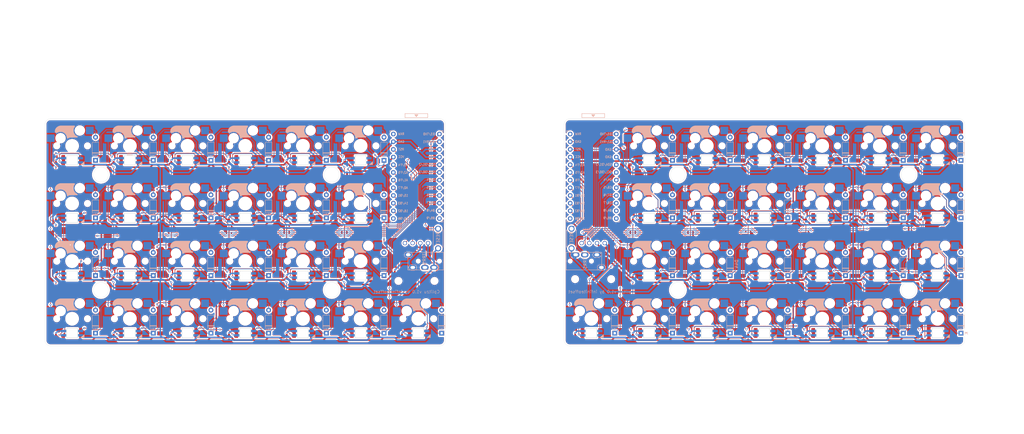
<source format=kicad_pcb>
(kicad_pcb (version 20240108) (generator "pcbnew") (generator_version "8.0")
  (layers (0 "F.Cu" signal) (31 "B.Cu" signal) (34 "B.Paste" user) (35 "F.Paste" user) (36 "B.SilkS" user "B.Silkscreen") (37 "F.SilkS" user "F.Silkscreen") (38 "B.Mask" user) (39 "F.Mask" user) (44 "Edge.Cuts" user))
  (net 0 "")
  (net 1 "Net-(D1-A)")
  (net 2 "rowl0")
  (net 3 "Net-(D2-A)")
  (net 4 "Net-(D3-A)")
  (net 5 "Net-(D4-A)")
  (net 6 "Net-(D5-A)")
  (net 7 "Net-(D6-A)")
  (net 8 "Net-(D7-A)")
  (net 9 "rowl1")
  (net 10 "Net-(D8-A)")
  (net 11 "Net-(D9-A)")
  (net 12 "Net-(D10-A)")
  (net 13 "Net-(D11-A)")
  (net 14 "Net-(D12-A)")
  (net 15 "Net-(D13-A)")
  (net 16 "rowl2")
  (net 17 "Net-(D14-A)")
  (net 18 "rowl3")
  (net 19 "Net-(D15-A)")
  (net 20 "Net-(D16-A)")
  (net 21 "Net-(D17-A)")
  (net 22 "Net-(D18-A)")
  (net 23 "Net-(D19-A)")
  (net 24 "Net-(D20-A)")
  (net 25 "Net-(D21-A)")
  (net 26 "Net-(D22-A)")
  (net 27 "Net-(D23-A)")
  (net 28 "Net-(D24-A)")
  (net 29 "Net-(D25-A)")
  (net 30 "rowr0")
  (net 31 "Net-(D26-A)")
  (net 32 "rowr1")
  (net 33 "Net-(D27-A)")
  (net 34 "Net-(D28-A)")
  (net 35 "rowr2")
  (net 36 "rowr3")
  (net 37 "Net-(D29-A)")
  (net 38 "Net-(D30-A)")
  (net 39 "Net-(D31-A)")
  (net 40 "Net-(D32-A)")
  (net 41 "Net-(D33-A)")
  (net 42 "Net-(D34-A)")
  (net 43 "Net-(D35-A)")
  (net 44 "Net-(D36-A)")
  (net 45 "Net-(D37-A)")
  (net 46 "Net-(D38-A)")
  (net 47 "Net-(D39-A)")
  (net 48 "Net-(D40-A)")
  (net 49 "Net-(D41-A)")
  (net 50 "Net-(D42-A)")
  (net 51 "Net-(D43-A)")
  (net 52 "Net-(D44-A)")
  (net 53 "Net-(D45-A)")
  (net 54 "Net-(D46-A)")
  (net 55 "Net-(D47-A)")
  (net 56 "Net-(D48-A)")
  (net 57 "Net-(D49-A)")
  (net 58 "Net-(D50-A)")
  (net 59 "datal")
  (net 60 "GNDL")
  (net 62 "VCCL")
  (net 63 "datar")
  (net 64 "VCCR")
  (net 66 "GNDR")
  (net 67 "Net-(LED1-DOUT)")
  (net 68 "Net-(LED1-DIN)")
  (net 69 "Net-(LED3-DOUT)")
  (net 70 "Net-(LED10-DOUT)")
  (net 71 "Net-(LED2-DIN)")
  (net 72 "Net-(LED12-DOUT)")
  (net 73 "Net-(LED13-DIN)")
  (net 74 "Net-(LED4-DIN)")
  (net 75 "Net-(LED10-DIN)")
  (net 76 "Net-(LED11-DOUT)")
  (net 77 "Net-(LED13-DOUT)")
  (net 78 "Net-(LED5-DOUT)")
  (net 79 "Net-(LED16-DIN)")
  (net 80 "Net-(LED17-DOUT)")
  (net 81 "Net-(LED11-DIN)")
  (net 82 "Net-(LED24-DIN)")
  (net 83 "LEDL")
  (net 84 "Net-(LED26-DOUT)")
  (net 85 "Net-(LED26-DIN)")
  (net 86 "Net-(LED27-DOUT)")
  (net 87 "Net-(LED28-DOUT)")
  (net 88 "Net-(LED31-DIN)")
  (net 89 "Net-(LED33-DIN)")
  (net 90 "Net-(LED34-DOUT)")
  (net 91 "Net-(LED36-DOUT)")
  (net 92 "Net-(LED39-DIN)")
  (net 93 "Net-(LED41-DIN)")
  (net 94 "Net-(LED42-DOUT)")
  (net 95 "Net-(LED44-DOUT)")
  (net 96 "Net-(LED49-DIN)")
  (net 97 "LEDR")
  (net 98 "SDAL")
  (net 99 "SCLL")
  (net 100 "SCLR")
  (net 101 "SDAR")
  (net 102 "resetl")
  (net 103 "resetr")
  (net 104 "coll0")
  (net 105 "coll1")
  (net 106 "coll2")
  (net 107 "coll3")
  (net 108 "coll4")
  (net 109 "coll5")
  (net 110 "coll6")
  (net 111 "colr0")
  (net 112 "colr1")
  (net 113 "colr2")
  (net 114 "colr3")
  (net 115 "colr4")
  (net 116 "colr5")
  (net 117 "colr6")
  (net 126 "Net-(LED2-DOUT)")
  (net 127 "Net-(LED12-DIN)")
  (net 128 "Net-(LED15-DOUT)")
  (net 129 "Net-(LED18-DIN)")
  (net 130 "Net-(LED14-DIN)")
  (net 131 "Net-(LED20-DIN)")
  (net 132 "Net-(LED19-DOUT)")
  (net 133 "Net-(LED21-DOUT)")
  (net 135 "Net-(LED27-DIN)")
  (net 136 "Net-(LED29-DIN)")
  (net 137 "Net-(LED30-DOUT)")
  (net 138 "Net-(LED32-DOUT)")
  (net 139 "Net-(LED35-DIN)")
  (net 140 "Net-(LED37-DIN)")
  (net 141 "Net-(LED38-DOUT)")
  (net 142 "Net-(LED40-DOUT)")
  (net 143 "Net-(LED43-DIN)")
  (net 144 "Net-(LED45-DIN)")
  (net 145 "Net-(LED46-DOUT)")
  (footprint "kbd:MJ-4PP-9" (layer "F.Cu") (at 210.590802 142.87512 90)
    (property "Reference" "JR1")
    (property "Value" "MJ-4PP-9" (hide yes))
  )
  (footprint "kbd:OLED" (layer "F.Cu") (at 161.329823 136.92199)
    (property "Reference" "OLL1" (hide yes))
    (property "Value" "OLED" (hide yes))
  )
  (footprint "kbd:ProMicro" (layer "F.Cu") (at 161.300128 115.336019)
    (property "Reference" "UL1" (hide yes))
    (property "Value" "ProMicro" (hide yes))
  )
  (footprint "kbd:ProMicro" (layer "F.Cu") (at 219.700192 115.336019)
    (property "Reference" "UR1" (hide yes))
    (property "Value" "ProMicro" (hide yes))
  )
  (footprint "MountingHole:MountingHole_2.2mm_M2" (layer "F.Cu") (at 155.376693 149.423563)
    (property "Reference" "REF**" (hide yes))
    (property "Value" "MountingHole_2.2mm_M2" (hide yes))
  )
  (footprint "MountingHole:MountingHole_2.2mm_M2" (layer "F.Cu") (at 225.623627 148.82825)
    (property "Reference" "REF**" (hide yes))
    (property "Value" "MountingHole_2.2mm_M2" (hide yes))
  )
  (footprint "kbd:OLED" (layer "F.Cu") (at 219.670497 136.92199)
    (property "Reference" "OLR1" (hide yes))
    (property "Value" "OLED" (hide yes))
  )
  (footprint "kbd:MJ-4PP-9" (layer "F.Cu") (at 170.409518 142.87512 -90)
    (property "Reference" "JL1")
    (property "Value" "MJ-4PP-9" (hide yes))
  )
  (footprint "MountingHole:MountingHole_2.2mm_M2" (layer "F.Cu") (at 167.282953 149.423563)
    (property "Reference" "REF**" (hide yes))
    (property "Value" "MountingHole_2.2mm_M2" (hide yes))
  )
  (footprint "kbd:ResetSW" (layer "F.Cu") (at 168.473579 135.409486 90)
    (property "Reference" "RSTL1" (hide yes))
    (property "Value" "SW_Push" (hide yes))
  )
  (footprint "kbd:ResetSW" (layer "F.Cu") (at 212.526741 135.409486 90)
    (property "Reference" "RSTR1" (hide yes))
    (property "Value" "SW_Push" (hide yes))
  )
  (footprint "MountingHole:MountingHole_2.2mm_M2" (layer "F.Cu") (at 213.717367 148.82825)
    (property "Reference" "REF**" (hide yes))
    (property "Value" "MountingHole_2.2mm_M2" (hide yes))
  )
  (footprint "kbd:YS-SK6812MINI-E" (layer "B.Cu") (at 104.775 166.6875 180)
    (property "Reference" "LED16" (hide yes))
    (property "Value" "YS-SK6812MINI-E" (hide yes))
    (fp_line (start 1.8 1.55) (end 1.8 -1.55) (stroke (width 0.1)) (layer "Edge.Cuts"))
    (fp_line (start 1.8 -1.55) (end -1.8 -1.55) (stroke (width 0.1)) (layer "Edge.Cuts"))
    (fp_line (start -1.8 1.55) (end 1.8 1.55) (stroke (width 0.1)) (layer "Edge.Cuts"))
    (fp_line (start -1.8 -1.55) (end -1.8 1.55) (stroke (width 0.1)) (layer "Edge.Cuts"))
  )
  (footprint "kbd:YS-SK6812MINI-E" (layer "B.Cu") (at 66.675 166.6875 180)
    (property "Reference" "LED8" (hide yes))
    (property "Value" "YS-SK6812MINI-E" (hide yes))
    (fp_line (start 1.8 1.55) (end 1.8 -1.55) (stroke (width 0.1)) (layer "Edge.Cuts"))
    (fp_line (start 1.8 -1.55) (end -1.8 -1.55) (stroke (width 0.1)) (layer "Edge.Cuts"))
    (fp_line (start -1.8 1.55) (end 1.8 1.55) (stroke (width 0.1)) (layer "Edge.Cuts"))
    (fp_line (start -1.8 -1.55) (end -1.8 1.55) (stroke (width 0.1)) (layer "Edge.Cuts"))
  )
  (footprint "Diode_THT:D_DO-35_SOD27_P7.62mm_Horizontal" (layer "B.Cu") (at 55.364109 128.587608 90)
    (property "Reference" "D2" (hide yes))
    (property "Value" "D")
  )
  (footprint "Diode_THT:D_DO-35_SOD27_P7.62mm_Horizontal" (layer "B.Cu") (at 131.564173 128.587608 90)
    (property "Reference" "D18" (hide yes))
    (property "Value" "D")
  )
  (footprint "kbd:keyswitch_cherrymx_hotswap_1u" (layer "B.Cu") (at 104.775 142.875 180)
    (property "Reference" "SW15" (hide yes))
    (property "Value" "SW_PUSH" (hide yes))
  )
  (footprint "Diode_THT:D_DO-35_SOD27_P7.62mm_Horizontal" (layer "B.Cu") (at 264.914285 166.68764 90)
    (property "Reference" "D45" (hide yes))
    (property "Value" "D")
  )
  (footprint "kbd:keyswitch_cherrymx_hotswap_1u" (layer "B.Cu") (at 142.875 161.925 180)
    (property "Reference" "SW24" (hide yes))
    (property "Value" "SW_PUSH" (hide yes))
  )
  (footprint "kbd:YS-SK6812MINI-E" (layer "B.Cu") (at 314.325 166.6875 180)
    (property "Reference" "LED33" (hide yes))
    (property "Value" "YS-SK6812MINI-E" (hide yes))
    (fp_line (start 1.8 1.55) (end 1.8 -1.55) (stroke (width 0.1)) (layer "Edge.Cuts"))
    (fp_line (start 1.8 -1.55) (end -1.8 -1.55) (stroke (width 0.1)) (layer "Edge.Cuts"))
    (fp_line (start -1.8 1.55) (end 1.8 1.55) (stroke (width 0.1)) (layer "Edge.Cuts"))
    (fp_line (start -1.8 -1.55) (end -1.8 1.55) (stroke (width 0.1)) (layer "Edge.Cuts"))
  )
  (footprint "Diode_THT:D_DO-35_SOD27_P7.62mm_Horizontal" (layer "B.Cu") (at 264.914285 147.637624 90)
    (property "Reference" "D44")
    (property "Value" "D")
  )
  (footprint "kbd:YS-SK6812MINI-E" (layer "B.Cu") (at 161.925 166.6875 180)
    (property "Reference" "LED25" (hide yes))
    (property "Value" "YS-SK6812MINI-E" (hide yes))
    (fp_line (start 1.8 1.55) (end 1.8 -1.55) (stroke (width 0.1)) (layer "Edge.Cuts"))
    (fp_line (start 1.8 -1.55) (end -1.8 -1.55) (stroke (width 0.1)) (layer "Edge.Cuts"))
    (fp_line (start -1.8 1.55) (end 1.8 1.55) (stroke (width 0.1)) (layer "Edge.Cuts"))
    (fp_line (start -1.8 -1.55) (end -1.8 1.55) (stroke (width 0.1)) (layer "Edge.Cuts"))
  )
  (footprint "kbd:YS-SK6812MINI-E" (layer "B.Cu") (at 238.125 147.6375 180)
    (property "Reference" "LED48" (hide yes))
    (property "Value" "YS-SK6812MINI-E" (hide yes))
    (fp_line (start 1.8 1.55) (end 1.8 -1.55) (stroke (width 0.1)) (layer "Edge.Cuts"))
    (fp_line (start 1.8 -1.55) (end -1.8 -1.55) (stroke (width 0.1)) (layer "Edge.Cuts"))
    (fp_line (start -1.8 1.55) (end 1.8 1.55) (stroke (width 0.1)) (layer "Edge.Cuts"))
    (fp_line (start -1.8 -1.55) (end -1.8 1.55) (stroke (width 0.1)) (layer "Edge.Cuts"))
  )
  (footprint "kbd:YS-SK6812MINI-E" (layer "B.Cu") (at 85.725072 109.5375 180)
    (property "Reference" "LED9" (hide yes))
    (property "Value" "YS-SK6812MINI-E" (hide yes))
    (fp_line (start 1.8 1.55) (end 1.8 -1.55) (stroke (width 0.1)) (layer "Edge.Cuts"))
    (fp_line (start 1.8 -1.55) (end -1.8 -1.55) (stroke (width 0.1)) (layer "Edge.Cuts"))
    (fp_line (start -1.8 1.55) (end 1.8 1.55) (stroke (width 0.1)) (layer "Edge.Cuts"))
    (fp_line (start -1.8 -1.55) (end -1.8 1.55) (stroke (width 0.1)) (layer "Edge.Cuts"))
  )
  (footprint "kbd:keyswitch_cherrymx_hotswap_1u" (layer "B.Cu") (at 142.875 123.825 180)
    (property "Reference" "SW22" (hide yes))
    (property "Value" "SW_PUSH" (hide yes))
  )
  (footprint "kbd:YS-SK6812MINI-E" (layer "B.Cu") (at 123.825 147.6375 180)
    (property "Reference" "LED19" (hide yes))
    (property "Value" "YS-SK6812MINI-E" (hide yes))
    (fp_line (start 1.8 1.55) (end 1.8 -1.55) (stroke (width 0.1)) (layer "Edge.Cuts"))
    (fp_line (start 1.8 -1.55) (end -1.8 -1.55) (stroke (width 0.1)) (layer "Edge.Cuts"))
    (fp_line (start -1.8 1.55) (end 1.8 1.55) (stroke (width 0.1)) (layer "Edge.Cuts"))
    (fp_line (start -1.8 -1.55) (end -1.8 1.55) (stroke (width 0.1)) (layer "Edge.Cuts"))
  )
  (footprint "kbd:YS-SK6812MINI-E" (layer "B.Cu") (at 333.375 109.5375 180)
    (property "Reference" "LED26" (hide yes))
    (property "Value" "YS-SK6812MINI-E" (hide yes))
    (fp_line (start 1.8 1.55) (end 1.8 -1.55) (stroke (width 0.1)) (layer "Edge.Cuts"))
    (fp_line (start 1.8 -1.55) (end -1.8 -1.55) (stroke (width 0.1)) (layer "Edge.Cuts"))
    (fp_line (start -1.8 1.55) (end 1.8 1.55) (stroke (width 0.1)) (layer "Edge.Cuts"))
    (fp_line (start -1.8 -1.55) (end -1.8 1.55) (stroke (width 0.1)) (layer "Edge.Cuts"))
  )
  (footprint "Diode_THT:D_DO-35_SOD27_P7.62mm_Horizontal" (layer "B.Cu") (at 303.014317 147.637624 90)
    (property "Reference" "D36" (hide yes))
    (property "Value" "D")
  )
  (footprint "Diode_THT:D_DO-35_SOD27_P7.62mm_Horizontal" (layer "B.Cu") (at 150.614189 128.587608 90)
    (property "Reference" "D22" (hide yes))
    (property "Value" "D")
  )
  (footprint "kbd:keyswitch_cherrymx_hotswap_1u" (layer "B.Cu") (at 47.625 161.925 180)
    (property "Reference" "SW4" (hide yes))
    (property "Value" "SW_PUSH" (hide yes))
  )
  (footprint "Diode_THT:D_DO-35_SOD27_P7.62mm_Horizontal" (layer "B.Cu") (at 322.064333 147.637624 90)
    (property "Reference" "D32" (hide yes))
    (property "Value" "D")
  )
  (footprint "Diode_THT:D_DO-35_SOD27_P7.62mm_Horizontal" (layer "B.Cu") (at 341.114349 147.637624 90)
    (property "Reference" "D28" (hide yes))
    (property "Value" "D")
  )
  (footprint "Diode_THT:D_DO-35_SOD27_P7.62mm_Horizontal" (layer "B.Cu") (at 322.064333 109.537592 90)
    (property "Reference" "D30" (hide yes))
    (property "Value" "D")
  )
  (footprint "kbd:YS-SK6812MINI-E" (layer "B.Cu") (at 276.225 147.6375 180)
    (property "Reference" "LED40" (hide yes))
    (property "Value" "YS-SK6812MINI-E" (hide yes))
    (fp_line (start 1.8 1.55) (end 1.8 -1.55) (stroke (width 0.1)) (layer "Edge.Cuts"))
    (fp_line (start 1.8 -1.55) (end -1.8 -1.55) (stroke (width 0.1)) (layer "Edge.Cuts"))
    (fp_line (start -1.8 1.55) (end 1.8 1.55) (stroke (width 0.1)) (layer "Edge.Cuts"))
    (fp_line (start -1.8 -1.55) (end -1.8 1.55) (stroke (width 0.1)) (layer "Edge.Cuts"))
  )
  (footprint "kbd:keyswitch_cherrymx_hotswap_1u" (layer "B.Cu") (at 123.825 161.925 180)
    (property "Reference" "SW20" (hide yes))
    (property "Value" "SW_PUSH" (hide yes))
  )
  (footprint "kbd:YS-SK6812MINI-E" (layer "B.Cu") (at 295.275 109.5375 180)
    (property "Reference" "LED34" (hide yes))
    (property "Value" "YS-SK6812MINI-E" (hide yes))
    (fp_line (start 1.8 1.55) (end 1.8 -1.55) (stroke (width 0.1)) (layer "Edge.Cuts"))
    (fp_line (start 1.8 -1.55) (end -1.8 -1.55) (stroke (width 0.1)) (layer "Edge.Cuts"))
    (fp_line (start -1.8 1.55) (end 1.8 1.55) (stroke (width 0.1)) (layer "Edge.Cuts"))
    (fp_line (start -1.8 -1.55) (end -1.8 1.55) (stroke (width 0.1)) (layer "Edge.Cuts"))
  )
  (footprint "kbd:keyswitch_cherrymx_hotswap_1u" (layer "B.Cu") (at 66.675 161.925 180)
    (property "Reference" "SW8" (hide yes))
    (property "Value" "SW_PUSH" (hide yes))
  )
  (footprint "kbd:keyswitch_cherrymx_hotswap_1u" (layer "B.Cu") (at 66.675 142.875 180)
    (property "Reference" "SW7" (hide yes))
    (property "Value" "SW_PUSH" (hide yes))
  )
  (footprint "kbd:keyswitch_cherrymx_hotswap_1u" (layer "B.Cu") (at 333.375 104.775 180)
    (property "Reference" "SW26" (hide yes))
    (property "Value" "SW_PUSH" (hide yes))
  )
  (footprint "Diode_THT:D_DO-35_SOD27_P7.62mm_Horizontal" (layer "B.Cu") (at 303.014317 166.68764 90)
    (property "Reference" "D37" (hide yes))
    (property "Value" "D")
  )
  (footprint "kbd:YS-SK6812MINI-E" (layer "B.Cu") (at 142.875 109.5375 180)
    (property "Reference" "LED21" (hide yes))
    (property "Value" "YS-SK6812MINI-E" (hide yes))
    (fp_line (start 1.8 1.55) (end 1.8 -1.55) (stroke (width 0.1)) (layer "Edge.Cuts"))
    (fp_line (start 1.8 -1.55) (end -1.8 -1.55) (stroke (width 0.1)) (layer "Edge.Cuts"))
    (fp_line (start -1.8 1.55) (end 1.8 1.55) (stroke (width 0.1)) (layer "Edge.Cuts"))
    (fp_line (start -1.8 -1.55) (end -1.8 1.55) (stroke (width 0.1)) (layer "Edge.Cuts"))
  )
  (footprint "kbd:YS-SK6812MINI-E" (layer "B.Cu") (at 104.775 109.5375 180)
    (property "Reference" "LED13" (hide yes))
    (property "Value" "YS-SK6812MINI-E" (hide yes))
    (fp_line (start 1.8 1.55) (end 1.8 -1.55) (stroke (width 0.1)) (layer "Edge.Cuts"))
    (fp_line (start 1.8 -1.55) (end -1.8 -1.55) (stroke (width 0.1)) (layer "Edge.Cuts"))
    (fp_line (start -1.8 1.55) (end 1.8 1.55) (stroke (width 0.1)) (layer "Edge.Cuts"))
    (fp_line (start -1.8 -1.55) (end -1.8 1.55) (stroke (width 0.1)) (layer "Edge.Cuts"))
  )
  (footprint "kbd:keyswitch_cherrymx_hotswap_1u" (layer "B.Cu") (at 219.075 161.925 180)
    (property "Reference" "SW50" (hide yes))
    (property "Value" "SW_PUSH" (hide yes))
  )
  (footprint "kbd:keyswitch_cherrymx_hotswap_1u" (layer "B.Cu") (at 276.225 142.875 180)
    (property "Reference" "SW40" (hide yes))
    (property "Value" "SW_PUSH" (hide yes))
  )
  (footprint "kbd:YS-SK6812MINI-E" (layer "B.Cu") (at 238.125 128.5875 180)
    (property "Reference" "LED47" (hide yes))
    (property "Value" "YS-SK6812MINI-E" (hide yes))
    (fp_line (start 1.8 1.55) (end 1.8 -1.55) (stroke (width 0.1)) (layer "Edge.Cuts"))
    (fp_line (start 1.8 -1.55) (end -1.8 -1.55) (stroke (width 0.1)) (layer "Edge.Cuts"))
    (fp_line (start -1.8 1.55) (end 1.8 1.55) (stroke (width 0.1)) (layer "Edge.Cuts"))
    (fp_line (start -1.8 -1.55) (end -1.8 1.55) (stroke (width 0.1)) (layer "Edge.Cuts"))
  )
  (footprint "kbd:keyswitch_cherrymx_hotswap_1u" (layer "B.Cu") (at 295.275 161.925 180)
    (property "Reference" "SW37" (hide yes))
    (property "Value" "SW_PUSH" (hide yes))
  )
  (footprint "kbd:YS-SK6812MINI-E" (layer "B.Cu") (at 333.375 147.6375 180)
    (property "Reference" "LED28" (hide yes))
    (property "Value" "YS-SK6812MINI-E" (hide yes))
    (fp_line (start 1.8 1.55) (end 1.8 -1.55) (stroke (width 0.1)) (layer "Edge.Cuts"))
    (fp_line (start 1.8 -1.55) (end -1.8 -1.55) (stroke (width 0.1)) (layer "Edge.Cuts"))
    (fp_line (start -1.8 1.55) (end 1.8 1.55) (stroke (width 0.1)) (layer "Edge.Cuts"))
    (fp_line (start -1.8 -1.55) (end -1.8 1.55) (stroke (width 0.1)) (layer "Edge.Cuts"))
  )
  (footprint "kbd:keyswitch_cherrymx_hotswap_1u" (layer "B.Cu") (at 314.325 123.825 180)
    (property "Reference" "SW31" (hide yes))
    (property "Value" "SW_PUSH" (hide yes))
  )
  (footprint "Diode_THT:D_DO-35_SOD27_P7.62mm_Horizontal" (layer "B.Cu") (at 303.014317 109.537592 90)
    (property "Reference" "D34" (hide yes))
    (property "Value" "D")
  )
  (footprint "Diode_THT:D_DO-35_SOD27_P7.62mm_Horizontal" (layer "B.Cu") (at 131.564173 109.537592 90)
    (property "Reference" "D17" (hide yes))
    (property "Value" "D")
  )
  (footprint "kbd:YS-SK6812MINI-E" (layer "B.Cu") (at 238.1252 166.68764 180)
    (property "Reference" "LED49" (hide yes))
    (property "Value" "YS-SK6812MINI-E" (hide yes))
    (fp_line (start 1.8 1.55) (end 1.8 -1.55) (stroke (width 0.1)) (layer "Edge.Cuts"))
    (fp_line (start 1.8 -1.55) (end -1.8 -1.55) (stroke (width 0.1)) (layer "Edge.Cuts"))
    (fp_line (start -1.8 1.55) (end 1.8 1.55) (stroke (width 0.1)) (layer "Edge.Cuts"))
    (fp_line (start -1.8 -1.55) (end -1.8 1.55) (stroke (width 0.1)) (layer "Edge.Cuts"))
  )
  (footprint "kbd:keyswitch_cherrymx_hotswap_1u" (layer "B.Cu") (at 238.125 161.925 180)
    (property "Reference" "SW49" (hide yes))
    (property "Value" "SW_PUSH" (hide yes))
  )
  (footprint "Diode_THT:D_DO-35_SOD27_P7.62mm_Horizontal" (layer "B.Cu") (at 131.564173 166.68764 90)
    (property "Reference" "D20" (hide yes))
    (property "Value" "D")
  )
  (footprint "kbd:keyswitch_cherrymx_hotswap_1u" (layer "B.Cu") (at 47.625 123.825 180)
    (property "Reference" "SW2" (hide yes))
    (property "Value" "SW_PUSH" (hide yes))
  )
  (footprint "kbd:keyswitch_cherrymx_hotswap_1u" (layer "B.Cu") (at 257.175 123.825 180)
    (property "Reference" "SW43" (hide yes))
    (property "Value" "SW_PUSH" (hide yes))
  )
  (footprint "Diode_THT:D_DO-35_SOD27_P7.62mm_Horizontal" (layer "B.Cu") (at 283.964301 166.68764 90)
    (property "Reference" "D41" (hide yes))
    (property "Value" "D")
  )
  (footprint "kbd:keyswitch_cherrymx_hotswap_1u" (layer "B.Cu") (at 314.325 142.875 180)
    (property "Reference" "SW32" (hide yes))
    (property "Value" "SW_PUSH" (hide yes))
  )
  (footprint "Diode_THT:D_DO-35_SOD27_P7.62mm_Horizontal" (layer "B.Cu") (at 112.514157 166.68764 90)
    (property "Reference" "D16" (hide yes))
    (property "Value" "D")
  )
  (footprint "kbd:YS-SK6812MINI-E" (layer "B.Cu") (at 219.075 166.6875 180)
    (property "Reference" "LED50" (hide yes))
    (property "Value" "YS-SK6812MINI-E" (hide yes))
    (fp_line (start 1.8 1.55) (end 1.8 -1.55) (stroke (width 0.1)) (layer "Edge.Cuts"))
    (fp_line (start 1.8 -1.55) (end -1.8 -1.55) (stroke (width 0.1)) (layer "Edge.Cuts"))
    (fp_line (start -1.8 1.55) (end 1.8 1.55) (stroke (width 0.1)) (layer "Edge.Cuts"))
    (fp_line (start -1.8 -1.55) (end -1.8 1.55) (stroke (width 0.1)) (layer "Edge.Cuts"))
  )
  (footprint "kbd:YS-SK6812MINI-E" (layer "B.Cu") (at 238.125 109.5375 180)
    (property "Reference" "LED46" (hide yes))
    (property "Value" "YS-SK6812MINI-E" (hide yes))
    (fp_line (start 1.8 1.55) (end 1.8 -1.55) (stroke (width 0.1)) (layer "Edge.Cuts"))
    (fp_line (start 1.8 -1.55) (end -1.8 -1.55) (stroke (width 0.1)) (layer "Edge.Cuts"))
    (fp_line (start -1.8 1.55) (end 1.8 1.55) (stroke (width 0.1)) (layer "Edge.Cuts"))
    (fp_line (start -1.8 -1.55) (end -1.8 1.55) (stroke (width 0.1)) (layer "Edge.Cuts"))
  )
  (footprint "kbd:keyswitch_cherrymx_hotswap_1u" (layer "B.Cu") (at 257.175 142.875 180)
    (property "Reference" "SW44" (hide yes))
    (property "Value" "SW_PUSH" (hide yes))
  )
  (footprint "kbd:YS-SK6812MINI-E" (layer "B.Cu") (at 85.725 166.6875 180)
    (property "Reference" "LED12" (hide yes))
    (property "Value" "YS-SK6812MINI-E" (hide yes))
    (fp_line (start 1.8 1.55) (end 1.8 -1.55) (stroke (width 0.1)) (layer "Edge.Cuts"))
    (fp_line (start 1.8 -1.55) (end -1.8 -1.55) (stroke (width 0.1)) (layer "Edge.Cuts"))
    (fp_line (start -1.8 1.55) (end 1.8 1.55) (stroke (width 0.1)) (layer "Edge.Cuts"))
    (fp_line (start -1.8 -1.55) (end -1.8 1.55) (stroke (width 0.1)) (layer "Edge.Cuts"))
  )
  (footprint "Diode_THT:D_DO-35_SOD27_P7.62mm_Horizontal" (layer "B.Cu") (at 93.464141 109.537592 90)
    (property "Reference" "D9" (hide yes))
    (property "Value" "D")
  )
  (footprint "kbd:keyswitch_cherrymx_hotswap_1u" (layer "B.Cu") (at 104.775 104.775 180)
    (property "Reference" "SW13" (hide yes))
    (property "Value" "SW_PUSH" (hide yes))
  )
  (footprint "kbd:YS-SK6812MINI-E" (layer "B.Cu") (at 257.175 166.6875 180)
    (property "Reference" "LED45" (hide yes))
    (property "Value" "YS-SK6812MINI-E" (hide yes))
    (fp_line (start 1.8 1.55) (end 1.8 -1.55) (stroke (width 0.1)) (layer "Edge.Cuts"))
    (fp_line (start 1.8 -1.55) (end -1.8 -1.55) (stroke (width 0.1)) (layer "Edge.Cuts"))
    (fp_line (start -1.8 1.55) (end 1.8 1.55) (stroke (width 0.1)) (layer "Edge.Cuts"))
    (fp_line (start -1.8 -1.55) (end -1.8 1.55) (stroke (width 0.1)) (layer "Edge.Cuts"))
  )
  (footprint "Diode_THT:D_DO-35_SOD27_P7.62mm_Horizontal" (layer "B.Cu") (at 264.914285 109.537592 90)
    (property "Reference" "D42" (hide yes))
    (property "Value" "D")
  )
  (footprint "kbd:keyswitch_cherrymx_hotswap_1u" (layer "B.Cu") (at 295.275 123.825 180)
    (property "Reference" "SW35" (hide yes))
    (property "Value" "SW_PUSH" (hide yes))
  )
  (footprint "Diode_THT:D_DO-35_SOD27_P7.62mm_Horizontal" (layer "B.Cu") (at 245.864269 109.537592 90)
    (property "Reference" "D46" (hide yes))
    (property "Value" "D")
  )
  (footprint "kbd:keyswitch_cherrymx_hotswap_1u" (layer "B.Cu") (at 333.375 123.825 180)
    (property "Reference" "SW27" (hide yes))
    (property "Value" "SW_PUSH" (hide yes))
  )
  (footprint "Diode_THT:D_DO-35_SOD27_P7.62mm_Horizontal" (layer "B.Cu") (at 74.414125 109.537592 90)
    (property "Reference" "D5" (hide yes))
    (property "Value" "D")
  )
  (footprint "kbd:keyswitch_cherrymx_hotswap_1u" (layer "B.Cu") (at 276.225 104.775 180)
    (property "Reference" "SW38" (hide yes))
    (property "Value" "SW_PUSH" (hide yes))
  )
  (footprint "kbd:keyswitch_cherrymx_hotswap_1u" (layer "B.Cu") (at 257.175 161.925 180)
    (property "Reference" "SW45" (hide yes))
    (property "Value" "SW_PUSH" (hide yes))
  )
  (footprint "kbd:keyswitch_cherrymx_hotswap_1u" (layer "B.Cu") (at 276.225 123.825 180)
    (property "Reference" "SW39" (hide yes))
    (property "Value" "SW_PUSH" (hide yes))
  )
  (footprint "Diode_THT:D_DO-35_SOD27_P7.62mm_Horizontal" (layer "B.Cu") (at 93.464141 147.637624 90)
    (property "Reference" "D11" (hide yes))
    (property "Value" "D")
  )
  (footprint "kbd:keyswitch_cherrymx_hotswap_1u" (layer "B.Cu") (at 257.175 104.775 180)
    (property "Reference" "SW42" (hide yes))
    (property "Value" "SW_PUSH" (hide yes))
  )
  (footprint "Diode_THT:D_DO-35_SOD27_P7.62mm_Horizontal" (layer "B.Cu") (at 322.064333 166.68764 90)
    (property "Reference" "D33" (hide yes))
    (property "Value" "D")
  )
  (footprint "Diode_THT:D_DO-35_SOD27_P7.62mm_Horizontal" (layer "B.Cu") (at 245.864269 128.587608 90)
    (property "Reference" "D47" (hide yes))
    (property "Value" "D")
  )
  (footprint "kbd:YS-SK6812MINI-E" (layer "B.Cu") (at 314.325 147.6375 180)
    (property "Reference" "LED32" (hide yes))
    (property "Value" "YS-SK6812MINI-E" (hide yes))
    (fp_line (start 1.8 1.55) (end 1.8 -1.55) (stroke (width 0.1)) (layer "Edge.Cuts"))
    (fp_line (start 1.8 -1.55) (end -1.8 -1.55) (stroke (width 0.1)) (layer "Edge.Cuts"))
    (fp_line (start -1.8 1.55) (end 1.8 1.55) (stroke (width 0.1)) (layer "Edge.Cuts"))
    (fp_line (start -1.8 -1.55) (end -1.8 1.55) (stroke (width 0.1)) (layer "Edge.Cuts"))
  )
  (footprint "kbd:YS-SK6812MINI-E" (layer "B.Cu") (at 333.375 166.6875 180)
    (property "Reference" "LED29" (hide yes))
    (property "Value" "YS-SK6812MINI-E" (hide yes))
    (fp_line (start 1.8 1.55) (end 1.8 -1.55) (stroke (width 0.1)) (layer "Edge.Cuts"))
    (fp_line (start 1.8 -1.55) (end -1.8 -1.55) (stroke (width 0.1)) (layer "Edge.Cuts"))
    (fp_line (start -1.8 1.55) (end 1.8 1.55) (stroke (width 0.1)) (layer "Edge.Cuts"))
    (fp_line (start -1.8 -1.55) (end -1.8 1.55) (stroke (width 0.1)) (layer "Edge.Cuts"))
  )
  (footprint "kbd:keyswitch_cherrymx_hotswap_1u" (layer "B.Cu") (at 123.825 123.825 180)
    (property "Reference" "SW18" (hide yes))
    (property "Value" "SW_PUSH" (hide yes))
  )
  (footprint "kbd:keyswitch_cherrymx_hotswap_1u" (layer "B.Cu") (at 66.675 104.775 180)
    (property "Reference" "SW5" (hide yes))
    (property "Value" "SW_PUSH" (hide yes))
  )
  (footprint "Diode_THT:D_DO-35_SOD27_P7.62mm_Horizontal" (layer "B.Cu") (at 150.614189 166.68764 90)
    (property "Reference" "D24" (hide yes))
    (property "Value" "D")
  )
  (footprint "kbd:keyswitch_cherrymx_hotswap_1u" (layer "B.Cu") (at 85.725 142.875 180)
    (property "Reference" "SW11" (hide yes))
    (property "Value" "SW_PUSH" (hide yes))
  )
  (footprint "Diode_THT:D_DO-35_SOD27_P7.62mm_Horizontal" (layer "B.Cu") (at 93.464141 166.68764 90)
    (property "Reference" "D12" (hide yes))
    (property "Value" "D")
  )
  (footprint "Diode_THT:D_DO-35_SOD27_P7.62mm_Horizontal" (layer "B.Cu") (at 341.114349 128.587608 90)
    (property "Reference" "D27" (hide yes))
    (property "Value" "D")
  )
  (footprint "kbd:YS-SK6812MINI-E" (layer "B.Cu") (at 314.325 128.5875 180)
    (property "Reference" "LED31")
    (property "Value" "YS-SK6812MINI-E" (hide yes))
    (fp_line (start 1.8 1.55) (end 1.8 -1.55) (stroke (width 0.1)) (layer "Edge.Cuts"))
    (fp_line (start 1.8 -1.55) (end -1.8 -1.55) (stroke (width 0.1)) (layer "Edge.Cuts"))
    (fp_line (start -1.8 1.55) (end 1.8 1.55) (stroke (width 0.1)) (layer "Edge.Cuts"))
    (fp_line (start -1.8 -1.55) (end -1.8 1.55) (stroke (width 0.1)) (layer "Edge.Cuts"))
  )
  (footprint "Diode_THT:D_DO-35_SOD27_P7.62mm_Horizontal" (layer "B.Cu") (at 245.864269 166.68764 90)
    (property "Reference" "D49" (hide yes))
    (property "Value" "D")
  )
  (footprint "kbd:keyswitch_cherrymx_hotswap_1u" (layer "B.Cu") (at 333.375 161.925 180)
    (property "Reference" "SW29" (hide yes))
    (property "Value" "SW_PUSH" (hide yes))
  )
  (footprint "kbd:YS-SK6812MINI-E" (layer "B.Cu") (at 66.675 147.6375 180)
    (property "Reference" "LED7" (hide yes))
    (property "Value" "YS-SK6812MINI-E" (hide yes))
    (fp_line (start 1.8 1.55) (end 1.8 -1.55) (stroke (width 0.1)) (layer "Edge.Cuts"))
    (fp_line (start 1.8 -1.55) (end -1.8 -1.55) (stroke (width 0.1)) (layer "Edge.Cuts"))
    (fp_line (start -1.8 1.55) (end 1.8 1.55) (stroke (width 0.1)) (layer "Edge.Cuts"))
    (fp_line (start -1.8 -1.55) (end -1.8 1.55) (stroke (width 0.1)) (layer "Edge.Cuts"))
  )
  (footprint "kbd:YS-SK6812MINI-E" (layer "B.Cu") (at 295.275 128.5875 180)
    (property "Reference" "LED35" (hide yes))
    (property "Value" "YS-SK6812MINI-E" (hide yes))
    (fp_line (start 1.8 1.55) (end 1.8 -1.55) (stroke (width 0.1)) (layer "Edge.Cuts"))
    (fp_line (start 1.8 -1.55) (end -1.8 -1.55) (stroke (width 0.1)) (layer "Edge.Cuts"))
    (fp_line (start -1.8 1.55) (end 1.8 1.55) (stroke (width 0.1)) (layer "Edge.Cuts"))
    (fp_line (start -1.8 -1.55) (end -1.8 1.55) (stroke (width 0.1)) (layer "Edge.Cuts"))
  )
  (footprint "Diode_THT:D_DO-35_SOD27_P7.62mm_Horizontal" (layer "B.Cu") (at 55.364109 166.68764 90)
    (property "Reference" "D4" (hide yes))
    (property "Value" "D")
  )
  (footprint "kbd:YS-SK6812MINI-E" (layer "B.Cu") (at 295.275 147.6375 180)
    (property "Reference" "LED36" (hide yes))
    (property "Value" "YS-SK6812MINI-E" (hide yes))
    (fp_line (start 1.8 1.55) (end 1.8 -1.55) (stroke (width 0.1)) (layer "Edge.Cuts"))
    (fp_line (start 1.8 -1.55) (end -1.8 -1.55) (stroke (width 0.1)) (layer "Edge.Cuts"))
    (fp_line (start -1.8 1.55) (end 1.8 1.55) (stroke (width 0.1)) (layer "Edge.Cuts"))
    (fp_line (start -1.8 -1.55) (end -1.8 1.55) (stroke (width 0.1)) (layer "Edge.Cuts"))
  )
  (footprint "Diode_THT:D_DO-35_SOD27_P7.62mm_Horizontal" (layer "B.Cu") (at 341.114349 109.537592 90)
    (property "Reference" "D26" (hide yes))
    (property "Value" "D")
  )
  (footprint "Diode_THT:D_DO-35_SOD27_P7.62mm_Horizontal" (layer "B.Cu") (at 322.064333 128.587608 90)
    (property "Reference" "D31" (hide yes))
    (property "Value" "D")
  )
  (footprint "kbd:keyswitch_cherrymx_hotswap_1u" (layer "B.Cu") (at 85.725 123.825 180)
    (property "Reference" "SW10" (hide yes))
    (property "Value" "SW_PUSH" (hide yes))
  )
  (footprint "Diode_THT:D_DO-35_SOD27_P7.62mm_Horizontal" (layer "B.Cu") (at 112.514157 128.587608 90)
    (property "Reference" "D14" (hide yes))
    (property "Value" "D")
  )
  (footprint "kbd:YS-SK6812MINI-E" (layer "B.Cu") (at 66.675 128.5875 180)
    (property "Reference" "LED6" (hide yes))
    (property "Value" "YS-SK6812MINI-E" (hide yes))
    (fp_line (start 1.8 1.55) (end 1.8 -1.55) (stroke (width 0.1)) (layer "Edge.Cuts"))
    (fp_line (start 1.8 -1.55) (end -1.8 -1.55) (stroke (width 0.1)) (layer "Edge.Cuts"))
    (fp_line (start -1.8 1.55) (end 1.8 1.55) (stroke (width 0.1)) (layer "Edge.Cuts"))
    (fp_line (start -1.8 -1.55) (end -1.8 1.55) (stroke (width 0.1)) (layer "Edge.Cuts"))
  )
  (footprint "Diode_THT:D_DO-35_SOD27_P7.62mm_Horizontal" (layer "B.Cu") (at 283.964301 109.537592 90)
    (property "Reference" "D38" (hide yes))
    (property "Value" "D")
  )
  (footprint "Diode_THT:D_DO-35_SOD27_P7.62mm_Horizontal" (layer "B.Cu") (at 283.964301 147.637624 90)
    (property "Reference" "D40" (hide yes))
    (property "Value" "D")
  )
  (footprint "Diode_THT:D_DO-35_SOD27_P7.62mm_Horizontal" (layer "B.Cu") (at 264.914285 128.587608 90)
    (property "Reference" "D43" (hide yes))
    (property "Value" "D")
  )
  (footprint "kbd:keyswitch_cherrymx_hotswap_1u" (layer "B.Cu") (at 276.225 161.925 180)
    (property "Reference" "SW41" (hide yes))
    (property "Value" "SW_PUSH" (hide yes))
  )
  (footprint "Diode_THT:D_DO-35_SOD27_P7.62mm_Horizontal" (layer "B.Cu") (at 112.514157 109.537592 90)
    (property "Reference" "D13" (hide yes))
    (property "Value" "D")
  )
  (footprint "kbd:keyswitch_cherrymx_hotswap_1u" (layer "B.Cu") (at 314.325 104.775 180)
    (property "Reference" "SW30" (hide yes))
    (property "Value" "SW_PUSH" (hide yes))
  )
  (footprint "Diode_THT:D_DO-35_SOD27_P7.62mm_Horizontal" (layer "B.Cu") (at 169.664205 166.68764 90)
    (property "Reference" "D25" (hide yes))
    (property "Value" "D")
  )
  (footprint "kbd:keyswitch_cherrymx_hotswap_1u" (layer "B.Cu") (at 142.875 142.875 180)
    (property "Reference" "SW23" (hide yes))
    (property "Value" "SW_PUSH" (hide yes))
  )
  (footprint "kbd:YS-SK6812MINI-E" (layer "B.Cu") (at 314.325 109.5375 180)
    (property "Reference" "LED30" (hide yes))
    (property "Value" "YS-SK6812MINI-E" (hide yes))
    (fp_line (start 1.8 1.55) (end 1.8 -1.55) (stroke (width 0.1)) (layer "Edge.Cuts"))
    (fp_line (start 1.8 -1.55) (end -1.8 -1.55) (stroke (width 0.1)) (layer "Edge.Cuts"))
    (fp_line (start -1.8 1.55) (end 1.8 1.55) (stroke (width 0.1)) (layer "Edge.Cuts"))
    (fp_line (start -1.8 -1.55) (end -1.8 1.55) (stroke (width 0.1)) (layer "Edge.Cuts"))
  )
  (footprint "kbd:keyswitch_cherrymx_hotswap_1u" (layer "B.Cu") (at 104.775 161.925 180)
    (property "Reference" "SW16" (hide yes))
    (property "Value" "SW_PUSH" (hide yes))
  )
  (footprint "kbd:YS-SK6812MINI-E" (layer "B.Cu") (at 85.725 128.5875 180)
    (property "Reference" "LED10" (hide yes))
    (property "Value" "YS-SK6812MINI-E" (hide yes))
    (fp_line (start 1.8 1.55) (end 1.8 -1.55) (stroke (width 0.1)) (layer "Edge.Cuts"))
    (fp_line (start 1.8 -1.55) (end -1.8 -1.55) (stroke (width 0.1)) (layer "Edge.Cuts"))
    (fp_line (start -1.8 1.55) (end 1.8 1.55) (stroke (width 0.1)) (layer "Edge.Cuts"))
    (fp_line (start -1.8 -1.55) (end -1.8 1.55) (stroke (width 0.1)) (layer "Edge.Cuts"))
  )
  (footprint "kbd:YS-SK6812MINI-E" (layer "B.Cu") (at 123.825 128.5875 180)
    (property "Reference" "LED18" (hide yes))
    (property "Value" "YS-SK6812MINI-E" (hide yes))
    (fp_line (start 1.8 1.55) (end 1.8 -1.55) (stroke (width 0.1)) (layer "Edge.Cuts"))
    (fp_line (start 1.8 -1.55) (end -1.8 -1.55) (stroke (width 0.1)) (layer "Edge.Cuts"))
    (fp_line (start -1.8 1.55) (end 1.8 1.55) (stroke (width 0.1)) (layer "Edge.Cuts"))
    (fp_line (start -1.8 -1.55) (end -1.8 1.55) (stroke (width 0.1)) (layer "Edge.Cuts"))
  )
  (footprint "kbd:keyswitch_cherrymx_hotswap_1u" (layer "B.Cu") (at 123.825 142.875 180)
    (property "Reference" "SW19" (hide yes))
    (property "Value" "SW_PUSH" (hide yes))
  )
  (footprint "kbd:YS-SK6812MINI-E" (layer "B.Cu") (at 123.825 166.6875 180)
    (property "Reference" "LED20" (hide yes))
    (property "Value" "YS-SK6812MINI-E" (hide yes))
    (fp_line (start 1.8 1.55) (end 1.8 -1.55) (stroke (width 0.1)) (layer "Edge.Cuts"))
    (fp_line (start 1.8 -1.55) (end -1.8 -1.55) (stroke (width 0.1)) (layer "Edge.Cuts"))
    (fp_line (start -1.8 1.55) (end 1.8 1.55) (stroke (width 0.1)) (layer "Edge.Cuts"))
    (fp_line (start -1.8 -1.55) (end -1.8 1.55) (stroke (width 0.1)) (layer "Edge.Cuts"))
  )
  (footprint "kbd:keyswitch_cherrymx_hotswap_1u" (layer "B.Cu") (at 104.775 123.825 180)
    (property "Reference" "SW14" (hide yes))
    (property "Value" "SW_PUSH" (hide yes))
  )
  (footprint "kbd:keyswitch_cherrymx_hotswap_1u" (layer "B.Cu") (at 238.125 123.825 180)
    (property "Reference" "SW47" (hide yes))
    (property "Value" "SW_PUSH" (hide yes))
  )
  (footprint "kbd:keyswitch_cherrymx_hotswap_1u" (layer "B.Cu") (at 161.925 161.925 180)
    (property "Reference" "SW25" (hide yes))
    (property "Value" "SW_PUSH" (hide yes))
  )
  (footprint "kbd:YS-SK6812MINI-E" (layer "B.Cu") (at 257.175 109.5375 180)
    (property "Reference" "LED42" (hide yes))
    (property "Value" "YS-SK6812MINI-E" (hide yes))
    (fp_line (start 1.8 1.55) (end 1.8 -1.55) (stroke (width 0.1)) (layer "Edge.Cuts"))
    (fp_line (start 1.8 -1.55) (end -1.8 -1.55) (stroke (width 0.1)) (layer "Edge.Cuts"))
    (fp_line (start -1.8 1.55) (end 1.8 1.55) (stroke (width 0.1)) (layer "Edge.Cuts"))
    (fp_line (start -1.8 -1.55) (end -1.8 1.55) (stroke (width 0.1)) (layer "Edge.Cuts"))
  )
  (footprint "Diode_THT:D_DO-35_SOD27_P7.62mm_Horizontal" (layer "B.Cu") (at 150.614189 147.637624 90)
    (property "Reference" "D23" (hide yes))
    (property "Value" "D")
  )
  (footprint "kbd:YS-SK6812MINI-E" (layer "B.Cu") (at 85.725 147.6375 180)
    (property "Reference" "LED11" (hide yes))
    (property "Value" "YS-SK6812MINI-E" (hide yes))
    (fp_line (start 1.8 1.55) (end 1.8 -1.55) (stroke (width 0.1)) (layer "Edge.Cuts"))
    (fp_line (start 1.8 -1.55) (end -1.8 -1.55) (stroke (width 0.1)) (layer "Edge.Cuts"))
    (fp_line (start -1.8 1.55) (end 1.8 1.55) (stroke (width 0.1)) (layer "Edge.Cuts"))
    (fp_line (start -1.8 -1.55) (end -1.8 1.55) (stroke (width 0.1)) (layer "Edge.Cuts"))
  )
  (footprint "kbd:YS-SK6812MINI-E" (layer "B.Cu") (at 47.625 166.6875 180)
    (property "Reference" "LED4" (hide yes))
    (property "Value" "YS-SK6812MINI-E" (hide yes))
    (fp_line (start 1.8 1.55) (end 1.8 -1.55) (stroke (width 0.1)) (layer "Edge.Cuts"))
    (fp_line (start 1.8 -1.55) (end -1.8 -1.55) (stroke (width 0.1)) (layer "Edge.Cuts"))
    (fp_line (start -1.8 1.55) (end 1.8 1.55) (stroke (width 0.1)) (layer "Edge.Cuts"))
    (fp_line (start -1.8 -1.55) (end -1.8 1.55) (stroke (width 0.1)) (layer "Edge.Cuts"))
  )
  (footprint "Diode_THT:D_DO-35_SOD27_P7.62mm_Horizontal" (layer "B.Cu") (at 55.364109 109.537592 90)
    (property "Reference" "D1" (hide yes))
    (property "Value" "D")
  )
  (footprint "kbd:YS-SK6812MINI-E" (layer "B.Cu") (at 276.225 166.6875 180)
    (property "Reference" "LED41" (hide yes))
    (property "Value" "YS-SK6812MINI-E" (hide yes))
    (fp_line (start 1.8 1.55) (end 1.8 -1.55) (stroke (width 0.1)) (layer "Edge.Cuts"))
    (fp_line (start 1.8 -1.55) (end -1.8 -1.55) (stroke (width 0.1)) (layer "Edge.Cuts"))
    (fp_line (start -1.8 1.55) (end 1.8 1.55) (stroke (width 0.1)) (layer "Edge.Cuts"))
    (fp_line (start -1.8 -1.55) (end -1.8 1.55) (stroke (width 0.1)) (layer "Edge.Cuts"))
  )
  (footprint "Diode_THT:D_DO-35_SOD27_P7.62mm_Horizontal" (layer "B.Cu") (at 112.514157 147.637624 90)
    (property "Reference" "D15" (hide yes))
    (property "Value" "D")
  )
  (footprint "kbd:YS-SK6812MINI-E" (layer "B.Cu") (at 276.225 109.5375 180)
    (property "Reference" "LED38" (hide yes))
    (property "Value" "YS-SK6812MINI-E" (hide yes))
    (fp_line (start 1.8 1.55) (end 1.8 -1.55) (stroke (width 0.1)) (layer "Edge.Cuts"))
    (fp_line (start 1.8 -1.55) (end -1.8 -1.55) (stroke (width 0.1)) (layer "Edge.Cuts"))
    (fp_line (start -1.8 1.55) (end 1.8 1.55) (stroke (width 0.1)) (layer "Edge.Cuts"))
    (fp_line (start -1.8 -1.55) (end -1.8 1.55) (stroke (width 0.1)) (layer "Edge.Cuts"))
  )
  (footprint "Diode_THT:D_DO-35_SOD27_P7.62mm_Horizontal" (layer "B.Cu") (at 55.364109 147.637624 90)
    (property "Reference" "D3" (hide yes))
    (property "Value" "D")
  )
  (footprint "kbd:YS-SK6812MINI-E" (layer "B.Cu") (at 142.875 166.6875 180)
    (property "Reference" "LED24" (hide yes))
    (property "Value" "YS-SK6812MINI-E" (hide yes))
    (fp_line (start 1.8 1.55) (end 1.8 -1.55) (stroke (width 0.1)) (layer "Edge.Cuts"))
    (fp_line (start 1.8 -1.55) (end -1.8 -1.55) (stroke (width 0.1)) (layer "Edge.Cuts"))
    (fp_line (start -1.8 1.55) (end 1.8 1.55) (stroke (width 0.1)) (layer "Edge.Cuts"))
    (fp_line (start -1.8 -1.55) (end -1.8 1.55) (stroke (width 0.1)) (layer "Edge.Cuts"))
  )
  (footprint "kbd:keyswitch_cherrymx_hotswap_1u" (layer "B.Cu") (at 66.675 123.825 180)
    (property "Reference" "SW6" (hide yes))
    (property "Value" "SW_PUSH" (hide yes))
  )
  (footprint "kbd:keyswitch_cherrymx_hotswap_1u" (layer "B.Cu") (at 295.275 142.875 180)
    (property "Reference" "SW36" (hide yes))
    (property "Value" "SW_PUSH" (hide yes))
  )
  (footprint "kbd:YS-SK6812MINI-E" (layer "B.Cu") (at 104.775 147.6375 180)
    (property "Reference" "LED15" (hide yes))
    (property "Value" "YS-SK6812MINI-E" (hide yes))
    (fp_line (start 1.8 1.55) (end 1.8 -1.55) (stroke (width 0.1)) (layer "Edge.Cuts"))
    (fp_line (start 1.8 -1.55) (end -1.8 -1.55) (stroke (width 0.1)) (layer "Edge.Cuts"))
    (fp_line (start -1.8 1.55) (end 1.8 1.55) (stroke (width 0.1)) (layer "Edge.Cuts"))
    (fp_line (start -1.8 -1.55) (end -1.8 1.55) (stroke (width 0.1)) (layer "Edge.Cuts"))
  )
  (footprint "kbd:YS-SK6812MINI-E" (layer "B.Cu") (at 295.275 166.6875 180)
    (property "Reference" "LED37" (hide yes))
    (property "Value" "YS-SK6812MINI-E" (hide yes))
    (fp_line (start 1.8 1.55) (end 1.8 -1.55) (stroke (width 0.1)) (layer "Edge.Cuts"))
    (fp_line (start 1.8 -1.55) (end -1.8 -1.55) (stroke (width 0.1)) (layer "Edge.Cuts"))
    (fp_line (start -1.8 1.55) (end 1.8 1.55) (stroke (width 0.1)) (layer "Edge.Cuts"))
    (fp_line (start -1.8 -1.55) (end -1.8 1.55) (stroke (width 0.1)) (layer "Edge.Cuts"))
  )
  (footprint "Diode_THT:D_DO-35_SOD27_P7.62mm_Horizontal" (layer "B.Cu") (at 74.414125 166.68764 90)
    (property "Reference" "D8" (hide yes))
    (property "Value" "D")
  )
  (footprint "kbd:YS-SK6812MINI-E" (layer "B.Cu") (at 47.625 128.5875 180)
    (property "Reference" "LED2" (hide yes))
    (property "Value" "YS-SK6812MINI-E" (hide yes))
    (fp_line (start 1.8 1.55) (end 1.8 -1.55) (stroke (width 0.1)) (layer "Edge.Cuts"))
    (fp_line (start 1.8 -1.55) (end -1.8 -1.55) (stroke (width 0.1)) (layer "Edge.Cuts"))
    (fp_line (start -1.8 1.55) (end 1.8 1.55) (stroke (width 0.1)) (layer "Edge.Cuts"))
    (fp_line (start -1.8 -1.55) (end -1.8 1.55) (stroke (width 0.1)) (layer "Edge.Cuts"))
  )
  (footprint "Diode_THT:D_DO-35_SOD27_P7.62mm_Horizontal" (layer "B.Cu") (at 303.014317 128.587608 90)
    (property "Reference" "D35" (hide yes))
    (property "Value" "D")
  )
  (footprint "kbd:YS-SK6812MINI-E" (layer "B.Cu") (at 104.775 128.5875 180)
    (property "Reference" "LED14" (hide yes))
    (property "Value" "YS-SK6812MINI-E" (hide yes))
    (fp_line (start 1.8 1.55) (end 1.8 -1.55) (stroke (width 0.1)) (layer "Edge.Cuts"))
    (fp_line (start 1.8 -1.55) (end -1.8 -1.55) (stroke (width 0.1)) (layer "Edge.Cuts"))
    (fp_line (start -1.8 1.55) (end 1.8 1.55) (stroke (width 0.1)) (layer "Edge.Cuts"))
    (fp_line (start -1.8 -1.55) (end -1.8 1.55) (stroke (width 0.1)) (layer "Edge.Cuts"))
  )
  (footprint "kbd:YS-SK6812MINI-E" (layer "B.Cu") (at 333.375 128.5875 180)
    (property "Reference" "LED27" (hide yes))
    (property "Value" "YS-SK6812MINI-E" (hide yes))
    (fp_line (start 1.8 1.55) (end 1.8 -1.55) (stroke (width 0.1)) (layer "Edge.Cuts"))
    (fp_line (start 1.8 -1.55) (end -1.8 -1.55) (stroke (width 0.1)) (layer "Edge.Cuts"))
    (fp_line (start -1.8 1.55) (end 1.8 1.55) (stroke (width 0.1)) (layer "Edge.Cuts"))
    (fp_line (start -1.8 -1.55) (end -1.8 1.55) (stroke (width 0.1)) (layer "Edge.Cuts"))
  )
  (footprint "kbd:keyswitch_cherrymx_hotswap_1u" (layer "B.Cu") (at 238.125 104.775 180)
    (property "Reference" "SW46" (hide yes))
    (property "Value" "SW_PUSH" (hide yes))
  )
  (footprint "kbd:YS-SK6812MINI-E" (layer "B.Cu") (at 142.875 128.5875 180)
    (property "Reference" "LED22" (hide yes))
    (property "Value" "YS-SK6812MINI-E" (hide yes))
    (fp_line (start 1.8 1.55) (end 1.8 -1.55) (stroke (width 0.1)) (layer "Edge.Cuts"))
    (fp_line (start 1.8 -1.55) (end -1.8 -1.55) (stroke (width 0.1)) (layer "Edge.Cuts"))
    (fp_line (start -1.8 1.55) (end 1.8 1.55) (stroke (width 0.1)) (layer "Edge.Cuts"))
    (fp_line (start -1.8 -1.55) (end -1.8 1.55) (stroke (width 0.1)) (layer "Edge.Cuts"))
  )
  (footprint "Diode_THT:D_DO-35_SOD27_P7.62mm_Horizontal" (layer "B.Cu") (at 226.814253 166.68764 90)
    (property "Reference" "D50" (hide yes))
    (property "Value" "D")
  )
  (footprint "kbd:YS-SK6812MINI-E" (layer "B.Cu") (at 123.825 109.5375 180)
    (property "Reference" "LED17" (hide yes))
    (property "Value" "YS-SK6812MINI-E" (hide yes))
    (fp_line (start 1.8 1.55) (end 1.8 -1.55) (stroke (width 0.1)) (layer "Edge.Cuts"))
    (fp_line (start 1.8 -1.55) (end -1.8 -1.55) (stroke (width 0.1)) (layer "Edge.Cuts"))
    (fp_line (start -1.8 1.55) (end 1.8 1.55) (stroke (width 0.1)) (layer "Edge.Cuts"))
    (fp_line (start -1.8 -1.55) (end -1.8 1.55) (stroke (width 0.1)) (layer "Edge.Cuts"))
  )
  (footprint "kbd:YS-SK6812MINI-E" (layer "B.Cu") (at 66.675 109.5375 180)
    (property "Reference" "LED5")
    (property "Value" "YS-SK6812MINI-E" (hide yes))
    (fp_line (start 1.8 1.55) (end 1.8 -1.55) (stroke (width 0.1)) (layer "Edge.Cuts"))
    (fp_line (start 1.8 -1.55) (end -1.8 -1.55) (stroke (width 0.1)) (layer "Edge.Cuts"))
    (fp_line (start -1.8 1.55) (end 1.8 1.55) (stroke (width 0.1)) (layer "Edge.Cuts"))
    (fp_line (start -1.8 -1.55) (end -1.8 1.55) (stroke (width 0.1)) (layer "Edge.Cuts"))
  )
  (footprint "kbd:keyswitch_cherrymx_hotswap_1u" (layer "B.Cu") (at 47.625 104.775 180)
    (property "Reference" "SW1" (hide yes))
    (property "Value" "SW_PUSH" (hide yes))
  )
  (footprint "kbd:keyswitch_cherrymx_hotswap_1u" (layer "B.Cu") (at 333.375 142.875 180)
    (property "Reference" "SW28" (hide yes))
    (property "Value" "SW_PUSH" (hide yes))
  )
  (footprint "Diode_THT:D_DO-35_SOD27_P7.62mm_Horizontal" (layer "B.Cu") (at 74.414125 147.637624 90)
    (property "Reference" "D7" (hide yes))
    (property "Value" "D")
  )
  (footprint "Diode_THT:D_DO-35_SOD27_P7.62mm_Horizontal" (layer "B.Cu") (at 283.964301 128.587608 90)
    (property "Reference" "D39" (hide yes))
    (property "Value" "D")
  )
  (footprint "kbd:keyswitch_cherrymx_hotswap_1u" (layer "B.Cu") (at 85.725 104.775 180)
    (property "Reference" "SW9" (hide yes))
    (property "Value" "SW_PUSH" (hide yes))
  )
  (footprint "Diode_THT:D_DO-35_SOD27_P7.62mm_Horizontal" (layer "B.Cu") (at 131.564173 147.637624 90)
    (property "Reference" "D19" (hide yes))
    (property "Value" "D")
  )
  (footprint "Diode_THT:D_DO-35_SOD27_P7.62mm_Horizontal" (layer "B.Cu") (at 93.464141 128.587608 90)
    (property "Reference" "D10" (hide yes))
    (property "Value" "D")
  )
  (footprint "kbd:keyswitch_cherrymx_hotswap_1u" (layer "B.Cu") (at 85.725 161.925 180)
    (property "Reference" "SW12" (hide yes))
    (property "Value" "SW_PUSH" (hide yes))
  )
  (footprint "kbd:keyswitch_cherrymx_hotswap_1u" (layer "B.Cu") (at 314.325 161.925 180)
    (property "Reference" "SW33" (hide yes))
    (property "Value" "SW_PUSH" (hide yes))
  )
  (footprint "Diode_THT:D_DO-35_SOD27_P7.62mm_Horizontal" (layer "B.Cu") (at 341.114349 166.68764 90)
    (property "Reference" "D29" (hide yes))
    (property "Value" "D")
  )
  (footprint "kbd:keyswitch_cherrymx_hotswap_1u" (layer "B.Cu") (at 295.275 104.775 180)
    (property "Reference" "SW34" (hide yes))
    (property "Value" "SW_PUSH" (hide yes))
  )
  (footprint "kbd:keyswitch_cherrymx_hotswap_1u" (layer "B.Cu") (at 123.825 104.775 180)
    (property "Reference" "SW17" (hide yes))
    (property "Value" "SW_PUSH" (hide yes))
  )
  (footprint "kbd:keyswitch_cherrymx_hotswap_1u" (layer "B.Cu") (at 47.625 142.875 180)
    (property "Reference" "SW3" (hide yes))
    (property "Value" "SW_PUSH" (hide yes))
  )
  (footprint "kbd:YS-SK6812MINI-E" (layer "B.Cu") (at 47.625 147.6375 180)
    (property "Reference" "LED3" (hide yes))
    (property "Value" "YS-SK6812MINI-E" (hide yes))
    (fp_line (start 1.8 1.55) (end 1.8 -1.55) (stroke (width 0.1)) (layer "Edge.Cuts"))
    (fp_line (start 1.8 -1.55) (end -1.8 -1.55) (stroke (width 0.1)) (layer "Edge.Cuts"))
    (fp_line (start -1.8 1.55) (end 1.8 1.55) (stroke (width 0.1)) (layer "Edge.Cuts"))
    (fp_line (start -1.8 -1.55) (end -1.8 1.55) (stroke (width 0.1)) (layer "Edge.Cuts"))
  )
  (footprint "kbd:YS-SK6812MINI-E" (layer "B.Cu") (at 257.175 147.6375 180)
    (property "Reference" "LED44" (hide yes))
    (property "Value" "YS-SK6812MINI-E" (hide yes))
    (fp_line (start 1.8 1.55) (end 1.8 -1.55) (stroke (width 0.1)) (layer "Edge.Cuts"))
    (fp_line (start 1.8 -1.55) (end -1.8 -1.55) (stroke (width 0.1)) (layer "Edge.Cuts"))
    (fp_line (start -1.8 1.55) (end 1.8 1.55) (stroke (width 0.1)) (layer "Edge.Cuts"))
    (fp_line (start -1.8 -1.55) (end -1.8 1.55) (stroke (width 0.1)) (layer "Edge.Cuts"))
  )
  (footprint "Diode_THT:D_DO-35_SOD27_P7.62mm_Horizontal" (layer "B.Cu") (at 150.614189 109.537592 90)
    (property "Reference" "D21" (hide yes))
    (property "Value" "D")
  )
  (footprint "Diode_THT:D_DO-35_SOD27_P7.62mm_Horizontal" (layer "B.Cu") (at 245.864269 147.637624 90)
    (property "Reference" "D48" (hide yes))
    (property "Value" "D")
  )
  (footprint "kbd:YS-SK6812MINI-E" (layer "B.Cu") (at 47.625 109.5375 180)
    (property "Reference" "LED1" (hide yes))
    (property "Value" "YS-SK6812MINI-E" (hide yes))
    (fp_line (start 1.8 1.55) (end 1.8 -1.55) (stroke (width 0.1)) (layer "Edge.Cuts"))
    (fp_line (start 1.8 -1.55) (end -1.8 -1.55) (stroke (width 0.1)) (layer "Edge.Cuts"))
    (fp_line (start -1.8 1.55) (end 1.8 1.55) (stroke (width 0.1)) (layer "Edge.Cuts"))
    (fp_line (start -1.8 -1.55) (end -1.8 1.55) (stroke (width 0.1)) (layer "Edge.Cuts"))
  )
  (footprint "kbd:YS-SK6812MINI-E" (layer "B.Cu") (at 276.225 128.5875 180)
    (property "Reference" "LED39" (hide yes))
    (property "Value" "YS-SK6812MINI-E" (hide yes))
    (fp_line (start 1.8 1.55) (end 1.8 -1.55) (stroke (width 0.1)) (layer "Edge.Cuts"))
    (fp_line (start 1.8 -1.55) (end -1.8 -1.55) (stroke (width 0.1)) (layer "Edge.Cuts"))
    (fp_line (start -1.8 1.55) (end 1.8 1.55) (stroke (width 0.1)) (layer "Edge.Cuts"))
    (fp_line (start -1.8 -1.55) (end -1.8 1.55) (stroke (width 0.1)) (layer "Edge.Cuts"))
  )
  (footprint "kbd:YS-SK6812MINI-E" (layer "B.Cu") (at 142.875 147.6375 180)
    (property "Reference" "LED23" (hide yes))
    (property "Value" "YS-SK6812MINI-E" (hide yes))
    (fp_line (start 1.8 1.55) (end 1.8 -1.55) (stroke (width 0.1)) (layer "Edge.Cuts"))
    (fp_line (start 1.8 -1.55) (end -1.8 -1.55) (stroke (width 0.1)) (layer "Edge.Cuts"))
    (fp_line (start -1.8 1.55) (end 1.8 1.55) (stroke (width 0.1)) (layer "Edge.Cuts"))
    (fp_line (start -1.8 -1.55) (end -1.8 1.55) (stroke (width 0.1)) (layer "Edge.Cuts"))
  )
  (footprint "Diode_THT:D_DO-35_SOD27_P7.62mm_Horizontal" (layer "B.Cu") (at 74.414125 128.587608 90)
    (property "Reference" "D6" (hide yes))
    (property "Value" "D")
  )
  (footprint "kbd:keyswitch_cherrymx_hotswap_1u" (layer "B.Cu") (at 238.125 142.875 180)
    (property "Reference" "SW48" (hide yes))
    (property "Value" "SW_PUSH" (hide yes))
  )
  (footprint "kbd:YS-SK6812MINI-E" (layer "B.Cu") (at 257.175 128.5875 180)
    (property "Reference" "LED43" (hide yes))
    (property "Value" "YS-SK6812MINI-E" (hide yes))
    (fp_line (start 1.8 1.55) (end 1.8 -1.55) (stroke (width 0.1)) (layer "Edge.Cuts"))
    (fp_line (start 1.8 -1.55) (end -1.8 -1.55) (stroke (width 0.1)) (layer "Edge.Cuts"))
    (fp_line (start -1.8 1.55) (end 1.8 1.55) (stroke (width 0.1)) (layer "Edge.Cuts"))
    (fp_line (start -1.8 -1.55) (end -1.8 1.55) (stroke (width 0.1)) (layer "Edge.Cuts"))
  )
  (footprint "kbd:keyswitch_cherrymx_hotswap_1u" (layer "B.Cu") (at 142.875 104.775 180)
    (property "Reference" "SW21" (hide yes))
    (property "Value" "SW_PUSH" (hide yes))
  )
  (gr_circle (center 57.150048 114.300096) (end 59.650048 114.300096) (stroke (width 0.05)) (fill none) (layer "Edge.Cuts"))
  (gr_arc (start 169.068892 95.845393) (mid 170.331742 96.368482) (end 170.854831 97.631332) (stroke (width 0.05)) (layer "Edge.Cuts"))
  (gr_arc (start 40.481284 170.854831) (mid 39.218434 170.331742) (end 38.695345 169.068892) (stroke (width 0.05)) (layer "Edge.Cuts"))
  (gr_arc (start 38.695345 97.631332) (mid 39.218434 96.368482) (end 40.481284 95.845393) (stroke (width 0.05)) (layer "Edge.Cuts"))
  (gr_line (start 40.481284 170.854831) (end 169.068892 170.854831) (stroke (width 0.05)) (layer "Edge.Cuts"))
  (gr_arc (start 340.519036 95.845393) (mid 341.781886 96.368482) (end 342.304975 97.631332) (stroke (width 0.05)) (layer "Edge.Cuts"))
  (gr_line (start 38.695345 97.631332) (end 38.695345 169.068892) (stroke (width 0.05)) (layer "Edge.Cuts"))
  (gr_circle (center 57.150048 152.400128) (end 59.650048 152.400128) (stroke (width 0.05)) (fill none) (layer "Edge.Cuts"))
  (gr_circle (center 247.650208 114.300096) (end 250.150208 114.300096) (stroke (width 0.05)) (fill none) (layer "Edge.Cuts"))
  (gr_circle (center 133.350112 114.300096) (end 135.850112 114.300096) (stroke (width 0.05)) (fill none) (layer "Edge.Cuts"))
  (gr_circle (center 323.850272 152.400128) (end 326.350272 152.400128) (stroke (width 0.05)) (fill none) (layer "Edge.Cuts"))
  (gr_line (start 169.068892 95.845393) (end 40.481284 95.845393) (stroke (width 0.05)) (layer "Edge.Cuts"))
  (gr_line (start 340.519036 95.845393) (end 211.931428 95.845393) (stroke (width 0.05)) (layer "Edge.Cuts"))
  (gr_arc (start 210.145489 97.631332) (mid 210.668578 96.368482) (end 211.931428 95.845393) (stroke (width 0.05)) (layer "Edge.Cuts"))
  (gr_circle (center 247.650208 152.400128) (end 250.150208 152.400128) (stroke (width 0.05)) (fill none) (layer "Edge.Cuts"))
  (gr_line (start 340.519036 170.854831) (end 211.931428 170.854831) (stroke (width 0.05)) (layer "Edge.Cuts"))
  (gr_arc (start 170.854831 169.068892) (mid 170.331742 170.331742) (end 169.068892 170.854831) (stroke (width 0.05)) (layer "Edge.Cuts"))
  (gr_line (start 170.854831 169.068892) (end 170.854831 97.631332) (stroke (width 0.05)) (layer "Edge.Cuts"))
  (gr_circle (center 323.850272 114.300096) (end 326.350272 114.300096) (stroke (width 0.05)) (fill none) (layer "Edge.Cuts"))
  (gr_line (start 342.304975 169.068892) (end 342.304975 97.631332) (stroke (width 0.05)) (layer "Edge.Cuts"))
  (gr_line (start 210.145489 97.631332) (end 210.145489 169.068892) (stroke (width 0.05)) (layer "Edge.Cuts"))
  (gr_circle (center 133.350112 152.400128) (end 135.850112 152.400128) (stroke (width 0.05)) (fill none) (layer "Edge.Cuts"))
  (gr_arc (start 342.304975 169.068892) (mid 341.781886 170.331742) (end 340.519036 170.854831) (stroke (width 0.05)) (layer "Edge.Cuts"))
  (gr_arc (start 211.931428 170.854831) (mid 210.668578 170.331742) (end 210.145489 169.068892) (stroke (width 0.05)) (layer "Edge.Cuts"))
  (gr_text "Cplitzu v1.0 by infiniteoffset" (at 233.362696 153.590754 0) (layer "B.SilkS") (effects (font (size 1 1) (thickness 0.1)) (justify left bottom mirror)))
  (gr_text "Cplitzu v1.0 by infiniteoffset" (at 169.068892 153.590754 0) (layer "B.SilkS") (effects (font (size 1 1) (thickness 0.1)) (justify left bottom mirror)))
  (segment (start 55.046525 99.695) (end 53.467 99.695) (width 0.2) (layer "B.Cu") (net 1))
  (segment (start 55.364109 101.917592) (end 55.364109 100.012584) (width 0.2) (layer "B.Cu") (net 1))
  (segment (start 55.364109 100.012584) (end 55.046525 99.695) (width 0.2) (layer "B.Cu") (net 1))
  (segment (start 147.637624 107.751653) (end 148.82825 108.942279) (width 0.2) (layer "F.Cu") (net 2))
  (segment (start 148.82825 108.942279) (end 148.82825 111.323531) (width 0.2) (layer "F.Cu") (net 2))
  (via (at 148.82825 111.323531) (size 0.6) (drill 0.3) (layers "F.Cu" "B.Cu") (net 2))
  (via (at 147.637624 107.751653) (size 0.6) (drill 0.3) (layers "F.Cu" "B.Cu") (net 2))
  (segment (start 92.273515 109.537592) (end 88.701637 105.965714) (width 0.2) (layer "B.Cu") (net 2))
  (segment (start 126.801669 103.584462) (end 125.01573 101.798523) (width 0.2) (layer "B.Cu") (net 2))
  (segment (start 130.373547 109.537592) (end 126.801669 105.965714) (width 0.2) (layer "B.Cu") (net 2))
  (segment (start 85.129759 101.798523) (end 82.748507 99.417271) (width 0.2) (layer "B.Cu") (net 2))
  (segment (start 151.804815 130.373547) (end 152.400128 130.96886) (width 0.2) (layer "B.Cu") (net 2))
  (segment (start 95.25008 107.751653) (end 93.464141 109.537592) (width 0.2) (layer "B.Cu") (net 2))
  (segment (start 76.200064 107.751653) (end 74.414125 109.537592) (width 0.2) (layer "B.Cu") (net 2))
  (segment (start 114.300096 101.20321) (end 114.300096 107.751653) (width 0.2) (layer "B.Cu") (net 2))
  (segment (start 107.751653 103.584462) (end 105.965714 101.798523) (width 0.2) (layer "B.Cu") (net 2))
  (segment (start 114.300096 107.751653) (end 112.514157 109.537592) (width 0.2) (layer "B.Cu") (net 2))
  (segment (start 97.036019 99.417271) (end 95.25008 101.20321) (width 0.2) (layer "B.Cu") (net 2))
  (segment (start 151.804815 114.895409) (end 151.804815 130.373547) (width 0.2) (layer "B.Cu") (net 2))
  (segment (start 101.798523 99.417271) (end 97.036019 99.417271) (width 0.2) (layer "B.Cu") (net 2))
  (segment (start 112.514157 109.537592) (end 111.323531 109.537592) (width 0.2) (layer "B.Cu") (net 2))
  (segment (start 105.965714 101.798523) (end 104.179775 101.798523) (width 0.2) (layer "B.Cu") (net 2))
  (segment (start 88.701637 103.584462) (end 86.915698 101.798523) (width 0.2) (layer "B.Cu") (net 2))
  (segment (start 63.698491 99.417271) (end 58.935987 99.417271) (width 0.2) (layer "B.Cu") (net 2))
  (segment (start 150.018876 111.323531) (end 150.614189 110.728218) (width 0.2) (layer "B.Cu") (net 2))
  (segment (start 74.414125 109.537592) (end 73.223499 109.537592) (width 0.2) (layer "B.Cu") (net 2))
  (segment (start 150.614189 109.537592) (end 150.614189 110.728218) (width 0.2) (layer "B.Cu") (net 2))
  (segment (start 139.898555 99.417271) (end 135.136051 99.417271) (width 0.2) (layer "B.Cu") (net 2))
  (segment (start 57.150048 107.751653) (end 55.364109 109.537592) (width 0.2) (layer "B.Cu") (net 2))
  (segment (start 150.614189 110.728218) (end 150.614189 113.704783) (width 0.2) (layer "B.Cu") (net 2))
  (segment (start 116.086035 99.417271) (end 114.300096 101.20321) (width 0.2) (layer "B.Cu") (net 2))
  (segment (start 82.748507 99.417271) (end 77.986003 99.417271) (width 0.2) (layer "B.Cu") (net 2))
  (segment (start 104.179775 101.798523) (end 101.798523 99.417271) (width 0.2) (layer "B.Cu") (net 2))
  (segment (start 57.150048 101.20321) (end 57.150048 107.751653) (width 0.2) (layer "B.Cu") (net 2))
  (segment (start 162.520449 117.871974) (end 164.294404 116.098019) (width 0.2) (layer "B.Cu") (net 2))
  (segment (start 150.614189 113.704783) (end 151.804815 114.895409) (width 0.2) (layer "B.Cu") (net 2))
  (segment (start 69.651621 103.584462) (end 67.865682 101.798523) (width 0.2) (layer "B.Cu") (net 2))
  (segment (start 86.915698 101.798523) (end 85.129759 101.798523) (width 0.2) (layer "B.Cu") (net 2))
  (segment (start 125.01573 101.798523) (end 123.229791 101.798523) (width 0.2) (layer "B.Cu") (net 2))
  (segment (start 164.294404 116.098019) (end 168.911528 116.098019) (width 0.2) (layer "B.Cu") (net 2))
  (segment (start 67.865682 101.798523) (end 66.079743 101.798523) (width 0.2) (layer "B.Cu") (net 2))
  (segment (start 145.851685 105.965714) (end 147.637624 107.751653) (width 0.2) (layer "B.Cu") (net 2))
  (segment (start 145.851685 105.965714) (end 145.851685 103.584462) (width 0.2) (layer "B.Cu") (net 2))
  (segment (start 148.82825 111.323531) (end 150.018876 111.323531) (width 0.2) (layer "B.Cu") (net 2))
  (segment (start 133.350112 107.751653) (end 131.564173 109.537592) (width 0.2) (layer "B.Cu") (net 2))
  (segment (start 144.065746 101.798523) (end 142.279807 101.798523) (width 0.2) (layer "B.Cu") (net 2))
  (segment (start 162.520449 125.01573) (end 162.520449 117.871974) (width 0.2) (layer "B.Cu") (net 2))
  (segment (start 69.651621 105.965714) (end 69.651621 103.584462) (width 0.2) (layer "B.Cu") (net 2))
  (segment (start 93.464141 109.537592) (end 92.273515 109.537592) (width 0.2) (layer "B.Cu") (net 2))
  (segment (start 107.751653 105.965714) (end 107.751653 103.584462) (width 0.2) (layer "B.Cu") (net 2))
  (segment (start 111.323531 109.537592) (end 107.751653 105.965714) (width 0.2) (layer "B.Cu") (net 2))
  (segment (start 123.229791 101.798523) (end 120.848539 99.417271) (width 0.2) (layer "B.Cu") (net 2))
  (segment (start 133.350112 101.20321) (end 133.350112 107.751653) (width 0.2) (layer "B.Cu") (net 2))
  (segment (start 73.223499 109.537592) (end 69.651621 105.965714) (width 0.2) (layer "B.Cu") (net 2))
  (segment (start 77.986003 99.417271) (end 76.200064 101.20321) (width 0.2) (layer "B.Cu") (net 2))
  (segment (start 150.614189 109.537592) (end 150.616616 109.540019) (width 0.2) (layer "B.Cu") (net 2))
  (segment (start 58.935987 99.417271) (end 57.150048 101.20321) (width 0.2) (layer "B.Cu") (net 2))
  (segment (start 88.701637 105.965714) (end 88.701637 103.584462) (width 0.2) (layer "B.Cu") (net 2))
  (segment (start 76.200064 101.20321) (end 76.200064 107.751653) (width 0.2) (layer "B.Cu") (net 2))
  (segment (start 135.136051 99.417271) (end 133.350112 101.20321) (width 0.2) (layer "B.Cu") (net 2))
  (segment (start 152.400128 130.96886) (end 156.567319 130.96886) (width 0.2) (layer "B.Cu") (net 2))
  (segment (start 126.801669 105.965714) (end 126.801669 103.584462) (width 0.2) (layer "B.Cu") (net 2))
  (segment (start 145.851685 103.584462) (end 144.065746 101.798523) (width 0.2) (layer "B.Cu") (net 2))
  (segment (start 142.279807 101.798523) (end 139.898555 99.417271) (width 0.2) (layer "B.Cu") (net 2))
  (segment (start 95.25008 101.20321) (end 95.25008 107.751653) (width 0.2) (layer "B.Cu") (net 2))
  (segment (start 66.079743 101.798523) (end 63.698491 99.417271) (width 0.2) (layer "B.Cu") (net 2))
  (segment (start 131.564173 109.537592) (end 130.373547 109.537592) (width 0.2) (layer "B.Cu") (net 2))
  (segment (start 120.848539 99.417271) (end 116.086035 99.417271) (width 0.2) (layer "B.Cu") (net 2))
  (segment (start 156.567319 130.96886) (end 162.520449 125.01573) (width 0.2) (layer "B.Cu") (net 2))
  (segment (start 55.364109 120.967608) (end 55.364109 119.0626) (width 0.2) (layer "B.Cu") (net 3))
  (segment (start 55.364109 119.0626) (end 55.046509 118.745) (width 0.2) (layer "B.Cu") (net 3))
  (segment (start 55.046509 118.745) (end 53.467 118.745) (width 0.2) (layer "B.Cu") (net 3))
  (segment (start 55.364109 140.017624) (end 55.364109 138.112616) (width 0.2) (layer "B.Cu") (net 4))
  (segment (start 55.364109 138.112616) (end 55.046493 137.795) (width 0.2) (layer "B.Cu") (net 4))
  (segment (start 55.046493 137.795) (end 53.467 137.795) (width 0.2) (layer "B.Cu") (net 4))
  (segment (start 55.364109 159.06764) (end 55.364109 157.162632) (width 0.2) (layer "B.Cu") (net 5))
  (segment (start 55.046477 156.845) (end 53.467 156.845) (width 0.2) (layer "B.Cu") (net 5))
  (segment (start 55.364109 157.162632) (end 55.046477 156.845) (width 0.2) (layer "B.Cu") (net 5))
  (segment (start 74.096541 99.695) (end 72.517 99.695) (width 0.2) (layer "B.Cu") (net 6))
  (segment (start 74.414125 100.012584) (end 74.096541 99.695) (width 0.2) (layer "B.Cu") (net 6))
  (segment (start 74.414125 101.917592) (end 74.414125 100.012584) (width 0.2) (layer "B.Cu") (net 6))
  (segment (start 74.414125 120.967608) (end 74.414125 119.0626) (width 0.2) (layer "B.Cu") (net 7))
  (segment (start 74.414125 119.0626) (end 74.096525 118.745) (width 0.2) (layer "B.Cu") (net 7))
  (segment (start 74.096525 118.745) (end 72.517 118.745) (width 0.2) (layer "B.Cu") (net 7))
  (segment (start 74.414125 140.017624) (end 74.414125 138.112616) (width 0.2) (layer "B.Cu") (net 8))
  (segment (start 74.414125 138.112616) (end 74.096509 137.795) (width 0.2) (layer "B.Cu") (net 8))
  (segment (start 74.096509 137.795) (end 72.517 137.795) (width 0.2) (layer "B.Cu") (net 8))
  (segment (start 75.604751 119.0626) (end 76.200064 118.467287) (width 0.2) (layer "F.Cu") (net 9))
  (segment (start 76.200064 118.467287) (end 77.981316 118.467287) (width 0.2) (layer "F.Cu") (net 9))
  (via (at 75.604751 119.0626) (size 0.6) (drill 0.3) (layers "F.Cu" "B.Cu") (net 9))
  (via (at 77.981316 118.467287) (size 0.6) (drill 0.3) (layers "F.Cu" "B.Cu") (net 9))
  (segment (start 74.414125 128.587608) (end 73.223499 128.587608) (width 0.2) (layer "B.Cu") (net 9))
  (segment (start 95.25008 123.229791) (end 93.464141 125.01573) (width 0.2) (layer "B.Cu") (net 9))
  (segment (start 97.036019 118.467287) (end 95.25008 120.253226) (width 0.2) (layer "B.Cu") (net 9))
  (segment (start 125.01573 120.848539) (end 123.229791 120.848539) (width 0.2) (layer "B.Cu") (net 9))
  (segment (start 85.129759 120.848539) (end 82.748507 118.467287) (width 0.2) (layer "B.Cu") (net 9))
  (segment (start 133.350112 120.253226) (end 133.350112 126.801669) (width 0.2) (layer "B.Cu") (net 9))
  (segment (start 88.701637 122.634478) (end 86.915698 120.848539) (width 0.2) (layer "B.Cu") (net 9))
  (segment (start 93.464141 128.587608) (end 92.273515 128.587608) (width 0.2) (layer "B.Cu") (net 9))
  (segment (start 145.851685 122.634478) (end 144.065746 120.848539) (width 0.2) (layer "B.Cu") (net 9))
  (segment (start 116.086035 118.467287) (end 114.300096 120.253226) (width 0.2) (layer "B.Cu") (net 9))
  (segment (start 135.136051 118.467287) (end 133.350112 120.253226) (width 0.2) (layer "B.Cu") (net 9))
  (segment (start 144.065746 120.848539) (end 142.279807 120.848539) (width 0.2) (layer "B.Cu") (net 9))
  (segment (start 112.514157 128.587608) (end 111.323531 128.587608) (width 0.2) (layer "B.Cu") (net 9))
  (segment (start 93.464141 125.01573) (end 93.464141 128.587608) (width 0.2) (layer "B.Cu") (net 9))
  (segment (start 163.115762 119.657913) (end 164.135656 118.638019) (width 0.2) (layer "B.Cu") (net 9))
  (segment (start 69.651621 122.634478) (end 67.865682 120.848539) (width 0.2) (layer "B.Cu") (net 9))
  (segment (start 76.200064 119.657913) (end 75.604751 119.0626) (width 0.2) (layer "B.Cu") (net 9))
  (segment (start 133.350112 126.801669) (end 131.564173 128.587608) (width 0.2) (layer "B.Cu") (net 9))
  (segment (start 63.698491 118.467287) (end 58.935987 118.467287) (width 0.2) (layer "B.Cu") (net 9))
  (segment (start 95.25008 120.253226) (end 95.25008 123.229791) (width 0.2) (layer "B.Cu") (net 9))
  (segment (start 114.300096 126.801669) (end 112.514157 128.587608) (width 0.2) (layer "B.Cu") (net 9))
  (segment (start 120.848539 118.467287) (end 117.276661 118.467287) (width 0.2) (layer "B.Cu") (net 9))
  (segment (start 126.801669 122.634478) (end 125.01573 120.848539) (width 0.2) (layer "B.Cu") (net 9))
  (segment (start 105.965714 120.848539) (end 104.179775 120.848539) (width 0.2) (layer "B.Cu") (net 9))
  (segment (start 164.135656 118.638019) (end 168.911528 118.638019) (width 0.2) (layer "B.Cu") (net 9))
  (segment (start 117.276661 118.467287) (end 116.086035 118.467287) (width 0.2) (layer "B.Cu") (net 9))
  (segment (start 107.751653 125.01573) (end 107.751653 122.634478) (width 0.2) (layer "B.Cu") (net 9))
  (segment (start 76.200064 126.801669) (end 74.414125 128.587608) (width 0.2) (layer "B.Cu") (net 9))
  (segment (start 114.300096 120.253226) (end 114.300096 126.801669) (width 0.2) (layer "B.Cu") (net 9))
  (segment (start 150.614189 129.778234) (end 152.400128 131.564173) (width 0.2) (layer "B.Cu") (net 9))
  (segment (start 67.865682 120.848539) (end 66.079743 120.848539) (width 0.2) (layer "B.Cu") (net 9))
  (segment (start 152.400128 131.564173) (end 156.567319 131.564173) (width 0.2) (layer "B.Cu") (net 9))
  (segment (start 58.935987 118.467287) (end 57.150048 120.253226) (width 0.2) (layer "B.Cu") (net 9))
  (segment (start 126.801669 125.01573) (end 126.801669 122.634478) (width 0.2) (layer "B.Cu") (net 9))
  (segment (start 150.614189 128.587608) (end 149.423563 128.587608) (width 0.2) (layer "B.Cu") (net 9))
  (segment (start 149.423563 128.587608) (end 145.851685 125.01573) (width 0.2) (layer "B.Cu") (net 9))
  (segment (start 123.229791 120.848539) (end 120.848539 118.467287) (width 0.2) (layer "B.Cu") (net 9))
  (segment (start 107.751653 122.634478) (end 105.965714 120.848539) (width 0.2) (layer "B.Cu") (net 9))
  (segment (start 76.200064 120.253226) (end 76.200064 119.657913) (width 0.2) (layer "B.Cu") (net 9))
  (segment (start 73.223499 128.587608) (end 69.651621 125.01573) (width 0.2) (layer "B.Cu") (net 9))
  (segment (start 130.373547 128.587608) (end 126.801669 125.01573) (width 0.2) (layer "B.Cu") (net 9))
  (segment (start 145.851685 125.01573) (end 145.851685 122.634478) (width 0.2) (layer "B.Cu") (net 9))
  (segment (start 131.564173 128.587608) (end 130.373547 128.587608) (width 0.2) (layer "B.Cu") (net 9))
  (segment (start 101.798523 118.467287) (end 97.036019 118.467287) (width 0.2) (layer "B.Cu") (net 9))
  (segment (start 92.273515 128.587608) (end 88.701637 125.01573) (width 0.2) (layer "B.Cu") (net 9))
  (segment (start 142.279807 120.848539) (end 139.898555 118.467287) (width 0.2) (layer "B.Cu") (net 9))
  (segment (start 111.323531 128.587608) (end 107.751653 125.01573) (width 0.2) (layer "B.Cu") (net 9))
  (segment (start 163.115762 125.01573) (end 163.115762 119.657913) (width 0.2) (layer "B.Cu") (net 9))
  (segment (start 57.150048 126.801669) (end 55.364109 128.587608) (width 0.2) (layer "B.Cu") (net 9))
  (segment (start 104.179775 120.848539) (end 101.798523 118.467287) (width 0.2) (layer "B.Cu") (net 9))
  (segment (start 69.651621 125.01573) (end 69.651621 122.634478) (width 0.2) (layer "B.Cu") (net 9))
  (segment (start 82.748507 118.467287) (end 77.986003 118.467287) (width 0.2) (layer "B.Cu") (net 9))
  (segment (start 156.567319 131.564173) (end 163.115762 125.01573) (width 0.2) (layer "B.Cu") (net 9))
  (segment (start 86.915698 120.848539) (end 85.129759 120.848539) (width 0.2) (layer "B.Cu") (net 9))
  (segment (start 88.701637 125.01573) (end 88.701637 122.634478) (width 0.2) (layer "B.Cu") (net 9))
  (segment (start 150.614189 128.587608) (end 150.614189 129.778234) (width 0.2) (layer "B.Cu") (net 9))
  (segment (start 76.200064 120.253226) (end 76.200064 126.801669) (width 0.2) (layer "B.Cu") (net 9))
  (segment (start 57.150048 120.253226) (end 57.150048 126.801669) (width 0.2) (layer "B.Cu") (net 9))
  (segment (start 66.079743 120.848539) (end 63.698491 118.467287) (width 0.2) (layer "B.Cu") (net 9))
  (segment (start 139.898555 118.467287) (end 135.136051 118.467287) (width 0.2) (layer "B.Cu") (net 9))
  (segment (start 74.096493 156.845) (end 72.517 156.845) (width 0.2) (layer "B.Cu") (net 10))
  (segment (start 74.414125 157.162632) (end 74.096493 156.845) (width 0.2) (layer "B.Cu") (net 10))
  (segment (start 74.414125 159.06764) (end 74.414125 157.162632) (width 0.2) (layer "B.Cu") (net 10))
  (segment (start 93.464141 100.012584) (end 93.146557 99.695) (width 0.2) (layer "B.Cu") (net 11))
  (segment (start 93.464141 101.917592) (end 93.464141 100.012584) (width 0.2) (layer "B.Cu") (net 11))
  (segment (start 93.146557 99.695) (end 91.567 99.695) (width 0.2) (layer "B.Cu") (net 11))
  (segment (start 93.464141 119.0626) (end 93.146541 118.745) (width 0.2) (layer "B.Cu") (net 12))
  (segment (start 93.464141 120.967608) (end 93.464141 119.0626) (width 0.2) (layer "B.Cu") (net 12))
  (segment (start 93.146541 118.745) (end 91.567 118.745) (width 0.2) (layer "B.Cu") (net 12))
  (segment (start 93.464141 138.112616) (end 93.146525 137.795) (width 0.2) (layer "B.Cu") (net 13))
  (segment (start 93.146525 137.795) (end 91.567 137.795) (width 0.2) (layer "B.Cu") (net 13))
  (segment (start 93.464141 140.017624) (end 93.464141 138.112616) (width 0.2) (layer "B.Cu") (net 13))
  (segment (start 93.464141 159.06764) (end 93.464141 157.162632) (width 0.2) (layer "B.Cu") (net 14))
  (segment (start 93.146509 156.845) (end 91.567 156.845) (width 0.2) (layer "B.Cu") (net 14))
  (segment (start 93.464141 157.162632) (end 93.146509 156.845) (width 0.2) (layer "B.Cu") (net 14))
  (segment (start 112.514157 101.917592) (end 112.514157 100.012584) (width 0.2) (layer "B.Cu") (net 15))
  (segment (start 112.514157 100.012584) (end 112.196573 99.695) (width 0.2) (layer "B.Cu") (net 15))
  (segment (start 112.196573 99.695) (end 110.617 99.695) (width 0.2) (layer "B.Cu") (net 15))
  (segment (start 76.200064 137.517303) (end 77.981316 137.517303) (width 0.2) (layer "F.Cu") (net 16))
  (segment (start 75.604751 138.112616) (end 76.200064 137.517303) (width 0.2) (layer "F.Cu") (net 16))
  (via (at 75.604751 138.112616) (size 0.6) (drill 0.3) (layers "F.Cu" "B.Cu") (net 16))
  (via (at 77.981316 137.517303) (size 0.6) (drill 0.3) (layers "F.Cu" "B.Cu") (net 16))
  (segment (start 130.373547 147.637624) (end 126.801669 144.065746) (width 0.2) (layer "B.Cu") (net 16))
  (segment (start 97.036019 137.517303) (end 95.25008 139.303242) (width 0.2) (layer "B.Cu") (net 16))
  (segment (start 57.150048 142.279807) (end 55.364109 144.065746) (width 0.2) (layer "B.Cu") (net 16))
  (segment (start 114.300096 145.851685) (end 112.514157 147.637624) (width 0.2) (layer "B.Cu") (net 16))
  (segment (start 120.848539 137.517303) (end 116.086035 137.517303) (width 0.2) (layer "B.Cu") (net 16))
  (segment (start 67.865682 139.898555) (end 66.079743 139.898555) (width 0.2) (layer "B.Cu") (net 16))
  (segment (start 133.350112 139.303242) (end 133.350112 145.851685) (width 0.2) (layer "B.Cu") (net 16))
  (segment (start 131.564173 147.637624) (end 130.373547 147.637624) (width 0.2) (layer "B.Cu") (net 16))
  (segment (start 107.751653 141.684494) (end 105.965714 139.898555) (width 0.2) (layer "B.Cu") (net 16))
  (segment (start 58.935987 137.517303) (end 57.150048 139.303242) (width 0.2) (layer "B.Cu") (net 16))
  (segment (start 73.223499 147.637624) (end 69.651621 144.065746) (width 0.2) (layer "B.Cu") (net 16))
  (segment (start 85.129759 139.898555) (end 82.748507 137.517303) (width 0.2) (layer "B.Cu") (net 16))
  (segment (start 74.414125 147.637624) (end 73.223499 147.637624) (width 0.2) (layer "B.Cu") (net 16))
  (segment (start 145.851685 144.065746) (end 145.851685 141.684494) (width 0.2) (layer "B.Cu") (net 16))
  (segment (start 112.514157 147.637624) (end 111.323531 147.637624) (width 0.2) (layer "B.Cu") (net 16))
  (segment (start 149.423563 147.637624) (end 145.851685 144.065746) (width 0.2) (layer "B.Cu") (net 16))
  (segment (start 88.701637 141.684494) (end 86.915698 139.898555) (width 0.2) (layer "B.Cu") (net 16))
  (segment (start 133.350112 145.851685) (end 131.564173 147.637624) (width 0.2) (layer "B.Cu") (net 16))
  (segment (start 55.364109 144.065746) (end 55.364109 147.637624) (width 0.2) (layer "B.Cu") (net 16))
  (segment (start 93.464141 147.637624) (end 92.273515 147.637624) (width 0.2) (layer "B.Cu") (net 16))
  (segment (start 125.01573 139.898555) (end 123.229791 139.898555) (width 0.2) (layer "B.Cu") (net 16))
  (segment (start 69.651621 141.684494) (end 67.865682 139.898555) (width 0.2) (layer "B.Cu") (net 16))
  (segment (start 107.751653 144.065746) (end 107.751653 141.684494) (width 0.2) (layer "B.Cu") (net 16))
  (segment (start 76.200064 139.303242) (end 76.200064 145.851685) (width 0.2) (layer "B.Cu") (net 16))
  (segment (start 142.279807 139.898555) (end 139.898555 137.517303) (width 0.2) (layer "B.Cu") (net 16))
  (segment (start 111.323531 147.637624) (end 107.751653 144.065746) (width 0.2) (layer "B.Cu") (net 16))
  (segment (start 139.898555 137.517303) (end 135.136051 137.517303) (width 0.2) (layer "B.Cu") (net 16))
  (segment (start 152.400128 136.326677) (end 163.711075 125.01573) (width 0.2) (layer "B.Cu") (net 16))
  (segment (start 144.065746 139.898555) (end 142.279807 139.898555) (width 0.2) (layer "B.Cu") (net 16))
  (segment (start 104.179775 139.898555) (end 101.798523 137.517303) (width 0.2) (layer "B.Cu") (net 16))
  (segment (start 163.711075 122.039165) (end 164.572221 121.178019) (width 0.2) (layer "B.Cu") (net 16))
  (segment (start 114.300096 139.303242) (end 114.300096 145.851685) (width 0.2) (layer "B.Cu") (net 16))
  (segment (start 95.25008 145.851685) (end 93.464141 147.637624) (width 0.2) (layer "B.Cu") (net 16))
  (segment (start 63.698491 137.517303) (end 58.935987 137.517303) (width 0.2) (layer "B.Cu") (net 16))
  (segment (start 69.651621 144.065746) (end 69.651621 141.684494) (width 0.2) (layer "B.Cu") (net 16))
  (segment (start 150.614189 147.637624) (end 152.400128 145.851685) (width 0.2) (layer "B.Cu") (net 16))
  (segment (start 123.229791 139.898555) (end 120.848539 137.517303) (width 0.2) (layer "B.Cu") (net 16))
  (segment (start 88.701637 144.065746) (end 88.701637 141.684494) (width 0.2) (layer "B.Cu") (net 16))
  (segment (start 86.915698 139.898555) (end 85.129759 139.898555) (width 0.2) (layer "B.Cu") (net 16))
  (segment (start 105.965714 139.898555) (end 104.179775 139.898555) (width 0.2) (layer "B.Cu") (net 16))
  (segment (start 135.136051 137.517303) (end 133.350112 139.303242) (width 0.2) (layer "B.Cu") (net 16))
  (segment (start 126.801669 144.065746) (end 126.801669 141.684494) (width 0.2) (layer "B.Cu") (net 16))
  (segment (start 57.150048 139.303242) (end 57.150048 142.279807) (width 0.2) (layer "B.Cu") (net 16))
  (segment (start 95.25008 139.303242) (end 95.25008 145.851685) (width 0.2) (layer "B.Cu") (net 16))
  (segment (start 150.614189 147.637624) (end 149.423563 147.637624) (width 0.2) (layer "B.Cu") (net 16))
  (segment (start 92.273515 147.637624) (end 88.701637 144.065746) (width 0.2) (layer "B.Cu") (net 16))
  (segment (start 152.400128 145.851685) (end 152.400128 136.326677) (width 0.2) (layer "B.Cu") (net 16))
  (segment (start 126.801669 141.684494) (end 125.01573 139.898555) (width 0.2) (layer "B.Cu") (net 16))
  (segment (start 164.572221 121.178019) (end 168.911528 121.178019) (width 0.2) (layer "B.Cu") (net 16))
  (segment (start 116.086035 137.517303) (end 114.300096 139.303242) (width 0.2) (layer "B.Cu") (net 16))
  (segment (start 101.798523 137.517303) (end 97.036019 137.517303) (width 0.2) (layer "B.Cu") (net 16))
  (segment (start 76.200064 139.303242) (end 76.200064 138.707929) (width 0.2) (layer "B.Cu") (net 16))
  (segment (start 82.748507 137.517303) (end 77.986003 137.517303) (width 0.2) (layer "B.Cu") (net 16))
  (segment (start 66.079743 139.898555) (end 63.698491 137.517303) (width 0.2) (layer "B.Cu") (net 16))
  (segment (start 163.711075 125.01573) (end 163.711075 122.039165) (width 0.2) (layer "B.Cu") (net 16))
  (segment (start 145.851685 141.684494) (end 144.065746 139.898555) (width 0.2) (layer "B.Cu") (net 16))
  (segment (start 76.200064 145.851685) (end 74.414125 147.637624) (width 0.2) (layer "B.Cu") (net 16))
  (segment (start 76.200064 138.707929) (end 75.604751 138.112616) (width 0.2) (layer "B.Cu") (net 16))
  (segment (start 112.514157 120.967608) (end 112.514157 119.0626) (width 0.2) (layer "B.Cu") (net 17))
  (segment (start 112.514157 119.0626) (end 112.196557 118.745) (width 0.2) (layer "B.Cu") (net 17))
  (segment (start 112.196557 118.745) (end 110.617 118.745) (width 0.2) (layer "B.Cu") (net 17))
  (segment (start 76.200064 156.567319) (end 77.981316 156.567319) (width 0.2) (layer "F.Cu") (net 18))
  (segment (start 152.400128 154.78138) (end 152.400128 151.804815) (width 0.2) (layer "F.Cu") (net 18))
  (segment (start 75.604751 157.162632) (end 76.200064 156.567319) (width 0.2) (layer "F.Cu") (net 18))
  (via (at 77.981316 156.567319) (size 0.6) (drill 0.3) (layers "F.Cu" "B.Cu") (net 18))
  (via (at 152.400128 154.78138) (size 0.6) (drill 0.3) (layers "F.Cu" "B.Cu") (net 18))
  (via (at 152.400128 151.804815) (size 0.6) (drill 0.3) (layers "F.Cu" "B.Cu") (net 18))
  (via (at 75.604751 157.162632) (size 0.6) (drill 0.3) (layers "F.Cu" "B.Cu") (net 18))
  (segment (start 164.901701 160.73451) (end 163.115762 158.948571) (width 0.2) (layer "B.Cu") (net 18))
  (segment (start 148.232937 165.497015) (end 148.530593 165.794671) (width 0.2) (layer "B.Cu") (net 18))
  (segment (start 152.400128 164.901701) (end 150.614189 166.68764) (width 0.2) (layer "B.Cu") (net 18))
  (segment (start 105.965714 158.948571) (end 104.179775 158.948571) (width 0.2) (layer "B.Cu") (net 18))
  (segment (start 76.200064 164.901701) (end 74.414125 166.68764) (width 0.2) (layer "B.Cu") (net 18))
  (segment (start 150.614189 166.68764) (end 149.423563 166.68764) (width 0.2) (layer "B.Cu") (net 18))
  (segment (start 69.651621 160.73451) (end 67.865682 158.948571) (width 0.2) (layer "B.Cu") (net 18))
  (segment (start 58.935987 156.567319) (end 57.150048 158.353258) (width 0.2) (layer "B.Cu") (net 18))
  (segment (start 148.232937 165.497014) (end 148.232937 165.497015) (width 0.2) (layer "B.Cu") (net 18))
  (segment (start 76.200064 158.353258) (end 76.200064 164.901701) (width 0.2) (layer "B.Cu") (net 18))
  (segment (start 107.751653 163.115762) (end 107.751653 160.73451) (width 0.2) (layer "B.Cu") (net 18))
  (segment (start 93.464141 166.68764) (end 92.273515 166.68764) (width 0.2) (layer "B.Cu") (net 18))
  (segment (start 67.865682 158.948571) (end 66.079743 158.948571) (width 0.2) (layer "B.Cu") (net 18))
  (segment (start 120.848539 156.567319) (end 116.086035 156.567319) (width 0.2) (layer "B.Cu") (net 18))
  (segment (start 131.564173 166.68764) (end 130.373547 166.68764) (width 0.2) (layer "B.Cu") (net 18))
  (segment (start 158.948571 156.567319) (end 154.186067 156.567319) (width 0.2) (layer "B.Cu") (net 18))
  (segment (start 116.086035 156.567319) (end 114.300096 158.353258) (width 0.2) (layer "B.Cu") (net 18))
  (segment (start 154.186067 156.567319) (end 152.400128 158.353258) (width 0.2) (layer "B.Cu") (net 18))
  (segment (start 107.751653 160.73451) (end 105.965714 158.948571) (width 0.2) (layer "B.Cu") (net 18))
  (segment (start 111.323531 166.68764) (end 107.751653 163.115762) (width 0.2) (layer "B.Cu") (net 18))
  (segment (start 139.898555 156.567319) (end 135.136051 156.567319) (width 0.2) (layer "B.Cu") (net 18))
  (segment (start 74.414125 166.68764) (end 73.223499 166.68764) (width 0.2) (layer "B.Cu") (net 18))
  (segment (start 112.514157 166.68764) (end 111.323531 166.68764) (width 0.2) (layer "B.Cu") (net 18))
  (segment (start 66.079743 158.948571) (end 63.698491 156.567319) (width 0.2) (layer "B.Cu") (net 18))
  (segment (start 126.801669 163.115762) (end 126.801669 160.73451) (width 0.2) (layer "B.Cu") (net 18))
  (segment (start 86.915698 158.948571) (end 85.129759 158.948571) (width 0.2) (layer "B.Cu") (net 18))
  (segment (start 152.995441 136.326677) (end 165.604099 123.718019) (width 0.2) (layer "B.Cu") (net 18))
  (segment (start 104.179775 158.948571) (end 101.798523 156.567319) (width 0.2) (layer "B.Cu") (net 18))
  (segment (start 133.350112 158.353258) (end 133.350112 164.901701) (width 0.2) (layer "B.Cu") (net 18))
  (segment (start 169.664205 166.68764) (end 168.473579 166.68764) (width 0.2) (layer "B.Cu") (net 18))
  (segment (start 130.373547 166.68764) (end 126.801669 163.115762) (width 0.2) (layer "B.Cu") (net 18))
  (segment (start 63.698491 156.567319) (end 58.935987 156.567319) (width 0.2) (layer "B.Cu") (net 18))
  (segment (start 135.136051 156.567319) (end 133.350112 158.353258) (width 0.2) (layer "B.Cu") (net 18))
  (segment (start 95.25008 158.353258) (end 95.25008 161.329823) (width 0.2) (layer "B.Cu") (net 18))
  (segment (start 57.150048 158.353258) (end 57.150048 164.901701) (width 0.2) (layer "B.Cu") (net 18))
  (segment (start 85.129759 158.948571) (end 82.748507 156.567319) (width 0.2) (layer "B.Cu") (net 18))
  (segment (start 168.473579 166.68764) (end 164.901701 163.115762) (width 0.2) (layer "B.Cu") (net 18))
  (segment (start 152.400128 151.804815) (end 152.400128 146.446998) (width 0.2) (layer "B.Cu") (net 18))
  (segment (start 97.036019 156.567319) (end 95.25008 158.353258) (width 0.2) (layer "B.Cu") (net 18))
  (segment (start 95.25008 161.329823) (end 93.464141 163.115762) (width 0.2) (layer "B.Cu") (net 18))
  (segment (start 145.851685 163.115762) (end 145.851685 160.73451) (width 0.2) (layer "B.Cu") (net 18))
  (segment (start 161.329823 158.948571) (end 158.948571 156.567319) (width 0.2) (layer "B.Cu") (net 18))
  (segment (start 142.279807 158.948571) (end 139.898555 156.567319) (width 0.2) (layer "B.Cu") (net 18))
  (segment (start 123.229791 158.948571) (end 120.848539 156.567319) (width 0.2) (layer "B.Cu") (net 18))
  (segment (start 163.115762 158.948571) (end 161.329823 158.948571) (width 0.2) (layer "B.Cu") (net 18))
  (segment (start 152.400128 146.446998) (end 152.995441 145.851685) (width 0.2) (layer "B.Cu") (net 18))
  (segment (start 133.350112 164.901701) (end 131.564173 166.68764) (width 0.2) (layer "B.Cu") (net 18))
  (segment (start 101.798523 156.567319) (end 97.036019 156.567319) (width 0.2) (layer "B.Cu") (net 18))
  (segment (start 69.651621 163.115762) (end 69.651621 160.73451) (width 0.2) (layer "B.Cu") (net 18))
  (segment (start 144.065746 158.948571) (end 142.279807 158.948571) (width 0.2) (layer "B.Cu") (net 18))
  (segment (start 152.995441 145.851685) (end 152.995441 136.326677) (width 0.2) (layer "B.Cu") (net 18))
  (segment (start 92.273515 166.68764) (end 88.701637 163.115762) (width 0.2) (layer "B.Cu") (net 18))
  (segment (start 165.604099 123.718019) (end 168.911528 123.718019) (width 0.2) (layer "B.Cu") (net 18))
  (segment (start 57.150048 164.901701) (end 55.364109 166.68764) (width 0.2) (layer "B.Cu") (net 18))
  (segment (start 114.300096 164.901701) (end 112.514157 166.68764) (width 0.2) (layer "B.Cu") (net 18))
  (segment (start 88.701637 160.73451) (end 86.915698 158.948571) (width 0.2) (layer "B.Cu") (net 18))
  (segment (start 126.801669 160.73451) (end 125.01573 158.948571) (width 0.2) (layer "B.Cu") (net 18))
  (segment (start 114.300096 158.353258) (end 114.300096 164.901701) (width 0.2) (layer "B.Cu") (net 18))
  (segment (start 125.01573 158.948571) (end 123.229791 158.948571) (width 0.2) (layer "B.Cu") (net 18))
  (segment (start 76.200064 158.353258) (end 76.200064 157.757945) (width 0.2) (layer "B.Cu") (net 18))
  (segment (start 152.400128 158.353258) (end 152.400128 154.78138) (width 0.2) (layer "B.Cu") (net 18))
  (segment (start 93.464141 163.115762) (end 93.464141 166.68764) (width 0.2) (layer "B.Cu") (net 18))
  (segment (start 164.901701 163.115762) (end 164.901701 160.73451) (width 0.2) (layer "B.Cu") (net 18))
  (segment (start 152.400128 158.353258) (end 152.400128 164.901701) (width 0.2) (layer "B.Cu") (net 18))
  (segment (start 82.748507 156.567319) (end 77.986003 156.567319) (width 0.2) (layer "B.Cu") (net 18))
  (segment (start 149.423563 166.68764) (end 148.530593 165.794671) (width 0.2) (layer "B.Cu") (net 18))
  (segment (start 76.200064 157.757945) (end 75.604751 157.162632) (width 0.2) (layer "B.Cu") (net 18))
  (segment (start 145.851685 160.73451) (end 144.065746 158.948571) (width 0.2) (layer "B.Cu") (net 18))
  (segment (start 148.232937 165.497014) (end 145.851685 163.115762) (width 0.2) (layer "B.Cu") (net 18))
  (segment (start 88.701637 163.115762) (end 88.701637 160.73451) (width 0.2) (layer "B.Cu") (net 18))
  (segment (start 73.223499 166.68764) (end 69.651621 163.115762) (width 0.2) (layer "B.Cu") (net 18))
  (segment (start 112.196541 137.795) (end 110.617 137.795) (width 0.2) (layer "B.Cu") (net 19))
  (segment (start 112.514157 138.112616) (end 112.196541 137.795) (width 0.2) (layer "B.Cu") (net 19))
  (segment (start 112.514157 140.017624) (end 112.514157 138.112616) (width 0.2) (layer "B.Cu") (net 19))
  (segment (start 112.514157 157.162632) (end 112.196525 156.845) (width 0.2) (layer "B.Cu") (net 20))
  (segment (start 112.196525 156.845) (end 110.617 156.845) (width 0.2) (layer "B.Cu") (net 20))
  (segment (start 112.514157 159.06764) (end 112.514157 157.162632) (width 0.2) (layer "B.Cu") (net 20))
  (segment (start 131.246589 99.695) (end 129.667 99.695) (width 0.2) (layer "B.Cu") (net 21))
  (segment (start 131.564173 100.012584) (end 131.246589 99.695) (width 0.2) (layer "B.Cu") (net 21))
  (segment (start 131.564173 101.917592) (end 131.564173 100.012584) (width 0.2) (layer "B.Cu") (net 21))
  (segment (start 131.564173 120.967608) (end 131.564173 119.0626) (width 0.2) (layer "B.Cu") (net 22))
  (segment (start 131.564173 119.0626) (end 131.246573 118.745) (width 0.2) (layer "B.Cu") (net 22))
  (segment (start 131.246573 118.745) (end 129.667 118.745) (width 0.2) (layer "B.Cu") (net 22))
  (segment (start 131.564173 138.112616) (end 131.246557 137.795) (width 0.2) (layer "B.Cu") (net 23))
  (segment (start 131.564173 140.017624) (end 131.564173 138.112616) (width 0.2) (layer "B.Cu") (net 23))
  (segment (start 131.246557 137.795) (end 129.667 137.795) (width 0.2) (layer "B.Cu") (net 23))
  (segment (start 131.564173 159.06764) (end 131.564173 157.162632) (width 0.2) (layer "B.Cu") (net 24))
  (segment (start 131.564173 157.162632) (end 131.246541 156.845) (width 0.2) (layer "B.Cu") (net 24))
  (segment (start 131.246541 156.845) (end 129.667 156.845) (width 0.2) (layer "B.Cu") (net 24))
  (segment (start 150.614189 101.917592) (end 150.614189 100.012584) (width 0.2) (layer "B.Cu") (net 25))
  (segment (start 150.614189 100.012584) (end 150.296605 99.695) (width 0.2) (layer "B.Cu") (net 25))
  (segment (start 150.296605 99.695) (end 148.717 99.695) (width 0.2) (layer "B.Cu") (net 25))
  (segment (start 150.614189 119.0626) (end 150.296589 118.745) (width 0.2) (layer "B.Cu") (net 26))
  (segment (start 150.614189 120.967608) (end 150.614189 119.0626) (width 0.2) (layer "B.Cu") (net 26))
  (segment (start 150.296589 118.745) (end 148.717 118.745) (width 0.2) (layer "B.Cu") (net 26))
  (segment (start 150.296573 137.795) (end 148.717 137.795) (width 0.2) (layer "B.Cu") (net 27))
  (segment (start 150.614189 138.112616) (end 150.296573 137.795) (width 0.2) (layer "B.Cu") (net 27))
  (segment (start 150.614189 140.017624) (end 150.614189 138.112616) (width 0.2) (layer "B.Cu") (net 27))
  (segment (start 150.296557 156.845) (end 148.717 156.845) (width 0.2) (layer "B.Cu") (net 28))
  (segment (start 150.614189 159.06764) (end 150.614189 157.162632) (width 0.2) (layer "B.Cu") (net 28))
  (segment (start 150.614189 157.162632) (end 150.296557 156.845) (width 0.2) (layer "B.Cu") (net 28))
  (segment (start 169.664205 157.162632) (end 169.346573 156.845) (width 0.2) (layer "B.Cu") (net 29))
  (segment (start 169.346573 156.845) (end 167.767 156.845) (width 0.2) (layer "B.Cu") (net 29))
  (segment (start 169.664205 159.06764) (end 169.664205 157.162632) (width 0.2) (layer "B.Cu") (net 29))
  (segment (start 230.504291 112.90532) (end 230.504291 110.610058) (width 0.2) (layer "F.Cu") (net 30))
  (segment (start 229.195505 114.214106) (end 227.311592 116.098019) (width 0.2) (layer "F.Cu") (net 30))
  (segment (start 229.195505 114.214106) (end 230.504291 112.90532) (width 0.2) (layer "F.Cu") (net 30))
  (segment (start 230.386131 99.417271) (end 229.195505 100.607897) (width 0.2) (layer "F.Cu") (net 30))
  (segment (start 229.195505 104.775088) (end 229.195505 100.607897) (width 0.2) (layer "F.Cu") (net 30))
  (segment (start 229.790818 105.370401) (end 229.195505 104.775088) (width 0.2) (layer "F.Cu") (net 30))
  (via (at 230.504291 110.610058) (size 0.6) (drill 0.3) (layers "F.Cu" "B.Cu") (net 30))
  (via (at 229.790818 105.370401) (size 0.6) (drill 0.3) (layers "F.Cu" "B.Cu") (net 30))
  (via (at 230.386131 99.417271) (size 0.6) (drill 0.3) (layers "F.Cu" "B.Cu") (net 30))
  (segment (start 292.298683 99.417271) (end 287.536179 99.417271) (width 0.2) (layer "B.Cu") (net 30))
  (segment (start 339.923723 109.537592) (end 336.351845 105.965714) (width 0.2) (layer "B.Cu") (net 30))
  (segment (start 260.151781 105.965714) (end 260.151781 103.584462) (width 0.2) (layer "B.Cu") (net 30))
  (segment (start 247.650208 107.751653) (end 245.864269 109.537592) (width 0.2) (layer "B.Cu") (net 30))
  (segment (start 315.51589 101.798523) (end 313.729951 101.798523) (width 0.2) (layer "B.Cu") (net 30))
  (segment (start 313.729951 101.798523) (end 311.348699 99.417271) (width 0.2) (layer "B.Cu") (net 30))
  (segment (start 317.301829 103.584462) (end 315.51589 101.798523) (width 0.2) (layer "B.Cu") (net 30))
  (segment (start 268.486163 99.417271) (end 266.700224 101.20321) (width 0.2) (layer "B.Cu") (net 30))
  (segment (start 241.101765 103.584462) (end 239.315826 101.798523) (width 0.2) (layer "B.Cu") (net 30))
  (segment (start 263.723659 109.537592) (end 260.151781 105.965714) (width 0.2) (layer "B.Cu") (net 30))
  (segment (start 325.636211 99.417271) (end 323.850272 101.20321) (width 0.2) (layer "B.Cu") (net 30))
  (segment (start 298.251813 103.584462) (end 296.465874 101.798523) (width 0.2) (layer "B.Cu") (net 30))
  (segment (start 341.114349 109.537592) (end 339.923723 109.537592) (width 0.2) (layer "B.Cu") (net 30))
  (segment (start 320.873707 109.537592) (end 317.301829 105.965714) (width 0.2) (layer "B.Cu") (net 30))
  (segment (start 249.436147 99.417271) (end 247.650208 101.20321) (width 0.2) (layer "B.Cu") (net 30))
  (segment (start 237.529887 101.798523) (end 235.148635 99.417271) (width 0.2) (layer "B.Cu") (net 30))
  (segment (start 230.504291 110.610058) (end 230.504291 106.083874) (width 0.2) (layer "B.Cu") (net 30))
  (segment (start 260.151781 103.584462) (end 258.365842 101.798523) (width 0.2) (layer "B.Cu") (net 30))
  (segment (start 285.75024 107.751653) (end 283.964301 109.537592) (width 0.2) (layer "B.Cu") (net 30))
  (segment (start 304.800256 107.751653) (end 303.014317 109.537592) (width 0.2) (layer "B.Cu") (net 30))
  (segment (start 301.823691 109.537592) (end 298.251813 105.965714) (width 0.2) (layer "B.Cu") (net 30))
  (segment (start 285.75024 101.20321) (end 285.75024 107.751653) (width 0.2) (layer "B.Cu") (net 30))
  (segment (start 334.565906 101.798523) (end 332.779967 101.798523) (width 0.2) (layer "B.Cu") (net 30))
  (segment (start 322.064333 109.537592) (end 320.873707 109.537592) (width 0.2) (layer "B.Cu") (net 30))
  (segment (start 332.779967 101.798523) (end 330.398715 99.417271) (width 0.2) (layer "B.Cu") (net 30))
  (segment (start 273.248667 99.417271) (end 268.486163 99.417271) (width 0.2) (layer "B.Cu") (net 30))
  (segment (start 275.629919 101.798523) (end 273.248667 99.417271) (width 0.2) (layer "B.Cu") (net 30))
  (segment (start 336.351845 103.584462) (end 334.565906 101.798523) (width 0.2) (layer "B.Cu") (net 30))
  (segment (start 266.700224 101.20321) (end 266.700224 107.751653) (width 0.2) (layer "B.Cu") (net 30))
  (segment (start 296.465874 101.798523) (end 294.679935 101.798523) (width 0.2) (layer "B.Cu") (net 30))
  (segment (start 266.700224 107.751653) (end 264.914285 109.537592) (width 0.2) (layer "B.Cu") (net 30))
  (segment (start 258.365842 101.798523) (end 256.579903 101.798523) (width 0.2) (layer "B.Cu") (net 30))
  (segment (start 294.679935 101.798523) (end 292.298683 99.417271) (width 0.2) (layer "B.Cu") (net 30))
  (segment (start 245.864269 109.537592) (end 244.673643 109.537592) (width 0.2) (layer "B.Cu") (net 30))
  (segment (start 244.673643 109.537592) (end 241.101765 105.965714) (width 0.2) (layer "B.Cu") (net 30))
  (segment (start 254.198651 99.417271) (end 249.436147 99.417271) (width 0.2) (layer "B.Cu") (net 30))
  (segment (start 283.964301 109.537592) (end 282.773675 109.537592) (width 0.2) (layer "B.Cu") (net 30))
  (segment (start 230.504291 106.083874) (end 229.790818 105.370401) (width 0.2) (layer "B.Cu") (net 30))
  (segment (start 323.850272 107.751653) (end 322.064333 109.537592) (width 0.2) (layer "B.Cu") (net 30))
  (segment (start 241.101765 105.965714) (end 241.101765 103.584462) (width 0.2) (layer "B.Cu") (net 30))
  (segment (start 323.850272 101.20321) (end 323.850272 107.751653) (width 0.2) (layer "B.Cu") (net 30))
  (segment (start 264.914285 109.537592) (end 263.723659 109.537592) (width 0.2) (layer "B.Cu") (net 30))
  (segment (start 304.800256 101.20321) (end 304.800256 107.751653) (width 0.2) (layer "B.Cu") (net 30))
  (segment (start 256.579903 101.798523) (end 254.198651 99.417271) (width 0.2) (layer "B.Cu") (net 30))
  (segment (start 298.251813 105.965714) (end 298.251813 103.584462) (width 0.2) (layer "B.Cu") (net 30))
  (segment (start 279.201797 105.965714) (end 279.201797 103.584462) (width 0.2) (layer "B.Cu") (net 30))
  (segment (start 311.348699 99.417271) (end 306.586195 99.417271) (width 0.2) (layer "B.Cu") (net 30))
  (segment (start 282.773675 109.537592) (end 279.201797 105.965714) (width 0.2) (layer "B.Cu") (net 30))
  (segment (start 279.201797 103.584462) (end 277.415858 101.798523) (width 0.2) (layer "B.Cu") (net 30))
  (segment (start 247.650208 101.20321) (end 247.650208 107.751653) (width 0.2) (layer "B.Cu") (net 30))
  (segment (start 330.398715 99.417271) (end 325.636211 99.417271) (width 0.2) (layer "B.Cu") (net 30))
  (segment (start 277.415858 101.798523) (end 275.629919 101.798523) (width 0.2) (layer "B.Cu") (net 30))
  (segment (start 303.014317 109.537592) (end 301.823691 109.537592) (width 0.2) (layer "B.Cu") (net 30))
  (segment (start 235.148635 99.417271) (end 230.386131 99.417271) (width 0.2) (layer "B.Cu") (net 30))
  (segment (start 317.301829 105.965714) (end 317.301829 103.584462) (width 0.2) (layer "B.Cu") (net 30))
  (segment (start 306.586195 99.417271) (end 304.800256 101.20321) (width 0.2) (layer "B.Cu") (net 30))
  (segment (start 336.351845 105.965714) (end 336.351845 103.584462) (width 0.2) (layer "B.Cu") (net 30))
  (segment (start 239.315826 101.798523) (end 237.529887 101.798523) (width 0.2) (layer "B.Cu") (net 30))
  (segment (start 287.536179 99.417271) (end 285.75024 101.20321) (width 0.2) (layer "B.Cu") (net 30))
  (segment (start 341.114349 101.917592) (end 341.114349 100.012584) (width 0.2) (layer "B.Cu") (net 31))
  (segment (start 340.796765 99.695) (end 339.217 99.695) (width 0.2) (layer "B.Cu") (net 31))
  (segment (start 341.114349 100.012584) (end 340.796765 99.695) (width 0.2) (layer "B.Cu") (net 31))
  (segment (start 304.800256 118.467287) (end 306.581508 118.467287) (width 0.2) (layer "F.Cu") (net 32))
  (segment (start 304.204943 119.0626) (end 304.800256 118.467287) (width 0.2) (layer "F.Cu") (net 32))
  (via (at 306.581508 118.467287) (size 0.6) (drill 0.3) (layers "F.Cu" "B.Cu") (net 32))
  (via (at 304.204943 119.0626) (size 0.6) (drill 0.3) (layers "F.Cu" "B.Cu") (net 32))
  (segment (start 313.729951 120.848539) (end 311.348699 118.467287) (width 0.2) (layer "B.Cu") (net 32))
  (segment (start 332.779967 120.848539) (end 330.398715 118.467287) (width 0.2) (layer "B.Cu") (net 32))
  (segment (start 304.800256 120.253226) (end 304.800256 119.657913) (width 0.2) (layer "B.Cu") (net 32))
  (segment (start 279.201797 125.01573) (end 279.201797 122.634478) (width 0.2) (layer "B.Cu") (net 32))
  (segment (start 304.800256 126.801669) (end 303.014317 128.587608) (width 0.2) (layer "B.Cu") (net 32))
  (segment (start 322.064333 128.587608) (end 320.873707 128.587608) (width 0.2) (layer "B.Cu") (net 32))
  (segment (start 268.486163 118.467287) (end 266.700224 120.253226) (width 0.2) (layer "B.Cu") (net 32))
  (segment (start 323.850272 126.801669) (end 322.064333 128.587608) (width 0.2) (layer "B.Cu") (net 32))
  (segment (start 279.201797 122.634478) (end 277.415858 120.848539) (width 0.2) (layer "B.Cu") (net 32))
  (segment (start 325.636211 118.467287) (end 323.850272 120.253226) (width 0.2) (layer "B.Cu") (net 32))
  (segment (start 298.251813 122.634478) (end 296.465874 120.848539) (width 0.2) (layer "B.Cu") (net 32))
  (segment (start 266.700224 120.253226) (end 266.700224 126.801669) (width 0.2) (layer "B.Cu") (net 32))
  (segment (start 334.565906 120.848539) (end 332.779967 120.848539) (width 0.2) (layer "B.Cu") (net 32))
  (segment (start 260.151781 122.634478) (end 258.365842 120.848539) (width 0.2) (layer "B.Cu") (net 32))
  (segment (start 315.51589 120.848539) (end 313.729951 120.848539) (width 0.2) (layer "B.Cu") (net 32))
  (segment (start 260.151781 125.01573) (end 260.151781 122.634478) (width 0.2) (layer "B.Cu") (net 32))
  (segment (start 234.557368 117.87602) (end 228.073591 117.87602) (width 0.2) (layer "B.Cu") (net 32))
  (segment (start 241.101765 122.634478) (end 239.315826 120.848539) (width 0.2) (layer "B.Cu") (net 32))
  (segment (start 264.914285 128.587608) (end 263.723659 128.587608) (width 0.2) (layer "B.Cu") (net 32))
  (segment (start 298.251813 125.01573) (end 298.251813 122.634478) (width 0.2) (layer "B.Cu") (net 32))
  (segment (start 303.014317 128.587608) (end 301.823691 128.587608) (width 0.2) (layer "B.Cu") (net 32))
  (segment (start 277.415858 120.848539) (end 275.629919 120.848539) (width 0.2) (layer "B.Cu") (net 32))
  (segment (start 273.248667 118.467287) (end 268.486163 118.467287) (width 0.2) (layer "B.Cu") (net 32))
  (segment (start 266.700224 126.801669) (end 264.914285 128.587608) (width 0.2) (layer "B.Cu") (net 32))
  (segment (start 287.536179 118.467287) (end 285.75024 120.253226) (width 0.2) (layer "B.Cu") (net 32))
  (segment (start 330.398715 118.467287) (end 325.636211 118.467287) (width 0.2) (layer "B.Cu") (net 32))
  (segment (start 317.301829 125.01573) (end 317.301829 122.634478) (width 0.2) (layer "B.Cu") (net 32))
  (segment (start 285.75024 120.253226) (end 285.75024 122.634478) (width 0.2) (layer "B.Cu") (net 32))
  (segment (start 341.114349 128.587608) (end 339.923723 128.587608) (width 0.2) (layer "B.Cu") (net 32))
  (segment (start 247.650208 120.253226) (end 247.650208 126.801669) (width 0.2) (layer "B.Cu") (net 32))
  (segment (start 239.315826 120.848539) (end 237.529887 120.848539) (width 0.2) (layer "B.Cu") (net 32))
  (segment (start 258.365842 120.848539) (end 256.579903 120.848539) (width 0.2) (layer "B.Cu") (net 32))
  (segment (start 247.650208 126.801669) (end 245.864269 128.587608) (width 0.2) (layer "B.Cu") (net 32))
  (segment (start 256.579903 120.848539) (end 254.198651 118.467287) (width 0.2) (layer "B.Cu") (net 32))
  (segment (start 283.964301 124.420417) (end 283.964301 128.587608) (width 0.2) (layer "B.Cu") (net 32))
  (segment (start 304.800256 119.657913) (end 304.204943 119.0626) (width 0.2) (layer "B.Cu") (net 32))
  (segment (start 336.351845 122.634478) (end 334.565906 120.848539) (width 0.2) (layer "B.Cu") (net 32))
  (segment (start 320.873707 128.587608) (end 317.301829 125.01573) (width 0.2) (layer "B.Cu") (net 32))
  (segment (start 304.800256 120.253226) (end 304.800256 126.801669) (width 0.2) (layer "B.Cu") (net 32))
  (segment (start 296.465874 120.848539) (end 294.679935 120.848539) (width 0.2) (layer "B.Cu") (net 32))
  (segment (start 254.198651 118.467287) (end 249.436147 118.467287) (width 0.2) (layer "B.Cu") (net 32))
  (segment (start 249.436147 118.467287) (end 247.650208 120.253226) (width 0.2) (layer "B.Cu") (net 32))
  (segment (start 244.673643 128.587608) (end 241.101765 125.01573) (width 0.2) (layer "B.Cu") (net 32))
  (segment (start 317.301829 122.634478) (end 315.51589 120.848539) (width 0.2) (layer "B.Cu") (net 32))
  (segment (start 292.298683 118.467287) (end 287.536179 118.467287) (width 0.2) (layer "B.Cu") (net 32))
  (segment (start 275.629919 120.848539) (end 273.248667 118.467287) (width 0.2) (layer "B.Cu") (net 32))
  (segment (start 245.864269 128.587608) (end 244.673643 128.587608) (width 0.2) (layer "B.Cu") (net 32))
  (segment (start 228.073591 117.87602) (end 227.311592 118.638019) (width 0.2) (layer "B.Cu") (net 32))
  (segment (start 241.101765 125.01573) (end 241.101765 122.634478) (width 0.2) (layer "B.Cu") (net 32))
  (segment (start 336.351845 125.01573) (end 336.351845 122.634478) (width 0.2) (layer "B.Cu") (net 32))
  (segment (start 311.348699 118.467287) (end 306.586195 118.467287) (width 0.2) (layer "B.Cu") (net 32))
  (segment (start 285.75024 122.634478) (end 283.964301 124.420417) (width 0.2) (layer "B.Cu") (net 32))
  (segment (start 283.964301 128.587608) (end 282.773675 128.587608) (width 0.2) (layer "B.Cu") (net 32))
  (segment (start 237.529887 120.848539) (end 234.557368 117.87602) (width 0.2) (layer "B.Cu") (net 32))
  (segment (start 263.723659 128.587608) (end 260.151781 125.01573) (width 0.2) (layer "B.Cu") (net 32))
  (segment (start 323.850272 120.253226) (end 323.850272 126.801669) (width 0.2) (layer "B.Cu") (net 32))
  (segment (start 339.923723 128.587608) (end 336.351845 125.01573) (width 0.2) (layer "B.Cu") (net 32))
  (segment (start 294.679935 120.848539) (end 292.298683 118.467287) (width 0.2) (layer "B.Cu") (net 32))
  (segment (start 301.823691 128.587608) (end 298.251813 125.01573) (width 0.2) (layer "B.Cu") (net 32))
  (segment (start 282.773675 128.587608) (end 279.201797 125.01573) (width 0.2) (layer "B.Cu") (net 32))
  (segment (start 340.796749 118.745) (end 339.217 118.745) (width 0.2) (layer "B.Cu") (net 33))
  (segment (start 341.114349 120.967608) (end 341.114349 119.0626) (width 0.2) (layer "B.Cu") (net 33))
  (segment (start 341.114349 119.0626) (end 340.796749 118.745) (width 0.2) (layer "B.Cu") (net 33))
  (segment (start 341.114349 138.112616) (end 340.796733 137.795) (width 0.2) (layer "B.Cu") (net 34))
  (segment (start 340.796733 137.795) (end 339.217 137.795) (width 0.2) (layer "B.Cu") (net 34))
  (segment (start 341.114349 140.017624) (end 341.114349 138.112616) (width 0.2) (layer "B.Cu") (net 34))
  (segment (start 228.600192 137.517303) (end 227.409566 136.326677) (width 0.2) (layer "F.Cu") (net 35))
  (segment (start 304.800256 137.517303) (end 306.581508 137.517303) (width 0.2) (layer "F.Cu") (net 35))
  (segment (start 304.204943 138.112616) (end 304.800256 137.517303) (width 0.2) (layer "F.Cu") (net 35))
  (segment (start 229.790818 137.517303) (end 228.600192 137.517303) (width 0.2) (layer "F.Cu") (net 35))
  (via (at 306.581508 137.517303) (size 0.6) (drill 0.3) (layers "F.Cu" "B.Cu") (net 35))
  (via (at 304.204943 138.112616) (size 0.6) (drill 0.3) (layers "F.Cu" "B.Cu") (net 35))
  (via (at 229.790818 137.517303) (size 0.6) (drill 0.3) (layers "F.Cu" "B.Cu") (net 35))
  (via (at 227.409566 136.326677) (size 0.6) (drill 0.3) (layers "F.Cu" "B.Cu") (net 35))
  (segment (start 230.386131 137.517303) (end 229.790818 137.517303) (width 0.2) (layer "B.Cu") (net 35))
  (segment (start 266.700224 145.851685) (end 264.914285 147.637624) (width 0.2) (layer "B.Cu") (net 35))
  (segment (start 336.351845 141.684494) (end 334.565906 139.898555) (width 0.2) (layer "B.Cu") (net 35))
  (segment (start 339.923723 147.637624) (end 336.351845 144.065746) (width 0.2) (layer "B.Cu") (net 35))
  (segment (start 322.064333 147.637624) (end 320.873707 147.637624) (width 0.2) (layer "B.Cu") (net 35))
  (segment (start 224.698834 121.178019) (end 227.311592 121.178019) (width 0.2) (layer "B.Cu") (net 35))
  (segment (start 298.251813 141.684494) (end 296.465874 139.898555) (width 0.2) (layer "B.Cu") (net 35))
  (segment (start 304.800256 145.851685) (end 303.014317 147.637624) (width 0.2) (layer "B.Cu") (net 35))
  (segment (start 320.873707 147.637624) (end 317.301829 144.065746) (width 0.2) (layer "B.Cu") (net 35))
  (segment (start 223.437688 122.439164) (end 223.540031 122.336821) (width 0.2) (layer "B.Cu") (net 35))
  (segment (start 256.579903 139.898555) (end 254.198651 137.517303) (width 0.2) (layer "B.Cu") (net 35))
  (segment (start 285.75024 139.303242) (end 285.75024 145.851685) (width 0.2) (layer "B.Cu") (net 35))
  (segment (start 223.437688 132.354799) (end 223.437688 122.439164) (width 0.2) (layer "B.Cu") (net 35))
  (segment (start 245.864269 147.637624) (end 244.673643 147.637624) (width 0.2) (layer "B.Cu") (net 35))
  (segment (start 239.315826 139.898555) (end 237.529887 139.898555) (width 0.2) (layer "B.Cu") (net 35))
  (segment (start 279.201797 144.065746) (end 279.201797 141.684494) (width 0.2) (layer "B.Cu") (net 35))
  (segment (start 298.251813 144.065746) (end 298.251813 141.684494) (width 0.2) (layer "B.Cu") (net 35))
  (segment (start 260.151781 144.065746) (end 260.151781 141.684494) (width 0.2) (layer "B.Cu") (net 35))
  (segment (start 323.850272 141.684494) (end 322.064333 143.470433) (width 0.2) (layer "B.Cu") (net 35))
  (segment (start 334.565906 139.898555) (end 332.779967 139.898555) (width 0.2) (layer "B.Cu") (net 35))
  (segment (start 264.914285 147.637624) (end 263.723659 147.637624) (width 0.2) (layer "B.Cu") (net 35))
  (segment (start 266.700224 139.303242) (end 266.700224 145.851685) (width 0.2) (layer "B.Cu") (net 35))
  (segment (start 317.301829 141.684494) (end 315.51589 139.898555) (width 0.2) (layer "B.Cu") (net 35))
  (segment (start 235.148635 137.517303) (end 230.386131 137.517303) (width 0.2) (layer "B.Cu") (net 35))
  (segment (start 304.800256 139.303242) (end 304.800256 145.851685) (width 0.2) (layer "B.Cu") (net 35))
  (segment (start 275.629919 139.898555) (end 273.248667 137.517303) (width 0.2) (layer "B.Cu") (net 35))
  (segment (start 304.800256 138.707929) (end 304.204943 138.112616) (width 0.2) (layer "B.Cu") (net 35))
  (segment (start 227.409566 136.326677) (end 223.437688 132.354799) (width 0.2) (layer "B.Cu") (net 35))
  (segment (start 223.540031 122.336821) (end 224.698834 121.178019) (width 0.2) (layer "B.Cu") (net 35))
  (segment (start 332.779967 139.898555) (end 330.398715 137.517303) (width 0.2) (layer "B.Cu") (net 35))
  (segment (start 237.529887 139.898555) (end 235.148635 137.517303) (width 0.2) (layer "B.Cu") (net 35))
  (segment (start 247.650208 145.851685) (end 245.864269 147.637624) (width 0.2) (layer "B.Cu") (net 35))
  (segment (start 336.351845 144.065746) (end 336.351845 141.684494) (width 0.2) (layer "B.Cu") (net 35))
  (segment (start 294.679935 139.898555) (end 292.298683 137.517303) (width 0.2) (layer "B.Cu") (net 35))
  (segment (start 323.850272 139.303242) (end 323.850272 141.684494) (width 0.2) (layer "B.Cu") (net 35))
  (segment (start 283.964301 147.637624) (end 282.773675 147.637624) (width 0.2) (layer "B.Cu") (net 35))
  (segment (start 330.398715 137.517303) (end 325.636211 137.517303) (width 0.2) (layer "B.Cu") (net 35))
  (segment (start 244.673643 147.637624) (end 241.101765 144.065746) (width 0.2) (layer "B.Cu") (net 35))
  (segment (start 241.101765 141.684494) (end 239.315826 139.898555) (width 0.2) (layer "B.Cu") (net 35))
  (segment (start 263.723659 147.637624) (end 260.151781 144.065746) (width 0.2) (layer "B.Cu") (net 35))
  (segment (start 258.365842 139.898555) (end 256.579903 139.898555) (width 0.2) (layer "B.Cu") (net 35))
  (segment (start 254.198651 137.517303) (end 249.436147 137.517303) (width 0.2) (layer "B.Cu") (net 35))
  (segment (start 301.823691 147.637624) (end 298.251813 144.065746) (width 0.2) (layer "B.Cu") (net 35))
  (segment (start 273.248667 137.517303) (end 268.486163 137.517303) (width 0.2) (layer "B.Cu") (net 35))
  (segment (start 260.151781 141.684494) (end 258.365842 139.898555) (width 0.2) (layer "B.Cu") (net 35))
  (segment (start 317.301829 144.065746) (end 317.301829 141.684494) (width 0.2) (layer "B.Cu") (net 35))
  (segment (start 325.636211 137.517303) (end 323.850272 139.303242) (width 0.2) (layer "B.Cu") (net 35))
  (segment (start 313.729951 139.898555) (end 311.348699 137.517303) (width 0.2) (layer "B.Cu") (net 35))
  (segment (start 341.114349 147.637624) (end 339.923723 147.637624) (width 0.2) (layer "B.Cu") (net 35))
  (segment (start 322.064333 143.470433) (end 322.064333 147.637624) (width 0.2) (layer "B.Cu") (net 35))
  (segment (start 268.486163 137.517303) (end 266.700224 139.303242) (width 0.2) (layer "B.Cu") (net 35))
  (segment (start 282.773675 147.637624) (end 279.201797 144.065746) (width 0.2) (layer "B.Cu") (net 35))
  (segment (start 285.75024 145.851685) (end 283.964301 147.637624) (width 0.2) (layer "B.Cu") (net 35))
  (segment (start 304.800256 139.303242) (end 304.800256 138.707929) (width 0.2) (layer "B.Cu") (net 35))
  (segment (start 279.201797 141.684494) (end 277.415858 139.898555) (width 0.2) (layer "B.Cu") (net 35))
  (segment (start 249.436147 137.517303) (end 247.650208 139.303242) (width 0.2) (layer "B.Cu") (net 35))
  (segment (start 287.536179 137.517303) (end 285.75024 139.303242) (width 0.2) (layer "B.Cu") (net 35))
  (segment (start 292.298683 137.517303) (end 287.536179 137.517303) (width 0.2) (layer "B.Cu") (net 35))
  (segment (start 296.465874 139.898555) (end 294.679935 139.898555) (width 0.2) (layer "B.Cu") (net 35))
  (segment (start 315.51589 139.898555) (end 313.729951 139.898555) (width 0.2) (layer "B.Cu") (net 35))
  (segment (start 311.348699 137.517303) (end 306.586195 137.517303) (width 0.2) (layer "B.Cu") (net 35))
  (segment (start 241.101765 144.065746) (end 241.101765 141.684494) (width 0.2) (layer "B.Cu") (net 35))
  (segment (start 247.650208 139.303242) (end 247.650208 145.851685) (width 0.2) (layer "B.Cu") (net 35))
  (segment (start 277.415858 139.898555) (end 275.629919 139.898555) (width 0.2) (layer "B.Cu") (net 35))
  (segment (start 303.014317 147.637624) (end 301.823691 147.637624) (width 0.2) (layer "B.Cu") (net 35))
  (segment (start 304.204943 157.162632) (end 304.800256 156.567319) (width 0.2) (layer "F.Cu") (net 36))
  (segment (start 228.600192 154.186067) (end 228.600192 151.804815) (width 0.2) (layer "F.Cu") (net 36))
  (segment (start 304.800256 156.567319) (end 306.581508 156.567319) (width 0.2) (layer "F.Cu") (net 36))
  (via (at 306.581508 156.567319) (size 0.6) (drill 0.3) (layers "F.Cu" "B.Cu") (net 36))
  (via (at 304.204943 157.162632) (size 0.6) (drill 0.3) (layers "F.Cu" "B.Cu") (net 36))
  (via (at 228.600192 154.186067) (size 0.6) (drill 0.3) (layers "F.Cu" "B.Cu") (net 36))
  (via (at 228.600192 151.804815) (size 0.6) (drill 0.3) (layers "F.Cu" "B.Cu") (net 36))
  (segment (start 285.75024 158.353258) (end 285.75024 161.329823) (width 0.2) (layer "B.Cu") (net 36))
  (segment (start 298.251813 163.115762) (end 298.251813 160.73451) (width 0.2) (layer "B.Cu") (net 36))
  (segment (start 304.800256 158.353258) (end 304.800256 164.901701) (width 0.2) (layer "B.Cu") (net 36))
  (segment (start 223.837688 125.611043) (end 225.730712 123.718019) (width 0.2) (layer "B.Cu") (net 36))
  (segment (start 304.800256 164.901701) (end 303.014317 166.68764) (width 0.2) (layer "B.Cu") (net 36))
  (segment (start 228.600192 136.668774) (end 223.837688 131.90627) (width 0.2) (layer "B.Cu") (net 36))
  (segment (start 315.51589 158.948571) (end 313.729951 158.948571) (width 0.2) (layer "B.Cu") (net 36))
  (segment (start 298.251813 160.73451) (end 296.465874 158.948571) (width 0.2) (layer "B.Cu") (net 36))
  (segment (start 304.800256 157.757945) (end 304.204943 157.162632) (width 0.2) (layer "B.Cu") (net 36))
  (segment (start 228.600192 151.804815) (end 228.600192 136.668774) (width 0.2) (layer "B.Cu") (net 36))
  (segment (start 263.723659 166.68764) (end 260.151781 163.115762) (width 0.2) (layer "B.Cu") (net 36))
  (segment (start 237.529887 158.948571) (end 235.148635 156.567319) (width 0.2) (layer "B.Cu") (net 36))
  (segment (start 303.014317 166.68764) (end 301.823691 166.68764) (width 0.2) (layer "B.Cu") (net 36))
  (segment (start 294.679935 158.948571) (end 292.298683 156.567319) (width 0.2) (layer "B.Cu") (net 36))
  (segment (start 283.964301 163.115762) (end 283.964301 166.68764) (width 0.2) (layer "B.Cu") (net 36))
  (segment (start 322.064333 166.68764) (end 320.873707 166.68764) (width 0.2) (layer "B.Cu") (net 36))
  (segment (start 313.729951 158.948571) (end 311.348699 156.567319) (width 0.2) (layer "B.Cu") (net 36))
  (segment (start 230.386131 156.567319) (end 228.600192 158.353258) (width 0.2) (layer "B.Cu") (net 36))
  (segment (start 241.101765 160.73451) (end 239.315826 158.948571) (width 0.2) (layer "B.Cu") (net 36))
  (segment (start 292.298683 156.567319) (end 287.536179 156.567319) (width 0.2) (layer "B.Cu") (net 36))
  (segment (start 287.536179 156.567319) (end 285.75024 158.353258) (width 0.2) (layer "B.Cu") (net 36))
  (segment (start 245.864269 166.68764) (end 244.673643 166.68764) (width 0.2) (layer "B.Cu") (net 36))
  (segment (start 332.779967 158.948571) (end 330.398715 156.567319) (width 0.2) (layer "B.Cu") (net 36))
  (segment (start 283.964301 166.68764) (end 282.773675 166.68764) (width 0.2) (layer "B.Cu") (net 36))
  (segment (start 260.151781 163.115762) (end 260.151781 160.73451) (width 0.2) (layer "B.Cu") (net 36))
  (segment (start 264.914285 166.68764) (end 263.723659 166.68764) (width 0.2) (layer "B.Cu") (net 36))
  (segment (start 235.148635 156.567319) (end 230.386131 156.567319) (width 0.2) (layer "B.Cu") (net 36))
  (segment (start 336.351845 163.115762) (end 336.351845 160.73451) (width 0.2) (layer "B.Cu") (net 36))
  (segment (start 273.248667 156.567319) (end 268.486163 156.567319) (width 0.2) (layer "B.Cu") (net 36))
  (segment (start 341.114349 166.68764) (end 339.923723 166.68764) (width 0.2) (layer "B.Cu") (net 36))
  (segment (start 336.351845 160.73451) (end 334.565906 158.948571) (width 0.2) (layer "B.Cu") (net 36))
  (segment (start 239.315826 158.948571) (end 237.529887 158.948571) (width 0.2) (layer "B.Cu") (net 36))
  (segment (start 258.365842 158.948571) (end 256.579903 158.948571) (width 0.2) (layer "B.Cu") (net 36))
  (segment (start 256.579903 158.948571) (end 254.198651 156.567319) (width 0.2) (layer "B.Cu") (net 36))
  (segment (start 228.600192 158.353258) (end 228.600192 164.901701) (width 0.2) (layer "B.Cu") (net 36))
  (segment (start 325.636211 156.567319) (end 323.850272 158.353258) (width 0.2) (layer "B.Cu") (net 36))
  (segment (start 228.600192 154.78138) (end 228.600192 154.186067) (width 0.2) (layer "B.Cu") (net 36))
  (segment (start 301.823691 166.68764) (end 298.251813 163.115762) (width 0.2) (layer "B.Cu") (net 36))
  (segment (start 230.386131 156.567319) (end 228.600192 154.78138) (width 0.2) (layer "B.Cu") (net 36))
  (segment (start 247.650208 164.901701) (end 245.864269 166.68764) (width 0.2) (layer "B.Cu") (net 36))
  (segment (start 320.873707 166.68764) (end 317.301829 163.115762) (width 0.2) (layer "B.Cu") (net 36))
  (segment (start 279.201797 163.115762) (end 279.201797 160.73451) (width 0.2) (layer "B.Cu") (net 36))
  (segment (start 285.75024 161.329823) (end 283.964301 163.115762) (width 0.2) (layer "B.Cu") (net 36))
  (segment (start 317.301829 160.73451) (end 315.51589 158.948571) (width 0.2) (layer "B.Cu") (net 36))
  (segment (start 244.673643 166.68764) (end 241.101765 163.115762) (width 0.2) (layer "B.Cu") (net 36))
  (segment (start 249.436147 156.567319) (end 247.650208 158.353258) (width 0.2) (layer "B.Cu") (net 36))
  (segment (start 225.730712 123.718019) (end 227.311592 123.718019) (width 0.2) (layer "B.Cu") (net 36))
  (segment (start 266.700224 158.353258) (end 266.700224 164.901701) (width 0.2) (layer "B.Cu") (net 36))
  (segment (start 279.201797 160.73451) (end 277.415858 158.948571) (width 0.2) (layer "B.Cu") (net 36))
  (segment (start 323.850272 164.901701) (end 322.064333 166.68764) (width 0.2) (layer "B.Cu") (net 36))
  (segment (start 268.486163 156.567319) (end 266.700224 158.353258) (width 0.2) (layer "B.Cu") (net 36))
  (segment (start 304.800256 158.353258) (end 304.800256 157.757945) (width 0.2) (layer "B.Cu") (net 36))
  (segment (start 254.198651 156.567319) (end 249.436147 156.567319) (width 0.2) (layer "B.Cu") (net 36))
  (segment (start 330.398715 156.567319) (end 325.636211 156.567319) (width 0.2) (layer "B.Cu") (net 36))
  (segment (start 296.465874 158.948571) (end 294.679935 158.948571) (width 0.2) (layer "B.Cu") (net 36))
  (segment (start 311.348699 156.567319) (end 306.586195 156.567319) (width 0.2) (layer "B.Cu") (net 36))
  (segment (start 334.565906 158.948571) (end 332.779967 158.948571) (width 0.2) (layer "B.Cu") (net 36))
  (segment (start 317.301829 163.115762) (end 317.301829 160.73451) (width 0.2) (layer "B.Cu") (net 36))
  (segment (start 247.650208 158.353258) (end 247.650208 164.901701) (width 0.2) (layer "B.Cu") (net 36))
  (segment (start 260.151781 160.73451) (end 258.365842 158.948571) (width 0.2) (layer "B.Cu") (net 36))
  (segment (start 241.101765 163.115762) (end 241.101765 160.73451) (width 0.2) (layer "B.Cu") (net 36))
  (segment (start 223.837688 131.90627) (end 223.837688 125.611043) (width 0.2) (layer "B.Cu") (net 36))
  (segment (start 277.415858 158.948571) (end 275.629919 158.948571) (width 0.2) (layer "B.Cu") (net 36))
  (segment (start 323.850272 158.353258) (end 323.850272 164.901701) (width 0.2) (layer "B.Cu") (net 36))
  (segment (start 266.700224 164.901701) (end 264.914285 166.68764) (width 0.2) (layer "B.Cu") (net 36))
  (segment (start 282.773675 166.68764) (end 279.201797 163.115762) (width 0.2) (layer "B.Cu") (net 36))
  (segment (start 339.923723 166.68764) (end 336.351845 163.115762) (width 0.2) (layer "B.Cu") (net 36))
  (segment (start 228.600192 164.901701) (end 226.814253 166.68764) (width 0.2) (layer "B.Cu") (net 36))
  (segment (start 275.629919 158.948571) (end 273.248667 156.567319) (width 0.2) (layer "B.Cu") (net 36))
  (segment (start 340.796717 156.845) (end 339.217 156.845) (width 0.2) (layer "B.Cu") (net 37))
  (segment (start 341.114349 157.162632) (end 340.796717 156.845) (width 0.2) (layer "B.Cu") (net 37))
  (segment (start 341.114349 159.06764) (end 341.114349 157.162632) (width 0.2) (layer "B.Cu") (net 37))
  (segment (start 322.064333 101.917592) (end 322.064333 100.012584) (width 0.2) (layer "B.Cu") (net 38))
  (segment (start 321.746749 99.695) (end 320.167 99.695) (width 0.2) (layer "B.Cu") (net 38))
  (segment (start 322.064333 100.012584) (end 321.746749 99.695) (width 0.2) (layer "B.Cu") (net 38))
  (segment (start 322.064333 120.967608) (end 322.064333 119.0626) (width 0.2) (layer "B.Cu") (net 39))
  (segment (start 321.746733 118.745) (end 320.167 118.745) (width 0.2) (layer "B.Cu") (net 39))
  (segment (start 322.064333 119.0626) (end 321.746733 118.745) (width 0.2) (layer "B.Cu") (net 39))
  (segment (start 321.746717 137.795) (end 320.167 137.795) (width 0.2) (layer "B.Cu") (net 40))
  (segment (start 322.064333 140.017624) (end 322.064333 138.112616) (width 0.2) (layer "B.Cu") (net 40))
  (segment (start 322.064333 138.112616) (end 321.746717 137.795) (width 0.2) (layer "B.Cu") (net 40))
  (segment (start 322.064333 159.06764) (end 322.064333 157.162632) (width 0.2) (layer "B.Cu") (net 41))
  (segment (start 322.064333 157.162632) (end 321.746701 156.845) (width 0.2) (layer "B.Cu") (net 41))
  (segment (start 321.746701 156.845) (end 320.167 156.845) (width 0.2) (layer "B.Cu") (net 41))
  (segment (start 302.696733 99.695) (end 301.117 99.695) (width 0.2) (layer "B.Cu") (net 42))
  (segment (start 303.014317 100.012584) (end 302.696733 99.695) (width 0.2) (layer "B.Cu") (net 42))
  (segment (start 303.014317 101.917592) (end 303.014317 100.012584) (width 0.2) (layer "B.Cu") (net 42))
  (segment (start 302.696717 118.745) (end 301.117 118.745) (width 0.2) (layer "B.Cu") (net 43))
  (segment (start 303.014317 120.967608) (end 303.014317 119.0626) (width 0.2) (layer "B.Cu") (net 43))
  (segment (start 303.014317 119.0626) (end 302.696717 118.745) (width 0.2) (layer "B.Cu") (net 43))
  (segment (start 303.014317 140.017624) (end 303.014317 138.112616) (width 0.2) (layer "B.Cu") (net 44))
  (segment (start 303.014317 138.112616) (end 302.696701 137.795) (width 0.2) (layer "B.Cu") (net 44))
  (segment (start 302.696701 137.795) (end 301.117 137.795) (width 0.2) (layer "B.Cu") (net 44))
  (segment (start 303.014317 157.162632) (end 302.696685 156.845) (width 0.2) (layer "B.Cu") (net 45))
  (segment (start 303.014317 159.06764) (end 303.014317 157.162632) (width 0.2) (layer "B.Cu") (net 45))
  (segment (start 302.696685 156.845) (end 301.117 156.845) (width 0.2) (layer "B.Cu") (net 45))
  (segment (start 283.646717 99.695) (end 282.067 99.695) (width 0.2) (layer "B.Cu") (net 46))
  (segment (start 283.964301 101.917592) (end 283.964301 100.012584) (width 0.2) (layer "B.Cu") (net 46))
  (segment (start 283.964301 100.012584) (end 283.646717 99.695) (width 0.2) (layer "B.Cu") (net 46))
  (segment (start 283.964301 120.967608) (end 283.964301 119.0626) (width 0.2) (layer "B.Cu") (net 47))
  (segment (start 283.964301 119.0626) (end 283.646701 118.745) (width 0.2) (layer "B.Cu") (net 47))
  (segment (start 283.646701 118.745) (end 282.067 118.745) (width 0.2) (layer "B.Cu") (net 47))
  (segment (start 283.964301 140.017624) (end 283.964301 138.112616) (width 0.2) (layer "B.Cu") (net 48))
  (segment (start 283.646685 137.795) (end 282.067 137.795) (width 0.2) (layer "B.Cu") (net 48))
  (segment (start 283.964301 138.112616) (end 283.646685 137.795) (width 0.2) (layer "B.Cu") (net 48))
  (segment (start 283.964301 159.06764) (end 283.964301 157.162632) (width 0.2) (layer "B.Cu") (net 49))
  (segment (start 283.964301 157.162632) (end 283.646669 156.845) (width 0.2) (layer "B.Cu") (net 49))
  (segment (start 283.646669 156.845) (end 282.067 156.845) (width 0.2) (layer "B.Cu") (net 49))
  (segment (start 264.914285 100.012584) (end 264.596701 99.695) (width 0.2) (layer "B.Cu") (net 50))
  (segment (start 264.914285 101.917592) (end 264.914285 100.012584) (width 0.2) (layer "B.Cu") (net 50))
  (segment (start 264.596701 99.695) (end 263.017 99.695) (width 0.2) (layer "B.Cu") (net 50))
  (segment (start 264.914285 119.0626) (end 264.596685 118.745) (width 0.2) (layer "B.Cu") (net 51))
  (segment (start 264.914285 120.967608) (end 264.914285 119.0626) (width 0.2) (layer "B.Cu") (net 51))
  (segment (start 264.596685 118.745) (end 263.017 118.745) (width 0.2) (layer "B.Cu") (net 51))
  (segment (start 264.914285 138.112616) (end 264.596669 137.795) (width 0.2) (layer "B.Cu") (net 52))
  (segment (start 264.914285 140.017624) (end 264.914285 138.112616) (width 0.2) (layer "B.Cu") (net 52))
  (segment (start 264.596669 137.795) (end 263.017 137.795) (width 0.2) (layer "B.Cu") (net 52))
  (segment (start 264.914285 159.06764) (end 264.914285 157.162632) (width 0.2) (layer "B.Cu") (net 53))
  (segment (start 264.914285 157.162632) (end 264.596653 156.845) (width 0.2) (layer "B.Cu") (net 53))
  (segment (start 264.596653 156.845) (end 263.017 156.845) (width 0.2) (layer "B.Cu") (net 53))
  (segment (start 245.864269 100.012584) (end 245.546685 99.695) (width 0.2) (layer "B.Cu") (net 54))
  (segment (start 245.546685 99.695) (end 243.967 99.695) (width 0.2) (layer "B.Cu") (net 54))
  (segment (start 245.864269 101.917592) (end 245.864269 100.012584) (width 0.2) (layer "B.Cu") (net 54))
  (segment (start 245.864269 119.0626) (end 245.546669 118.745) (width 0.2) (layer "B.Cu") (net 55))
  (segment (start 245.546669 118.745) (end 243.967 118.745) (width 0.2) (layer "B.Cu") (net 55))
  (segment (start 245.864269 120.967608) (end 245.864269 119.0626) (width 0.2) (layer "B.Cu") (net 55))
  (segment (start 245.864269 138.112616) (end 245.546653 137.795) (width 0.2) (layer "B.Cu") (net 56))
  (segment (start 245.864269 140.017624) (end 245.864269 138.112616) (width 0.2) (layer "B.Cu") (net 56))
  (segment (start 245.546653 137.795) (end 243.967 137.795) (width 0.2) (layer "B.Cu") (net 56))
  (segment (start 245.864269 159.06764) (end 245.864269 157.162632) (width 0.2) (layer "B.Cu") (net 57))
  (segment (start 245.864269 157.162632) (end 245.546637 156.845) (width 0.2) (layer "B.Cu") (net 57))
  (segment (start 245.546637 156.845) (end 243.967 156.845) (width 0.2) (layer "B.Cu") (net 57))
  (segment (start 226.496621 156.845) (end 224.917 156.845) (width 0.2) (layer "B.Cu") (net 58))
  (segment (start 226.814253 159.06764) (end 226.814253 157.162632) (width 0.2) (layer "B.Cu") (net 58))
  (segment (start 226.814253 157.162632) (end 226.496621 156.845) (width 0.2) (layer "B.Cu") (net 58))
  (segment (start 160.743884 114.30947) (end 158.948571 112.514157) (width 0.2) (layer "F.Cu") (net 59))
  (segment (start 164.492831 103.398019) (end 168.911528 103.398019) (width 0.2) (layer "F.Cu") (net 59))
  (segment (start 160.743884 133.340738) (end 160.743884 114.30947) (width 0.2) (layer "F.Cu") (net 59))
  (segment (start 158.353258 109.537592) (end 164.492831 103.398019) (width 0.2) (layer "F.Cu") (net 59))
  (segment (start 161.329823 135.731364) (end 161.329823 136.326677) (width 0.2) (layer "F.Cu") (net 59))
  (segment (start 161.925136 139.303242) (end 161.329823 138.707929) (width 0.2) (layer "F.Cu") (net 59))
  (segment (start 164.109518 139.845899) (end 163.566861 139.303242) (width 0.2) (layer "F.Cu") (net 59))
  (segment (start 161.329823 133.945425) (end 160.73451 133.350112) (width 0.2) (layer "F.Cu") (net 59))
  (segment (start 161.329823 136.326677) (end 161.329823 133.945425) (width 0.2) (layer "F.Cu") (net 59))
  (segment (start 164.109518 144.97512) (end 164.109518 139.845899) (width 0.2) (layer "F.Cu") (net 59))
  (segment (start 160.73451 133.350112) (end 160.743884 133.340738) (width 0.2) (layer "F.Cu") (net 59))
  (segment (start 161.329823 138.707929) (end 161.329823 135.731364) (width 0.2) (layer "F.Cu") (net 59))
  (segment (start 163.566861 139.303242) (end 161.925136 139.303242) (width 0.2) (layer "F.Cu") (net 59))
  (via (at 158.948571 112.514157) (size 0.6) (drill 0.3) (layers "F.Cu" "B.Cu") (net 59))
  (via (at 158.353258 109.537592) (size 0.6) (drill 0.3) (layers "F.Cu" "B.Cu") (net 59))
  (segment (start 158.948571 112.514157) (end 158.353258 111.918844) (width 0.2) (layer "B.Cu") (net 59))
  (segment (start 158.353258 111.918844) (end 158.353258 109.537592) (width 0.2) (layer "B.Cu") (net 59))
  (segment (start 145.851669 111.045405) (end 145.851669 110.132905) (width 0.5) (layer "B.Cu") (net 60))
  (segment (start 154.981488 168.98764) (end 164.109498 168.98764) (width 0.5) (layer "B.Cu") (net 60))
  (segment (start 148.232937 108.85661) (end 148.232937 110.728218) (width 0.5) (layer "B.Cu") (net 60))
  (segment (start 96.930386 110.936538) (end 99.594036 113.600188) (width 0.5) (layer "B.Cu") (net 60))
  (segment (start 86.146838 151.70022) (end 88.701621 149.145437) (width 0.5) (layer "B.Cu") (net 60))
  (segment (start 69.651621 110.132905) (end 70.455254 110.936538) (width 0.5) (layer "B.Cu") (net 60))
  (segment (start 164.109498 168.98764) (end 164.901685 168.195453) (width 0.5) (layer "B.Cu") (net 60))
  (segment (start 76.200064 129.986554) (end 76.750064 130.536554) (width 0.5) (layer "B.Cu") (net 60))
  (segment (start 75.604751 110.936538) (end 77.88037 110.936538) (width 0.5) (layer "B.Cu") (net 60))
  (segment (start 50.601605 129.182921) (end 51.405238 129.986554) (width 0.5) (layer "B.Cu") (net 60))
  (segment (start 69.651605 149.145437) (end 69.651605 148.232937) (width 0.5) (layer "B.Cu") (net 60))
  (segment (start 153.691528 103.398019) (end 148.232937 108.85661) (width 0.5) (layer "B.Cu") (net 60))
  (segment (start 147.042311 153.590754) (end 144.224332 150.772775) (width 0.5) (layer "B.Cu") (net 60))
  (segment (start 88.701621 168.195453) (end 88.701621 167.282953) (width 0.5) (layer "B.Cu") (net 60))
  (segment (start 88.701637 129.182921) (end 89.50527 129.986554) (width 0.5) (layer "B.Cu") (net 60))
  (segment (start 88.701637 110.132905) (end 89.50527 110.936538) (width 0.5) (layer "B.Cu") (net 60))
  (segment (start 77.88037 168.086586) (end 78.781424 168.98764) (width 0.5) (layer "B.Cu") (net 60))
  (segment (start 167.109518 140.023547) (end 167.109518 142.87512) (width 0.5) (layer "B.Cu") (net 60))
  (segment (start 88.701637 148.232937) (end 89.50527 149.03657) (width 0.5) (layer "B.Cu") (net 60))
  (segment (start 168.911528 105.938019) (end 164.334083 105.938019) (width 0.5) (layer "B.Cu") (net 60))
  (segment (start 127.605302 149.03657) (end 135.030418 149.03657) (width 0.5) (layer "B.Cu") (net 60))
  (segment (start 108.555286 168.086586) (end 115.980402 168.086586) (width 0.5) (layer "B.Cu") (net 60))
  (segment (start 78.781424 130.887608) (end 87.909434 130.887608) (width 0.5) (layer "B.Cu") (net 60))
  (segment (start 88.701621 149.145437) (end 88.701621 148.232937) (width 0.5) (layer "B.Cu") (net 60))
  (segment (start 88.701621 130.095421) (end 88.701621 129.182921) (width 0.5) (layer "B.Cu") (net 60))
  (segment (start 164.901685 168.195453) (end 164.901685 167.282953) (width 0.5) (layer "B.Cu") (net 60))
  (segment (start 59.731408 168.98764) (end 68.859418 168.98764) (width 0.5) (layer "B.Cu") (net 60))
  (segment (start 147.479039 111.482116) (end 145.414957 111.482116) (width 0.5) (layer "B.Cu") (net 60))
  (segment (start 77.39069 149.03657) (end 77.88037 149.03657) (width 0.5) (layer "B.Cu") (net 60))
  (segment (start 107.751637 111.045405) (end 107.751637 110.132905) (width 0.5) (layer "B.Cu") (net 60))
  (segment (start 127.605302 168.086586) (end 135.030418 168.086586) (width 0.5) (layer "B.Cu") (net 60))
  (segment (start 135.931472 168.98764) (end 145.059482 168.98764) (width 0.5) (layer "B.Cu") (net 60))
  (segment (start 126.801669 129.182921) (end 127.605302 129.986554) (width 0.5) (layer "B.Cu") (net 60))
  (segment (start 118.644052 113.600188) (end 124.24687 113.600188) (width 0.5) (layer "B.Cu") (net 60))
  (segment (start 86.146838 113.600188) (end 88.701621 111.045405) (width 0.5) (layer "B.Cu") (net 60))
  (segment (start 76.750064 148.395944) (end 77.39069 149.03657) (width 0.5) (layer "B.Cu") (net 60))
  (segment (start 154.080434 168.086586) (end 154.981488 168.98764) (width 0.5) (layer "B.Cu") (net 60))
  (segment (start 96.930386 149.03657) (end 99.594036 151.70022) (width 0.5) (layer "B.Cu") (net 60))
  (segment (start 165.139823 136.92199) (end 165.139823 140.905425) (width 0.5) (layer "B.Cu") (net 60))
  (segment (start 97.83144 130.887608) (end 106.95945 130.887608) (width 0.5) (layer "B.Cu") (net 60))
  (segment (start 76.200064 149.03657) (end 77.39069 149.03657) (width 0.5) (layer "B.Cu") (net 60))
  (segment (start 69.651621 148.232937) (end 70.455254 149.03657) (width 0.5) (layer "B.Cu") (net 60))
  (segment (start 69.651621 129.182921) (end 70.455254 129.986554) (width 0.5) (layer "B.Cu") (net 60))
  (segment (start 135.931472 130.887608) (end 145.059482 130.887608) (width 0.5) (layer "B.Cu") (net 60))
  (segment (start 51.405238 149.03657) (end 58.830354 149.03657) (width 0.5) (layer "B.Cu") (net 60))
  (segment (start 89.50527 168.086586) (end 96.930386 168.086586) (width 0.5) (layer "B.Cu") (net 60))
  (segment (start 126.801653 111.045405) (end 126.801653 110.132905) (width 0.5) (layer "B.Cu") (net 60))
  (segment (start 87.909434 130.887608) (end 88.701621 130.095421) (width 0.5) (layer "B.Cu") (net 60))
  (segment (start 69.651621 167.282953) (end 70.455254 168.086586) (width 0.5) (layer "B.Cu") (net 60))
  (segment (start 107.751653 129.182921) (end 108.555286 129.986554) (width 0.5) (layer "B.Cu") (net 60))
  (segment (start 61.494004 113.600188) (end 67.096822 113.600188) (width 0.5) (layer "B.Cu") (net 60))
  (segment (start 89.50527 149.03657) (end 96.930386 149.03657) (width 0.5) (layer "B.Cu") (net 60))
  (segment (start 146.655318 168.086586) (end 154.080434 168.086586) (width 0.5) (layer "B.Cu") (net 60))
  (segment (start 145.851669 168.195453) (end 145.851669 167.282953) (width 0.5) (layer "B.Cu") (net 60))
  (segment (start 158.493884 153.590754) (end 147.042311 153.590754) (width 0.5) (layer "B.Cu") (net 60))
  (segment (start 126.009466 168.98764) (end 126.801653 168.195453) (width 0.5) (layer "B.Cu") (net 60))
  (segment (start 144.224332 150.772775) (end 145.851669 149.145437) (width 0.5) (layer "B.Cu") (net 60))
  (segment (start 108.555286 149.03657) (end 115.980402 149.03657) (width 0.5) (layer "B.Cu") (net 60))
  (segment (start 107.751637 149.145437) (end 107.751637 148.232937) (width 0.5) (layer "B.Cu") (net 60))
  (segment (start 69.651605 168.195453) (end 69.651605 167.282953) (width 0.5) (layer "B.Cu") (net 60))
  (segment (start 58.830354 168.086586) (end 59.731408 168.98764) (width 0.5) (layer "B.Cu") (net 60))
  (segment (start 68.859418 168.98764) (end 69.651605 168.195453) (width 0.5) (layer "B.Cu") (net 60))
  (segment (start 87.909434 168.98764) (end 88.701621 168.195453) (width 0.5) (layer "B.Cu") (net 60))
  (segment (start 159.357441 103.398019) (end 163.115762 107.15634) (width 0.5) (layer "B.Cu") (net 60))
  (segment (start 137.694068 113.600188) (end 143.296886 113.600188) (width 0.5) (layer "B.Cu") (net 60))
  (segment (start 77.88037 129.986554) (end 78.781424 130.887608) (width 0.5) (layer "B.Cu") (net 60))
  (segment (start 78.781424 168.98764) (end 87.909434 168.98764) (width 0.5) (layer "B.Cu") (net 60))
  (segment (start 77.88037 110.936538) (end 80.54402 113.600188) (width 0.5) (layer "B.Cu") (net 60))
  (segment (start 115.980402 129.986554) (end 116.881456 130.887608) (width 0.5) (layer "B.Cu") (net 60))
  (segment (start 77.88037 149.03657) (end 80.54402 151.70022) (width 0.5) (layer "B.Cu") (net 60))
  (segment (start 153.691528 103.398019) (end 159.357441 103.398019) (width 0.5) (layer "B.Cu") (net 60))
  (segment (start 168.473579 138.659486) (end 167.109518 140.023547) (width 0.5) (layer "B.Cu") (net 60))
  (segment (start 126.801653 149.145437) (end 126.801653 148.232937) (width 0.5) (layer "B.Cu") (net 60))
  (segment (start 167.109518 144.97512) (end 158.493884 153.590754) (width 0.5) (layer "B.Cu") (net 60))
  (segment (start 105.196854 151.70022) (end 107.751637 149.145437) (width 0.5) (layer "B.Cu") (net 60))
  (segment (start 126.801669 167.282953) (end 127.605302 168.086586) (width 0.5) (layer "B.Cu") (net 60))
  (segment (start 69.651605 111.045405) (end 69.651605 110.132905) (width 0.5) (layer "B.Cu") (net 60))
  (segment (start 76.750064 112.081851) (end 76.750064 129.345928) (width 0.5) (layer "B.Cu") (net 60))
  (segment (start 107.751637 130.095421) (end 107.751637 129.182921) (width 0.5) (layer "B.Cu") (net 60))
  (segment (start 69.651605 130.095421) (end 69.651605 129.182921) (width 0.5) (layer "B.Cu") (net 60))
  (segment (start 70.455254 168.086586) (end 77.39069 168.086586) (width 0.5) (layer "B.Cu") (net 60))
  (segment (start 164.437441 108.478019) (end 168.911528 108.478019) (width 0.5) (layer "B.Cu") (net 60))
  (segment (start 99.594036 113.600188) (end 105.196854 113.600188) (width 0.5) (layer "B.Cu") (net 60))
  (segment (start 127.605302 110.936538) (end 135.030418 110.936538) (width 0.5) (layer "B.Cu") (net 60))
  (segment (start 61.494004 151.70022) (end 67.096822 151.70022) (width 0.5) (layer "B.Cu") (net 60))
  (segment (start 118.644052 151.70022) (end 124.24687 151.70022) (width 0.5) (layer "B.Cu") (net 60))
  (segment (start 164.334083 105.938019) (end 163.115762 107.15634) (width 0.5) (layer "B.Cu") (net 60))
  (segment (start 70.455254 129.986554) (end 76.200064 129.986554) (width 0.5) (layer "B.Cu") (net 60))
  (segment (start 148.232937 110.728218) (end 147.479039 111.482116) (width 0.5) (layer "B.Cu") (net 60))
  (segment (start 58.830354 149.03657) (end 61.494004 151.70022) (width 0.5) (layer "B.Cu") (net 60))
  (segment (start 76.200064 149.03657) (end 76.750064 149.58657) (width 0.5) (layer "B.Cu") (net 60))
  (segment (start 127.605302 129.986554) (end 135.030418 129.986554) (width 0.5) (layer "B.Cu") (net 60))
  (segment (start 107.751653 167.282953) (end 108.555286 168.086586) (width 0.5) (layer "B.Cu") (net 60))
  (segment (start 51.405238 129.986554) (end 58.830354 129.986554) (width 0.5) (layer "B.Cu") (net 60))
  (segment (start 80.54402 151.70022) (end 86.146838 151.70022) (width 0.5) (layer "B.Cu") (net 60))
  (segment (start 75.604751 110.936538) (end 76.750064 112.081851) (width 0.5) (layer "B.Cu") (net 60))
  (segment (start 76.750064 130.536554) (end 76.750064 148.395944) (width 0.5) (layer "B.Cu") (net 60))
  (segment (start 107.751653 110.132905) (end 108.555286 110.936538) (width 0.5) (layer "B.Cu") (net 60))
  (segment (start 137.694068 151.70022) (end 143.296886 151.70022) (width 0.5) (layer "B.Cu") (net 60))
  (segment (start 89.50527 129.986554) (end 96.930386 129.986554) (width 0.5) (layer "B.Cu") (net 60))
  (segment (start 76.200064 129.986554) (end 77.39069 129.986554) (width 0.5) (layer "B.Cu") (net 60))
  (segment (start 106.95945 168.98764) (end 107.751637 168.195453) (width 0.5) (layer "B.Cu") (net 60))
  (segment (start 105.196854 113.600188) (end 107.751637 111.045405) (width 0.5) (layer "B.Cu") (net 60))
  (segment (start 126.801669 148.232937) (end 127.605302 149.03657) (width 0.5) (layer "B.Cu") (net 60))
  (segment (start 165.139823 140.905425) (end 167.109518 142.87512) (width 0.5) (layer "B.Cu") (net 60))
  (segment (start 116.881456 130.887608) (end 126.009466 130.887608) (width 0.5) (layer "B.Cu") (net 60))
  (segment (start 76.750064 129.345928) (end 77.39069 129.986554) (width 0.5) (layer "B.Cu") (net 60))
  (segment (start 145.851685 167.282953) (end 146.655318 168.086586) (width 0.5) (layer "B.Cu") (net 60))
  (segment (start 67.096822 113.600188) (end 69.651605 111.045405) (width 0.5) (layer "B.Cu") (net 60))
  (segment (start 70.455254 149.03657) (end 76.200064 149.03657) (width 0.5) (layer "B.Cu") (net 60))
  (segment (start 115.980402 149.03657) (end 118.644052 151.70022) (width 0.5) (layer "B.Cu") (net 60))
  (segment (start 50.601605 110.132905) (end 51.405238 110.936538) (width 0.5) (layer "B.Cu") (net 60))
  (segment (start 145.851669 149.145437) (end 145.851669 148.232937) (width 0.5) (layer "B.Cu") (net 60))
  (segment (start 116.881456 168.98764) (end 126.009466 168.98764) (width 0.5) (layer "B.Cu") (net 60))
  (segment (start 145.414957 111.482116) (end 145.851669 111.045405) (width 0.5) (layer "B.Cu") (net 60))
  (segment (start 145.851669 130.095421) (end 145.851669 129.182921) (width 0.5) (layer "B.Cu") (net 60))
  (segment (start 126.009466 130.887608) (end 126.801653 130.095421) (width 0.5) (layer "B.Cu") (net 60))
  (segment (start 167.109518 142.87512) (end 167.109518 144.97512) (width 0.5) (layer "B.Cu") (net 60))
  (segment (start 76.750064 167.44596) (end 77.39069 168.086586) (width 0.5) (layer "B.Cu") (net 60))
  (segment (start 108.555286 129.986554) (end 115.980402 129.986554) (width 0.5) (layer "B.Cu") (net 60))
  (segment (start 126.801653 168.195453) (end 126.801653 167.282953) (width 0.5) (layer "B.Cu") (net 60))
  (segment (start 135.030418 129.986554) (end 135.931472 130.887608) (width 0.5) (layer "B.Cu") (net 60))
  (segment (start 51.405238 168.086586) (end 58.830354 168.086586) (width 0.5) (layer "B.Cu") (net 60))
  (segment (start 135.030418 149.03657) (end 137.694068 151.70022) (width 0.5) (layer "B.Cu") (net 60))
  (segment (start 124.24687 151.70022) (end 126.801653 149.145437) (width 0.5) (layer "B.Cu") (net 60))
  (segment (start 76.750064 149.58657) (end 76.750064 167.44596) (width 0.5) (layer "B.Cu") (net 60))
  (segment (start 124.24687 113.600188) (end 126.801653 111.045405) (width 0.5) (layer "B.Cu") (net 60))
  (segment (start 126.801653 130.095421) (end 126.801653 129.182921) (width 0.5) (layer "B.Cu") (net 60))
  (segment (start 145.059482 130.887608) (end 145.851669 130.095421) (width 0.5) (layer "B.Cu") (net 60))
  (segment (start 97.83144 168.98764) (end 106.95945 168.98764) (width 0.5) (layer "B.Cu") (net 60))
  (segment (start 88.701621 111.045405) (end 88.701621 110.132905) (width 0.5) (layer "B.Cu") (net 60))
  (segment (start 143.296886 151.70022) (end 144.224332 150.772775) (width 0.5) (layer "B.Cu") (net 60))
  (segment (start 77.39069 129.986554) (end 77.88037 129.986554) (width 0.5) (layer "B.Cu") (net 60))
  (segment (start 126.801669 110.132905) (end 127.605302 110.936538) (width 0.5) (layer "B.Cu") (net 60))
  (segment (start 68.859418 130.887608) (end 69.651605 130.095421) (width 0.5) (layer "B.Cu") (net 60))
  (segment (start 58.830354 129.986554) (end 59.731408 130.887608) (width 0.5) (layer "B.Cu") (net 60))
  (segment (start 58.830354 110.936538) (end 61.494004 113.600188) (width 0.5) (layer "B.Cu") (net 60))
  (segment (start 77.39069 168.086586) (end 77.88037 168.086586) (width 0.5) (layer "B.Cu") (net 60))
  (segment (start 145.059482 168.98764) (end 145.851669 168.195453) (width 0.5) (layer "B.Cu") (net 60))
  (segment (start 96.930386 129.986554) (end 97.83144 130.887608) (width 0.5) (layer "B.Cu") (net 60))
  (segment (start 106.95945 130.887608) (end 107.751637 130.095421) (width 0.5) (layer "B.Cu") (net 60))
  (segment (start 50.601605 167.282953) (end 51.405238 168.086586) (width 0.5) (layer "B.Cu") (net 60))
  (segment (start 99.594036 151.70022) (end 105.196854 151.70022) (width 0.5) (layer "B.Cu") (net 60))
  (segment (start 135.030418 168.086586) (end 135.931472 168.98764) (width 0.5) (layer "B.Cu") (net 60))
  (segment (start 115.980402 110.936538) (end 118.644052 113.600188) (width 0.5) (layer "B.Cu") (net 60))
  (segment (start 88.701637 167.282953) (end 89.50527 168.086586) (width 0.5) (layer "B.Cu") (net 60))
  (segment (start 80.54402 113.600188) (end 86.146838 113.600188) (width 0.5) (layer "B.Cu") (net 60))
  (segment (start 107.751653 148.232937) (end 108.555286 149.03657) (width 0.5) (layer "B.Cu") (net 60))
  (segment (start 115.980402 168.086586) (end 116.881456 168.98764) (width 0.5) (layer "B.Cu") (net 60))
  (segment (start 135.030418 110.936538) (end 137.694068 113.600188) (width 0.5) (layer "B.Cu") (net 60))
  (segment (start 89.50527 110.936538) (end 96.930386 110.936538) (width 0.5) (layer "B.Cu") (net 60))
  (segment (start 59.731408 130.887608) (end 68.859418 130.887608) (width 0.5) (layer "B.Cu") (net 60))
  (segment (start 107.751637 168.195453) (end 107.751637 167.282953) (width 0.5) (layer "B.Cu") (net 60))
  (segment (start 51.405238 110.936538) (end 58.830354 110.936538) (width 0.5) (layer "B.Cu") (net 60))
  (segment (start 70.455254 110.936538) (end 75.604751 110.936538) (width 0.5) (layer "B.Cu") (net 60))
  (segment (start 163.115762 107.15634) (end 164.437441 108.478019) (width 0.5) (layer "B.Cu") (net 60))
  (segment (start 96.930386 168.086586) (end 97.83144 168.98764) (width 0.5) (layer "B.Cu") (net 60))
  (segment (start 108.555286 110.936538) (end 115.980402 110.936538) (width 0.5) (layer "B.Cu") (net 60))
  (segment (start 50.601605 148.232937) (end 51.405238 149.03657) (width 0.5) (layer "B.Cu") (net 60))
  (segment (start 67.096822 151.70022) (end 69.651605 149.145437) (width 0.5) (layer "B.Cu") (net 60))
  (segment (start 143.296886 113.600188) (end 145.414957 111.482116) (width 0.5) (layer "B.Cu") (net 60))
  (segment (start 113.391868 130.091149) (end 115.490722 127.992295) (width 0.5) (layer "F.Cu") (net 62))
  (segment (start 80.367255 128.587608) (end 80.367255 129.182921) (width 0.5) (layer "F.Cu") (net 62))
  (segment (start 118.467287 167.282953) (end 120.171882 168.987548) (width 0.5) (layer "F.Cu") (net 62))
  (segment (start 99.417271 148.232937) (end 101.121866 149.937532) (width 0.5) (layer "F.Cu") (net 62))
  (segment (start 80.367255 129.182921) (end 80.367255 128.587608) (width 0.5) (layer "F.Cu") (net 62))
  (segment (start 93.269974 168.191181) (end 98.509043 168.191181) (width 0.5) (layer "F.Cu") (net 62))
  (segment (start 82.07185 111.8375) (end 92.473607 111.8375) (width 0.5) (layer "F.Cu") (net 62))
  (segment (start 56.24182 130.091149) (end 58.340674 127.992295) (width 0.5) (layer "F.Cu") (net 62))
  (segment (start 43.971818 168.987548) (end 54.373575 168.987548) (width 0.5) (layer "F.Cu") (net 62))
  (segment (start 155.659091 168.191181) (end 156.567319 167.282953) (width 0.5) (layer "F.Cu") (net 62))
  (segment (start 152.400128 109.769419) (end 153.691528 108.478019) (width 0.5) (layer "F.Cu") (net 62))
  (segment (start 150.137624 150.614189) (end 139.898555 150.614189) (width 0.5) (layer "F.Cu") (net 62))
  (segment (start 57.291247 148.091738) (end 58.481873 149.282364) (width 0.5) (layer "F.Cu") (net 62))
  (segment (start 55.169942 111.041133) (end 60.409011 111.041133) (width 0.5) (layer "F.Cu") (net 62))
  (segment (start 54.373575 111.8375) (end 55.169942 111.041133) (width 0.5) (layer "F.Cu") (net 62))
  (segment (start 61.317239 166.68764) (end 61.317239 167.282953) (width 0.5) (layer "F.Cu") (net 62))
  (segment (start 99.417271 167.282953) (end 101.121866 168.987548) (width 0.5) (layer "F.Cu") (net 62))
  (segment (start 95.25008 167.000555) (end 96.440706 168.191181) (width 0.5) (layer "F.Cu") (net 62))
  (segment (start 61.317239 147.637624) (end 61.317239 148.232937) (width 0.5) (layer "F.Cu") (net 62))
  (segment (start 75.291836 130.091149) (end 77.39069 127.992295) (width 0.5) (layer "F.Cu") (net 62))
  (segment (start 61.317239 110.132905) (end 61.317239 109.537592) (width 0.5) (layer "F.Cu") (net 62))
  (segment (start 42.267223 148.232937) (end 43.971818 149.937532) (width 0.5) (layer "F.Cu") (net 62))
  (segment (start 135.731364 127.992295) (end 136.92199 129.182921) (width 0.5) (layer "F.Cu") (net 62))
  (segment (start 80.367255 110.132905) (end 82.07185 111.8375) (width 0.5) (layer "F.Cu") (net 62))
  (segment (start 134.540738 127.992295) (end 135.731364 127.992295) (width 0.5) (layer "F.Cu") (net 62))
  (segment (start 118.467287 110.132905) (end 118.467287 109.537592) (width 0.5) (layer "F.Cu") (net 62))
  (segment (start 95.25008 126.801669) (end 96.440706 127.992295) (width 0.5) (layer "F.Cu") (net 62))
  (segment (start 150.420022 168.191181) (end 155.659091 168.191181) (width 0.5) (layer "F.Cu") (net 62))
  (segment (start 80.367255 129.182921) (end 82.07185 130.887516) (width 0.5) (layer "F.Cu") (net 62))
  (segment (start 118.467287 148.232937) (end 118.467287 147.637624) (width 0.5) (layer "F.Cu") (net 62))
  (segment (start 130.573639 130.887516) (end 131.370006 130.091149) (width 0.5) (layer "F.Cu") (net 62))
  (segment (start 137.517303 148.232937) (end 137.517303 147.637624) (width 0.5) (layer "F.Cu") (net 62))
  (segment (start 92.473607 111.8375) (end 93.269974 111.041133) (width 0.5) (layer "F.Cu") (net 62))
  (segment (start 42.267223 129.182921) (end 43.971818 130.887516) (width 0.5) (layer "F.Cu") (net 62))
  (segment (start 78.581316 127.992295) (end 79.771942 129.182921) (width 0.5) (layer "F.Cu") (net 62))
  (segment (start 130.573639 149.937532) (end 131.370006 149.141165) (width 0.5) (layer "F.Cu") (net 62))
  (segment (start 93.269974 111.041133) (end 93.464141 111.041133) (width 0.5) (layer "F.Cu") (net 62))
  (segment (start 95.25008 112.514157) (end 95.25008 126.801669) (width 0.5) (layer "F.Cu") (net 62))
  (segment (start 54.373575 130.887516) (end 55.169942 130.091149) (width 0.5) (layer "F.Cu") (net 62))
  (segment (start 136.609075 168.191181) (end 137.517303 167.282953) (width 0.5) (layer "F.Cu") (net 62))
  (segment (start 151.804815 111.323531) (end 152.400128 110.728218) (width 0.5) (layer "F.Cu") (net 62))
  (segment (start 73.423591 130.887516) (end 74.219958 130.091149) (width 0.5) (layer "F.Cu") (net 62))
  (segment (start 118.467287 148.232937) (end 120.171882 149.937532) (width 0.5) (layer "F.Cu") (net 62))
  (segment (start 111.523623 168.987548) (end 112.31999 168.191181) (width 0.5) (layer "F.Cu") (net 62))
  (segment (start 136.609075 149.141165) (end 137.517303 148.232937) (width 0.5) (layer "F.Cu") (net 62))
  (segment (start 80.367255 148.232937) (end 80.367255 147.637624) (width 0.5) (layer "F.Cu") (net 62))
  (segment (start 99.417271 110.132905) (end 101.121866 111.8375) (width 0.5) (layer "F.Cu") (net 62))
  (segment (start 131.370006 111.041133) (end 136.609075 111.041133) (width 0.5) (layer "F.Cu") (net 62))
  (segment (start 120.171882 111.8375) (end 130.573639 111.8375) (width 0.5) (layer "F.Cu") (net 62))
  (segment (start 131.370006 130.091149) (end 132.441884 130.091149) (width 0.5) (layer "F.Cu") (net 62))
  (segment (start 57.291247 131.705372) (end 57.291247 148.091738) (width 0.5) (layer "F.Cu") (net 62))
  (segment (start 111.523623 111.8375) (end 112.31999 111.041133) (width 0.5) (layer "F.Cu") (net 62))
  (segment (start 120.171882 168.987548) (end 130.573639 168.987548) (width 0.5) (layer "F.Cu") (net 62))
  (segment (start 139.221898 168.987548) (end 149.623655 168.987548) (width 0.5) (layer "F.Cu") (net 62))
  (segment (start 77.39069 127.992295) (end 78.581316 127.992295) (width 0.5) (layer "F.Cu") (net 62))
  (segment (start 99.417271 166.68764) (end 99.417271 167.282953) (width 0.5) (layer "F.Cu") (net 62))
  (segment (start 80.367255 110.132905) (end 80.367255 109.537592) (width 0.5) (layer "F.Cu") (net 62))
  (segment (start 152.400128 110.728218) (end 152.400128 109.769419) (width 0.5) (layer "F.Cu") (net 62))
  (segment (start 99.417271 128.587608) (end 99.417271 129.182921) (width 0.5) (layer "F.Cu") (net 62))
  (segment (start 115.490722 127.992295) (end 116.681348 127.992295) (width 0.5) (layer "F.Cu") (net 62))
  (segment (start 92.473607 168.987548) (end 93.269974 168.191181) (width 0.5) (layer "F.Cu") (net 62))
  (segment (start 42.267223 147.637624) (end 42.267223 148.232937) (width 0.5) (layer "F.Cu") (net 62))
  (segment (start 43.971818 111.8375) (end 54.373575 111.8375) (width 0.5) (layer "F.Cu") (net 62))
  (segment (start 117.871974 129.182921) (end 118.467287 129.182921) (width 0.5) (layer "F.Cu") (net 62))
  (segment (start 42.267223 166.68764) (end 42.267223 167.282953) (width 0.5) (layer "F.Cu") (net 62))
  (segment (start 73.423591 149.937532) (end 74.219958 149.141165) (width 0.5) (layer "F.Cu") (net 62))
  (segment (start 55.169942 130.091149) (end 56.24182 130.091149) (width 0.5) (layer "F.Cu") (net 62))
  (segment (start 130.573639 111.8375) (end 131.370006 111.041133) (width 0.5) (layer "F.Cu") (net 62))
  (segment (start 74.219958 149.141165) (end 79.459027 149.141165) (width 0.5) (layer "F.Cu") (net 62))
  (segment (start 95.25008 150.614189) (end 95.25008 167.000555) (width 0.5) (layer "F.Cu") (net 62))
  (segment (start 42.267223 110.132905) (end 43.971818 111.8375) (width 0.5) (layer "F.Cu") (net 62))
  (segment (start 117.559059 149.141165) (end 118.467287 148.232937) (width 0.5) (layer "F.Cu") (net 62))
  (segment (start 94.341852 130.091149) (end 96.440706 127.992295) (width 0.5) (layer "F.Cu") (net 62))
  (segment (start 42.267223 128.587608) (end 42.267223 129.182921) (width 0.5) (layer "F.Cu") (net 62))
  (segment (start 136.92199 129.182921) (end 137.517303 129.182921) (width 0.5) (layer "F.Cu") (net 62))
  (segment (start 60.409011 149.141165) (end 61.317239 148.232937) (width 0.5) (layer "F.Cu") (net 62))
  (segment (start 55.169942 149.141165) (end 60.409011 149.141165) (width 0.5) (layer "F.Cu") (net 62))
  (segment (start 98.509043 111.041133) (end 99.417271 110.132905) (width 0.5) (layer "F.Cu") (net 62))
  (segment (start 74.219958 130.091149) (end 75.291836 130.091149) (width 0.5) (layer "F.Cu") (net 62))
  (segment (start 141.089181 113.10947) (end 148.82825 113.10947) (width 0.5) (layer "F.Cu") (net 62))
  (segment (start 118.467287 147.637624) (end 118.467287 148.232937) (width 0.5) (layer "F.Cu") (net 62))
  (segment (start 79.459027 111.041133) (end 80.367255 110.132905) (width 0.5) (layer "F.Cu") (net 62))
  (segment (start 82.07185 149.937532) (end 92.473607 149.937532) (width 0.5) (layer "F.Cu") (net 62))
  (segment (start 97.036019 111.041133) (end 98.509043 111.041133) (width 0.5) (layer "F.Cu") (net 62))
  (segment (start 43.971818 130.887516) (end 54.373575 130.887516) (width 0.5) (layer "F.Cu") (net 62))
  (segment (start 59.5313 127.992295) (end 60.721926 129.182921) (width 0.5) (layer "F.Cu") (net 62))
  (segment (start 156.567319 167.282953) (end 156.567319 166.68764) (width 0.5) (layer "F.Cu") (net 62))
  (segment (start 79.459027 168.191181) (end 80.367255 167.282953) (width 0.5) (layer "F.Cu") (net 62))
  (segment (start 118.467287 129.182921) (end 120.171882 130.887516) (width 0.5) (layer "F.Cu") (net 62))
  (segment (start 92.473607 130.887516) (end 93.269974 130.091149) (width 0.5) (layer "F.Cu") (net 62))
  (segment (start 154.186067 145.851685) (end 154.186067 146.565746) (width 0.5) (layer "F.Cu") (net 62))
  (segment (start 132.441884 130.091149) (end 134.540738 127.992295) (width 0.5) (layer "F.Cu") (net 62))
  (segment (start 118.467287 128.587608) (end 118.467287 129.182921) (width 0.5) (layer "F.Cu") (net 62))
  (segment (start 93.269974 149.141165) (end 98.509043 149.141165) (width 0.5) (layer "F.Cu") (net 62))
  (segment (start 99.417271 167.282953) (end 99.417271 166.68764) (width 0.5) (layer "F.Cu") (net 62))
  (segment (start 112.31999 111.041133) (end 117.559059 111.041133) (width 0.5) (layer "F.Cu") (net 62))
  (segment (start 99.417271 129.182921) (end 101.121866 130.887516) (width 0.5) (layer "F.Cu") (net 62))
  (segment (start 61.317239 128.587608) (end 61.317239 129.182921) (width 0.5) (layer "F.Cu") (net 62))
  (segment (start 43.971818 149.937532) (end 54.373575 149.937532) (width 0.5) (layer "F.Cu") (net 62))
  (segment (start 80.367255 166.68764) (end 80.367255 167.282953) (width 0.5) (layer "F.Cu") (net 62))
  (segment (start 112.31999 130.091149) (end 113.391868 130.091149) (width 0.5) (layer "F.Cu") (net 62))
  (segment (start 54.373575 149.937532) (end 55.169942 149.141165) (width 0.5) (layer "F.Cu") (net 62))
  (segment (start 101.121866 130.887516) (end 111.523623 130.887516) (width 0.5) (layer "F.Cu") (net 62))
  (segment (start 63.021834 168.987548) (end 73.423591 168.987548) (width 0.5) (layer "F.Cu") (net 62))
  (segment (start 82.07185 168.987548) (end 92.473607 168.987548) (width 0.5) (layer "F.Cu") (net 62))
  (segment (start 118.467287 110.132905) (end 120.171882 111.8375) (width 0.5) (layer "F.Cu") (net 62))
  (segment (start 93.777056 111.041133) (end 93.464141 111.041133) (width 0.5) (layer "F.Cu") (net 62))
  (segment (start 93.464141 111.041133) (end 97.036019 111.041133) (width 0.5) (layer "F.Cu") (net 62))
  (segment (start 61.317239 148.232937) (end 63.021834 149.937532) (width 0.5) (layer "F.Cu") (net 62))
  (segment (start 97.631332 127.992295) (end 98.821958 129.182921) (width 0.5) (layer "F.Cu") (net 62))
  (segment (start 74.219958 168.191181) (end 79.459027 168.191181) (width 0.5) (layer "F.Cu") (net 62))
  (segment (start 80.367255 109.537592) (end 80.367255 110.132905) (width 0.5) (layer "F.Cu") (net 62))
  (segment (start 111.523623 149.937532) (end 112.31999 149.141165) (width 0.5) (layer "F.Cu") (net 62))
  (segment (start 139.898555 150.614189) (end 137.517303 148.232937) (width 0.5) (layer "F.Cu") (net 62))
  (segment (start 120.171882 130.887516) (end 130.573639 130.887516) (width 0.5) (layer "F.Cu") (net 62))
  (segment (start 80.367255 148.232937) (end 82.07185 149.937532) (width 0.5) (layer "F.Cu") (net 62))
  (segment (start 149.623655 168.987548) (end 150.420022 168.191181) (width 0.5) (layer "F.Cu") (net 62))
  (segment (start 137.517303 167.282953) (end 139.221898 168.987548) (width 0.5) (layer "F.Cu") (net 62))
  (segment (start 61.317239 167.282953) (end 61.317239 166.68764) (width 0.5) (layer "F.Cu") (net 62))
  (segment (start 99.417271 129.182921) (end 99.417271 128.587608) (width 0.5) (layer "F.Cu") (net 62))
  (segment (start 61.317239 129.182921) (end 61.317239 128.587608) (width 0.5) (layer "F.Cu") (net 62))
  (segment (start 63.021834 149.937532) (end 73.423591 149.937532) (width 0.5) (layer "F.Cu") (net 62))
  (segment (start 118.467287 109.537592) (end 118.467287 110.132905) (width 0.5) (layer "F.Cu") (net 62))
  (segment (start 61.317239 148.232937) (end 61.317239 147.637624) (width 0.5) (layer "F.Cu") (net 62))
  (segment (start 60.409011 168.191181) (end 61.317239 167.282953) (width 0.5) (layer "F.Cu") (net 62))
  (segment (start 63.021834 130.887516) (end 73.423591 130.887516) (width 0.5) (layer "F.Cu") (net 62))
  (segment (start 112.31999 149.141165) (end 117.559059 149.141165) (width 0.5) (layer "F.Cu") (net 62))
  (segment (start 58.340674 127.992295) (end 59.5313 127.992295) (width 0.5) (layer "F.Cu") (net 62))
  (segment (start 150.614189 111.323531) (end 151.804815 111.323531) (width 0.5) (layer "F.Cu") (net 62))
  (segment (start 111.523623 130.887516) (end 112.31999 130.091149) (width 0.5) (layer "F.Cu") (net 62))
  (segment (start 117.559059 111.041133) (end 118.467287 110.132905) (width 0.5) (layer "F.Cu") (net 62))
  (segment (start 96.440706 127.992295) (end 97.631332 127.992295) (width 0.5) (layer "F.Cu") (net 62))
  (segment (start 137.517303 166.68764) (end 137.517303 167.282953) (width 0.5) (layer "F.Cu") (net 62))
  (segment (start 42.267223 167.282953) (end 43.971818 168.987548) (width 0.5) (layer "F.Cu") (net 62))
  (segment (start 101.121866 149.937532) (end 111.523623 149.937532) (width 0.5) (layer "F.Cu") (net 62))
  (segment (start 154.186067 146.565746) (end 150.137624 150.614189) (width 0.5) (layer "F.Cu") (net 62))
  (segment (start 54.373575 168.987548) (end 55.169942 168.191181) (width 0.5) (layer "F.Cu") (net 62))
  (segment (start 99.417271 147.637624) (end 99.417271 148.232937) (width 0.5) (layer "F.Cu") (net 62))
  (segment (start 137.517303 167.282953) (end 137.517303 166.68764) (width 0.5) (layer "F.Cu") (net 62))
  (segment (start 61.317239 129.182921) (end 63.021834 130.887516) (width 0.5) (layer "F.Cu") (net 62))
  (segment (start 73.423591 168.987548) (end 74.219958 168.191181) (width 0.5) (layer "F.Cu") (net 62))
  (segment (start 79.459027 149.141165) (end 80.367255 148.232937) (width 0.5) (layer "F.Cu") (net 62))
  (segment (start 136.609075 111.041133) (end 137.517303 110.132905) (width 0.5) (layer "F.Cu") (net 62))
  (segment (start 63.021834 111.8375) (end 73.423591 111.8375) (width 0.5) (layer "F.Cu") (net 62))
  (segment (start 57.291247 131.705372) (end 55.818223 130.232348) (width 0.5) (layer "F.Cu") (net 62))
  (segment (start 73.423591 111.8375) (end 74.219958 111.041133) (width 0.5) (layer "F.Cu") (net 62))
  (segment (start 101.121866 111.8375) (end 111.523623 111.8375) (width 0.5) (layer "F.Cu") (net 62))
  (segment (start 80.367255 147.637624) (end 80.367255 148.232937) (width 0.5) (layer "F.Cu") (net 62))
  (segment (start 99.417271 109.537592) (end 99.417271 110.132905) (width 0.5) (layer "F.Cu") (net 62))
  (segment (start 118.467287 129.182921) (end 118.467287 128.587608) (width 0.5) (layer "F.Cu") (net 62))
  (segment (start 61.317239 110.132905) (end 63.021834 111.8375) (width 0.5) (layer "F.Cu") (net 62))
  (segment (start 131.370006 149.141165) (end 136.609075 149.141165) (width 0.5) (layer "F.Cu") (net 62))
  (segment (start 120.171882 149.937532) (end 130.573639 149.937532) (width 0.5) (layer "F.Cu") (net 62))
  (segment (start 60.721926 129.182921) (end 61.317239 129.182921) (width 0.5) (layer "F.Cu") (net 62))
  (segment (start 95.25008 150.614189) (end 93.777056 149.141165) (width 0.5) (layer "F.Cu") (net 62))
  (segment (start 79.771942 129.182921) (end 80.367255 129.182921) (width 0.5) (layer "F.Cu") (net 62))
  (segment (start 99.417271 110.132905) (end 99.417271 109.537592) (width 0.5) (layer "F.Cu") (net 62))
  (segment (start 98.509043 149.141165) (end 99.417271 148.232937) (width 0.5) (layer "F.Cu") (net 62))
  (segment (start 60.409011 111.041133) (end 61.317239 110.132905) (width 0.5) (layer "F.Cu") (net 62))
  (segment (start 148.82825 113.10947) (end 150.614189 111.323531) (width 0.5) (layer "F.Cu") (net 62))
  (segment (start 118.467287 167.282953) (end 118.467287 166.68764) (width 0.5) (layer "F.Cu") (net 62))
  (segment (start 61.317239 109.537592) (end 61.317239 110.132905) (width 0.5) (layer "F.Cu") (net 62))
  (segment (start 112.31999 168.191181) (end 117.559059 168.191181) (width 0.5) (layer "F.Cu") (net 62))
  (segment (start 137.517303 110.132905) (end 137.517303 109.537592) (width 0.5) (layer "F.Cu") (net 62))
  (segment (start 92.473607 149.937532) (end 93.269974 149.141165) (width 0.5) (layer "F.Cu") (net 62))
  (segment (start 55.169942 168.191181) (end 60.409011 168.191181) (width 0.5) (layer "F.Cu") (net 62))
  (segment (start 130.573639 168.987548) (end 131.370006 168.191181) (width 0.5) (layer "F.Cu") (net 62))
  (segment (start 131.370006 168.191181) (end 136.609075 168.191181) (width 0.5) (layer "F.Cu") (net 62))
  (segment (start 99.417271 148.232937) (end 99.417271 147.637624) (width 0.5) (layer "F.Cu") (net 62))
  (segment (start 118.467287 166.68764) (end 118.467287 167.282953) (width 0.5) (layer "F.Cu") (net 62))
  (segment (start 42.267223 109.537592) (end 42.267223 110.132905) (width 0.5) (layer "F.Cu") (net 62))
  (segment (start 93.269974 130.091149) (end 94.341852 130.091149) (width 0.5) (layer "F.Cu") (net 62))
  (segment (start 82.07185 130.887516) (end 92.473607 130.887516) (width 0.5) (layer "F.Cu") (net 62))
  (segment (start 80.367255 167.282953) (end 80.367255 166.68764) (width 0.5) (layer "F.Cu") (net 62))
  (segment (start 95.25008 112.514157) (end 93.777056 111.041133) (width 0.5) (layer "F.Cu") (net 62))
  (segment (start 117.559059 168.191181) (end 118.467287 167.282953) (width 0.5) (layer "F.Cu") (net 62))
  (segment (start 98.821958 129.182921) (end 99.417271 129.182921) (width 0.5) (layer "F.Cu") (net 62))
  (segment (start 61.317239 167.282953) (end 63.021834 168.987548) (width 0.5) (layer "F.Cu") (net 62))
  (segment (start 74.219958 111.041133) (end 79.459027 111.041133) (width 0.5) (layer "F.Cu") (net 62))
  (segment (start 137.517303 109.537592) (end 141.089181 113.10947) (width 0.5) (layer "F.Cu") (net 62))
  (segment (start 101.121866 168.987548) (end 111.523623 168.987548) (width 0.5) (layer "F.Cu") (net 62))
  (segment (start 98.509043 168.191181) (end 99.417271 167.282953) (width 0.5) (layer "F.Cu") (net 62))
  (segment (start 137.517303 129.182921) (end 137.517303 128.587608) (width 0.5) (layer "F.Cu") (net 62))
  (segment (start 80.367255 167.282953) (end 82.07185 168.987548) (width 0.5) (layer "F.Cu") (net 62))
  (segment (start 116.681348 127.992295) (end 117.871974 129.182921) (width 0.5) (layer "F.Cu") (net 62))
  (via (at 42.267223 147.637624) (size 0.6) (drill 0.3) (layers "F.Cu" "B.Cu") (net 62))
  (via (at 137.517303 147.637624) (size 0.6) (drill 0.3) (layers "F.Cu" "B.Cu") (net 62))
  (via (at 80.367255 109.537592) (size 0.6) (drill 0.3) (layers "F.Cu" "B.Cu") (net 62))
  (via (at 61.317239 147.637624) (size 0.6) (drill 0.3) (layers "F.Cu" "B.Cu") (net 62))
  (via (at 118.467287 128.587608) (size 0.6) (drill 0.3) (layers "F.Cu" "B.Cu") (net 62))
  (via (at 137.517303 166.68764) (size 0.6) (drill 0.3) (layers "F.Cu" "B.Cu") (net 62))
  (via (at 80.367255 128.587608) (size 0.6) (drill 0.3) (layers "F.Cu" "B.Cu") (net 62))
  (via (at 99.417271 109.537592) (size 0.6) (drill 0.3) (layers "F.Cu" "B.Cu") (net 62))
  (via (at 42.267223 166.68764) (size 0.6) (drill 0.3) (layers "F.Cu" "B.Cu") (net 62))
  (via (at 61.317239 166.68764) (size 0.6) (drill 0.3) (layers "F.Cu" "B.Cu") (net 62))
  (via (at 154.186067 145.851685) (size 0.6) (drill 0.3) (layers "F.Cu" "B.Cu") (net 62))
  (via (at 99.417271 166.68764) (size 0.6) (drill 0.3) (layers "F.Cu" "B.Cu") (net 62))
  (via (at 42.267223 109.537592) (size 0.6) (drill 0.3) (layers "F.Cu" "B.Cu") (net 62))
  (via (at 156.567319 166.68764) (size 0.6) (drill 0.3) (layers "F.Cu" "B.Cu") (net 62))
  (via (at 80.367255 147.637624) (size 0.6) (drill 0.3) (layers "F.Cu" "B.Cu") (net 62))
  (via (at 118.467287 147.637624) (size 0.6) (drill 0.3) (layers "F.Cu" "B.Cu") (net 62))
  (via (at 99.417271 147.637624) (size 0.6) (drill 0.3) (layers "F.Cu" "B.Cu") (net 62))
  (via (at 118.467287 166.68764) (size 0.6) (drill 0.3) (layers "F.Cu" "B.Cu") (net 62))
  (via (at 137.517303 109.537592) (size 0.6) (drill 0.3) (layers "F.Cu" "B.Cu") (net 62))
  (via (at 42.267223 128.587608) (size 0.6) (drill 0.3) (layers "F.Cu" "B.Cu") (net 62))
  (via (at 61.317239 109.537592) (size 0.6) (drill 0.3) (layers "F.Cu" "B.Cu") (net 62))
  (via (at 137.517303 128.587608) (size 0.6) (drill 0.3) (layers "F.Cu" "B.Cu") (net 62))
  (via (at 99.417271 128.587608) (size 0.6) (drill 0.3) (layers "F.Cu" "B.Cu") (net 62))
  (via (at 80.367255 166.68764) (size 0.6) (drill 0.3) (layers "F.Cu" "B.Cu") (net 62))
  (via (at 61.317239 128.587608) (size 0.6) (drill 0.3) (layers "F.Cu" "B.Cu") (net 62))
  (via (at 118.467287 109.537592) (size 0.6) (drill 0.3) (layers "F.Cu" "B.Cu") (net 62))
  (segment (start 121.025064 146.937532) (end 119.167379 146.937532) (width 0.5) (layer "B.Cu") (net 62))
  (segment (start 44.825 127.887516) (end 42.967315 127.887516) (width 0.5) (layer "B.Cu") (net 62))
  (segment (start 81.067347 127.887516) (end 80.367255 128.587608) (width 0.5) (layer "B.Cu") (net 62))
  (segment (start 101.975048 165.987548) (end 100.117363 165.987548) (width 0.5) (layer "B.Cu") (net 62))
  (segment (start 162.599823 138.952582) (end 158.948571 142.603834) (width 0.5) (layer "B.Cu") (net 62))
  (segment (start 81.067347 146.937532) (end 80.367255 147.637624) (width 0.5) (layer "B.Cu") (net 62))
  (segment (start 42.967315 108.8375) (end 42.267223 109.537592) (width 0.5) (layer "B.Cu") (net 62))
  (segment (start 156.567319 143.470433) (end 158.948571 143.470433) (width 0.5) (layer "B.Cu") (net 62))
  (segment (start 158.948571 142.603834) (end 158.948571 143.470433) (width 0.5) (layer "B.Cu") (net 62))
  (segment (start 62.017331 146.937532) (end 61.317239 147.637624) (width 0.5) (layer "B.Cu") (net 62))
  (segment (start 158.948571 143.814173) (end 160.109518 144.97512) (width 0.5) (layer "B.Cu") (net 62))
  (segment (start 158.948571 143.470433) (end 158.948571 143.814173) (width 0.5) (layer "B.Cu") (net 62))
  (segment (start 44.825 165.987548) (end 42.967315 165.987548) (width 0.5) (layer "B.Cu") (net 62))
  (segment (start 44.825 108.8375) (end 42.967315 108.8375) (width 0.5) (layer "B.Cu") (net 62))
  (segment (start 63.875016 146.937532) (end 62.017331 146.937532) (width 0.5) (layer "B.Cu") (net 62))
  (segment (start 100.117363 108.8375) (end 99.417271 109.537592) (width 0.5) (layer "B.Cu") (net 62))
  (segment (start 157.267411 165.987548) (end 156.567319 166.68764) (width 0.5) (layer "B.Cu") (net 62))
  (segment (start 138.217395 165.987548) (end 137.517303 166.68764) (width 0.5) (layer "B.Cu") (net 62))
  (segment (start 101.975048 108.8375) (end 100.117363 108.8375) (width 0.5) (layer "B.Cu") (net 62))
  (segment (start 62.017331 108.8375) (end 61.317239 109.537592) (width 0.5) (layer "B.Cu") (net 62))
  (segment (start 140.07508 108.8375) (end 138.217395 108.8375) (width 0.5) (layer "B.Cu") (net 62))
  (segment (start 119.167379 108.8375) (end 118.467287 109.537592) (width 0.5) (layer "B.Cu") (net 62))
  (segment (start 42.967315 165.987548) (end 42.267223 166.68764) (width 0.5) (layer "B.Cu") (net 62))
  (segment (start 63.875016 108.8375) (end 62.017331 108.8375) (width 0.5) (layer "B.Cu") (net 62))
  (segment (start 138.217395 146.937532) (end 137.517303 147.637624) (width 0.5) (layer "B.Cu") (net 62))
  (segment (start 100.117363 127.887516) (end 99.417271 128.587608) (width 0.5) (layer "B.Cu") (net 62))
  (segment (start 140.07508 127.887516) (end 138.217395 127.887516) (width 0.5) (layer "B.Cu") (net 62))
  (segment (start 119.167379 165.987548) (end 118.467287 166.68764) (width 0.5) (layer "B.Cu") (net 62))
  (segment (start 121.025064 127.887516) (end 119.167379 127.887516) (width 0.5) (layer "B.Cu") (net 62))
  (segment (start 159.125096 165.987548) (end 157.267411 165.987548) (width 0.5) (layer "B.Cu") (net 62))
  (segment (start 63.875016 165.987548) (end 62.017331 165.987548) (width 0.5) (layer "B.Cu") (net 62))
  (segment (start 44.825 146.937532) (end 42.967315 146.937532) (width 0.5) (layer "B.Cu") (net 62))
  (segment (start 162.599823 136.92199) (end 162.599823 138.952582) (width 0.5) (layer "B.Cu") (net 62))
  (segment (start 82.925032 108.8375) (end 81.067347 108.8375) (width 0.5) (layer "B.Cu") (net 62))
  (segment (start 100.117363 146.937532) (end 99.417271 147.637624) (width 0.5) (layer "B.Cu") (net 62))
  (segment (start 101.975048 127.887516) (end 100.117363 127.887516) (width 0.5) (layer "B.Cu") (net 62))
  (segment (start 44.825 108.8375) (end 44.543696 108.8375) (width 0.5) (layer "B.Cu") (net 62))
  (segment (start 121.025064 165.987548) (end 119.167379 165.987548) (width 0.5) (layer "B.Cu") (net 62))
  (segment (start 62.017331 165.987548) (end 61.317239 166.68764) (width 0.5) (layer "B.Cu") (net 62))
  (segment (start 82.925032 127.887516) (end 81.067347 127.887516) (width 0.5) (layer "B.Cu") (net 62))
  (segment (start 121.025064 108.8375) (end 119.167379 108.8375) (width 0.5) (layer "B.Cu") (net 62))
  (segment (start 82.925032 146.937532) (end 81.067347 146.937532) (width 0.5) (layer "B.Cu") (net 62))
  (segment (start 140.07508 165.987548) (end 138.217395 165.987548) (width 0.5) (layer "B.Cu") (net 62))
  (segment (start 100.117363 165.987548) (end 99.417271 166.68764) (width 0.5) (layer "B.Cu") (net 62))
  (segment (start 63.875016 127.887516) (end 62.017331 127.887516) (width 0.5) (layer "B.Cu") (net 62))
  (segment (start 140.07508 146.937532) (end 138.217395 146.937532) (width 0.5) (layer "B.Cu") (net 62))
  (segment (start 42.967315 146.937532) (end 42.267223 147.637624) (width 0.5) (layer "B.Cu") (net 62))
  (segment (start 81.067347 165.987548) (end 80.367255 166.68764) (width 0.5) (layer "B.Cu") (net 62))
  (segment (start 138.217395 108.8375) (end 137.517303 109.537592) (width 0.5) (layer "B.Cu") (net 62))
  (segment (start 119.167379 146.937532) (end 118.467287 147.637624) (width 0.5) (layer "B.Cu") (net 62))
  (segment (start 119.167379 127.887516) (end 118.467287 128.587608) (width 0.5) (layer "B.Cu") (net 62))
  (segment (start 62.017331 127.887516) (end 61.317239 128.587608) (width 0.5) (layer "B.Cu") (net 62))
  (segment (start 156.567319 143.470433) (end 154.186067 145.851685) (width 0.5) (layer "B.Cu") (net 62))
  (segment (start 42.967315 127.887516) (end 42.267223 128.587608) (width 0.5) (layer "B.Cu") (net 62))
  (segment (start 138.217395 127.887516) (end 137.517303 128.587608) (width 0.5) (layer "B.Cu") (net 62))
  (segment (start 82.925032 165.987548) (end 81.067347 165.987548) (width 0.5) (layer "B.Cu") (net 62))
  (segment (start 81.067347 108.8375) (end 80.367255 109.537592) (width 0.5) (layer "B.Cu") (net 62))
  (segment (start 101.975048 146.937532) (end 100.117363 146.937532) (width 0.5) (layer "B.Cu") (net 62))
  (segment (start 220.861123 104.775088) (end 222.238192 103.398019) (width 0.2) (layer "B.Cu") (net 63))
  (segment (start 214.907993 135.136051) (end 217.08075 135.136051) (width 0.2) (layer "B.Cu") (net 63))
  (segment (start 216.890802 140.77512) (end 216.890802 140.690738) (width 0.2) (layer "B.Cu") (net 63))
  (segment (start 217.08075 135.136051) (end 220.861123 131.355678) (width 0.2) (layer "B.Cu") (net 63))
  (segment (start 216.890802 140.690738) (end 214.31268 138.112616) (width 0.2) (layer "B.Cu") (net 63))
  (segment (start 214.31268 138.112616) (end 214.31268 135.731364) (width 0.2) (layer "B.Cu") (net 63))
  (segment (start 214.31268 135.731364) (end 214.907993 135.136051) (width 0.2) (layer "B.Cu") (net 63))
  (segment (start 222.238192 103.398019) (end 227.311592 103.398019) (width 0.2) (layer "B.Cu") (net 63))
  (segment (start 220.861123 131.355678) (end 220.861123 104.775088) (width 0.2) (layer "B.Cu") (net 63))
  (segment (start 263.923751 111.8375) (end 264.720118 111.041133) (width 0.5) (layer "F.Cu") (net 64))
  (segment (start 289.917431 110.132905) (end 289.917431 109.537592) (width 0.5) (layer "F.Cu") (net 64))
  (segment (start 302.023783 111.8375) (end 302.82015 111.041133) (width 0.5) (layer "F.Cu") (net 64))
  (segment (start 283.770134 111.041133) (end 289.009203 111.041133) (width 0.5) (layer "F.Cu") (net 64))
  (segment (start 308.967447 110.132905) (end 310.672042 111.8375) (width 0.5) (layer "F.Cu") (net 64))
  (segment (start 327.109235 149.141165) (end 328.017463 148.232937) (width 0.5) (layer "F.Cu") (net 64))
  (segment (start 270.867415 109.537592) (end 270.867415 110.132905) (width 0.5) (layer "F.Cu") (net 64))
  (segment (start 270.867415 147.637624) (end 270.867415 148.232937) (width 0.5) (layer "F.Cu") (net 64))
  (segment (start 289.009203 168.191181) (end 289.917431 167.282953) (width 0.5) (layer "F.Cu") (net 64))
  (segment (start 231.989566 148.232937) (end 232.767383 148.232937) (width 0.5) (layer "F.Cu") (net 64))
  (segment (start 220.940497 137.183868) (end 224.341749 140.58512) (width 0.5) (layer "F.Cu") (net 64))
  (segment (start 288.131492 127.992295) (end 289.322118 129.182921) (width 0.5) (layer "F.Cu") (net 64))
  (segment (start 310.672042 168.987548) (end 321.073799 168.987548) (width 0.5) (layer "F.Cu") (net 64))
  (segment (start 251.817399 129.182921) (end 251.817399 128.587608) (width 0.5) (layer "F.Cu") (net 64))
  (segment (start 270.867415 128.587608) (end 270.867415 129.182921) (width 0.5) (layer "F.Cu") (net 64))
  (segment (start 234.471978 168.987548) (end 244.873735 168.987548) (width 0.5) (layer "F.Cu") (net 64))
  (segment (start 263.923751 168.987548) (end 264.720118 168.191181) (width 0.5) (layer "F.Cu") (net 64))
  (segment (start 232.440497 109.806019) (end 213.419592 109.806019) (width 0.5) (layer "F.Cu") (net 64))
  (segment (start 269.959187 111.041133) (end 270.867415 110.132905) (width 0.5) (layer "F.Cu") (net 64))
  (segment (start 224.341749 140.58512) (end 231.989566 148.232937) (width 0.5) (layer "F.Cu") (net 64))
  (segment (start 267.89085 127.992295) (end 269.081476 127.992295) (width 0.5) (layer "F.Cu") (net 64))
  (segment (start 272.57201 168.987548) (end 282.973767 168.987548) (width 0.5) (layer "F.Cu") (net 64))
  (segment (start 232.767383 110.132905) (end 232.440497 109.806019) (width 0.5) (layer "F.Cu") (net 64))
  (segment (start 264.720118 111.041133) (end 269.959187 111.041133) (width 0.5) (layer "F.Cu") (net 64))
  (segment (start 246.74198 130.091149) (end 248.840834 127.992295) (width 0.5) (layer "F.Cu") (net 64))
  (segment (start 253.521994 149.937532) (end 263.923751 149.937532) (width 0.5) (layer "F.Cu") (net 64))
  (segment (start 250.909171 149.141165) (end 251.817399 148.232937) (width 0.5) (layer "F.Cu") (net 64))
  (segment (start 291.622026 168.987548) (end 302.023783 168.987548) (width 0.5) (layer "F.Cu") (net 64))
  (segment (start 323.850272 148.232937) (end 323.850272 130.999377) (width 0.5) (layer "F.Cu") (net 64))
  (segment (start 321.870166 130.091149) (end 322.942044 130.091149) (width 0.5) (layer "F.Cu") (net 64))
  (segment (start 302.023783 168.987548) (end 302.82015 168.191181) (width 0.5) (layer "F.Cu") (net 64))
  (segment (start 289.917431 147.637624) (end 289.917431 148.232937) (width 0.5) (layer "F.Cu") (net 64))
  (segment (start 310.672042 149.937532) (end 321.073799 149.937532) (width 0.5) (layer "F.Cu") (net 64))
  (segment (start 231.859155 168.191181) (end 232.767383 167.282953) (width 0.5) (layer "F.Cu") (net 64))
  (segment (start 250.909171 111.041133) (end 251.817399 110.132905) (width 0.5) (layer "F.Cu") (net 64))
  (segment (start 323.850272 130.999377) (end 322.942044 130.091149) (width 0.5) (layer "F.Cu") (net 64))
  (segment (start 282.973767 168.987548) (end 283.770134 168.191181) (width 0.5) (layer "F.Cu") (net 64))
  (segment (start 272.57201 149.937532) (end 282.973767 149.937532) (width 0.5) (layer "F.Cu") (net 64))
  (segment (start 232.767383 109.537592) (end 232.767383 110.132905) (width 0.5) (layer "F.Cu") (net 64))
  (segment (start 308.967447 110.132905) (end 308.967447 109.537592) (width 0.5) (layer "F.Cu") (net 64))
  (segment (start 321.073799 130.887516) (end 321.870166 130.091149) (width 0.5) (layer "F.Cu") (net 64))
  (segment (start 289.917431 109.537592) (end 289.917431 110.132905) (width 0.5) (layer "F.Cu") (net 64))
  (segment (start 285.75024 150.614189) (end 284.277216 149.141165) (width 0.5) (layer "F.Cu") (net 64))
  (segment (start 245.670102 130.091149) (end 246.74198 130.091149) (width 0.5) (layer "F.Cu") (net 64))
  (segment (start 245.670102 111.041133) (end 250.909171 111.041133) (width 0.5) (layer "F.Cu") (net 64))
  (segment (start 308.372134 129.182921) (end 308.967447 129.182921) (width 0.5) (layer "F.Cu") (net 64))
  (segment (start 308.059219 111.041133) (end 308.967447 110.132905) (width 0.5) (layer "F.Cu") (net 64))
  (segment (start 270.867415 129.182921) (end 272.57201 130.887516) (width 0.5) (layer "F.Cu") (net 64))
  (segment (start 251.817399 110.132905) (end 253.521994 111.8375) (width 0.5) (layer "F.Cu") (net 64))
  (segment (start 232.767383 167.282953) (end 232.767383 166.68764) (width 0.5) (layer "F.Cu") (net 64))
  (segment (start 213.717367 166.68764) (end 213.717367 167.282953) (width 0.5) (layer "F.Cu") (net 64))
  (segment (start 289.917431 148.232937) (end 289.917431 147.637624) (width 0.5) (layer "F.Cu") (net 64))
  (segment (start 232.767383 129.182921) (end 234.471978 130.887516) (width 0.5) (layer "F.Cu") (net 64))
  (segment (start 302.82015 168.191181) (end 308.059219 168.191181) (width 0.5) (layer "F.Cu") (net 64))
  (segment (start 308.967447 109.537592) (end 308.967447 110.132905) (width 0.5) (layer "F.Cu") (net 64))
  (segment (start 264.720118 130.091149) (end 265.791996 130.091149) (width 0.5) (layer "F.Cu") (net 64))
  (segment (start 265.791996 130.091149) (end 267.89085 127.992295) (width 0.5) (layer "F.Cu") (net 64))
  (segment (start 282.973767 130.887516) (end 283.770134 130.091149) (width 0.5) (layer "F.Cu") (net 64))
  (segment (start 302.82015 111.041133) (end 308.059219 111.041133) (width 0.5) (layer "F.Cu") (net 64))
  (segment (start 226.620086 168.191181) (end 231.859155 168.191181) (width 0.5) (layer "F.Cu") (net 64))
  (segment (start 251.817399 167.282953) (end 251.817399 166.68764) (width 0.5) (layer "F.Cu") (net 64))
  (segment (start 284.842012 130.091149) (end 286.940866 127.992295) (width 0.5) (layer "F.Cu") (net 64))
  (segment (start 308.967447 128.587608) (end 308.967447 129.182921) (width 0.5) (layer "F.Cu") (net 64))
  (segment (start 282.973767 111.8375) (end 283.770134 111.041133) (width 0.5) (layer "F.Cu") (net 64))
  (segment (start 232.767383 147.637624) (end 232.767383 148.232937) (width 0.5) (layer "F.Cu") (net 64))
  (segment (start 289.917431 129.182921) (end 291.622026 130.887516) (width 0.5) (layer "F.Cu") (net 64))
  (segment (start 308.967447 167.282953) (end 308.967447 166.68764) (width 0.5) (layer "F.Cu") (net 64))
  (segment (start 303.892028 130.091149) (end 305.990882 127.992295) (width 0.5) (layer "F.Cu") (net 64))
  (segment (start 270.867415 166.68764) (end 270.867415 167.282953) (width 0.5) (layer "F.Cu") (net 64))
  (segment (start 270.867415 129.182921) (end 270.867415 128.587608) (width 0.5) (layer "F.Cu") (net 64))
  (segment (start 250.909171 168.191181) (end 251.817399 167.282953) (width 0.5) (layer "F.Cu") (net 64))
  (segment (start 291.622026 130.887516) (end 302.023783 130.887516) (width 0.5) (layer "F.Cu") (net 64))
  (segment (start 328.017463 110.132905) (end 328.017463 109.537592) (width 0.5) (layer "F.Cu") (net 64))
  (segment (start 327.109235 168.191181) (end 328.017463 167.282953) (width 0.5) (layer "F.Cu") (net 64))
  (segment (start 289.917431 129.182921) (end 289.917431 128.587608) (width 0.5) (layer "F.Cu") (net 64))
  (segment (start 285.75024 126.801669) (end 286.940866 127.992295) (width 0.5) (layer "F.Cu") (net 64))
  (segment (start 232.767383 166.68764) (end 232.767383 167.282953) (width 0.5) (layer "F.Cu") (net 64))
  (segment (start 251.817399 148.232937) (end 251.817399 147.637624) (width 0.5) (layer "F.Cu") (net 64))
  (segment (start 251.817399 166.68764) (end 251.817399 167.282953) (width 0.5) (layer "F.Cu") (net 64))
  (segment (start 270.867415 110.132905) (end 272.57201 111.8375) (width 0.5) (layer "F.Cu") (net 64))
  (segment (start 250.03146 127.992295) (end 251.222086 129.182921) (width 0.5) (layer "F.Cu") (net 64))
  (segment (start 270.272102 129.182921) (end 270.867415 129.182921) (width 0.5) (layer "F.Cu") (net 64))
  (segment (start 285.75024 112.514157) (end 285.75024 126.801669) (width 0.5) (layer "F.Cu") (net 64))
  (segment (start 220.940497 136.92199) (end 220.940497 137.183868) (width 0.5) (layer "F.Cu") (net 64))
  (segment (start 327.42215 129.182921) (end 328.017463 129.182921) (width 0.5) (layer "F.Cu") (net 64))
  (segment (start 289.917431 167.282953) (end 289.917431 166.68764) (width 0.5) (layer "F.Cu") (net 64))
  (segment (start 305.990882 127.992295) (end 307.181508 127.992295) (width 0.5) (layer "F.Cu") (net 64))
  (segment (start 251.817399 148.232937) (end 253.521994 149.937532) (width 0.5) (layer "F.Cu") (net 64))
  (segment (start 291.622026 111.8375) (end 302.023783 111.8375) (width 0.5) (layer "F.Cu") (net 64))
  (segment (start 253.521994 130.887516) (end 263.923751 130.887516) (width 0.5) (layer "F.Cu") (net 64))
  (segment (start 328.017463 129.182921) (end 328.017463 128.587608) (width 0.5) (layer "F.Cu") (net 64))
  (segment (start 244.873735 130.887516) (end 245.670102 130.091149) (width 0.5) (layer "F.Cu") (net 64))
  (segment (start 302.82015 130.091149) (end 303.892028 130.091149) (width 0.5) (layer "F.Cu") (net 64))
  (segment (start 321.870166 111.041133) (end 327.109235 111.041133) (width 0.5) (layer "F.Cu") (net 64))
  (segment (start 308.967447 147.637624) (end 308.967447 148.232937) (width 0.5) (layer "F.Cu") (net 64))
  (segment (start 282.973767 149.937532) (end 283.770134 149.141165) (width 0.5) (layer "F.Cu") (net 64))
  (segment (start 269.081476 127.992295) (end 270.272102 129.182921) (width 0.5) (layer "F.Cu") (net 64))
  (segment (start 308.967447 167.282953) (end 310.672042 168.987548) (width 0.5) (layer "F.Cu") (net 64))
  (segment (start 270.867415 167.282953) (end 272.57201 168.987548) (width 0.5) (layer "F.Cu") (net 64))
  (segment (start 289.322118 129.182921) (end 289.917431 129.182921) (width 0.5) (layer "F.Cu") (net 64))
  (segment (start 248.840834 127.992295) (end 250.03146 127.992295) (width 0.5) (layer "F.Cu") (net 64))
  (segment (start 328.017463 148.232937) (end 328.017463 147.637624) (width 0.5) (layer "F.Cu") (net 64))
  (segment (start 286.940866 127.992295) (end 288.131492 127.992295) (width 0.5) (layer "F.Cu") (net 64))
  (segment (start 285.75024 167.000555) (end 286.940866 168.191181) (width 0.5) (layer "F.Cu") (net 64))
  (segment (start 244.873735 168.987548) (end 245.670102 168.191181) (width 0.5) (layer "F.Cu") (net 64))
  (segment (start 321.870166 149.141165) (end 325.636211 149.141165) (width 0.5) (layer "F.Cu") (net 64))
  (segment (start 270.867415 167.282953) (end 270.867415 166.68764) (width 0.5) (layer "F.Cu") (net 64))
  (segment (start 321.073799 111.8375) (end 321.870166 111.041133) (width 0.5) (layer "F.Cu") (net 64))
  (segment (start 289.009203 111.041133) (end 289.917431 110.132905) (width 0.5) (layer "F.Cu") (net 64))
  (segment (start 289.917431 148.232937) (end 291.622026 149.937532) (width 0.5) (layer "F.Cu") (net 64))
  (segment (start 263.923751 149.937532) (end 264.720118 149.141165) (width 0.5) (layer "F.Cu") (net 64))
  (segment (start 308.967447 129.182921) (end 310.672042 130.887516) (width 0.5) (layer "F.Cu") (net 64))
  (segment (start 270.867415 148.232937) (end 270.867415 147.637624) (width 0.5) (layer "F.Cu") (net 64))
  (segment (start 308.967447 148.232937) (end 310.672042 149.937532) (width 0.5) (layer "F.Cu") (net 64))
  (segment (start 251.817399 109.537592) (end 251.817399 110.132905) (width 0.5) (layer "F.Cu") (net 64))
  (segment (start 308.059219 168.191181) (end 308.967447 167.282953) (width 0.5) (layer "F.Cu") (net 64))
  (segment (start 302.023783 149.937532) (end 302.82015 149.141165) (width 0.5) (layer "F.Cu") (net 64))
  (segment (start 269.959187 149.141165) (end 270.867415 148.232937) (width 0.5) (layer "F.Cu") (net 64))
  (segment (start 307.181508 127.992295) (end 308.372134 129.182921) (width 0.5) (layer "F.Cu") (net 64))
  (segment (start 251.817399 129.182921) (end 253.521994 130.887516) (width 0.5) (layer "F.Cu") (net 64))
  (segment (start 251.817399 128.587608) (end 251.817399 129.182921) (width 0.5) (layer "F.Cu") (net 64))
  (segment (start 234.471978 111.8375) (end 244.873735 111.8375) (width 0.5) (layer "F.Cu") (net 64))
  (segment (start 289.917431 128.587608) (end 289.917431 129.182921) (width 0.5) (layer "F.Cu") (net 64))
  (segment (start 328.017463 167.282953) (end 328.017463 166.68764) (width 0.5) (layer "F.Cu") (net 64))
  (segment (start 321.870166 168.191181) (end 327.109235 168.191181) (width 0.5) (layer "F.Cu") (net 64))
  (segment (start 289.917431 167.282953) (end 291.622026 168.987548) (width 0.5) (layer "F.Cu") (net 64))
  (segment (start 324.7585 149.141165) (end 323.850272 148.232937) (width 0.5) (layer "F.Cu") (net 64))
  (segment (start 289.917431 110.132905) (end 291.622026 111.8375) (width 0.5) (layer "F.Cu") (net 64))
  (segment (start 245.670102 149.141165) (end 250.909171 149.141165) (width 0.5) (layer "F.Cu") (net 64))
  (segment (start 244.873735 111.8375) (end 245.670102 111.041133) (width 0.5) (layer "F.Cu") (net 64))
  (segment (start 253.521994 168.987548) (end 263.923751 168.987548) (width 0.5) (layer "F.Cu") (net 64))
  (segment (start 308.967447 166.68764) (end 308.967447 167.282953) (width 0.5) (layer "F.Cu") (net 64))
  (segment (start 264.720118 149.141165) (end 269.959187 149.141165) (width 0.5) (layer "F.Cu") (net 64))
  (segment (start 285.75024 112.514157) (end 284.277216 111.041133) (width 0.5) (layer "F.Cu") (net 64))
  (segment (start 232.767383 128.587608) (end 232.767383 129.182921) (width 0.5) (layer "F.Cu") (net 64))
  (segment (start 251.222086 129.182921) (end 251.817399 129.182921) (width 0.5) (layer "F.Cu") (net 64))
  (segment (start 232.767383 167.282953) (end 234.471978 168.987548) (width 0.5) (layer "F.Cu") (net 64))
  (segment (start 325.040898 127.992295) (end 326.231524 127.992295) (width 0.5) (layer "F.Cu") (net 64))
  (segment (start 322.942044 130.091149) (end 325.040898 127.992295) (width 0.5) (layer "F.Cu") (net 64))
  (segment (start 321.073799 168.987548) (end 321.870166 168.191181) (width 0.5) (layer "F.Cu") (net 64))
  (segment (start 327.109235 111.041133) (end 328.017463 110.132905) (width 0.5) (layer "F.Cu") (net 64))
  (segment (start 291.622026 149.937532) (end 302.023783 149.937532) (width 0.5) (layer "F.Cu") (net 64))
  (segment (start 283.770134 149.141165) (end 289.009203 149.141165) (width 0.5) (layer "F.Cu") (net 64))
  (segment (start 269.959187 168.191181) (end 270.867415 167.282953) (width 0.5) (layer "F.Cu") (net 64))
  (segment (start 244.873735 149.937532) (end 245.670102 149.141165) (width 0.5) (layer "F.Cu") (net 64))
  (segment (start 289.009203 149.141165) (end 289.917431 148.232937) (width 0.5) (layer "F.Cu") (net 64))
  (segment (start 234.471978 149.937532) (end 244.873735 149.937532) (width 0.5) (layer "F.Cu") (net 64))
  (segment (start 321.073799 149.937532) (end 321.870166 149.141165) (width 0.5) (layer "F.Cu") (net 64))
  (segment (start 272.57201 130.887516) (end 282.973767 130.887516) (width 0.5) (layer "F.Cu") (net 64))
  (segment (start 215.421962 168.987548) (end 225.823719 168.987548) (width 0.5) (layer "F.Cu") (net 64))
  (segment (start 325.636211 149.141165) (end 324.7585 149.141165) (width 0.5) (layer "F.Cu") (net 64))
  (segment (start 325.636211 149.141165) (end 327.109235 149.141165) (width 0.5) (layer "F.Cu") (net 64))
  (segment (start 289.917431 166.68764) (end 289.917431 167.282953) (width 0.5) (layer "F.Cu") (net 64))
  (segment (start 220.890802 140.77512) (end 224.151749 140.77512) (width 0.5) (layer "F.Cu") (net 64))
  (segment (start 232.767383 148.232937) (end 234.471978 149.937532) (width 0.5) (layer "F.Cu") (net 64))
  (segment (start 253.521994 111.8375) (end 263.923751 111.8375) (width 0.5) (layer "F.Cu") (net 64))
  (segment (start 270.867415 110.132905) (end 270.867415 109.537592) (width 0.5) (layer "F.Cu") (net 64))
  (segment (start 251.817399 110.132905) (end 251.817399 109.537592) (width 0.5) (layer "F.Cu") (net 64))
  (segment (start 264.720118 168.191181) (end 269.959187 168.191181) (width 0.5) (layer "F.Cu") (net 64))
  (segment (start 283.770134 130.091149) (end 284.842012 130.091149) (width 0.5) (layer "F.Cu") (net 64))
  (segment (start 308.059219 149.141165) (end 308.967447 148.232937) (width 0.5) (layer "F.Cu") (net 64))
  (segment (start 224.151749 140.77512) (end 224.341749 140.58512) (width 0.5) (layer "F.Cu") (net 64))
  (segment (start 308.967447 148.232937) (end 308.967447 147.637624) (width 0.5) (layer "F.Cu") (net 64))
  (segment (start 283.770134 168.191181) (end 289.009203 168.191181) (width 0.5) (layer "F.Cu") (net 64))
  (segment (start 326.231524 127.992295) (end 327.42215 129.182921) (width 0.5) (layer "F.Cu") (net 64))
  (segment (start 302.023783 130.887516) (end 302.82015 130.091149) (width 0.5) (layer "F.Cu") (net 64))
  (segment (start 308.967447 129.182921) (end 308.967447 128.587608) (width 0.5) (layer "F.Cu") (net 64))
  (segment (start 225.823719 168.987548) (end 226.620086 168.191181) (width 0.5) (layer "F.Cu") (net 64))
  (segment (start 234.471978 130.887516) (end 244.873735 130.887516) (width 0.5) (layer "F.Cu") (net 64))
  (segment (start 302.82015 149.141165) (end 308.059219 149.141165) (width 0.5) (layer "F.Cu") (net 64))
  (segment (start 272.57201 111.8375) (end 282.973767 111.8375) (width 0.5) (layer "F.Cu") (net 64))
  (segment (start 245.670102 168.191181) (end 250.909171 168.191181) (width 0.5) (layer "F.Cu") (net 64))
  (segment (start 285.75024 150.614189) (end 285.75024 167.000555) (width 0.5) (layer "F.Cu") (net 64))
  (segment (start 263.923751 130.887516) (end 264.720118 130.091149) (width 0.5) (layer "F.Cu") (net 64))
  (segment (start 251.817399 147.637624) (end 251.817399 148.232937) (width 0.5) (layer "F.Cu") (net 64))
  (segment (start 232.767383 110.132905) (end 234.471978 111.8375) (width 0.5) (layer "F.Cu") (net 64))
  (segment (start 213.419592 109.806019) (end 212.091592 108.478019) (width 0.5) (layer "F.Cu") (net 64))
  (segment (start 213.717367 167.282953) (end 215.421962 168.987548) (width 0.5) (layer "F.Cu") (net 64))
  (segment (start 310.672042 111.8375) (end 321.073799 111.8375) (width 0.5) (layer "F.Cu") (net 64))
  (segment (start 310.672042 130.887516) (end 321.073799 130.887516) (width 0.5) (layer "F.Cu") (net 64))
  (segment (start 251.817399 167.282953) (end 253.521994 168.987548) (width 0.5) (layer "F.Cu") (net 64))
  (segment (start 270.867415 148.232937) (end 272.57201 149.937532) (width 0.5) (layer "F.Cu") (net 64))
  (via (at 251.817399 109.537592) (size 0.6) (drill 0.3) (layers "F.Cu" "B.Cu") (net 64))
  (via (at 289.917431 147.637624) (size 0.6) (drill 0.3) (layers "F.Cu" "B.Cu") (net 64))
  (via (at 328.017463 128.587608) (size 0.6) (drill 0.3) (layers "F.Cu" "B.Cu") (net 64))
  (via (at 213.717367 166.68764) (size 0.6) (drill 0.3) (layers "F.Cu" "B.Cu") (net 64))
  (via (at 251.817399 147.637624) (size 0.6) (drill 0.3) (layers "F.Cu" "B.Cu") (net 64))
  (via (at 232.767383 109.537592) (size 0.6) (drill 0.3) (layers "F.Cu" "B.Cu") (net 64))
  (via (at 289.917431 128.587608) (size 0.6) (drill 0.3) (layers "F.Cu" "B.Cu") (net 64))
  (via (at 270.867415 166.68764) (size 0.6) (drill 0.3) (layers "F.Cu" "B.Cu") (net 64))
  (via (at 308.967447 166.68764) (size 0.6) (drill 0.3) (layers "F.Cu" "B.Cu") (net 64))
  (via (at 289.917431 109.537592) (size 0.6) (drill 0.3) (layers "F.Cu" "B.Cu") (net 64))
  (via (at 270.867415 128.587608) (size 0.6) (drill 0.3) (layers "F.Cu" "B.Cu") (net 64))
  (via (at 308.967447 147.637624) (size 0.6) (drill 0.3) (layers "F.Cu" "B.Cu") (net 64))
  (via (at 270.867415 147.637624) (size 0.6) (drill 0.3) (layers "F.Cu" "B.Cu") (net 64))
  (via (at 328.017463 109.537592) (size 0.6) (drill 0.3) (layers "F.Cu" "B.Cu") (net 64))
  (via (at 308.967447 128.587608) (size 0.6) (drill 0.3) (layers "F.Cu" "B.Cu") (net 64))
  (via (at 232.767383 147.637624) (size 0.6) (drill 0.3) (layers "F.Cu" "B.Cu") (net 64))
  (via (at 328.017463 147.637624) (size 0.6) (drill 0.3) (layers "F.Cu" "B.Cu") (net 64))
  (via (at 232.767383 166.68764) (size 0.6) (drill 0.3) (layers "F.Cu" "B.Cu") (net 64))
  (via (at 251.817399 166.68764) (size 0.6) (drill 0.3) (layers "F.Cu" "B.Cu") (net 64))
  (via (at 328.017463 166.68764) (size 0.6) (drill 0.3) (layers "F.Cu" "B.Cu") (net 64))
  (via (at 232.767383 128.587608) (size 0.6) (drill 0.3) (layers "F.Cu" "B.Cu") (net 64))
  (via (at 251.817399 128.587608) (size 0.6) (drill 0.3) (layers "F.Cu" "B.Cu") (net 64))
  (via (at 289.917431 166.68764) (size 0.6) (drill 0.3) (layers "F.Cu" "B.Cu") (net 64))
  (via (at 308.967447 109.537592) (size 0.6) (drill 0.3) (layers "F.Cu" "B.Cu") (net 64))
  (via (at 270.867415 109.537592) (size 0.6) (drill 0.3) (layers "F.Cu" "B.Cu") (net 64))
  (segment (start 311.525224 108.8375) (end 309.667539 108.8375) (width 0.5) (layer "B.Cu") (net 64))
  (segment (start 273.425192 146.937532) (end 271.567507 146.937532) (width 0.5) (layer "B.Cu") (net 64))
  (segment (start 271.567507 165.987548) (end 270.867415 166.68764) (width 0.5) (layer "B.Cu") (net 64))
  (segment (start 235.32516 165.987548) (end 233.467475 165.987548) (width 0.5) (layer "B.Cu") (net 64))
  (segment (start 330.57524 146.937532) (end 328.717555 146.937532) (width 0.5) (layer "B.Cu") (net 64))
  (segment (start 311.525224 146.937532) (end 309.667539 146.937532) (width 0.5) (layer "B.Cu") (net 64))
  (segment (start 252.517491 108.8375) (end 251.817399 109.537592) (width 0.5) (layer "B.Cu") (net 64))
  (segment (start 330.57524 127.887516) (end 328.717555 127.887516) (width 0.5) (layer "B.Cu") (net 64))
  (segment (start 233.467475 146.937532) (end 232.767383 147.637624) (width 0.5) (layer "B.Cu") (net 64))
  (segment (start 290.617523 165.987548) (end 289.917431 166.68764) (width 0.5) (layer "B.Cu") (net 64))
  (segment (start 214.417459 165.987548) (end 213.717367 166.68764) (width 0.5) (layer "B.Cu") (net 64))
  (segment (start 328.717555 108.8375) (end 328.017463 109.537592) (width 0.5) (layer "B.Cu") (net 64))
  (segment (start 311.525224 165.987548) (end 309.667539 165.987548) (width 0.5) (layer "B.Cu") (net 64))
  (segment (start 330.57524 108.8375) (end 328.717555 108.8375) (width 0.5) (layer "B.Cu") (net 64))
  (segment (start 235.32516 108.8375) (end 233.467475 108.8375) (width 0.5) (layer "B.Cu") (net 64))
  (segment (start 216.275144 165.987548) (end 214.417459 165.987548) (width 0.5) (layer "B.Cu") (net 64))
  (segment (start 273.425192 127.887516) (end 271.567507 127.887516) (width 0.5) (layer "B.Cu") (net 64))
  (segment (start 328.717555 127.887516) (end 328.017463 128.587608) (width 0.5) (layer "B.Cu") (net 64))
  (segment (start 254.375176 127.887516) (end 252.517491 127.887516) (width 0.5) (layer "B.Cu") (net 64))
  (segment (start 309.667539 165.987548) (end 308.967447 166.68764) (width 0.5) (layer "B.Cu") (net 64))
  (segment (start 292.475208 127.887516) (end 290.617523 127.887516) (width 0.5) (layer "B.Cu") (net 64))
  (segment (start 254.375176 108.8375) (end 252.517491 108.8375) (width 0.5) (layer "B.Cu") (net 64))
  (segment (start 309.667539 108.8375) (end 308.967447 109.537592) (width 0.5) (layer "B.Cu") (net 64))
  (segment (start 328.717555 165.987548) (end 328.017463 166.68764) (width 0.5) (layer "B.Cu") (net 64))
  (segment (start 271.567507 146.937532) (end 270.867415 147.637624) (width 0.5) (layer "B.Cu") (net 64))
  (segment (start 290.617523 146.937532) (end 289.917431 147.637624) (width 0.5) (layer "B.Cu") (net 64))
  (segment (start 254.375176 165.987548) (end 252.517491 165.987548) (width 0.5) (layer "B.Cu") (net 64))
  (segment (start 290.617523 127.887516) (end 289.917431 128.587608) (width 0.5) (layer "B.Cu") (net 64))
  (segment (start 252.517491 146.937532) (end 251.817399 147.637624) (width 0.5) (layer "B.Cu") (net 64))
  (segment (start 273.425192 165.987548) (end 271.567507 165.987548) (width 0.5) (layer "B.Cu") (net 64))
  (segment (start 292.475208 146.937532) (end 290.617523 146.937532) (width 0.5) (layer "B.Cu") (net 64))
  (segment (start 292.475208 108.8375) (end 290.617523 108.8375) (width 0.5) (layer "B.Cu") (net 64))
  (segment (start 271.567507 108.8375) (end 270.867415 109.537592) (width 0.5) (layer "B.Cu") (net 64))
  (segment (start 235.32516 146.937532) (end 233.467475 146.937532) (width 0.5) (layer "B.Cu") (net 64))
  (segment (start 273.425192 108.8375) (end 271.567507 108.8375) (width 0.5) (layer "B.Cu") (net 64))
  (segment (start 309.667539 127.887516) (end 308.967447 128.587608) (width 0.5) (layer "B.Cu") (net 64))
  (segment (start 271.567507 127.887516) (end 270.867415 128.587608) (width 0.5) (layer "B.Cu") (net 64))
  (segment (start 235.32516 127.887516) (end 233.467475 127.887516) (width 0.5) (layer "B.Cu") (net 64))
  (segment (start 252.517491 165.987548) (end 251.817399 166.68764) (width 0.5) (layer "B.Cu") (net 64))
  (segment (start 252.517491 127.887516) (end 251.817399 128.587608) (width 0.5) (layer "B.Cu") (net 64))
  (segment (start 233.467475 127.887516) (end 232.767383 128.587608) (width 0.5) (layer "B.Cu") (net 64))
  (segment (start 330.57524 165.987548) (end 328.717555 165.987548) (width 0.5) (layer "B.Cu") (net 64))
  (segment (start 233.467475 165.987548) (end 232.767383 166.68764) (width 0.5) (layer "B.Cu") (net 64))
  (segment (start 311.525224 127.887516) (end 309.667539 127.887516) (width 0.5) (layer "B.Cu") (net 64))
  (segment (start 254.375176 146.937532) (end 252.517491 146.937532) (width 0.5) (layer "B.Cu") (net 64))
  (segment (start 328.717555 146.937532) (end 328.017463 147.637624) (width 0.5) (layer "B.Cu") (net 64))
  (segment (start 309.667539 146.937532) (end 308.967447 147.637624) (width 0.5) (layer "B.Cu") (net 64))
  (segment (start 233.467475 108.8375) (end 232.767383 109.537592) (width 0.5) (layer "B.Cu") (net 64))
  (segment (start 292.475208 165.987548) (end 290.617523 165.987548) (width 0.5) (layer "B.Cu") (net 64))
  (segment (start 290.617523 108.8375) (end 289.917431 109.537592) (width 0.5) (layer "B.Cu") (net 64))
  (segment (start 219.670497 105.965714) (end 219.698192 105.938019) (width 0.2) (layer "F.Cu") (net 66))
  (segment (start 219.698192 105.938019) (end 227.311592 105.938019) (width 0.2) (layer "F.Cu") (net 66))
  (segment (start 217.102802 103.398019) (end 212.091592 103.398019) (width 0.2) (layer "F.Cu") (net 66))
  (segment (start 219.698192 105.938019) (end 219.642802 105.938019) (width 0.2) (layer "F.Cu") (net 66))
  (segment (start 219.642802 105.938019) (end 217.102802 103.398019) (width 0.2) (layer "F.Cu") (net 66))
  (segment (start 241.905398 129.986554) (end 249.330514 129.986554) (width 0.5) (layer "B.Cu") (net 66))
  (segment (start 230.280498 168.086586) (end 231.181552 168.98764) (width 0.5) (layer "B.Cu") (net 66))
  (segment (start 260.955414 129.986554) (end 268.38053 129.986554) (width 0.5) (layer "B.Cu") (net 66))
  (segment (start 298.251797 149.74075) (end 298.251797 148.82825) (width 0.5) (layer "B.Cu") (net 66))
  (segment (start 317.301813 111.045405) (end 317.301813 110.132905) (width 0.5) (layer "B.Cu") (net 66))
  (segment (start 260.151765 168.195453) (end 260.151765 167.282953) (width 0.5) (layer "B.Cu") (net 66))
  (segment (start 260.151781 129.182921) (end 260.955414 129.986554) (width 0.5) (layer "B.Cu") (net 66))
  (segment (start 317.301829 148.82825) (end 318.105462 149.631883) (width 0.5) (layer "B.Cu") (net 66))
  (segment (start 287.430546 129.986554) (end 288.3316 130.887608) (width 0.5) (layer "B.Cu") (net 66))
  (segment (start 224.433001 137.874494) (end 223.480497 136.92199) (width 0.5) (layer "B.Cu") (net 66))
  (segment (start 318.105462 110.936538) (end 325.530578 110.936538) (width 0.5) (layer "B.Cu") (net 66))
  (segment (start 260.955414 168.086586) (end 268.38053 168.086586) (width 0.5) (layer "B.Cu") (net 66))
  (segment (start 241.101765 110.132905) (end 241.905398 110.936538) (width 0.5) (layer "B.Cu") (net 66))
  (segment (start 298.251813 167.282953) (end 299.055446 168.086586) (width 0.5) (layer "B.Cu") (net 66))
  (segment (start 290.094196 113.600188) (end 295.697014 113.600188) (width 0.5) (layer "B.Cu") (net 66))
  (segment (start 328.194228 113.600188) (end 333.797046 113.600188) (width 0.5) (layer "B.Cu") (net 66))
  (segment (start 229.676304 110.842732) (end 229.676304 107.270854) (width 0.5) (layer "B.Cu") (net 66))
  (segment (start 305.990882 129.986554) (end 305.515 129.510672) (width 0.5) (layer "B.Cu") (net 66))
  (segment (start 304.204943 149.631883) (end 305.395569 150.822509) (width 0.5) (layer "B.Cu") (net 66))
  (segment (start 314.74703 113.600188) (end 317.301813 111.045405) (width 0.5) (layer "B.Cu") (net 66))
  (segment (start 279.201781 130.095421) (end 279.201781 129.182921) (width 0.5) (layer "B.Cu") (net 66))
  (segment (start 241.101765 148.232937) (end 241.905398 149.03657) (width 0.5) (layer "B.Cu") (net 66))
  (segment (start 241.905398 168.086586) (end 249.330514 168.086586) (width 0.5) (layer "B.Cu") (net 66))
  (segment (start 279.201797 148.82825) (end 280.00543 149.631883) (width 0.5) (layer "B.Cu") (net 66))
  (segment (start 335.559642 130.887608) (end 336.351829 130.095421) (width 0.5) (layer "B.Cu") (net 66))
  (segment (start 306.480562 168.086586) (end 307.381616 168.98764) (width 0.5) (layer "B.Cu") (net 66))
  (segment (start 295.697014 152.295533) (end 298.251797 149.74075) (width 0.5) (layer "B.Cu") (net 66))
  (segment (start 213.890802 142.453242) (end 212.526741 141.089181) (width 0.5) (layer "B.Cu") (net 66))
  (segment (start 212.526741 141.089181) (end 212.526741 138.659486) (width 0.5) (layer "B.Cu") (net 66))
  (segment (start 241.905398 149.03657) (end 237.946527 152.995441) (width 0.5) (layer "B.Cu") (net 66))
  (segment (start 305.395569 150.822509) (end 305.395569 167.491273) (width 0.5) (layer "B.Cu") (net 66))
  (segment (start 249.330514 129.986554) (end 250.231568 130.887608) (width 0.5) (layer "B.Cu") (net 66))
  (segment (start 317.301829 129.182921) (end 318.105462 129.986554) (width 0.5) (layer "B.Cu") (net 66))
  (segment (start 250.231568 130.887608) (end 259.359578 130.887608) (width 0.5) (layer "B.Cu") (net 66))
  (segment (start 279.201781 168.195453) (end 279.201781 167.282953) (width 0.5) (layer "B.Cu") (net 66))
  (segment (start 241.101765 129.182921) (end 241.905398 129.986554) (width 0.5) (layer "B.Cu") (net 66))
  (segment (start 307.381616 130.887608) (end 316.509626 130.887608) (width 0.5) (layer "B.Cu") (net 66))
  (segment (start 260.12504 110.132904) (end 260.928673 110.936537) (width 0.5) (layer "B.Cu") (net 66))
  (segment (start 288.3316 168.98764) (end 297.45961 168.98764) (width 0.5) (layer "B.Cu") (net 66))
  (segment (start 333.797046 113.600188) (end 336.351829 111.045405) (width 0.5) (layer "B.Cu") (net 66))
  (segment (start 325.530578 149.631883) (end 328.194228 152.295533) (width 0.5) (layer "B.Cu") (net 66))
  (segment (start 298.251813 110.132905) (end 299.055446 110.936538) (width 0.5) (layer "B.Cu") (net 66))
  (segment (start 304.204943 129.986554) (end 305.515 131.296611) (width 0.5) (layer "B.Cu") (net 66))
  (segment (start 305.990882 168.086586) (end 306.480562 168.086586) (width 0.5) (layer "B.Cu") (net 66))
  (segment (start 298.251813 148.82825) (end 299.055446 149.631883) (width 0.5) (layer "B.Cu") (net 66))
  (segment (start 239.137152 113.704783) (end 232.538356 113.704783) (width 0.5) (layer "B.Cu") (net 66))
  (segment (start 299.055446 110.936538) (end 303.60963 110.936538) (width 0.5) (layer "B.Cu") (net 66))
  (segment (start 280.00543 168.086586) (end 287.430546 168.086586) (width 0.5) (layer "B.Cu") (net 66))
  (segment (start 309.144212 113.600188) (end 314.74703 113.600188) (width 0.5) (layer "B.Cu") (net 66))
  (segment (start 317.301813 168.195453) (end 317.301813 167.282953) (width 0.5) (layer "B.Cu") (net 66))
  (segment (start 279.201781 149.74075) (end 279.201781 148.82825) (width 0.5) (layer "B.Cu") (net 66))
  (segment (start 336.351829 168.195453) (end 336.351829 167.282953) (width 0.5) (layer "B.Cu") (net 66))
  (segment (start 250.231568 168.98764) (end 259.359578 168.98764) (width 0.5) (layer "B.Cu") (net 66))
  (segment (start 325.530578 110.936538) (end 328.194228 113.600188) (width 0.5) (layer "B.Cu") (net 66))
  (segment (start 314.74703 152.295533) (end 317.301813 149.74075) (width 0.5) (layer "B.Cu") (net 66))
  (segment (start 280.00543 110.936538) (end 287.430546 110.936538) (width 0.5) (layer "B.Cu") (net 66))
  (segment (start 316.509626 130.887608) (end 317.301813 130.095421) (width 0.5) (layer "B.Cu") (net 66))
  (segment (start 260.151781 167.282953) (end 260.955414 168.086586) (width 0.5) (layer "B.Cu") (net 66))
  (segment (start 279.201797 129.182921) (end 280.00543 129.986554) (width 0.5) (layer "B.Cu") (net 66))
  (segment (start 335.559642 168.98764) (end 336.351829 168.195453) (width 0.5) (layer "B.Cu") (net 66))
  (segment (start 287.430546 149.631883) (end 290.094196 152.295533) (width 0.5) (layer "B.Cu") (net 66))
  (segment (start 295.697014 113.600188) (end 298.251797 111.045405) (width 0.5) (layer "B.Cu") (net 66))
  (segment (start 276.620257 113.600187) (end 279.17504 111.045404) (width 0.5) (layer "B.Cu") (net 66))
  (segment (start 241.905398 149.03657) (end 249.330514 149.03657) (width 0.5) (layer "B.Cu") (net 66))
  (segment (start 279.201797 110.132905) (end 280.00543 110.936538) (width 0.5) (layer "B.Cu") (net 66))
  (segment (start 304.204943 129.986554) (end 305.990882 129.986554) (width 0.5) (layer "B.Cu") (net 66))
  (segment (start 305.515 149.156001) (end 305.990882 149.631883) (width 0.5) (layer "B.Cu") (net 66))
  (segment (start 260.151781 148.82825) (end 260.955414 149.631883) (width 0.5) (layer "B.Cu") (net 66))
  (segment (start 222.855382 168.086586) (end 230.280498 168.086586) (width 0.5) (layer "B.Cu") (net 66))
  (segment (start 229.676304 110.842732) (end 227.311592 108.478019) (width 0.5) (layer "B.Cu") (net 66))
  (segment (start 280.00543 129.986554) (end 287.430546 129.986554) (width 0.5) (layer "B.Cu") (net 66))
  (segment (start 241.101749 168.195453) (end 241.101749 167.282953) (width 0.5) (layer "B.Cu") (net 66))
  (segment (start 268.353789 110.936537) (end 271.017439 113.600187) (width 0.5) (layer "B.Cu") (net 66))
  (segment (start 303.60963 110.936538) (end 306.480562 110.936538) (width 0.5) (layer "B.Cu") (net 66))
  (segment (start 318.105462 129.986554) (end 325.530578 129.986554) (width 0.5) (layer "B.Cu") (net 66))
  (segment (start 251.994164 151.70022) (end 257.596982 151.70022) (width 0.5) (layer "B.Cu") (net 66))
  (segment (start 278.409594 168.98764) (end 279.201781 168.195453) (width 0.5) (layer "B.Cu") (net 66))
  (segment (start 260.955414 149.631883) (end 268.38053 149.631883) (width 0.5) (layer "B.Cu") (net 66))
  (segment (start 279.17504 111.045404) (end 279.17504 110.132904) (width 0.5) (layer "B.Cu") (net 66))
  (segment (start 317.301813 149.74075) (end 317.301813 148.82825) (width 0.5) (layer "B.Cu") (net 66))
  (segment (start 298.251797 111.045405) (end 298.251797 110.132905) (width 0.5) (layer "B.Cu") (net 66))
  (segment (start 278.409594 130.887608) (end 279.201781 130.095421) (width 0.5) (layer "B.Cu") (net 66))
  (segment (start 257.596982 113.600188) (end 260.151765 111.045405) (width 0.5) (layer "B.Cu") (net 66))
  (segment (start 271.017439 113.600187) (end 276.620257 113.600187) (width 0.5) (layer "B.Cu") (net 66))
  (segment (start 257.596982 151.70022) (end 260.151765 149.145437) (width 0.5) (layer "B.Cu") (net 66))
  (segment (start 304.204943 149.631883) (end 305.990882 149.631883) (width 0.5) (layer "B.Cu") (net 66))
  (segment (start 318.105462 168.086586) (end 325.530578 168.086586) (width 0.5) (layer "B.Cu") (net 66))
  (segment (start 241.905397 110.936538) (end 239.137152 113.704783) (width 0.5) (layer "B.Cu") (net 66))
  (segment (start 318.105462 149.631883) (end 325.530578 149.631883) (width 0.5) (layer "B.Cu") (net 66))
  (segment (start 231.181552 168.98764) (end 240.309562 168.98764) (width 0.5) (layer "B.Cu") (net 66))
  (segment (start 230.671073 111.8375) (end 229.676304 110.842732) (width 0.5) (layer "B.Cu") (net 66))
  (segment (start 240.309562 168.98764) (end 241.101749 168.195453) (width 0.5) (layer "B.Cu") (net 66))
  (segment (start 305.515 112.841908) (end 303.60963 110.936538) (width 0.5) (layer "B.Cu") (net 66))
  (segment (start 260.928673 110.936537) (end 268.353789 110.936537) (width 0.5) (layer "B.Cu") (net 66))
  (segment (start 241.905398 110.936538) (end 241.905397 110.936538) (width 0.5) (layer "B.Cu") (net 66))
  (segment (start 336.351829 111.045405) (end 336.351829 110.132905) (width 0.5) (layer "B.Cu") (net 66))
  (segment (start 305.515 131.296611) (end 305.515 149.156001) (width 0.5) (layer "B.Cu") (net 66))
  (segment (start 305.395569 167.491273) (end 305.990882 168.086586) (width 0.5) (layer "B.Cu") (net 66))
  (segment (start 249.330514 110.936538) (end 251.994164 113.600188) (width 0.5) (layer "B.Cu") (net 66))
  (segment (start 306.480562 110.936538) (end 309.144212 113.600188) (width 0.5) (layer "B.Cu") (net 66))
  (segment (start 305.515 129.510672) (end 305.515 112.841908) (width 0.5) (layer "B.Cu") (net 66))
  (segment (start 260.151765 130.095421) (end 260.151765 129.182921) (width 0.5) (layer "B.Cu") (net 66))
  (segment (start 220.563467 149.125906) (end 224.433001 145.256372) (width 0.5) (layer "B.Cu") (net 66))
  (segment (start 305.990882 129.986554) (end 306.480562 129.986554) (width 0.5) (layer "B.Cu") (net 66))
  (segment (start 249.330514 168.086586) (end 250.231568 168.98764) (width 0.5) (layer "B.Cu") (net 66))
  (segment (start 260.151765 111.045405) (end 260.151765 110.132905) (width 0.5) (layer "B.Cu") (net 66))
  (segment (start 276.646998 152.295533) (end 279.201781 149.74075) (width 0.5) (layer "B.Cu") (net 66))
  (segment (start 297.45961 130.887608) (end 298.251797 130.095421) (width 0.5) (layer "B.Cu") (net 66))
  (segment (start 307.381616 168.98764) (end 316.509626 168.98764) (width 0.5) (layer "B.Cu") (net 66))
  (segment (start 317.301813 130.095421) (end 317.301813 129.182921) (width 0.5) (layer "B.Cu") (net 66))
  (segment (start 222.051749 167.282953) (end 222.855382 168.086586) (width 0.5) (layer "B.Cu") (net 66))
  (segment (start 229.676304 107.270854) (end 229.790818 107.15634) (width 0.5) (layer "B.Cu") (net 66))
  (segment (start 251.994164 113.600188) (end 257.596982 113.600188) (width 0.5) (layer "B.Cu") (net 66))
  (segment (start 259.359578 168.98764) (end 260.151765 168.195453) (width 0.5) (layer "B.Cu") (net 66))
  (segment (start 268.38053 129.986554) (end 269.281584 130.887608) (width 0.5) (layer "B.Cu") (net 66))
  (segment (start 287.430546 110.936538) (end 290.094196 113.600188) (width 0.5) (layer "B.Cu") (net 66))
  (segment (start 288.3316 130.887608) (end 297.45961 130.887608) (width 0.5) (layer "B.Cu") (net 66))
  (segment (start 326.431632 130.887608) (end 335.559642 130.887608) (width 0.5) (layer "B.Cu") (net 66))
  (segment (start 232.538356 113.704783) (end 230.671073 111.8375) (width 0.5) (layer "B.Cu") (net 66))
  (segment (start 306.480562 149.631883) (end 309.144212 152.295533) (width 0.5) (layer "B.Cu") (net 66))
  (segment (start 305.990882 149.631883) (end 306.480562 149.631883) (width 0.5) (layer "B.Cu") (net 66))
  (segment (start 317.301829 110.132905) (end 318.105462 110.936538) (width 0.5) (layer "B.Cu") (net 66))
  (segment (start 298.251813 129.182921) (end 299.055446 129.986554) (width 0.5) (layer "B.Cu") (net 66))
  (segment (start 280.00543 149.631883) (end 287.430546 149.631883) (width 0.5) (layer "B.Cu") (net 66))
  (segment (start 249.330514 149.03657) (end 251.994164 151.70022) (width 0.5) (layer "B.Cu") (net 66))
  (segment (start 228.572497 105.938019) (end 227.311592 105.938019) (width 0.5) (layer "B.Cu") (net 66))
  (segment (start 260.151765 149.145437) (end 260.151765 148.232937) (width 0.5) (layer "B.Cu") (net 66))
  (segment (start 298.251797 168.195453) (end 298.251797 167.282953) (width 0.5) (layer "B.Cu") (net 66))
  (segment (start 268.38053 149.631883) (end 271.04418 152.295533) (width 0.5) (layer "B.Cu") (net 66))
  (segment (start 224.433001 152.995441) (end 220.563467 149.125906) (width 0.5) (layer "B.Cu") (net 66))
  (segment (start 269.281584 130.887608) (end 278.409594 130.887608) (width 0.5) (layer "B.Cu") (net 66))
  (segment (start 336.351829 130.095421) (end 336.351829 129.182921) (width 0.5) (layer "B.Cu") (net 66))
  (segment (start 271.04418 152.295533) (end 276.646998 152.295533) (width 0.5) (layer "B.Cu") (net 66))
  (segment (start 325.530578 129.986554) (end 326.431632 130.887608) (width 0.5) (layer "B.Cu") (net 66))
  (segment (start 229.790818 107.15634) (end 228.572497 105.938019) (width 0.5) (layer "B.Cu") (net 66))
  (segment (start 299.055446 129.986554) (end 304.204943 129.986554) (width 0.5) (layer "B.Cu") (net 66))
  (segment (start 326.431632 168.98764) (end 335.559642 168.98764) (width 0.5) (layer "B.Cu") (net 66))
  (segment (start 336.351829 149.74075) (end 336.351829 148.82825) (width 0.5) (layer "B.Cu") (net 66))
  (segment (start 316.509626 168.98764) (end 317.301813 168.195453) (width 0.5) (layer "B.Cu") (net 66))
  (segment (start 299.055446 149.631883) (end 304.204943 149.631883) (width 0.5) (layer "B.Cu") (net 66))
  (segment (start 317.301829 167.282953) (end 318.105462 168.086586) (width 0.5) (layer "B.Cu") (net 66))
  (segment (start 241.905398 110.936538) (end 249.330514 110.936538) (width 0.5) (layer "B.Cu") (net 66))
  (segment (start 268.38053 168.086586) (end 269.281584 168.98764) (width 0.5) (layer "B.Cu") (net 66))
  (segment (start 306.480562 129.986554) (end 307.381616 130.887608) (width 0.5) (layer "B.Cu") (net 66))
  (segment (start 279.201797 167.282953) (end 280.00543 168.086586) (width 0.5) (layer "B.Cu") (net 66))
  (segment (start 298.251797 130.095421) (end 298.251797 129.182921) (width 0.5) (layer "B.Cu") (net 66))
  (segment (start 224.433001 145.256372) (end 224.433001 137.874494) (width 0.5) (layer "B.Cu") (net 66))
  (segment (start 333.797046 152.295533) (end 336.351829 149.74075) (width 0.5) (layer "B.Cu") (net 66))
  (segment (start 297.45961 168.98764) (end 298.251797 168.195453) (width 0.5) (layer "B.Cu") (net 66))
  (segment (start 325.530578 168.086586) (end 326.431632 168.98764) (width 0.5) (layer "B.Cu") (net 66))
  (segment (start 237.946527 152.995441) (end 224.433001 152.995441) (width 0.5) (layer "B.Cu") (net 66))
  (segment (start 241.101765 167.282953) (end 241.905398 168.086586) (width 0.5) (layer "B.Cu") (net 66))
  (segment (start 309.144212 152.295533) (end 314.74703 152.295533) (width 0.5) (layer "B.Cu") (net 66))
  (segment (start 299.055446 168.086586) (end 305.990882 168.086586) (width 0.5) (layer "B.Cu") (net 66))
  (segment (start 328.194228 152.295533) (end 333.797046 152.295533) (width 0.5) (layer "B.Cu") (net 66))
  (segment (start 290.094196 152.295533) (end 295.697014 152.295533) (width 0.5) (layer "B.Cu") (net 66))
  (segment (start 269.281584 168.98764) (end 278.409594 168.98764) (width 0.5) (layer "B.Cu") (net 66))
  (segment (start 259.359578 130.887608) (end 260.151765 130.095421) (width 0.5) (layer "B.Cu") (net 66))
  (segment (start 220.563467 149.125906) (end 213.890802 142.453242) (width 0.5) (layer "B.Cu") (net 66))
  (segment (start 213.890802 142.453242) (end 213.890802 140.77512) (width 0.5) (layer "B.Cu") (net 66))
  (segment (start 287.430546 168.086586) (end 288.3316 168.98764) (width 0.5) (layer "B.Cu") (net 66))
  (segment (start 44.009502 107.2) (end 59.57496 107.2) (width 0.2) (layer "F.Cu") (net 67))
  (segment (start 59.57496 107.2) (end 60.721926 108.346966) (width 0.2) (layer "F.Cu") (net 67))
  (segment (start 43.457849 107.751653) (end 44.009502 107.2) (width 0.2) (layer "F.Cu") (net 67))
  (segment (start 43.457849 109.8) (end 43.457849 107.751653) (width 0.2) (layer "F.Cu") (net 67))
  (via (at 43.457849 109.8) (size 0.6) (drill 0.3) (layers "F.Cu" "B.Cu") (net 67))
  (via (at 60.721926 108.346966) (size 0.6) (drill 0.3) (layers "F.Cu" "B.Cu") (net 67))
  (segment (start 43.457849 110.132905) (end 43.562444 110.2375) (width 0.2) (layer "B.Cu") (net 67))
  (segment (start 61.681392 107.3875) (end 60.721926 108.346966) (width 0.2) (layer "B.Cu") (net 67))
  (segment (start 43.562444 110.2375) (end 44.825 110.2375) (width 0.2) (layer "B.Cu") (net 67))
  (segment (start 69.475 108.138972) (end 68.723528 107.3875) (width 0.2) (layer "B.Cu") (net 67))
  (segment (start 69.475 108.8375) (end 69.475 108.138972) (width 0.2) (layer "B.Cu") (net 67))
  (segment (start 68.723528 107.3875) (end 61.681392 107.3875) (width 0.2) (layer "B.Cu") (net 67))
  (segment (start 43.457849 109.8) (end 43.457849 110.132905) (width 0.2) (layer "B.Cu") (net 67))
  (segment (start 41.67191 145.851685) (end 45.225 142.298595) (width 0.2) (layer "F.Cu") (net 68))
  (segment (start 41.67191 107.751653) (end 42.267223 107.15634) (width 0.2) (layer "F.Cu") (net 68))
  (segment (start 41.667223 109.537592) (end 41.667223 107.75634) (width 0.2) (layer "F.Cu") (net 68))
  (segment (start 45.839101 159.977194) (end 45.839101 158.353258) (width 0.2) (layer "F.Cu") (net 68))
  (segment (start 40.481284 128.587608) (end 42.862536 126.206356) (width 0.2) (layer "F.Cu") (net 68))
  (segment (start 46.434414 138.707929) (end 43.457849 135.731364) (width 0.2) (layer "F.Cu") (net 68))
  (segment (start 45.225 160.591295) (end 45.839101 159.977194) (width 0.2) (layer "F.Cu") (net 68))
  (segment (start 45.225 142.298595) (end 45.225 141.880887) (width 0.2) (layer "F.Cu") (net 68))
  (segment (start 43.457849 167.282953) (end 45.225 165.515802) (width 0.2) (layer "F.Cu") (net 68))
  (segment (start 42.862536 126.206356) (end 45.225 123.843892) (width 0.2) (layer "F.Cu") (net 68))
  (segment (start 45.839101 158.353258) (end 45.839101 152.582633) (width 0.2) (layer "F.Cu") (net 68))
  (segment (start 45.225 141.880887) (end 46.434414 140.671473) (width 0.2) (layer "F.Cu") (net 68))
  (segment (start 46.434414 121.443852) (end 46.434414 120.848539) (width 0.2) (layer "F.Cu") (net 68))
  (segment (start 45.839101 152.582633) (end 41.076597 147.820129) (width 0.2) (layer "F.Cu") (net 68))
  (segment (start 46.434414 115.137114) (end 41.667223 110.369923) (width 0.2) (layer "F.Cu") (net 68))
  (segment (start 41.667223 110.369923) (end 41.667223 109.537592) (width 0.2) (layer "F.Cu") (net 68))
  (segment (start 45.225 165.515802) (end 45.225 160.591295) (width 0.2) (layer "F.Cu") (net 68))
  (segment (start 40.481284 132.159486) (end 40.481284 128.587608) (width 0.2) (layer "F.Cu") (net 68))
  (segment (start 46.434414 120.848539) (end 46.434414 115.137114) (width 0.2) (layer "F.Cu") (net 68))
  (segment (start 41.076597 147.820129) (end 41.076597 145.851685) (width 0.2) (layer "F.Cu") (net 68))
  (segment (start 45.225 123.843892) (end 45.225 122.653266) (width 0.2) (layer "F.Cu") (net 68))
  (segment (start 46.434414 140.671473) (end 46.434414 139.303242) (width 0.2) (layer "F.Cu") (net 68))
  (segment (start 41.667223 107.75634) (end 41.67191 107.751653) (width 0.2) (layer "F.Cu") (net 68))
  (segment (start 41.076597 145.851685) (end 41.67191 145.851685) (width 0.2) (layer "F.Cu") (net 68))
  (segment (start 45.225 122.653266) (end 46.434414 121.443852) (width 0.2) (layer "F.Cu") (net 68))
  (segment (start 46.434414 139.303242) (end 46.434414 138.707929) (width 0.2) (layer "F.Cu") (net 68))
  (via (at 40.481284 132.159486) (size 0.6) (drill 0.3) (layers "F.Cu" "B.Cu") (net 68))
  (via (at 43.457849 167.282953) (size 0.6) (drill 0.3) (layers "F.Cu" "B.Cu") (net 68))
  (via (at 43.457849 135.731364) (size 0.6) (drill 0.3) (layers "F.Cu" "B.Cu") (net 68))
  (via (at 42.267223 107.15634) (size 0.6) (drill 0.3) (layers "F.Cu" "B.Cu") (net 68))
  (segment (start 40.481284 132.754799) (end 40.481284 132.159486) (width 0.2) (layer "B.Cu") (net 68))
  (segment (start 44.825 167.3875) (end 43.562396 167.3875) (width 0.2) (layer "B.Cu") (net 68))
  (segment (start 50.425 108.138972) (end 50.425 108.8375) (width 0.2) (layer "B.Cu") (net 68))
  (segment (start 43.457849 135.731364) (end 40.481284 132.754799) (width 0.2) (layer "B.Cu") (net 68))
  (segment (start 42.267223 107.15634) (end 42.498383 107.3875) (width 0.2) (layer "B.Cu") (net 68))
  (segment (start 49.673528 107.3875) (end 50.425 108.138972) (width 0.2) (layer "B.Cu") (net 68))
  (segment (start 42.498383 107.3875) (end 49.673528 107.3875) (width 0.2) (layer "B.Cu") (net 68))
  (segment (start 43.562396 167.3875) (end 43.457849 167.282953) (width 0.2) (layer "B.Cu") (net 68))
  (segment (start 43.476509 148) (end 43.476509 145.923491) (width 0.2) (layer "F.Cu") (net 69))
  (segment (start 44 145.4) (end 55.820481 145.4) (width 0.2) (layer "F.Cu") (net 69))
  (segment (start 43.476509 145.923491) (end 44 145.4) (width 0.2) (layer "F.Cu") (net 69))
  (segment (start 59.56862 145.256372) (end 60.740586 146.428338) (width 0.2) (layer "F.Cu") (net 69))
  (segment (start 58.340674 145.256372) (end 59.56862 145.256372) (width 0.2) (layer "F.Cu") (net 69))
  (segment (start 55.820481 145.4) (end 55.964109 145.256372) (width 0.2) (layer "F.Cu") (net 69))
  (via (at 60.740586 146.428338) (size 0.6) (drill 0.3) (layers "F.Cu" "B.Cu") (net 69))
  (via (at 58.340674 145.256372) (size 0.6) (drill 0.3) (layers "F.Cu" "B.Cu") (net 69))
  (via (at 43.476509 148) (size 0.6) (drill 0.3) (layers "F.Cu" "B.Cu") (net 69))
  (via (at 55.964109 145.256372) (size 0.6) (drill 0.3) (layers "F.Cu" "B.Cu") (net 69))
  (segment (start 69.49366 146.220344) (end 68.742188 145.468872) (width 0.2) (layer "B.Cu") (net 69))
  (segment (start 55.964109 145.256372) (end 58.340674 145.256372) (width 0.2) (layer "B.Cu") (net 69))
  (segment (start 69.49366 146.918872) (end 69.49366 146.220344) (width 0.2) (layer "B.Cu") (net 69))
  (segment (start 68.742188 145.468872) (end 61.700052 145.468872) (width 0.2) (layer "B.Cu") (net 69))
  (segment (start 43.476509 148) (end 43.476509 148.214277) (width 0.2) (layer "B.Cu") (net 69))
  (segment (start 43.476509 148.214277) (end 43.581104 148.318872) (width 0.2) (layer "B.Cu") (net 69))
  (segment (start 61.700052 145.468872) (end 60.740586 146.428338) (width 0.2) (layer "B.Cu") (net 69))
  (segment (start 43.581104 148.318872) (end 44.84366 148.318872) (width 0.2) (layer "B.Cu") (net 69))
  (segment (start 80.025158 127.396982) (end 81.557881 128.929705) (width 0.2) (layer "F.Cu") (net 70))
  (segment (start 72.754794 126.928277) (end 73.223499 127.396982) (width 0.2) (layer "F.Cu") (net 70))
  (segment (start 70.715639 126.928277) (end 72.754794 126.928277) (width 0.2) (layer "F.Cu") (net 70))
  (segment (start 73.223499 127.396982) (end 80.025158 127.396982) (width 0.2) (layer "F.Cu") (net 70))
  (via (at 70.715639 126.928277) (size 0.6) (drill 0.3) (layers "F.Cu" "B.Cu") (net 70))
  (via (at 81.557881 128.929705) (size 0.6) (drill 0.3) (layers "F.Cu" "B.Cu") (net 70))
  (segment (start 81.915644 129.287468) (end 82.924936 129.287468) (width 0.2) (layer "B.Cu") (net 70))
  (segment (start 70.715639 126.928277) (end 70.434127 126.928277) (width 0.2) (layer "B.Cu") (net 70))
  (segment (start 81.557881 128.929705) (end 81.915644 129.287468) (width 0.2) (layer "B.Cu") (net 70))
  (segment (start 70.434127 126.928277) (end 69.474936 127.887468) (width 0.2) (layer "B.Cu") (net 70))
  (segment (start 54.173483 127.396982) (end 60.975142 127.396982) (width 0.2) (layer "F.Cu") (net 71))
  (segment (start 60.975142 127.396982) (end 62.507865 128.929705) (width 0.2) (layer "F.Cu") (net 71))
  (segment (start 53.704778 126.928277) (end 54.173483 127.396982) (width 0.2) (layer "F.Cu") (net 71))
  (segment (start 51.665623 126.928277) (end 53.704778 126.928277) (width 0.2) (layer "F.Cu") (net 71))
  (via (at 62.507865 128.929705) (size 0.6) (drill 0.3) (layers "F.Cu" "B.Cu") (net 71))
  (via (at 51.665623 126.928277) (size 0.6) (drill 0.3) (layers "F.Cu" "B.Cu") (net 71))
  (segment (start 51.384111 126.928277) (end 50.42492 127.887468) (width 0.2) (layer "B.Cu") (net 71))
  (segment (start 51.665623 126.928277) (end 51.384111 126.928277) (width 0.2) (layer "B.Cu") (net 71))
  (segment (start 62.865628 129.287468) (end 63.87492 129.287468) (width 0.2) (layer "B.Cu") (net 71))
  (segment (start 62.507865 128.929705) (end 62.865628 129.287468) (width 0.2) (layer "B.Cu") (net 71))
  (segment (start 72.754794 165.028309) (end 73.223499 165.497014) (width 0.2) (layer "F.Cu") (net 72))
  (segment (start 70.715639 165.028309) (end 72.754794 165.028309) (width 0.2) (layer "F.Cu") (net 72))
  (segment (start 80.025158 165.497014) (end 81.557881 167.029737) (width 0.2) (layer "F.Cu") (net 72))
  (segment (start 73.223499 165.497014) (end 80.025158 165.497014) (width 0.2) (layer "F.Cu") (net 72))
  (via (at 81.557881 167.029737) (size 0.6) (drill 0.3) (layers "F.Cu" "B.Cu") (net 72))
  (via (at 70.715639 165.028309) (size 0.6) (drill 0.3) (layers "F.Cu" "B.Cu") (net 72))
  (segment (start 70.434127 165.028309) (end 69.474936 165.9875) (width 0.2) (layer "B.Cu") (net 72))
  (segment (start 81.557881 167.029737) (end 81.915644 167.3875) (width 0.2) (layer "B.Cu") (net 72))
  (segment (start 81.915644 167.3875) (end 82.924936 167.3875) (width 0.2) (layer "B.Cu") (net 72))
  (segment (start 70.715639 165.028309) (end 70.434127 165.028309) (width 0.2) (layer "B.Cu") (net 72))
  (segment (start 81.576541 107.732993) (end 82.109534 107.2) (width 0.2) (layer "F.Cu") (net 73))
  (segment (start 81.576541 109.8) (end 81.576541 107.732993) (width 0.2) (layer "F.Cu") (net 73))
  (segment (start 97.712312 107.2) (end 98.840618 108.328306) (width 0.2) (layer "F.Cu") (net 73))
  (segment (start 82.109534 107.2) (end 97.712312 107.2) (width 0.2) (layer "F.Cu") (net 73))
  (via (at 81.576541 109.8) (size 0.6) (drill 0.3) (layers "F.Cu" "B.Cu") (net 73))
  (via (at 98.840618 108.328306) (size 0.6) (drill 0.3) (layers "F.Cu" "B.Cu") (net 73))
  (segment (start 107.593692 108.81884) (end 107.593692 108.120312) (width 0.2) (layer "B.Cu") (net 73))
  (segment (start 107.593692 108.120312) (end 106.84222 107.36884) (width 0.2) (layer "B.Cu") (net 73))
  (segment (start 81.576541 109.8) (end 81.576541 110.114245) (width 0.2) (layer "B.Cu") (net 73))
  (segment (start 106.84222 107.36884) (end 99.800084 107.36884) (width 0.2) (layer "B.Cu") (net 73))
  (segment (start 81.681136 110.21884) (end 82.943692 110.21884) (width 0.2) (layer "B.Cu") (net 73))
  (segment (start 99.800084 107.36884) (end 98.840618 108.328306) (width 0.2) (layer "B.Cu") (net 73))
  (segment (start 81.576541 110.114245) (end 81.681136 110.21884) (width 0.2) (layer "B.Cu") (net 73))
  (segment (start 53.704778 165.028309) (end 54.173483 165.497014) (width 0.2) (layer "F.Cu") (net 74))
  (segment (start 51.665623 165.028309) (end 53.704778 165.028309) (width 0.2) (layer "F.Cu") (net 74))
  (segment (start 60.975142 165.497014) (end 62.507865 167.029737) (width 0.2) (layer "F.Cu") (net 74))
  (segment (start 54.173483 165.497014) (end 60.975142 165.497014) (width 0.2) (layer "F.Cu") (net 74))
  (via (at 51.665623 165.028309) (size 0.6) (drill 0.3) (layers "F.Cu" "B.Cu") (net 74))
  (via (at 62.507865 167.029737) (size 0.6) (drill 0.3) (layers "F.Cu" "B.Cu") (net 74))
  (segment (start 62.865628 167.3875) (end 63.87492 167.3875) (width 0.2) (layer "B.Cu") (net 74))
  (segment (start 51.384111 165.028309) (end 50.42492 165.9875) (width 0.2) (layer "B.Cu") (net 74))
  (segment (start 62.507865 167.029737) (end 62.865628 167.3875) (width 0.2) (layer "B.Cu") (net 74))
  (segment (start 51.665623 165.028309) (end 51.384111 165.028309) (width 0.2) (layer "B.Cu") (net 74))
  (segment (start 97.186019 127.396982) (end 99.075174 127.396982) (width 0.2) (layer "F.Cu") (net 75))
  (segment (start 89.765655 126.928277) (end 91.80481 126.928277) (width 0.2) (layer "F.Cu") (net 75))
  (segment (start 91.80481 126.928277) (end 92.273515 127.396982) (width 0.2) (layer "F.Cu") (net 75))
  (segment (start 97.031332 127.242295) (end 97.186019 127.396982) (width 0.2) (layer "F.Cu") (net 75))
  (segment (start 92.273515 127.396982) (end 94.654767 127.396982) (width 0.2) (layer "F.Cu") (net 75))
  (segment (start 99.075174 127.396982) (end 100.607897 128.929705) (width 0.2) (layer "F.Cu") (net 75))
  (via (at 89.765655 126.928277) (size 0.6) (drill 0.3) (layers "F.Cu" "B.Cu") (net 75))
  (via (at 94.654767 127.396982) (size 0.6) (drill 0.3) (layers "F.Cu" "B.Cu") (net 75))
  (via (at 97.031332 127.242295) (size 0.6) (drill 0.3) (layers "F.Cu" "B.Cu") (net 75))
  (via (at 100.607897 128.929705) (size 0.6) (drill 0.3) (layers "F.Cu" "B.Cu") (net 75))
  (segment (start 100.96566 129.287468) (end 101.974952 129.287468) (width 0.2) (layer "B.Cu") (net 75))
  (segment (start 100.607897 128.929705) (end 100.96566 129.287468) (width 0.2) (layer "B.Cu") (net 75))
  (segment (start 94.654767 127.396982) (end 96.876645 127.396982) (width 0.2) (layer "B.Cu") (net 75))
  (segment (start 89.484143 126.928277) (end 88.524952 127.887468) (width 0.2) (layer "B.Cu") (net 75))
  (segment (start 96.876645 127.396982) (end 97.031332 127.242295) (width 0.2) (layer "B.Cu") (net 75))
  (segment (start 89.765655 126.928277) (end 89.484143 126.928277) (width 0.2) (layer "B.Cu") (net 75))
  (segment (start 81.576541 145.833025) (end 82.009566 145.4) (width 0.2) (layer "F.Cu") (net 76))
  (segment (start 81.576541 147.8) (end 81.576541 145.833025) (width 0.2) (layer "F.Cu") (net 76))
  (segment (start 97.81228 145.4) (end 98.840618 146.428338) (width 0.2) (layer "F.Cu") (net 76))
  (segment (start 82.009566 145.4) (end 97.81228 145.4) (width 0.2) (layer "F.Cu") (net 76))
  (via (at 98.840618 146.428338) (size 0.6) (drill 0.3) (layers "F.Cu" "B.Cu") (net 76))
  (via (at 81.576541 147.8) (size 0.6) (drill 0.3) (layers "F.Cu" "B.Cu") (net 76))
  (segment (start 81.576541 148.214277) (end 81.681136 148.318872) (width 0.2) (layer "B.Cu") (net 76))
  (segment (start 107.593692 146.220344) (end 106.84222 145.468872) (width 0.2) (layer "B.Cu") (net 76))
  (segment (start 81.681136 148.318872) (end 82.943692 148.318872) (width 0.2) (layer "B.Cu") (net 76))
  (segment (start 106.84222 145.468872) (end 99.800084 145.468872) (width 0.2) (layer "B.Cu") (net 76))
  (segment (start 99.800084 145.468872) (end 98.840618 146.428338) (width 0.2) (layer "B.Cu") (net 76))
  (segment (start 107.593692 146.918872) (end 107.593692 146.220344) (width 0.2) (layer "B.Cu") (net 76))
  (segment (start 81.576541 147.8) (end 81.576541 148.214277) (width 0.2) (layer "B.Cu") (net 76))
  (segment (start 116.762328 107.2) (end 117.890634 108.328306) (width 0.2) (layer "F.Cu") (net 77))
  (segment (start 100.626557 109.8) (end 100.626557 107.732993) (width 0.2) (layer "F.Cu") (net 77))
  (segment (start 101.15955 107.2) (end 116.762328 107.2) (width 0.2) (layer "F.Cu") (net 77))
  (segment (start 100.626557 107.732993) (end 101.15955 107.2) (width 0.2) (layer "F.Cu") (net 77))
  (via (at 100.626557 109.8) (size 0.6) (drill 0.3) (layers "F.Cu" "B.Cu") (net 77))
  (via (at 117.890634 108.328306) (size 0.6) (drill 0.3) (layers "F.Cu" "B.Cu") (net 77))
  (segment (start 100.731152 110.21884) (end 101.993708 110.21884) (width 0.2) (layer "B.Cu") (net 77))
  (segment (start 100.626557 110.114245) (end 100.731152 110.21884) (width 0.2) (layer "B.Cu") (net 77))
  (segment (start 100.626557 109.8) (end 100.626557 110.114245) (width 0.2) (layer "B.Cu") (net 77))
  (segment (start 118.8501 107.36884) (end 117.890634 108.328306) (width 0.2) (layer "B.Cu") (net 77))
  (segment (start 126.643708 108.81884) (end 126.643708 108.120312) (width 0.2) (layer "B.Cu") (net 77))
  (segment (start 126.643708 108.120312) (end 125.892236 107.36884) (width 0.2) (layer "B.Cu") (net 77))
  (segment (start 125.892236 107.36884) (end 118.8501 107.36884) (width 0.2) (layer "B.Cu") (net 77))
  (segment (start 78.662296 107.2) (end 79.790602 108.328306) (width 0.2) (layer "F.Cu") (net 78))
  (segment (start 62.526525 107.732993) (end 63.059518 107.2) (width 0.2) (layer "F.Cu") (net 78))
  (segment (start 63.059518 107.2) (end 78.662296 107.2) (width 0.2) (layer "F.Cu") (net 78))
  (segment (start 62.526525 109.8) (end 62.526525 107.732993) (width 0.2) (layer "F.Cu") (net 78))
  (via (at 62.526525 109.8) (size 0.6) (drill 0.3) (layers "F.Cu" "B.Cu") (net 78))
  (via (at 79.790602 108.328306) (size 0.6) (drill 0.3) (layers "F.Cu" "B.Cu") (net 78))
  (segment (start 62.63112 110.21884) (end 63.893676 110.21884) (width 0.2) (layer "B.Cu") (net 78))
  (segment (start 88.543676 108.81884) (end 88.543676 108.120312) (width 0.2) (layer "B.Cu") (net 78))
  (segment (start 88.543676 108.120312) (end 87.792204 107.36884) (width 0.2) (layer "B.Cu") (net 78))
  (segment (start 62.526525 110.114245) (end 62.63112 110.21884) (width 0.2) (layer "B.Cu") (net 78))
  (segment (start 80.750068 107.36884) (end 79.790602 108.328306) (width 0.2) (layer "B.Cu") (net 78))
  (segment (start 62.526525 109.8) (end 62.526525 110.114245) (width 0.2) (layer "B.Cu") (net 78))
  (segment (start 87.792204 107.36884) (end 80.750068 107.36884) (width 0.2) (layer "B.Cu") (net 78))
  (segment (start 110.854826 165.028309) (end 111.323531 165.497014) (width 0.2) (layer "F.Cu") (net 79))
  (segment (start 108.815671 165.028309) (end 110.854826 165.028309) (width 0.2) (layer "F.Cu") (net 79))
  (segment (start 111.323531 165.497014) (end 118.12519 165.497014) (width 0.2) (layer "F.Cu") (net 79))
  (segment (start 118.12519 165.497014) (end 119.657913 167.029737) (width 0.2) (layer "F.Cu") (net 79))
  (via (at 108.815671 165.028309) (size 0.6) (drill 0.3) (layers "F.Cu" "B.Cu") (net 79))
  (via (at 119.657913 167.029737) (size 0.6) (drill 0.3) (layers "F.Cu" "B.Cu") (net 79))
  (segment (start 119.657913 167.029737) (end 120.015676 167.3875) (width 0.2) (layer "B.Cu") (net 79))
  (segment (start 108.534159 165.028309) (end 107.574968 165.9875) (width 0.2) (layer "B.Cu") (net 79))
  (segment (start 120.015676 167.3875) (end 121.024968 167.3875) (width 0.2) (layer "B.Cu") (net 79))
  (segment (start 108.815671 165.028309) (end 108.534159 165.028309) (width 0.2) (layer "B.Cu") (net 79))
  (segment (start 120.209566 107.2) (end 135.812344 107.2) (width 0.2) (layer "F.Cu") (net 80))
  (segment (start 119.676573 109.8) (end 119.676573 107.732993) (width 0.2) (layer "F.Cu") (net 80))
  (segment (start 119.676573 107.732993) (end 120.209566 107.2) (width 0.2) (layer "F.Cu") (net 80))
  (segment (start 135.812344 107.2) (end 136.94065 108.328306) (width 0.2) (layer "F.Cu") (net 80))
  (via (at 136.94065 108.328306) (size 0.6) (drill 0.3) (layers "F.Cu" "B.Cu") (net 80))
  (via (at 119.676573 109.8) (size 0.6) (drill 0.3) (layers "F.Cu" "B.Cu") (net 80))
  (segment (start 119.781168 110.21884) (end 121.043724 110.21884) (width 0.2) (layer "B.Cu") (net 80))
  (segment (start 144.942252 107.36884) (end 137.900116 107.36884) (width 0.2) (layer "B.Cu") (net 80))
  (segment (start 119.676573 109.8) (end 119.676573 110.114245) (width 0.2) (layer "B.Cu") (net 80))
  (segment (start 119.676573 110.114245) (end 119.781168 110.21884) (width 0.2) (layer "B.Cu") (net 80))
  (segment (start 145.693724 108.120312) (end 144.942252 107.36884) (width 0.2) (layer "B.Cu") (net 80))
  (segment (start 137.900116 107.36884) (end 136.94065 108.328306) (width 0.2) (layer "B.Cu") (net 80))
  (segment (start 145.693724 108.81884) (end 145.693724 108.120312) (width 0.2) (layer "B.Cu") (net 80))
  (segment (start 78.762264 145.4) (end 79.790602 146.428338) (width 0.2) (layer "F.Cu") (net 81))
  (segment (start 62.526525 145.833025) (end 62.95955 145.4) (width 0.2) (layer "F.Cu") (net 81))
  (segment (start 62.95955 145.4) (end 78.762264 145.4) (width 0.2) (layer "F.Cu") (net 81))
  (segment (start 62.526525 148) (end 62.526525 145.833025) (width 0.2) (layer "F.Cu") (net 81))
  (via (at 79.790602 146.428338) (size 0.6) (drill 0.3) (layers "F.Cu" "B.Cu") (net 81))
  (via (at 62.526525 148) (size 0.6) (drill 0.3) (layers "F.Cu" "B.Cu") (net 81))
  (segment (start 62.526525 148) (end 62.526525 148.214277) (width 0.2) (layer "B.Cu") (net 81))
  (segment (start 62.526525 148.214277) (end 62.63112 148.318872) (width 0.2) (layer "B.Cu") (net 81))
  (segment (start 88.543676 146.220344) (end 87.792204 145.468872) (width 0.2) (layer "B.Cu") (net 81))
  (segment (start 88.543676 146.918872) (end 88.543676 146.220344) (width 0.2) (layer "B.Cu") (net 81))
  (segment (start 87.792204 145.468872) (end 80.750068 145.468872) (width 0.2) (layer "B.Cu") (net 81))
  (segment (start 62.63112 148.318872) (end 63.893676 148.318872) (width 0.2) (layer "B.Cu") (net 81))
  (segment (start 80.750068 145.468872) (end 79.790602 146.428338) (width 0.2) (layer "B.Cu") (net 81))
  (segment (start 149.423563 165.497014) (end 156.225222 165.497014) (width 0.2) (layer "F.Cu") (net 82))
  (segment (start 146.915703 165.028309) (end 148.954858 165.028309) (width 0.2) (layer "F.Cu") (net 82))
  (segment (start 148.954858 165.028309) (end 149.423563 165.497014) (width 0.2) (layer "F.Cu") (net 82))
  (segment (start 156.225222 165.497014) (end 157.757945 167.029737) (width 0.2) (layer "F.Cu") (net 82))
  (via (at 157.757945 167.029737) (size 0.6) (drill 0.3) (layers "F.Cu" "B.Cu") (net 82))
  (via (at 146.915703 165.028309) (size 0.6) (drill 0.3) (layers "F.Cu" "B.Cu") (net 82))
  (segment (start 158.115708 167.3875) (end 159.125 167.3875) (width 0.2) (layer "B.Cu") (net 82))
  (segment (start 157.757945 167.029737) (end 158.115708 167.3875) (width 0.2) (layer "B.Cu") (net 82))
  (segment (start 146.634191 165.028309) (end 145.675 165.9875) (width 0.2) (layer "B.Cu") (net 82))
  (segment (start 146.915703 165.028309) (end 146.634191 165.028309) (width 0.2) (layer "B.Cu") (net 82))
  (segment (start 161.925136 157.757945) (end 161.925136 147.637624) (width 0.2) (layer "F.Cu") (net 83))
  (segment (start 161.925136 147.637624) (end 163.115762 146.446998) (width 0.2) (layer "F.Cu") (net 83))
  (segment (start 163.115762 158.353258) (end 162.520449 158.353258) (width 0.2) (layer "F.Cu") (net 83))
  (segment (start 166.139823 133.992921) (end 166.139823 104.227271) (width 0.2) (layer "F.Cu") (net 83))
  (segment (start 168.659518 144.498774) (end 166.68764 142.526896) (width 0.2) (layer "F.Cu") (net 83))
  (segment (start 164.901701 164.548299) (end 164.901701 160.139197) (width 0.2) (layer "F.Cu") (net 83))
  (segment (start 166.139823 104.227271) (end 166.092327 104.179775) (width 0.2) (layer "F.Cu") (net 83))
  (segment (start 164.725 164.725) (end 164.901701 164.548299) (width 0.2) (layer "F.Cu") (net 83))
  (segment (start 164.901701 160.139197) (end 163.115762 158.353258) (width 0.2) (layer "F.Cu") (net 83))
  (segment (start 167.663986 146.446998) (end 168.659518 145.451466) (width 0.2) (layer "F.Cu") (net 83))
  (segment (start 168.659518 145.451466) (end 168.659518 144.498774) (width 0.2) (layer "F.Cu") (net 83))
  (segment (start 166.68764 142.526896) (end 166.68764 134.540738) (width 0.2) (layer "F.Cu") (net 83))
  (segment (start 166.68764 134.540738) (end 166.139823 133.992921) (width 0.2) (layer "F.Cu") (net 83))
  (segment (start 163.115762 146.446998) (end 167.663986 146.446998) (width 0.2) (layer "F.Cu") (net 83))
  (segment (start 162.520449 158.353258) (end 161.925136 157.757945) (width 0.2) (layer "F.Cu") (net 83))
  (via (at 164.725 164.725) (size 0.6) (drill 0.3) (layers "F.Cu" "B.Cu") (net 83))
  (via (at 166.092327 104.179775) (size 0.6) (drill 0.3) (layers "F.Cu" "B.Cu") (net 83))
  (segment (start 166.092327 103.67722) (end 166.092327 104.179775) (width 0.2) (layer "B.Cu") (net 83))
  (segment (start 164.725 164.725) (end 164.725 165.9875) (width 0.2) (layer "B.Cu") (net 83))
  (segment (start 168.911528 100.858019) (end 166.092327 103.67722) (width 0.2) (layer "B.Cu") (net 83))
  (segment (start 320.405002 107.878261) (end 320.873707 108.346966) (width 0.2) (layer "F.Cu") (net 84))
  (segment (start 318.365847 107.878261) (end 320.405002 107.878261) (width 0.2) (layer "F.Cu") (net 84))
  (segment (start 320.873707 108.346966) (end 327.675366 108.346966) (width 0.2) (layer "F.Cu") (net 84))
  (segment (start 327.675366 108.346966) (end 329.208089 109.879689) (width 0.2) (layer "F.Cu") (net 84))
  (via (at 329.208089 109.879689) (size 0.6) (drill 0.3) (layers "F.Cu" "B.Cu") (net 84))
  (via (at 318.365847 107.878261) (size 0.6) (drill 0.3) (layers "F.Cu" "B.Cu") (net 84))
  (segment (start 318.365847 107.878261) (end 318.084335 107.878261) (width 0.2) (layer "B.Cu") (net 84))
  (segment (start 329.208089 109.879689) (end 329.565852 110.237452) (width 0.2) (layer "B.Cu") (net 84))
  (segment (start 318.084335 107.878261) (end 317.125144 108.837452) (width 0.2) (layer "B.Cu") (net 84))
  (segment (start 329.565852 110.237452) (end 330.575144 110.237452) (width 0.2) (layer "B.Cu") (net 84))
  (segment (start 332.779967 154.78138) (end 335.161219 152.400128) (width 0.2) (layer "F.Cu") (net 85))
  (segment (start 336.351845 141.684494) (end 333.37528 138.707929) (width 0.2) (layer "F.Cu") (net 85))
  (segment (start 338.733097 148.82825) (end 338.733097 148.232937) (width 0.2) (layer "F.Cu") (net 85))
  (segment (start 335.161219 152.400128) (end 338.733097 148.82825) (width 0.2) (layer "F.Cu") (net 85))
  (segment (start 332.779967 158.948571) (end 332.779967 158.353258) (width 0.2) (layer "F.Cu") (net 85))
  (segment (start 330.994028 160.73451) (end 332.779967 158.948571) (width 0.2) (layer "F.Cu") (net 85))
  (segment (start 336.351845 113.704783) (end 338.733097 111.323531) (width 0.2) (layer "F.Cu") (net 85))
  (segment (start 333.37528 132.754799) (end 334.565906 131.564173) (width 0.2) (layer "F.Cu") (net 85))
  (segment (start 333.37528 119.657913) (end 333.37528 119.0626) (width 0.2) (layer "F.Cu") (net 85))
  (segment (start 336.351845 125.01573) (end 336.351845 122.634478) (width 0.2) (layer "F.Cu") (net 85))
  (segment (start 333.37528 119.0626) (end 333.37528 116.681348) (width 0.2) (layer "F.Cu") (net 85))
  (segment (start 329.803402 161.925136) (end 330.994028 160.73451) (width 0.2) (layer "F.Cu") (net 85))
  (segment (start 329.208089 167.878266) (end 329.208089 163.711075) (width 0.2) (layer "F.Cu") (net 85))
  (segment (start 338.733097 148.232937) (end 338.733097 147.637624) (width 0.2) (layer "F.Cu") (net 85))
  (segment (start 336.351845 131.564173) (end 338.137784 129.778234) (width 0.2) (layer "F.Cu") (net 85))
  (segment (start 338.137784 126.801669) (end 336.351845 125.01573) (width 0.2) (layer "F.Cu") (net 85))
  (segment (start 338.733097 147.637624) (end 336.351845 145.256372) (width 0.2) (layer "F.Cu") (net 85))
  (segment (start 338.733097 111.323531) (end 338.733097 110.132905) (width 0.2) (layer "F.Cu") (net 85))
  (segment (start 338.137784 129.778234) (end 338.137784 126.801669) (width 0.2) (layer "F.Cu") (net 85))
  (segment (start 336.351845 122.634478) (end 333.37528 119.657913) (width 0.2) (layer "F.Cu") (net 85))
  (segment (start 332.779967 158.353258) (end 332.779967 154.78138) (width 0.2) (layer "F.Cu") (net 85))
  (segment (start 333.37528 116.681348) (end 336.351845 113.704783) (width 0.2) (layer "F.Cu") (net 85))
  (segment (start 334.565906 131.564173) (end 336.351845 131.564173) (width 0.2) (layer "F.Cu") (net 85))
  (segment (start 329.208089 163.711075) (end 329.803402 163.115762) (width 0.2) (layer "F.Cu") (net 85))
  (segment (start 329.803402 163.115762) (end 329.803402 161.925136) (width 0.2) (layer "F.Cu") (net 85))
  (segment (start 336.351845 145.256372) (end 336.351845 141.684494) (width 0.2) (layer "F.Cu") (net 85))
  (segment (start 333.37528 138.707929) (end 333.37528 132.754799) (width 0.2) (layer "F.Cu") (net 85))
  (via (at 338.733097 110.132905) (size 0.6) (drill 0.3) (layers "F.Cu" "B.Cu") (net 85))
  (via (at 329.208089 167.878266) (size 0.6) (drill 0.3) (layers "F.Cu" "B.Cu") (net 85))
  (segment (start 330.575 167.3875) (end 329.698855 167.3875) (width 0.2) (layer "B.Cu") (net 85))
  (segment (start 338.733097 110.132905) (end 337.437692 108.8375) (width 0.2) (layer "B.Cu") (net 85))
  (segment (start 329.698855 167.3875) (end 329.208089 167.878266) (width 0.2) (layer "B.Cu") (net 85))
  (segment (start 337.437692 108.8375) (end 336.175 108.8375) (width 0.2) (layer "B.Cu") (net 85))
  (segment (start 328.612776 134.540738) (end 335.756532 141.684494) (width 0.2) (layer "F.Cu") (net 86))
  (segment (start 335.756532 141.684494) (end 335.775 141.702962) (width 0.2) (layer "F.Cu") (net 86))
  (segment (start 335.775 145.233217) (end 335.751845 145.256372) (width 0.2) (layer "F.Cu") (net 86))
  (segment (start 335.775 141.702962) (end 335.775 145.233217) (width 0.2) (layer "F.Cu") (net 86))
  (segment (start 328.612776 129.778234) (end 328.612776 134.540738) (width 0.2) (layer "F.Cu") (net 86))
  (via (at 328.612776 129.778234) (size 0.6) (drill 0.3) (layers "F.Cu" "B.Cu") (net 86))
  (via (at 335.751845 145.256372) (size 0.6) (drill 0.3) (layers "F.Cu" "B.Cu") (net 86))
  (segment (start 330.575 129.2875) (end 329.10351 129.2875) (width 0.2) (layer "B.Cu") (net 86))
  (segment (start 329.10351 129.2875) (end 328.612776 129.778234) (width 0.2) (layer "B.Cu") (net 86))
  (segment (start 336.175 145.679527) (end 336.175 146.9375) (width 0.2) (layer "B.Cu") (net 86))
  (segment (start 335.751845 145.256372) (end 336.175 145.679527) (width 0.2) (layer "B.Cu") (net 86))
  (segment (start 322.554957 146.446998) (end 322.664333 146.337622) (width 0.2) (layer "F.Cu") (net 87))
  (segment (start 320.405002 145.978293) (end 320.873707 146.446998) (width 0.2) (layer "F.Cu") (net 87))
  (segment (start 327.675366 146.446998) (end 329.208089 147.979721) (width 0.2) (layer "F.Cu") (net 87))
  (segment (start 325.040898 146.446998) (end 327.675366 146.446998) (width 0.2) (layer "F.Cu") (net 87))
  (segment (start 318.365847 145.978293) (end 320.405002 145.978293) (width 0.2) (layer "F.Cu") (net 87))
  (segment (start 320.873707 146.446998) (end 322.554957 146.446998) (width 0.2) (layer "F.Cu") (net 87))
  (via (at 322.664333 146.337622) (size 0.6) (drill 0.3) (layers "F.Cu" "B.Cu") (net 87))
  (via (at 325.040898 146.446998) (size 0.6) (drill 0.3) (layers "F.Cu" "B.Cu") (net 87))
  (via (at 318.365847 145.978293) (size 0.6) (drill 0.3) (layers "F.Cu" "B.Cu") (net 87))
  (via (at 329.208089 147.979721) (size 0.6) (drill 0.3) (layers "F.Cu" "B.Cu") (net 87))
  (segment (start 322.664333 146.337622) (end 324.931522 146.337622) (width 0.2) (layer "B.Cu") (net 87))
  (segment (start 318.084335 145.978293) (end 317.125144 146.937484) (width 0.2) (layer "B.Cu") (net 87))
  (segment (start 318.365847 145.978293) (end 318.084335 145.978293) (width 0.2) (layer "B.Cu") (net 87))
  (segment (start 329.208089 147.979721) (end 329.565852 148.337484) (width 0.2) (layer "B.Cu") (net 87))
  (segment (start 324.931522 146.337622) (end 325.040898 146.446998) (width 0.2) (layer "B.Cu") (net 87))
  (segment (start 329.565852 148.337484) (end 330.575144 148.337484) (width 0.2) (layer "B.Cu") (net 87))
  (segment (start 291.126717 129) (end 291.126717 126.783009) (width 0.2) (layer "F.Cu") (net 88))
  (segment (start 291.509726 126.4) (end 307.412472 126.4) (width 0.2) (layer "F.Cu") (net 88))
  (segment (start 307.412472 126.4) (end 308.390794 127.378322) (width 0.2) (layer "F.Cu") (net 88))
  (segment (start 291.126717 126.783009) (end 291.509726 126.4) (width 0.2) (layer "F.Cu") (net 88))
  (via (at 308.390794 127.378322) (size 0.6) (drill 0.3) (layers "F.Cu" "B.Cu") (net 88))
  (via (at 291.126717 129) (size 0.6) (drill 0.3) (layers "F.Cu" "B.Cu") (net 88))
  (segment (start 317.143868 127.868856) (end 317.143868 127.170328) (width 0.2) (layer "B.Cu") (net 88))
  (segment (start 316.392396 126.418856) (end 309.35026 126.418856) (width 0.2) (layer "B.Cu") (net 88))
  (segment (start 291.126717 129) (end 291.126717 129.164261) (width 0.2) (layer "B.Cu") (net 88))
  (segment (start 291.126717 129.164261) (end 291.231312 129.268856) (width 0.2) (layer "B.Cu") (net 88))
  (segment (start 291.231312 129.268856) (end 292.493868 129.268856) (width 0.2) (layer "B.Cu") (net 88))
  (segment (start 309.35026 126.418856) (end 308.390794 127.378322) (width 0.2) (layer "B.Cu") (net 88))
  (segment (start 317.143868 127.170328) (end 316.392396 126.418856) (width 0.2) (layer "B.Cu") (net 88))
  (segment (start 307.31244 164.4) (end 308.390794 165.478354) (width 0.2) (layer "F.Cu") (net 89))
  (segment (start 291.609758 164.4) (end 307.31244 164.4) (width 0.2) (layer "F.Cu") (net 89))
  (segment (start 291.126717 164.883041) (end 291.609758 164.4) (width 0.2) (layer "F.Cu") (net 89))
  (segment (start 291.126717 167) (end 291.126717 164.883041) (width 0.2) (layer "F.Cu") (net 89))
  (via (at 291.126717 167) (size 0.6) (drill 0.3) (layers "F.Cu" "B.Cu") (net 89))
  (via (at 308.390794 165.478354) (size 0.6) (drill 0.3) (layers "F.Cu" "B.Cu") (net 89))
  (segment (start 291.126717 167) (end 291.126717 167.264293) (width 0.2) (layer "B.Cu") (net 89))
  (segment (start 309.35026 164.518888) (end 308.390794 165.478354) (width 0.2) (layer "B.Cu") (net 89))
  (segment (start 317.143868 165.27036) (end 316.392396 164.518888) (width 0.2) (layer "B.Cu") (net 89))
  (segment (start 316.392396 164.518888) (end 309.35026 164.518888) (width 0.2) (layer "B.Cu") (net 89))
  (segment (start 291.231312 167.368888) (end 292.493868 167.368888) (width 0.2) (layer "B.Cu") (net 89))
  (segment (start 291.126717 167.264293) (end 291.231312 167.368888) (width 0.2) (layer "B.Cu") (net 89))
  (segment (start 317.143868 165.968888) (end 317.143868 165.27036) (width 0.2) (layer "B.Cu") (net 89))
  (segment (start 282.30497 107.878261) (end 282.773675 108.346966) (width 0.2) (layer "F.Cu") (net 90))
  (segment (start 282.773675 108.346966) (end 289.575334 108.346966) (width 0.2) (layer "F.Cu") (net 90))
  (segment (start 280.265815 107.878261) (end 282.30497 107.878261) (width 0.2) (layer "F.Cu") (net 90))
  (segment (start 289.575334 108.346966) (end 291.108057 109.879689) (width 0.2) (layer "F.Cu") (net 90))
  (via (at 280.265815 107.878261) (size 0.6) (drill 0.3) (layers "F.Cu" "B.Cu") (net 90))
  (via (at 291.108057 109.879689) (size 0.6) (drill 0.3) (layers "F.Cu" "B.Cu") (net 90))
  (segment (start 291.108057 109.879689) (end 291.46582 110.237452) (width 0.2) (layer "B.Cu") (net 90))
  (segment (start 280.265815 107.878261) (end 279.984303 107.878261) (width 0.2) (layer "B.Cu") (net 90))
  (segment (start 279.984303 107.878261) (end 279.025112 108.837452) (width 0.2) (layer "B.Cu") (net 90))
  (segment (start 291.46582 110.237452) (end 292.475112 110.237452) (width 0.2) (layer "B.Cu") (net 90))
  (segment (start 289.575334 146.446998) (end 291.108057 147.979721) (width 0.2) (layer "F.Cu") (net 91))
  (segment (start 280.265815 145.978293) (end 282.30497 145.978293) (width 0.2) (layer "F.Cu") (net 91))
  (segment (start 282.30497 145.978293) (end 282.773675 146.446998) (width 0.2) (layer "F.Cu") (net 91))
  (segment (start 282.773675 146.446998) (end 289.575334 146.446998) (width 0.2) (layer "F.Cu") (net 91))
  (via (at 280.265815 145.978293) (size 0.6) (drill 0.3) (layers "F.Cu" "B.Cu") (net 91))
  (via (at 291.108057 147.979721) (size 0.6) (drill 0.3) (layers "F.Cu" "B.Cu") (net 91))
  (segment (start 291.108057 147.979721) (end 291.46582 148.337484) (width 0.2) (layer "B.Cu") (net 91))
  (segment (start 280.265815 145.978293) (end 279.984303 145.978293) (width 0.2) (layer "B.Cu") (net 91))
  (segment (start 291.46582 148.337484) (end 292.475112 148.337484) (width 0.2) (layer "B.Cu") (net 91))
  (segment (start 279.984303 145.978293) (end 279.025112 146.937484) (width 0.2) (layer "B.Cu") (net 91))
  (segment (start 253.026685 128.8) (end 253.026685 126.783009) (width 0.2) (layer "F.Cu") (net 92))
  (segment (start 269.31244 126.4) (end 270.290762 127.378322) (width 0.2) (layer "F.Cu") (net 92))
  (segment (start 253.409694 126.4) (end 269.31244 126.4) (width 0.2) (layer "F.Cu") (net 92))
  (segment (start 253.026685 126.783009) (end 253.409694 126.4) (width 0.2) (layer "F.Cu") (net 92))
  (via (at 253.026685 128.8) (size 0.6) (drill 0.3) (layers "F.Cu" "B.Cu") (net 92))
  (via (at 270.290762 127.378322) (size 0.6) (drill 0.3) (layers "F.Cu" "B.Cu") (net 92))
  (segment (start 253.026685 129.164261) (end 253.13128 129.268856) (width 0.2) (layer "B.Cu") (net 92))
  (segment (start 279.043836 127.170328) (end 278.292364 126.418856) (width 0.2) (layer "B.Cu") (net 92))
  (segment (start 278.292364 126.418856) (end 271.250228 126.418856) (width 0.2) (layer "B.Cu") (net 92))
  (segment (start 279.043836 127.868856) (end 279.043836 127.170328) (width 0.2) (layer "B.Cu") (net 92))
  (segment (start 271.250228 126.418856) (end 270.290762 127.378322) (width 0.2) (layer "B.Cu") (net 92))
  (segment (start 253.026685 128.8) (end 253.026685 129.164261) (width 0.2) (layer "B.Cu") (net 92))
  (segment (start 253.13128 129.268856) (end 254.393836 129.268856) (width 0.2) (layer "B.Cu") (net 92))
  (segment (start 269.212408 164.4) (end 270.290762 165.478354) (width 0.2) (layer "F.Cu") (net 93))
  (segment (start 253.026685 167) (end 253.026685 164.883041) (width 0.2) (layer "F.Cu") (net 93))
  (segment (start 253.026685 164.883041) (end 253.509726 164.4) (width 0.2) (layer "F.Cu") (net 93))
  (segment (start 253.509726 164.4) (end 269.212408 164.4) (width 0.2) (layer "F.Cu") (net 93))
  (via (at 270.290762 165.478354) (size 0.6) (drill 0.3) (layers "F.Cu" "B.Cu") (net 93))
  (via (at 253.026685 167) (size 0.6) (drill 0.3) (layers "F.Cu" "B.Cu") (net 93))
  (segment (start 253.026685 167) (end 253.026685 167.264293) (width 0.2) (layer "B.Cu") (net 93))
  (segment (start 279.043836 165.27036) (end 278.292364 164.518888) (width 0.2) (layer "B.Cu") (net 93))
  (segment (start 279.043836 165.968888) (end 279.043836 165.27036) (width 0.2) (layer "B.Cu") (net 93))
  (segment (start 253.026685 167.264293) (end 253.13128 167.368888) (width 0.2) (layer "B.Cu") (net 93))
  (segment (start 253.13128 167.368888) (end 254.393836 167.368888) (width 0.2) (layer "B.Cu") (net 93))
  (segment (start 271.250228 164.518888) (end 270.290762 165.478354) (width 0.2) (layer "B.Cu") (net 93))
  (segment (start 278.292364 164.518888) (end 271.250228 164.518888) (width 0.2) (layer "B.Cu") (net 93))
  (segment (start 244.673643 108.346966) (end 251.475302 108.346966) (width 0.2) (layer "F.Cu") (net 94))
  (segment (start 244.204938 107.878261) (end 244.673643 108.346966) (width 0.2) (layer "F.Cu") (net 94))
  (segment (start 251.475302 108.346966) (end 253.008025 109.879689) (width 0.2) (layer "F.Cu") (net 94))
  (segment (start 242.165783 107.878261) (end 244.204938 107.878261) (width 0.2) (layer "F.Cu") (net 94))
  (via (at 242.165783 107.878261) (size 0.6) (drill 0.3) (layers "F.Cu" "B.Cu") (net 94))
  (via (at 253.008025 109.879689) (size 0.6) (drill 0.3) (layers "F.Cu" "B.Cu") (net 94))
  (segment (start 253.365788 110.237452) (end 254.37508 110.237452) (width 0.2) (layer "B.Cu") (net 94))
  (segment (start 242.165783 107.878261) (end 241.884271 107.878261) (width 0.2) (layer "B.Cu") (net 94))
  (segment (start 241.884271 107.878261) (end 240.92508 108.837452) (width 0.2) (layer "B.Cu") (net 94))
  (segment (start 253.008025 109.879689) (end 253.365788 110.237452) (width 0.2) (layer "B.Cu") (net 94))
  (segment (start 244.673643 146.446998) (end 251.475302 146.446998) (width 0.2) (layer "F.Cu") (net 95))
  (segment (start 242.165783 145.978293) (end 244.204938 145.978293) (width 0.2) (layer "F.Cu") (net 95))
  (segment (start 251.475302 146.446998) (end 253.008025 147.979721) (width 0.2) (layer "F.Cu") (net 95))
  (segment (start 244.204938 145.978293) (end 244.673643 146.446998) (width 0.2) (layer "F.Cu") (net 95))
  (via (at 253.008025 147.979721) (size 0.6) (drill 0.3) (layers "F.Cu" "B.Cu") (net 95))
  (via (at 242.165783 145.978293) (size 0.6) (drill 0.3) (layers "F.Cu" "B.Cu") (net 95))
  (segment (start 242.165783 145.978293) (end 241.884271 145.978293) (width 0.2) (layer "B.Cu") (net 95))
  (segment (start 241.884271 145.978293) (end 240.92508 146.937484) (width 0.2) (layer "B.Cu") (net 95))
  (segment (start 253.365788 148.337484) (end 254.37508 148.337484) (width 0.2) (layer "B.Cu") (net 95))
  (segment (start 253.008025 147.979721) (end 253.365788 148.337484) (width 0.2) (layer "B.Cu") (net 95))
  (segment (start 231.112376 164.4) (end 232.19073 165.478354) (width 0.2) (layer "F.Cu") (net 96))
  (segment (start 214.926653 164.883041) (end 215.409694 164.4) (width 0.2) (layer "F.Cu") (net 96))
  (segment (start 214.926653 167) (end 214.926653 164.883041) (width 0.2) (layer "F.Cu") (net 96))
  (segment (start 215.409694 164.4) (end 231.112376 164.4) (width 0.2) (layer "F.Cu") (net 96))
  (via (at 214.926653 167) (size 0.6) (drill 0.3) (layers "F.Cu" "B.Cu") (net 96))
  (via (at 232.19073 165.478354) (size 0.6) (drill 0.3) (layers "F.Cu" "B.Cu") (net 96))
  (segment (start 240.192332 164.518888) (end 233.150196 164.518888) (width 0.2) (layer "B.Cu") (net 96))
  (segment (start 240.943804 165.27036) (end 240.192332 164.518888) (width 0.2) (layer "B.Cu") (net 96))
  (segment (start 215.031248 167.368888) (end 216.293804 167.368888) (width 0.2) (layer "B.Cu") (net 96))
  (segment (start 233.150196 164.518888) (end 232.19073 165.478354) (width 0.2) (layer "B.Cu") (net 96))
  (segment (start 214.926653 167.264293) (end 215.031248 167.368888) (width 0.2) (layer "B.Cu") (net 96))
  (segment (start 214.926653 167) (end 214.926653 167.264293) (width 0.2) (layer "B.Cu") (net 96))
  (segment (start 240.943804 165.968888) (end 240.943804 165.27036) (width 0.2) (layer "B.Cu") (net 96))
  (segment (start 220.040802 147.267319) (end 218.479871 148.82825) (width 0.2) (layer "F.Cu") (net 97))
  (segment (start 220.040802 141.898774) (end 220.040802 147.267319) (width 0.2) (layer "F.Cu") (net 97))
  (segment (start 217.01581 134.267303) (end 217.01581 138.873782) (width 0.2) (layer "F.Cu") (net 97))
  (segment (start 217.01581 138.873782) (end 220.040802 141.898774) (width 0.2) (layer "F.Cu") (net 97))
  (segment (start 216.098619 133.350112) (end 217.01581 134.267303) (width 0.2) (layer "F.Cu") (net 97))
  (via (at 216.098619 133.350112) (size 0.6) (drill 0.3) (layers "F.Cu" "B.Cu") (net 97))
  (via (at 218.479871 148.82825) (size 0.6) (drill 0.3) (layers "F.Cu" "B.Cu") (net 97))
  (segment (start 218.479871 132.754799) (end 216.693932 132.754799) (width 0.2) (layer "B.Cu") (net 97))
  (segment (start 220.26581 130.96886) (end 218.479871 132.754799) (width 0.2) (layer "B.Cu") (net 97))
  (segment (start 220.26581 104.804715) (end 220.26581 130.96886) (width 0.2) (layer "B.Cu") (net 97))
  (segment (start 218.479871 148.82825) (end 218.479871 157.757945) (width 0.2) (layer "B.Cu") (net 97))
  (segment (start 220.26581 159.543884) (end 220.861123 159.543884) (width 0.2) (layer "B.Cu") (net 97))
  (segment (start 227.311592 100.858019) (end 224.212506 100.858019) (width 0.2) (layer "B.Cu") (net 97))
  (segment (start 216.693932 132.754799) (end 216.098619 133.350112) (width 0.2) (layer "B.Cu") (net 97))
  (segment (start 220.861123 159.543884) (end 221.875 160.557761) (width 0.2) (layer "B.Cu") (net 97))
  (segment (start 221.875 160.557761) (end 221.875 165.9875) (width 0.2) (layer "B.Cu") (net 97))
  (segment (start 224.212506 100.858019) (end 220.26581 104.804715) (width 0.2) (layer "B.Cu") (net 97))
  (segment (start 218.479871 157.757945) (end 220.26581 159.543884) (width 0.2) (layer "B.Cu") (net 97))
  (segment (start 157.519823 136.92199) (end 159.543884 134.897929) (width 0.2) (layer "F.Cu") (net 98))
  (segment (start 159.543884 134.897929) (end 159.543884 116.681348) (width 0.2) (layer "F.Cu") (net 98))
  (segment (start 159.543884 116.681348) (end 159.543884 114.300096) (width 0.2) (layer "F.Cu") (net 98))
  (via (at 159.543884 114.300096) (size 0.6) (drill 0.3) (layers "F.Cu" "B.Cu") (net 98))
  (segment (start 162.825961 111.018019) (end 168.911528 111.018019) (width 0.2) (layer "B.Cu") (net 98))
  (segment (start 159.543884 114.300096) (end 162.825961 111.018019) (width 0.2) (layer "B.Cu") (net 98))
  (segment (start 160.059823 136.92199) (end 160.059823 115.574783) (width 0.2) (layer "F.Cu") (net 99))
  (segment (start 160.059823 115.574783) (end 160.143884 115.490722) (width 0.2) (layer "F.Cu") (net 99))
  (via (at 160.143884 115.490722) (size 0.6) (drill 0.3) (layers "F.Cu" "B.Cu") (net 99))
  (segment (start 162.076587 113.558019) (end 168.911528 113.558019) (width 0.2) (layer "B.Cu") (net 99))
  (segment (start 160.143884 115.490722) (end 162.076587 113.558019) (width 0.2) (layer "B.Cu") (net 99))
  (segment (start 222.051749 131.564173) (end 222.051749 118.817862) (width 0.2) (layer "B.Cu") (net 100))
  (segment (start 218.400497 136.92199) (end 218.400497 135.215425) (width 0.2) (layer "B.Cu") (net 100))
  (segment (start 218.400497 135.215425) (end 222.051749 131.564173) (width 0.2) (layer "B.Cu") (net 100))
  (segment (start 222.051749 118.817862) (end 227.311592 113.558019) (width 0.2) (layer "B.Cu") (net 100))
  (segment (start 221.456436 116.873175) (end 227.311592 111.018019) (width 0.2) (layer "B.Cu") (net 101))
  (segment (start 215.860497 136.92199) (end 221.456436 131.326051) (width 0.2) (layer "B.Cu") (net 101))
  (segment (start 221.456436 131.326051) (end 221.456436 116.873175) (width 0.2) (layer "B.Cu") (net 101))
  (segment (start 153.691528 105.938019) (end 161.33451 113.581001) (width 0.2) (layer "F.Cu") (net 102))
  (segment (start 161.33451 123.225104) (end 161.329823 123.229791) (width 0.2) (layer "F.Cu") (net 102))
  (segment (start 161.329823 123.229791) (end 164.306388 126.206356) (width 0.2) (layer "F.Cu") (net 102))
  (segment (start 164.306388 126.206356) (end 164.306388 130.96886) (width 0.2) (layer "F.Cu") (net 102))
  (segment (start 161.33451 113.581001) (end 161.33451 123.225104) (width 0.2) (layer "F.Cu") (net 102))
  (via (at 164.306388 130.96886) (size 0.6) (drill 0.3) (layers "F.Cu" "B.Cu") (net 102))
  (segment (start 165.497014 132.159486) (end 164.306388 130.96886) (width 0.2) (layer "B.Cu") (net 102))
  (segment (start 168.473579 132.159486) (end 165.497014 132.159486) (width 0.2) (layer "B.Cu") (net 102))
  (segment (start 215.475611 105.938019) (end 212.091592 105.938019) (width 0.2) (layer "B.Cu") (net 103))
  (segment (start 212.526741 132.159486) (end 216.098619 128.587608) (width 0.2) (layer "B.Cu") (net 103))
  (segment (start 216.098619 106.561027) (end 215.475611 105.938019) (width 0.2) (layer "B.Cu") (net 103))
  (segment (start 216.098619 128.587608) (end 216.098619 106.561027) (width 0.2) (layer "B.Cu") (net 103))
  (segment (start 119.657913 134.559486) (end 136.326677 134.559486) (width 0.2) (layer "F.Cu") (net 104))
  (segment (start 40.481284 119.167679) (end 40.481284 117.972366) (width 0.2) (layer "F.Cu") (net 104))
  (segment (start 40.481284 117.972366) (end 42.267223 116.186427) (width 0.2) (layer "F.Cu") (net 104))
  (segment (start 112.17461 134.559486) (end 117.276661 134.559486) (width 0.2) (layer "F.Cu") (net 104))
  (segment (start 100.607897 134.550112) (end 112.165236 134.550112) (width 0.2) (layer "F.Cu") (net 104))
  (segment (start 42.267223 135.236443) (end 40.481284 137.022382) (width 0.2) (layer "F.Cu") (net 104))
  (segment (start 81.557881 134.545425) (end 81.562568 134.550112) (width 0.2) (layer "F.Cu") (net 104))
  (segment (start 42.267223 134.540738) (end 42.267223 135.236443) (width 0.2) (layer "F.Cu") (net 104))
  (segment (start 62.507865 134.545425) (end 79.176629 134.545425) (width 0.2) (layer "F.Cu") (net 104))
  (segment (start 158.948571 130.373547) (end 158.948571 116.275062) (width 0.2) (layer "F.Cu") (net 104))
  (segment (start 154.733005 134.559486) (end 158.918944 130.373547) (width 0.2) (layer "F.Cu") (net 104))
  (segment (start 42.267223 154.286459) (end 42.267223 149.918484) (width 0.2) (layer "F.Cu") (net 104))
  (segment (start 158.948571 116.275062) (end 153.691528 111.018019) (width 0.2) (layer "F.Cu") (net 104))
  (segment (start 81.562568 134.550112) (end 98.226645 134.550112) (width 0.2) (layer "F.Cu") (net 104))
  (segment (start 42.267223 116.186427) (end 42.267223 111.818452) (width 0.2) (layer "F.Cu") (net 104))
  (segment (start 55.959422 134.540738) (end 42.267223 134.540738) (width 0.2) (layer "F.Cu") (net 104))
  (segment (start 138.707929 134.559486) (end 154.733005 134.559486) (width 0.2) (layer "F.Cu") (net 104))
  (segment (start 42.267223 135.136051) (end 42.267223 130.868468) (width 0.2) (layer "F.Cu") (net 104))
  (segment (start 112.165236 134.550112) (end 112.17461 134.559486) (width 0.2) (layer "F.Cu") (net 104))
  (segment (start 40.481284 156.072398) (end 42.267223 154.286459) (width 0.2) (layer "F.Cu") (net 104))
  (segment (start 40.481284 157.267711) (end 40.481284 156.072398) (width 0.2) (layer "F.Cu") (net 104))
  (segment (start 40.481284 137.022382) (end 40.481284 138.217695) (width 0.2) (layer "F.Cu") (net 104))
  (segment (start 158.918944 130.373547) (end 158.948571 130.373547) (width 0.2) (layer "F.Cu") (net 104))
  (via (at 42.267223 111.818452) (size 0.6) (drill 0.3) (layers "F.Cu" "B.Cu") (net 104))
  (via (at 79.176629 134.545425) (size 0.6) (drill 0.3) (layers "F.Cu" "B.Cu") (net 104))
  (via (at 62.507865 134.545425) (size 0.6) (drill 0.3) (layers "F.Cu" "B.Cu") (net 104))
  (via (at 136.326677 134.559486) (size 0.6) (drill 0.3) (layers "F.Cu" "B.Cu") (net 104))
  (via (at 40.481284 119.167679) (size 0.6) (drill 0.3) (layers "F.Cu" "B.Cu") (net 104))
  (via (at 98.226645 134.550112) (size 0.6) (drill 0.3) (layers "F.Cu" "B.Cu") (net 104))
  (via (at 42.267223 130.868468) (size 0.6) (drill 0.3) (layers "F.Cu" "B.Cu") (net 104))
  (via (at 119.657913 134.559486) (size 0.6) (drill 0.3) (layers "F.Cu" "B.Cu") (net 104))
  (via (at 81.557881 134.545425) (size 0.6) (drill 0.3) (layers "F.Cu" "B.Cu") (net 104))
  (via (at 100.607897 134.550112) (size 0.6) (drill 0.3) (layers "F.Cu" "B.Cu") (net 104))
  (via (at 40.481284 138.217695) (size 0.6) (drill 0.3) (layers "F.Cu" "B.Cu") (net 104))
  (via (at 42.267223 149.918484) (size 0.6) (drill 0.3) (layers "F.Cu" "B.Cu") (net 104))
  (via (at 138.707929 134.559486) (size 0.6) (drill 0.3) (layers "F.Cu" "B.Cu") (net 104))
  (via (at 117.276661 134.559486) (size 0.6) (drill 0.3) (layers "F.Cu" "B.Cu") (net 104))
  (via (at 55.959422 134.540738) (size 0.6) (drill 0.3) (layers "F.Cu" "B.Cu") (net 104))
  (via (at 40.481284 157.267711) (size 0.6) (drill 0.3) (layers "F.Cu" "B.Cu") (net 104))
  (segment (start 42.267223 149.918484) (end 40.481284 148.132545) (width 0.2) (layer "B.Cu") (net 104))
  (segment (start 40.481284 129.082529) (end 40.481284 121.34346) (width 0.2) (layer "B.Cu") (net 104))
  (segment (start 136.326677 134.559486) (end 138.707929 134.559486) (width 0.2) (layer "B.Cu") (net 104))
  (segment (start 98.226645 134.550112) (end 100.607897 134.550112) (width 0.2) (layer "B.Cu") (net 104))
  (segment (start 40.53976 159.485392) (end 40.53976 157.326187) (width 0.2) (layer "B.Cu") (net 104))
  (segment (start 42.267223 130.868468) (end 40.481284 129.082529) (width 0.2) (layer "B.Cu") (net 104))
  (segment (start 62.503178 134.540738) (end 62.507865 134.545425) (width 0.2) (layer "B.Cu") (net 104))
  (segment (start 40.53976 121.38536) (end 40.53976 119.226155) (width 0.2) (layer "B.Cu") (net 104))
  (segment (start 40.481284 110.032513) (end 40.481284 102.293444) (width 0.2) (layer "B.Cu") (net 104))
  (segment (start 40.53976 119.226155) (end 40.481284 119.167679) (width 0.2) (layer "B.Cu") (net 104))
  (segment (start 55.959422 134.540738) (end 62.503178 134.540738) (width 0.2) (layer "B.Cu") (net 104))
  (segment (start 40.53976 157.326187) (end 40.481284 157.267711) (width 0.2) (layer "B.Cu") (net 104))
  (segment (start 40.53976 138.276171) (end 40.481284 138.217695) (width 0.2) (layer "B.Cu") (net 104))
  (segment (start 40.481284 148.132545) (end 40.481284 140.393476) (width 0.2) (layer "B.Cu") (net 104))
  (segment (start 42.267223 111.818452) (end 40.481284 110.032513) (width 0.2) (layer "B.Cu") (net 104))
  (segment (start 40.53976 140.435376) (end 40.53976 138.276171) (width 0.2) (layer "B.Cu") (net 104))
  (segment (start 117.276661 134.559486) (end 119.657913 134.559486) (width 0.2) (layer "B.Cu") (net 104))
  (segment (start 79.176629 134.545425) (end 81.557881 134.545425) (width 0.2) (layer "B.Cu") (net 104))
  (segment (start 82.153194 133.950112) (end 97.631332 133.950112) (width 0.2) (layer "F.Cu") (net 105))
  (segment (start 59.5313 156.072398) (end 61.317239 154.286459) (width 0.2) (layer "F.Cu") (net 105))
  (segment (start 61.317239 130.868467) (end 59.879153 129.430381) (width 0.2) (layer "F.Cu") (net 105))
  (segment (start 139.303242 133.959486) (end 154.767319 133.959486) (width 0.2) (layer "F.Cu") (net 105))
  (segment (start 61.317239 130.868467) (end 61.317239 133.945425) (width 0.2) (layer "F.Cu") (net 105))
  (segment (start 61.317239 135.236443) (end 61.317239 133.945425) (width 0.2) (layer "F.Cu") (net 105))
  (segment (start 59.5313 138.217695) (end 59.5313 137.022382) (width 0.2) (layer "F.Cu") (net 105))
  (segment (start 59.5313 137.022382) (end 61.317239 135.236443) (width 0.2) (layer "F.Cu") (net 105))
  (segment (start 158.353258 130.373547) (end 158.353258 118.219749) (width 0.2) (layer "F.Cu") (net 105))
  (segment (start 101.20321 133.950112) (end 101.212584 133.959486) (width 0.2) (layer "F.Cu") (net 105))
  (segment (start 120.253226 133.959486) (end 135.731364 133.959486) (width 0.2) (layer "F.Cu") (net 105))
  (segment (start 154.767319 133.959486) (end 158.353258 130.373547) (width 0.2) (layer "F.Cu") (net 105))
  (segment (start 61.317239 154.286459) (end 61.317239 149.918484) (width 0.2) (layer "F.Cu") (net 105))
  (segment (start 59.5313 117.972366) (end 59.5313 119.167679) (width 0.2) (layer "F.Cu") (net 105))
  (segment (start 61.317239 116.186427) (end 59.5313 117.972366) (width 0.2) (layer "F.Cu") (net 105))
  (segment (start 59.5313 157.267711) (end 59.5313 156.072398) (width 0.2) (layer "F.Cu") (net 105))
  (segment (start 61.317239 111.818452) (end 61.317239 116.186427) (width 0.2) (layer "F.Cu") (net 105))
  (segment (start 101.212584 133.959486) (end 116.681348 133.959486) (width 0.2) (layer "F.Cu") (net 105))
  (segment (start 61.317239 133.945425) (end 78.581316 133.945425) (width 0.2) (layer "F.Cu") (net 105))
  (segment (start 158.353258 118.219749) (end 153.691528 113.558019) (width 0.2) (layer "F.Cu") (net 105))
  (via (at 139.303242 133.959486) (size 0.6) (drill 0.3) (layers "F.Cu" "B.Cu") (net 105))
  (via (at 59.5313 157.267711) (size 0.6) (drill 0.3) (layers "F.Cu" "B.Cu") (net 105))
  (via (at 78.581316 133.945425) (size 0.6) (drill 0.3) (layers "F.Cu" "B.Cu") (net 105))
  (via (at 82.153194 133.950112) (size 0.6) (drill 0.3) (layers "F.Cu" "B.Cu") (net 105))
  (via (at 135.731364 133.959486) (size 0.6) (drill 0.3) (layers "F.Cu" "B.Cu") (net 105))
  (via (at 61.317239 149.918484) (size 0.6) (drill 0.3) (layers "F.Cu" "B.Cu") (net 105))
  (via (at 59.879153 129.430381) (size 0.6) (drill 0.3) (layers "F.Cu" "B.Cu") (net 105))
  (via (at 101.20321 133.950112) (size 0.6) (drill 0.3) (layers "F.Cu" "B.Cu") (net 105))
  (via (at 116.681348 133.959486) (size 0.6) (drill 0.3) (layers "F.Cu" "B.Cu") (net 105))
  (via (at 97.631332 133.950112) (size 0.6) (drill 0.3) (layers "F.Cu" "B.Cu") (net 105))
  (via (at 59.5313 119.167679) (size 0.6) (drill 0.3) (layers "F.Cu" "B.Cu") (net 105))
  (via (at 59.5313 138.217695) (size 0.6) (drill 0.3) (layers "F.Cu" "B.Cu") (net 105))
  (via (at 120.253226 133.959486) (size 0.6) (drill 0.3) (layers "F.Cu" "B.Cu") (net 105))
  (via (at 61.317239 111.818452) (size 0.6) (drill 0.3) (layers "F.Cu" "B.Cu") (net 105))
  (segment (start 82.148507 133.945425) (end 82.153194 133.950112) (width 0.2) (layer "B.Cu") (net 105))
  (segment (start 59.589776 119.226155) (end 59.5313 119.167679) (width 0.2) (layer "B.Cu") (net 105))
  (segment (start 61.317239 111.818452) (end 59.5313 110.032513) (width 0.2) (layer "B.Cu") (net 105))
  (segment (start 116.681348 133.959486) (end 120.253226 133.959486) (width 0.2) (layer "B.Cu") (net 105))
  (segment (start 59.589776 140.435376) (end 59.589776 138.276171) (width 0.2) (layer "B.Cu") (net 105))
  (segment (start 59.5313 129.082528) (end 59.5313 121.34346) (width 0.2) (layer "B.Cu") (net 105))
  (segment (start 59.879153 129.430381) (end 59.5313 129.082528) (width 0.2) (layer "B.Cu") (net 105))
  (segment (start 135.731364 133.959486) (end 139.303242 133.959486) (width 0.2) (layer "B.Cu") (net 105))
  (segment (start 59.5313 148.132545) (end 59.5313 140.393476) (width 0.2) (layer "B.Cu") (net 105))
  (segment (start 78.581316 133.945425) (end 82.148507 133.945425) (width 0.2) (layer "B.Cu") (net 105))
  (segment (start 59.589776 157.326187) (end 59.5313 157.267711) (width 0.2) (layer "B.Cu") (net 105))
  (segment (start 61.317239 149.918484) (end 59.5313 148.132545) (width 0.2) (layer "B.Cu") (net 105))
  (segment (start 59.5313 110.032513) (end 59.5313 102.293444) (width 0.2) (layer "B.Cu") (net 105))
  (segment (start 59.589776 121.38536) (end 59.589776 119.226155) (width 0.2) (layer "B.Cu") (net 105))
  (segment (start 59.589776 159.485392) (end 59.589776 157.326187) (width 0.2) (layer "B.Cu") (net 105))
  (segment (start 97.631332 133.950112) (end 101.20321 133.950112) (width 0.2) (layer "B.Cu") (net 105))
  (segment (start 80.367255 130.868467) (end 78.929169 129.430381) (width 0.2) (layer "F.Cu") (net 106))
  (segment (start 139.898555 133.350112) (end 154.78138 133.350112) (width 0.2) (layer "F.Cu") (net 106))
  (segment (start 80.367255 133.350112) (end 97.036019 133.350112) (width 0.2) (layer "F.Cu") (net 106))
  (segment (start 157.757945 130.373547) (end 157.757945 120.164436) (width 0.2) (layer "F.Cu") (net 106))
  (segment (start 80.367255 154.286459) (end 80.367255 149.918484) (width 0.2) (layer "F.Cu") (net 106))
  (segment (start 120.848539 133.359486) (end 135.136051 133.359486) (width 0.2) (layer "F.Cu") (net 106))
  (segment (start 154.78138 133.350112) (end 157.757945 130.373547) (width 0.2) (layer "F.Cu") (net 106))
  (segment (start 78.581316 156.072398) (end 80.367255 154.286459) (width 0.2) (layer "F.Cu") (net 106))
  (segment (start 101.798523 133.354799) (end 116.086035 133.354799) (width 0.2) (layer "F.Cu") (net 106))
  (segment (start 78.581316 137.022382) (end 80.367255 135.236443) (width 0.2) (layer "F.Cu") (net 106))
  (segment (start 80.367255 135.236443) (end 80.367255 133.350112) (width 0.2) (layer "F.Cu") (net 106))
  (segment (start 78.581316 138.217695) (end 78.581316 137.022382) (width 0.2) (layer "F.Cu") (net 106))
  (segment (start 78.581316 119.167679) (end 78.581316 117.972366) (width 0.2) (layer "F.Cu") (net 106))
  (segment (start 78.581316 157.267711) (end 78.581316 156.072398) (width 0.2) (layer "F.Cu") (net 106))
  (segment (start 80.367255 116.186427) (end 80.367255 111.818452) (width 0.2) (layer "F.Cu") (net 106))
  (segment (start 157.757945 120.164436) (end 153.691528 116.098019) (width 0.2) (layer "F.Cu") (net 106))
  (segment (start 80.367255 135.136051) (end 80.367255 130.868467) (width 0.2) (layer "F.Cu") (net 106))
  (segment (start 78.581316 117.972366) (end 80.367255 116.186427) (width 0.2) (layer "F.Cu") (net 106))
  (via (at 78.581316 138.217695) (size 0.6) (drill 0.3) (layers "F.Cu" "B.Cu") (net 106))
  (via (at 78.581316 157.267711) (size 0.6) (drill 0.3) (layers "F.Cu" "B.Cu") (net 106))
  (via (at 101.798523 133.354799) (size 0.6) (drill 0.3) (layers "F.Cu" "B.Cu") (net 106))
  (via (at 80.367255 111.818452) (size 0.6) (drill 0.3) (layers "F.Cu" "B.Cu") (net 106))
  (via (at 116.086035 133.354799) (size 0.6) (drill 0.3) (layers "F.Cu" "B.Cu") (net 106))
  (via (at 97.036019 133.350112) (size 0.6) (drill 0.3) (layers "F.Cu" "B.Cu") (net 106))
  (via (at 80.367255 149.918484) (size 0.6) (drill 0.3) (layers "F.Cu" "B.Cu") (net 106))
  (via (at 78.581316 119.167679) (size 0.6) (drill 0.3) (layers "F.Cu" "B.Cu") (net 106))
  (via (at 135.136051 133.359486) (size 0.6) (drill 0.3) (layers "F.Cu" "B.Cu") (net 106))
  (via (at 120.848539 133.359486) (size 0.6) (drill 0.3) (layers "F.Cu" "B.Cu") (net 106))
  (via (at 139.898555 133.350112) (size 0.6) (drill 0.3) (layers "F.Cu" "B.Cu") (net 106))
  (via (at 78.929169 129.430381) (size 0.6) (drill 0.3) (layers "F.Cu" "B.Cu") (net 106))
  (segment (start 116.086035 133.354799) (end 116.090722 133.359486) (width 0.2) (layer "B.Cu") (net 106))
  (segment (start 139.889181 133.359486) (end 139.898555 133.350112) (width 0.2) (layer "B.Cu") (net 106))
  (segment (start 78.639792 140.435376) (end 78.639792 138.276171) (width 0.2) (layer "B.Cu") (net 106))
  (segment (start 135.136051 133.359486) (end 139.889181 133.359486) (width 0.2) (layer "B.Cu") (net 106))
  (segment (start 78.639792 119.226155) (end 78.581316 119.167679) (width 0.2) (layer "B.Cu") (net 106))
  (segment (start 97.036019 133.350112) (end 101.793836 133.350112) (width 0.2) (layer "B.Cu") (net 106))
  (segment (start 78.581316 148.132545) (end 78.581316 140.393476) (width 0.2) (layer "B.Cu") (net 106))
  (segment (start 78.581316 129.082528) (end 78.581316 121.34346) (width 0.2) (layer "B.Cu") (net 106))
  (segment (start 78.639792 121.38536) (end 78.639792 119.226155) (width 0.2) (layer "B.Cu") (net 106))
  (segment (start 78.639792 159.485392) (end 78.639792 157.326187) (width 0.2) (layer "B.Cu") (net 106))
  (segment (start 78.639792 138.276171) (end 78.581316 138.217695) (width 0.2) (layer "B.Cu") (net 106))
  (segment (start 80.367255 149.918484) (end 78.581316 148.132545) (width 0.2) (layer "B.Cu") (net 106))
  (segment (start 78.929169 129.430381) (end 78.581316 129.082528) (width 0.2) (layer "B.Cu") (net 106))
  (segment (start 78.581316 110.032513) (end 78.581316 102.293444) (width 0.2) (layer "B.Cu") (net 106))
  (segment (start 78.639792 157.326187) (end 78.581316 157.267711) (width 0.2) (layer "B.Cu") (net 106))
  (segment (start 135.136051 133.359486) (end 135.24113 133.464565) (width 0.2) (layer "B.Cu") (net 106))
  (segment (start 116.090722 133.359486) (end 120.848539 133.359486) (width 0.2) (layer "B.Cu") (net 106))
  (segment (start 80.367255 111.818452) (end 78.581316 110.032513) (width 0.2) (layer "B.Cu") (net 106))
  (segment (start 101.793836 133.350112) (end 101.798523 133.354799) (width 0.2) (layer "B.Cu") (net 106))
  (segment (start 97.631332 137.022382) (end 99.417271 135.236443) (width 0.2) (layer "F.Cu") (net 107))
  (segment (start 120.253226 132.759486) (end 135.731364 132.759486) (width 0.2) (layer "F.Cu") (net 107))
  (segment (start 157.162632 122.109123) (end 153.691528 118.638019) (width 0.2) (layer "F.Cu") (net 107))
  (segment (start 139.307929 132.750112) (end 154.786067 132.750112) (width 0.2) (layer "F.Cu") (net 107))
  (segment (start 99.417271 135.236443) (end 99.417271 132.754799) (width 0.2) (layer "F.Cu") (net 107))
  (segment (start 97.631332 117.972366) (end 97.631332 119.167679) (width 0.2) (layer "F.Cu") (net 107))
  (segment (start 99.417271 111.818452) (end 99.417271 116.186427) (width 0.2) (layer "F.Cu") (net 107))
  (segment (start 157.162632 130.373547) (end 157.162632 122.109123) (width 0.2) (layer "F.Cu") (net 107))
  (segment (start 97.631332 156.072398) (end 99.417271 154.286459) (width 0.2) (layer "F.Cu") (net 107))
  (segment (start 99.417271 132.754799) (end 116.681348 132.754799) (width 0.2) (layer "F.Cu") (net 107))
  (segment (start 97.631332 157.267711) (end 97.631332 156.072398) (width 0.2) (layer "F.Cu") (net 107))
  (segment (start 139.303242 132.754799) (end 139.307929 132.750112) (width 0.2) (layer "F.Cu") (net 107))
  (segment (start 99.417271 154.186067) (end 99.417271 149.918484) (width 0.2) (layer "F.Cu") (net 107))
  (segment (start 97.631332 138.217695) (end 97.631332 137.022382) (width 0.2) (layer "F.Cu") (net 107))
  (segment (start 154.786067 132.750112) (end 157.162632 130.373547) (width 0.2) (layer "F.Cu") (net 107))
  (segment (start 99.417271 116.186427) (end 97.631332 117.972366) (width 0.2) (layer "F.Cu") (net 107))
  (segment (start 99.417271 135.136051) (end 99.417271 130.868467) (width 0.2) (layer "F.Cu") (net 107))
  (segment (start 99.417271 130.868467) (end 97.979185 129.430381) (width 0.2) (layer "F.Cu") (net 107))
  (via (at 99.417271 111.818452) (size 0.6) (drill 0.3) (layers "F.Cu" "B.Cu") (net 107))
  (via (at 97.631332 138.217695) (size 0.6) (drill 0.3) (layers "F.Cu" "B.Cu") (net 107))
  (via (at 120.253226 132.759486) (size 0.6) (drill 0.3) (layers "F.Cu" "B.Cu") (net 107))
  (via (at 97.631332 119.167679) (size 0.6) (drill 0.3) (layers "F.Cu" "B.Cu") (net 107))
  (via (at 116.681348 132.754799) (size 0.6) (drill 0.3) (layers "F.Cu" "B.Cu") (net 107))
  (via (at 135.731364 132.759486) (size 0.6) (drill 0.3) (layers "F.Cu" "B.Cu") (net 107))
  (via (at 99.417271 149.918484) (size 0.6) (drill 0.3) (layers "F.Cu" "B.Cu") (net 107))
  (via (at 139.303242 132.754799) (size 0.6) (drill 0.3) (layers "F.Cu" "B.Cu") (net 107))
  (via (at 97.631332 157.267711) (size 0.6) (drill 0.3) (layers "F.Cu" "B.Cu") (net 107))
  (via (at 97.979185 129.430381) (size 0.6) (drill 0.3) (layers "F.Cu" "B.Cu") (net 107))
  (segment (start 99.417271 149.918484) (end 97.631332 148.132545) (width 0.2) (layer "B.Cu") (net 107))
  (segment (start 97.631332 148.132545) (end 97.631332 140.393476) (width 0.2) (layer "B.Cu") (net 107))
  (segment (start 97.689808 119.226155) (end 97.631332 119.167679) (width 0.2) (layer "B.Cu") (net 107))
  (segment (start 97.689808 159.485392) (end 97.689808 157.326187) (width 0.2) (layer "B.Cu") (net 107))
  (segment (start 97.979185 129.430381) (end 97.631332 129.082528) (width 0.2) (layer "B.Cu") (net 107))
  (segment (start 135.836443 132.864565) (end 135.731364 132.759486) (width 0.2) (layer "B.Cu") (net 107))
  (segment (start 97.689808 140.435376) (end 97.689808 138.276171) (width 0.2) (layer "B.Cu") (net 107))
  (segment (start 97.631332 129.082528) (end 97.631332 121.34346) (width 0.2) (layer "B.Cu") (net 107))
  (segment (start 97.689808 138.276171) (end 97.631332 138.217695) (width 0.2) (layer "B.Cu") (net 107))
  (segment (start 120.248539 132.754799) (end 120.253226 132.759486) (width 0.2) (layer "B.Cu") (net 107))
  (segment (start 97.689808 157.326187) (end 97.631332 157.267711) (width 0.2) (layer "B.Cu") (net 107))
  (segment (start 135.731364 132.759486) (end 139.298555 132.759486) (width 0.2) (layer "B.Cu") (net 107))
  (segment (start 97.689808 121.38536) (end 97.689808 119.226155) (width 0.2) (layer "B.Cu") (net 107))
  (segment (start 139.298555 132.759486) (end 139.303242 132.754799) (width 0.2) (layer "B.Cu") (net 107))
  (segment (start 116.681348 132.754799) (end 120.248539 132.754799) (width 0.2) (layer "B.Cu") (net 107))
  (segment (start 97.631332 110.032513) (end 97.631332 102.293444) (width 0.2) (layer "B.Cu") (net 107))
  (segment (start 99.417271 111.818452) (end 97.631332 110.032513) (width 0.2) (layer "B.Cu") (net 107))
  (segment (start 116.681348 157.267711) (end 116.681348 156.072398) (width 0.2) (layer "F.Cu") (net 108))
  (segment (start 118.467287 135.136051) (end 118.467287 130.868467) (width 0.2) (layer "F.Cu") (net 108))
  (segment (start 138.712616 132.154799) (end 154.786067 132.154799) (width 0.2) (layer "F.Cu") (net 108))
  (segment (start 116.681348 119.067287) (end 116.681348 117.871974) (width 0.2) (layer "F.Cu") (net 108))
  (segment (start 116.681348 156.072398) (end 118.467287 154.286459) (width 0.2) (layer "F.Cu") (net 108))
  (segment (start 118.467287 130.868467) (end 117.029201 129.430381) (width 0.2) (layer "F.Cu") (net 108))
  (segment (start 118.467287 154.286459) (end 118.467287 149.918484) (width 0.2) (layer "F.Cu") (net 108))
  (segment (start 138.707929 132.159486) (end 138.712616 132.154799) (width 0.2) (layer "F.Cu") (net 108))
  (segment (start 156.567319 130.373547) (end 156.567319 124.05381) (width 0.2) (layer "F.Cu") (net 108))
  (segment (start 116.681348 137.022382) (end 118.467287 135.236443) (width 0.2) (layer "F.Cu") (net 108))
  (segment (start 156.567319 124.05381) (end 153.691528 121.178019) (width 0.2) (layer "F.Cu") (net 108))
  (segment (start 116.681348 138.217695) (end 116.681348 137.022382) (width 0.2) (layer "F.Cu") (net 108))
  (segment (start 118.467287 116.086035) (end 118.467287 111.223139) (width 0.2) (layer "F.Cu") (net 108))
  (segment (start 118.467287 135.236443) (end 118.467287 132.159486) (width 0.2) (layer "F.Cu") (net 108))
  (segment (start 118.467287 132.159486) (end 136.326677 132.159486) (width 0.2) (layer "F.Cu") (net 108))
  (segment (start 154.786067 132.154799) (end 156.567319 130.373547) (width 0.2) (layer "F.Cu") (net 108))
  (segment (start 116.681348 117.871974) (end 118.467287 116.086035) (width 0.2) (layer "F.Cu") (net 108))
  (via (at 118.467287 149.918484) (size 0.6) (drill 0.3) (layers "F.Cu" "B.Cu") (net 108))
  (via (at 118.467287 111.223139) (size 0.6) (drill 0.3) (layers "F.Cu" "B.Cu") (net 108))
  (via (at 117.029201 129.430381) (size 0.6) (drill 0.3) (layers "F.Cu" "B.Cu") (net 108))
  (via (at 116.681348 119.067287) (size 0.6) (drill 0.3) (layers "F.Cu" "B.Cu") (net 108))
  (via (at 138.707929 132.159486) (size 0.6) (drill 0.3) (layers "F.Cu" "B.Cu") (net 108))
  (via (at 116.681348 138.217695) (size 0.6) (drill 0.3) (layers "F.Cu" "B.Cu") (net 108))
  (via (at 116.681348 157.267711) (size 0.6) (drill 0.3) (layers "F.Cu" "B.Cu") (net 108))
  (via (at 136.326677 132.159486) (size 0.6) (drill 0.3) (layers "F.Cu" "B.Cu") (net 108))
  (segment (start 116.681348 148.132545) (end 116.681348 140.393476) (width 0.2) (layer "B.Cu") (net 108))
  (segment (start 116.739824 159.485392) (end 116.739824 157.326187) (width 0.2) (layer "B.Cu") (net 108))
  (segment (start 116.739824 140.435376) (end 116.739824 138.276171) (width 0.2) (layer "B.Cu") (net 108))
  (segment (start 116.681348 129.082528) (end 116.681348 121.34346) (width 0.2) (layer "B.Cu") (net 108))
  (segment (start 116.739824 121.284968) (end 116.739824 119.125763) (width 0.2) (layer "B.Cu") (net 108))
  (segment (start 117.029201 129.430381) (end 116.681348 129.082528) (width 0.2) (layer "B.Cu") (net 108))
  (segment (start 118.467287 149.918484) (end 116.681348 148.132545) (width 0.2) (layer "B.Cu") (net 108))
  (segment (start 116.739824 157.326187) (end 116.681348 157.267711) (width 0.2) (layer "B.Cu") (net 108))
  (segment (start 116.681348 109.4372) (end 116.681348 101.698131) (width 0.2) (layer "B.Cu") (net 108))
  (segment (start 116.739824 138.276171) (end 116.681348 138.217695) (width 0.2) (layer "B.Cu") (net 108))
  (segment (start 136.326677 132.159486) (end 138.707929 132.159486) (width 0.2) (layer "B.Cu") (net 108))
  (segment (start 118.467287 111.223139) (end 116.681348 109.4372) (width 0.2) (layer "B.Cu") (net 108))
  (segment (start 137.517303 154.186067) (end 137.517303 149.918484) (width 0.2) (layer "F.Cu") (net 109))
  (segment (start 135.731364 117.972366) (end 137.517303 116.186427) (width 0.2) (layer "F.Cu") (net 109))
  (segment (start 137.517303 135.236443) (end 137.517303 131.664565) (width 0.2) (layer "F.Cu") (net 109))
  (segment (start 135.731364 138.217695) (end 135.731364 137.022382) (width 0.2) (layer "F.Cu") (net 109))
  (segment (start 154.786067 131.559486) (end 155.972006 130.373547) (width 0.2) (layer "F.Cu") (net 109))
  (segment (start 135.731364 119.167679) (end 135.731364 117.972366) (width 0.2) (layer "F.Cu") (net 109))
  (segment (start 155.972006 125.998497) (end 153.691528 123.718019) (width 0.2) (layer "F.Cu") (net 109))
  (segment (start 135.731364 157.267711) (end 135.731364 156.072398) (width 0.2) (layer "F.Cu") (net 109))
  (segment (start 137.517303 135.136051) (end 137.517303 130.868469) (width 0.2) (layer "F.Cu") (net 109))
  (segment (start 137.622382 131.559486) (end 154.786067 131.559486) (width 0.2) (layer "F.Cu") (net 109))
  (segment (start 137.517303 131.664565) (end 137.622382 131.559486) (width 0.2) (layer "F.Cu") (net 109))
  (segment (start 137.517303 130.868469) (end 136.079216 129.430382) (width 0.2) (layer "F.Cu") (net 109))
  (segment (start 155.972006 130.373547) (end 155.972006 125.998497) (width 0.2) (layer "F.Cu") (net 109))
  (segment (start 135.731364 137.022382) (end 137.517303 135.236443) (width 0.2) (layer "F.Cu") (net 109))
  (segment (start 137.517303 116.186427) (end 137.517303 111.818452) (width 0.2) (layer "F.Cu") (net 109))
  (segment (start 135.731364 156.072398) (end 137.517303 154.286459) (width 0.2) (layer "F.Cu") (net 109))
  (via (at 135.731364 119.167679) (size 0.6) (drill 0.3) (layers "F.Cu" "B.Cu") (net 109))
  (via (at 135.731364 157.267711) (size 0.6) (drill 0.3) (layers "F.Cu" "B.Cu") (net 109))
  (via (at 137.517303 149.918484) (size 0.6) (drill 0.3) (layers "F.Cu" "B.Cu") (net 109))
  (via (at 135.731364 138.217695) (size 0.6) (drill 0.3) (layers "F.Cu" "B.Cu") (net 109))
  (via (at 137.517303 111.818452) (size 0.6) (drill 0.3) (layers "F.Cu" "B.Cu") (net 109))
  (via (at 136.079216 129.430382) (size 0.6) (drill 0.3) (layers "F.Cu" "B.Cu") (net 109))
  (segment (start 137.517303 149.918484) (end 135.731364 148.132545) (width 0.2) (layer "B.Cu") (net 109))
  (segment (start 135.78984 140.435376) (end 135.78984 138.276171) (width 0.2) (layer "B.Cu") (net 109))
  (segment (start 135.78984 159.485392) (end 135.78984 157.326187) (width 0.2) (layer "B.Cu") (net 109))
  (segment (start 135.78984 157.326187) (end 135.731364 157.267711) (width 0.2) (layer "B.Cu") (net 109))
  (segment (start 136.079216 129.430382) (end 135.731364 129.08253) (width 0.2) (layer "B.Cu") (net 109))
  (segment (start 135.78984 121.38536) (end 135.78984 119.226155) (width 0.2) (layer "B.Cu") (net 109))
  (segment (start 135.731364 148.132545) (end 135.731364 140.393476) (width 0.2) (layer "B.Cu") (net 109))
  (segment (start 135.731364 129.08253) (end 135.731364 121.34346) (width 0.2) (layer "B.Cu") (net 109))
  (segment (start 135.731364 110.032513) (end 135.79 109.973877) (width 0.2) (layer "B.Cu") (net 109))
  (segment (start 135.78984 119.226155) (end 135.731364 119.167679) (width 0.2) (layer "B.Cu") (net 109))
  (segment (start 135.78984 138.276171) (end 135.731364 138.217695) (width 0.2) (layer "B.Cu") (net 109))
  (segment (start 137.517303 111.818452) (end 135.731364 110.032513) (width 0.2) (layer "B.Cu") (net 109))
  (segment (start 135.79 109.973877) (end 135.79 102.235) (width 0.2) (layer "B.Cu") (net 109))
  (segment (start 155.376693 145.256372) (end 158.948571 148.82825) (width 0.2) (layer "F.Cu") (net 110))
  (segment (start 158.948571 148.82825) (end 158.948571 151.209502) (width 0.2) (layer "F.Cu") (net 110))
  (segment (start 154.78138 130.96886) (end 155.376693 130.373547) (width 0.2) (layer "F.Cu") (net 110))
  (segment (start 150.614189 130.959486) (end 154.772006 130.959486) (width 0.2) (layer "F.Cu") (net 110))
  (segment (start 155.376693 127.943184) (end 153.691528 126.258019) (width 0.2) (layer "F.Cu") (net 110))
  (segment (start 151.804815 138.112616) (end 150.614189 136.92199) (width 0.2) (layer "F.Cu") (net 110))
  (segment (start 155.376693 130.373547) (end 155.376693 127.943184) (width 0.2) (layer "F.Cu") (net 110))
  (segment (start 154.772006 130.959486) (end 154.78138 130.96886) (width 0.2) (layer "F.Cu") (net 110))
  (segment (start 155.376693 141.684494) (end 155.376693 145.256372) (width 0.2) (layer "F.Cu") (net 110))
  (segment (start 158.948571 151.209502) (end 154.78138 155.376693) (width 0.2) (layer "F.Cu") (net 110))
  (segment (start 150.614189 136.92199) (end 150.614189 135.731364) (width 0.2) (layer "F.Cu") (net 110))
  (segment (start 155.376693 141.684494) (end 151.804815 138.112616) (width 0.2) (layer "F.Cu") (net 110))
  (segment (start 154.78138 155.376693) (end 154.78138 157.167319) (width 0.2) (layer "F.Cu") (net 110))
  (via (at 154.78138 157.167319) (size 0.6) (drill 0.3) (layers "F.Cu" "B.Cu") (net 110))
  (via (at 150.614189 130.959486) (size 0.6) (drill 0.3) (layers "F.Cu" "B.Cu") (net 110))
  (via (at 150.614189 135.731364) (size 0.6) (drill 0.3) (layers "F.Cu" "B.Cu") (net 110))
  (segment (start 154.84 157.225939) (end 154.84 159.385) (width 0.2) (layer "B.Cu") (net 110))
  (segment (start 150.614189 135.731364) (end 150.614189 130.959486) (width 0.2) (layer "B.Cu") (net 110))
  (segment (start 154.78138 157.167319) (end 154.84 157.225939) (width 0.2) (layer "B.Cu") (net 110))
  (segment (start 328.017463 135.236443) (end 328.017463 132.159486) (width 0.2) (layer "F.Cu") (net 111))
  (segment (start 269.676789 132.159486) (end 253.008025 132.159486) (width 0.2) (layer "F.Cu") (net 111))
  (segment (start 326.231524 156.072398) (end 326.231524 157.267711) (width 0.2) (layer "F.Cu") (net 111))
  (segment (start 325.636211 132.159486) (end 328.017463 132.159486) (width 0.2) (layer "F.Cu") (net 111))
  (segment (start 250.626773 132.159486) (end 233.958009 132.159486) (width 0.2) (layer "F.Cu") (net 111))
  (segment (start 310.158073 132.159486) (end 322.659646 132.159486) (width 0.2) (layer "F.Cu") (net 111))
  (segment (start 328.017463 116.186427) (end 326.231524 117.972366) (width 0.2) (layer "F.Cu") (net 111))
  (segment (start 217.289245 116.215672) (end 212.091592 111.018019) (width 0.2) (layer "F.Cu") (net 111))
  (segment (start 219.670497 132.159486) (end 217.289245 129.778234) (width 0.2) (layer "F.Cu") (net 111))
  (segment (start 288.726805 132.159486) (end 272.058041 132.159486) (width 0.2) (layer "F.Cu") (net 111))
  (segment (start 328.017463 111.818452) (end 328.017463 116.186427) (width 0.2) (layer "F.Cu") (net 111))
  (segment (start 328.017463 154.286459) (end 326.231524 156.072398) (width 0.2) (layer "F.Cu") (net 111))
  (segment (start 326.231524 117.972366) (end 326.231524 119.167679) (width 0.2) (layer "F.Cu") (net 111))
  (segment (start 307.776821 132.159486) (end 291.108057 132.159486) (width 0.2) (layer "F.Cu") (net 111))
  (segment (start 328.017463 132.159486) (end 328.017463 130.868468) (width 0.2) (layer "F.Cu") (net 111))
  (segment (start 328.017463 149.918484) (end 328.017463 154.286459) (width 0.2) (layer "F.Cu") (net 111))
  (segment (start 326.231524 138.217695) (end 326.231524 137.022382) (width 0.2) (layer "F.Cu") (net 111))
  (segment (start 326.231524 137.022382) (end 328.017463 135.236443) (width 0.2) (layer "F.Cu") (net 111))
  (segment (start 217.289245 129.778234) (end 217.289245 116.215672) (width 0.2) (layer "F.Cu") (net 111))
  (segment (start 328.017463 130.868468) (end 326.877033 129.728038) (width 0.2) (layer "F.Cu") (net 111))
  (segment (start 231.576757 132.159486) (end 219.670497 132.159486) (width 0.2) (layer "F.Cu") (net 111))
  (via (at 326.231524 119.167679) (size 0.6) (drill 0.3) (layers "F.Cu" "B.Cu") (net 111))
  (via (at 253.008025 132.159486) (size 0.6) (drill 0.3) (layers "F.Cu" "B.Cu") (net 111))
  (via (at 291.108057 132.159486) (size 0.6) (drill 0.3) (layers "F.Cu" "B.Cu") (net 111))
  (via (at 250.626773 132.159486) (size 0.6) (drill 0.3) (layers "F.Cu" "B.Cu") (net 111))
  (via (at 328.017463 111.818452) (size 0.6) (drill 0.3) (layers "F.Cu" "B.Cu") (net 111))
  (via (at 269.676789 132.159486) (size 0.6) (drill 0.3) (layers "F.Cu" "B.Cu") (net 111))
  (via (at 233.958009 132.159486) (size 0.6) (drill 0.3) (layers "F.Cu" "B.Cu") (net 111))
  (via (at 322.659646 132.159486) (size 0.6) (drill 0.3) (layers "F.Cu" "B.Cu") (net 111))
  (via (at 288.726805 132.159486) (size 0.6) (drill 0.3) (layers "F.Cu" "B.Cu") (net 111))
  (via (at 325.636211 132.159486) (size 0.6) (drill 0.3) (layers "F.Cu" "B.Cu") (net 111))
  (via (at 326.231524 138.217695) (size 0.6) (drill 0.3) (layers "F.Cu" "B.Cu") (net 111))
  (via (at 310.158073 132.159486) (size 0.6) (drill 0.3) (layers "F.Cu" "B.Cu") (net 111))
  (via (at 326.231524 157.267711) (size 0.6) (drill 0.3) (layers "F.Cu" "B.Cu") (net 111))
  (via (at 307.776821 132.159486) (size 0.6) (drill 0.3) (layers "F.Cu" "B.Cu") (net 111))
  (via (at 326.877033 129.728038) (size 0.6) (drill 0.3) (layers "F.Cu" "B.Cu") (net 111))
  (via (at 328.017463 149.918484) (size 0.6) (drill 0.3) (layers "F.Cu" "B.Cu") (net 111))
  (via (at 272.058041 132.159486) (size 0.6) (drill 0.3) (layers "F.Cu" "B.Cu") (net 111))
  (via (at 231.576757 132.159486) (size 0.6) (drill 0.3) (layers "F.Cu" "B.Cu") (net 111))
  (segment (start 253.008025 132.159486) (end 250.626773 132.159486) (width 0.2) (layer "B.Cu") (net 111))
  (segment (start 322.659646 132.159486) (end 325.636211 132.159486) (width 0.2) (layer "B.Cu") (net 111))
  (segment (start 328.017463 149.918484) (end 326.231524 148.132545) (width 0.2) (layer "B.Cu") (net 111))
  (segment (start 326.231524 110.032513) (end 326.231524 102.293444) (width 0.2) (layer "B.Cu") (net 111))
  (segment (start 310.158073 132.159486) (end 307.776821 132.159486) (width 0.2) (layer "B.Cu") (net 111))
  (segment (start 326.29 157.326187) (end 326.231524 157.267711) (width 0.2) (layer "B.Cu") (net 111))
  (segment (start 326.29 140.435376) (end 326.29 138.276171) (width 0.2) (layer "B.Cu") (net 111))
  (segment (start 326.231524 148.132545) (end 326.231524 140.393476) (width 0.2) (layer "B.Cu") (net 111))
  (segment (start 326.29 121.38536) (end 326.29 119.226155) (width 0.2) (layer "B.Cu") (net 111))
  (segment (start 326.29 159.485392) (end 326.29 157.326187) (width 0.2) (layer "B.Cu") (net 111))
  (segment (start 326.29 119.226155) (end 326.231524 119.167679) (width 0.2) (layer "B.Cu") (net 111))
  (segment (start 326.231524 129.082529) (end 326.231524 121.34346) (width 0.2) (layer "B.Cu") (net 111))
  (segment (start 328.017463 111.818452) (end 326.231524 110.032513) (width 0.2) (layer "B.Cu") (net 111))
  (segment (start 326.29 138.276171) (end 326.231524 138.217695) (width 0.2) (layer "B.Cu") (net 111))
  (segment (start 291.108057 132.159486) (end 288.726805 132.159486) (width 0.2) (layer "B.Cu") (net 111))
  (segment (start 272.058041 132.159486) (end 269.676789 132.159486) (width 0.2) (layer "B.Cu") (net 111))
  (segment (start 326.231524 140.393476) (end 326.29 140.335) (width 0.2) (layer "B.Cu") (net 111))
  (segment (start 233.958009 132.159486) (end 231.576757 132.159486) (width 0.2) (layer "B.Cu") (net 111))
  (segment (start 326.877033 129.728038) (end 326.231524 129.082529) (width 0.2) (layer "B.Cu") (net 111))
  (segment (start 307.181508 138.217695) (end 307.181508 137.022382) (width 0.2) (layer "F.Cu") (net 112))
  (segment (start 216.693932 118.160359) (end 212.091592 113.558019) (width 0.2) (layer "F.Cu") (net 112))
  (segment (start 307.181508 156.072398) (end 307.181508 157.267711) (width 0.2) (layer "F.Cu") (net 112))
  (segment (start 308.967447 149.918484) (end 308.967447 154.286459) (width 0.2) (layer "F.Cu") (net 112))
  (segment (start 308.967447 135.236443) (end 308.967447 132.754799) (width 0.2) (layer "F.Cu") (net 112))
  (segment (start 226.21894 132.754799) (end 219.670497 132.754799) (width 0.2) (layer "F.Cu") (net 112))
  (segment (start 288.131492 132.759486) (end 272.653354 132.759486) (width 0.2) (layer "F.Cu") (net 112))
  (segment (start 308.96276 132.759486) (end 291.70337 132.759486) (width 0.2) (layer "F.Cu") (net 112))
  (segment (start 307.181508 117.972366) (end 308.967447 116.186427) (width 0.2) (layer "F.Cu") (net 112))
  (segment (start 219.670497 132.754799) (end 216.693932 129.778234) (width 0.2) (layer "F.Cu") (net 112))
  (segment (start 230.981444 132.759486) (end 226.223627 132.759486) (width 0.2) (layer "F.Cu") (net 112))
  (segment (start 308.967447 116.186427) (end 308.967447 111.818452) (width 0.2) (layer "F.Cu") (net 112))
  (segment (start 308.967447 154.286459) (end 307.181508 156.072398) (width 0.2) (layer "F.Cu") (net 112))
  (segment (start 226.223627 132.759486) (end 226.21894 132.754799) (width 0.2) (layer "F.Cu") (net 112))
  (segment (start 307.181508 137.022382) (end 308.967447 135.236443) (width 0.2) (layer "F.Cu") (net 112))
  (segment (start 308.967447 130.868468) (end 307.827017 129.728038) (width 0.2) (layer "F.Cu") (net 112))
  (segment (start 216.693932 129.778234) (end 216.693932 118.160359) (width 0.2) (layer "F.Cu") (net 112))
  (segment (start 250.03146 132.759486) (end 234.553322 132.759486) (width 0.2) (layer "F.Cu") (net 112))
  (segment (start 307.181508 119.167679) (end 307.181508 117.972366) (width 0.2) (layer "F.Cu") (net 112))
  (segment (start 308.967447 135.236443) (end 308.967447 130.868468) (width 0.2) (layer "F.Cu") (net 112))
  (segment (start 269.081476 132.759486) (end 253.603338 132.759486) (width 0.2) (layer "F.Cu") (net 112))
  (segment (start 308.967447 132.754799) (end 308.96276 132.759486) (width 0.2) (layer "F.Cu") (net 112))
  (via (at 230.981444 132.759486) (size 0.6) (drill 0.3) (layers "F.Cu" "B.Cu") (net 112))
  (via (at 307.827017 129.728038) (size 0.6) (drill 0.3) (layers "F.Cu" "B.Cu") (net 112))
  (via (at 291.70337 132.759486) (size 0.6) (drill 0.3) (layers "F.Cu" "B.Cu") (net 112))
  (via (at 234.553322 132.759486) (size 0.6) (drill 0.3) (layers "F.Cu" "B.Cu") (net 112))
  (via (at 307.181508 119.167679) (size 0.6) (drill 0.3) (layers "F.Cu" "B.Cu") (net 112))
  (via (at 307.181508 138.217695) (size 0.6) (drill 0.3) (layers "F.Cu" "B.Cu") (net 112))
  (via (at 308.967447 149.918484) (size 0.6) (drill 0.3) (layers "F.Cu" "B.Cu") (net 112))
  (via (at 250.03146 132.759486) (size 0.6) (drill 0.3) (layers "F.Cu" "B.Cu") (net 112))
  (via (at 272.653354 132.759486) (size 0.6) (drill 0.3) (layers "F.Cu" "B.Cu") (net 112))
  (via (at 269.081476 132.759486) (size 0.6) (drill 0.3) (layers "F.Cu" "B.Cu") (net 112))
  (via (at 307.181508 157.267711) (size 0.6) (drill 0.3) (layers "F.Cu" "B.Cu") (net 112))
  (via (at 253.603338 132.759486) (size 0.6) (drill 0.3) (layers "F.Cu" "B.Cu") (net 112))
  (via (at 288.131492 132.759486) (size 0.6) (drill 0.3) (layers "F.Cu" "B.Cu") (net 112))
  (via (at 308.967447 111.818452) (size 0.6) (drill 0.3) (layers "F.Cu" "B.Cu") (net 112))
  (segment (start 307.239984 140.435376) (end 307.239984 138.276171) (width 0.2) (layer "B.Cu") (net 112))
  (segment (start 307.827017 129.728038) (end 307.181508 129.082529) (width 0.2) (layer "B.Cu") (net 112))
  (segment (start 272.653354 132.759486) (end 269.081476 132.759486) (width 0.2) (layer "B.Cu") (net 112))
  (segment (start 307.239984 159.485392) (end 307.239984 157.326187) (width 0.2) (layer "B.Cu") (net 112))
  (segment (start 307.239984 138.276171) (end 307.181508 138.217695) (width 0.2) (layer "B.Cu") (net 112))
  (segment (start 307.239984 121.38536) (end 307.239984 119.226155) (width 0.2) (layer "B.Cu") (net 112))
  (segment (start 253.603338 132.759486) (end 250.03146 132.759486) (width 0.2) (layer "B.Cu") (net 112))
  (segment (start 307.181508 129.082529) (end 307.181508 121.34346) (width 0.2) (layer "B.Cu") (net 112))
  (segment (start 307.239984 119.226155) (end 307.181508 119.167679) (width 0.2) (layer "B.Cu") (net 112))
  (segment (start 234.553322 132.759486) (end 230.981444 132.759486) (width 0.2) (layer "B.Cu") (net 112))
  (segment (start 307.181508 110.032513) (end 307.181508 102.293444) (width 0.2) (layer "B.Cu") (net 112))
  (segment (start 308.967447 149.918484) (end 307.181508 148.132545) (width 0.2) (layer "B.Cu") (net 112))
  (segment (start 291.70337 132.759486) (end 288.131492 132.759486) (width 0.2) (layer "B.Cu") (net 112))
  (segment (start 307.181508 148.132545) (end 307.181508 140.393476) (width 0.2) (layer "B.Cu") (net 112))
  (segment (start 307.239984 157.326187) (end 307.181508 157.267711) (width 0.2) (layer "B.Cu") (net 112))
  (segment (start 308.967447 111.818452) (end 307.181508 110.032513) (width 0.2) (layer "B.Cu") (net 112))
  (segment (start 289.917431 116.186427) (end 289.917431 111.818452) (width 0.2) (layer "F.Cu") (net 113))
  (segment (start 289.917431 149.918484) (end 289.917431 154.286459) (width 0.2) (layer "F.Cu") (net 113))
  (segment (start 249.436147 133.359486) (end 235.148635 133.359486) (width 0.2) (layer "F.Cu") (net 113))
  (segment (start 289.917431 133.350112) (end 289.322118 133.350112) (width 0.2) (layer "F.Cu") (net 113))
  (segment (start 288.131492 138.217695) (end 288.131492 137.022382) (width 0.2) (layer "F.Cu") (net 113))
  (segment (start 268.486163 133.359486) (end 254.198651 133.359486) (width 0.2) (layer "F.Cu") (net 113))
  (segment (start 226.21894 133.350112) (end 219.670497 133.350112) (width 0.2) (layer "F.Cu") (net 113))
  (segment (start 219.670497 133.350112) (end 216.098619 129.778234) (width 0.2) (layer "F.Cu") (net 113))
  (segment (start 289.917431 135.136051) (end 289.917431 130.868468) (width 0.2) (layer "F.Cu") (net 113))
  (segment (start 230.386131 133.359486) (end 226.228314 133.359486) (width 0.2) (layer "F.Cu") (net 113))
  (segment (start 289.917431 154.286459) (end 288.131492 156.072398) (width 0.2) (layer "F.Cu") (net 113))
  (segment (start 216.098619 120.105046) (end 212.091592 116.098019) (width 0.2) (layer "F.Cu") (net 113))
  (segment (start 288.131492 137.022382) (end 289.917431 135.236443) (width 0.2) (layer "F.Cu") (net 113))
  (segment (start 226.228314 133.359486) (end 226.21894 133.350112) (width 0.2) (layer "F.Cu") (net 113))
  (segment (start 288.131492 117.972366) (end 289.917431 116.186427) (width 0.2) (layer "F.Cu") (net 113))
  (segment (start 288.131492 156.072398) (end 288.131492 157.267711) (width 0.2) (layer "F.Cu") (net 113))
  (segment (start 216.098619 129.778234) (end 216.098619 120.105046) (width 0.2) (layer "F.Cu") (net 113))
  (segment (start 289.322118 133.350112) (end 289.312744 133.359486) (width 0.2) (layer "F.Cu") (net 113))
  (segment (start 289.312744 133.359486) (end 273.248667 133.359486) (width 0.2) (layer "F.Cu") (net 113))
  (segment (start 288.131492 119.167679) (end 288.131492 117.972366) (width 0.2) (layer "F.Cu") (net 113))
  (segment (start 289.917431 135.236443) (end 289.917431 133.350112) (width 0.2) (layer "F.Cu") (net 113))
  (segment (start 289.917431 130.868468) (end 288.792382 129.743419) (width 0.2) (layer "F.Cu") (net 113))
  (via (at 288.131492 119.167679) (size 0.6) (drill 0.3) (layers "F.Cu" "B.Cu") (net 113))
  (via (at 289.917431 111.818452) (size 0.6) (drill 0.3) (layers "F.Cu" "B.Cu") (net 113))
  (via (at 288.792382 129.743419) (size 0.6) (drill 0.3) (layers "F.Cu" "B.Cu") (net 113))
  (via (at 289.917431 149.918484) (size 0.6) (drill 0.3) (layers "F.Cu" "B.Cu") (net 113))
  (via (at 288.131492 138.217695) (size 0.6) (drill 0.3) (layers "F.Cu" "B.Cu") (net 113))
  (via (at 249.436147 133.359486) (size 0.6) (drill 0.3) (layers "F.Cu" "B.Cu") (net 113))
  (via (at 273.248667 133.359486) (size 0.6) (drill 0.3) (layers "F.Cu" "B.Cu") (net 113))
  (via (at 288.131492 157.267711) (size 0.6) (drill 0.3) (layers "F.Cu" "B.Cu") (net 113))
  (via (at 268.486163 133.359486) (size 0.6) (drill 0.3) (layers "F.Cu" "B.Cu") (net 113))
  (via (at 254.198651 133.359486) (size 0.6) (drill 0.3) (layers "F.Cu" "B.Cu") (net 113))
  (via (at 235.148635 133.359486) (size 0.6) (drill 0.3) (layers "F.Cu" "B.Cu") (net 113))
  (via (at 230.386131 133.359486) (size 0.6) (drill 0.3) (layers "F.Cu" "B.Cu") (net 113))
  (segment (start 288.189968 119.226155) (end 288.131492 119.167679) (width 0.2) (layer "B.Cu") (net 113))
  (segment (start 288.189968 138.276171) (end 288.131492 138.217695) (width 0.2) (layer "B.Cu") (net 113))
  (segment (start 288.189968 121.38536) (end 288.189968 119.226155) (width 0.2) (layer "B.Cu") (net 113))
  (segment (start 288.189968 159.485392) (end 288.189968 157.326187) (width 0.2) (layer "B.Cu") (net 113))
  (segment (start 254.198651 133.359486) (end 249.436147 133.359486) (width 0.2) (layer "B.Cu") (net 113))
  (segment (start 235.148635 133.359486) (end 230.386131 133.359486) (width 0.2) (layer "B.Cu") (net 113))
  (segment (start 289.917431 111.818452) (end 288.131492 110.032513) (width 0.2) (layer "B.Cu") (net 113))
  (segment (start 289.917431 149.918484) (end 288.131492 148.132545) (width 0.2) (layer "B.Cu") (net 113))
  (segment (start 288.189968 157.326187) (end 288.131492 157.267711) (width 0.2) (layer "B.Cu") (net 113))
  (segment (start 288.131492 129.082529) (end 288.131492 121.34346) (width 0.2) (layer "B.Cu") (net 113))
  (segment (start 273.248667 133.359486) (end 268.486163 133.359486) (width 0.2) (layer "B.Cu") (net 113))
  (segment (start 288.792382 129.743419) (end 288.131492 129.082529) (width 0.2) (layer "B.Cu") (net 113))
  (segment (start 288.131492 148.132545) (end 288.131492 140.393476) (width 0.2) (layer "B.Cu") (net 113))
  (segment (start 288.131492 110.032513) (end 288.131492 102.293444) (width 0.2) (layer "B.Cu") (net 113))
  (segment (start 288.189968 140.435376) (end 288.189968 138.276171) (width 0.2) (layer "B.Cu") (net 113))
  (segment (start 215.503306 129.778234) (end 215.503306 122.049733) (width 0.2) (layer "F.Cu") (net 114))
  (segment (start 270.867415 135.136051) (end 270.867415 130.868468) (width 0.2) (layer "F.Cu") (net 114))
  (segment (start 269.081476 157.267711) (end 269.081476 156.072398) (width 0.2) (layer "F.Cu") (net 114))
  (segment (start 230.981444 133.959486) (end 226.233001 133.959486) (width 0.2) (layer "F.Cu") (net 114))
  (segment (start 269.081476 156.072398) (end 270.867415 154.286459) (width 0.2) (layer "F.Cu") (net 114))
  (segment (start 269.081476 119.167679) (end 269.081476 117.972366) (width 0.2) (layer "F.Cu") (net 114))
  (segment (start 269.081476 117.972366) (end 270.867415 116.186427) (width 0.2) (layer "F.Cu") (net 114))
  (segment (start 270.867415 116.186427) (end 270.867415 111.818452) (width 0.2) (layer "F.Cu") (net 114))
  (segment (start 215.503306 122.049733) (end 212.091592 118.638019) (width 0.2) (layer "F.Cu") (net 114))
  (segment (start 270.867415 130.868468) (end 269.726985 129.728038) (width 0.2) (layer "F.Cu") (net 114))
  (segment (start 269.081476 138.217695) (end 269.081476 137.022382) (width 0.2) (layer "F.Cu") (net 114))
  (segment (start 226.233001 133.959486) (end 226.21894 133.945425) (width 0.2) (layer "F.Cu") (net 114))
  (segment (start 270.867415 133.945425) (end 270.853354 133.959486) (width 0.2) (layer "F.Cu") (net 114))
  (segment (start 270.853354 133.959486) (end 253.603338 133.959486) (width 0.2) (layer "F.Cu") (net 114))
  (segment (start 270.867415 154.286459) (end 270.867415 149.918484) (width 0.2) (layer "F.Cu") (net 114))
  (segment (start 219.670497 133.945425) (end 215.503306 129.778234) (width 0.2) (layer "F.Cu") (net 114))
  (segment (start 250.03146 133.959486) (end 234.553322 133.959486) (width 0.2) (layer "F.Cu") (net 114))
  (segment (start 226.21894 133.945425) (end 219.670497 133.945425) (width 0.2) (layer "F.Cu") (net 114))
  (segment (start 270.867415 135.236443) (end 270.867415 133.945425) (width 0.2) (layer "F.Cu") (net 114))
  (segment (start 269.081476 137.022382) (end 270.867415 135.236443) (width 0.2) (layer "F.Cu") (net 114))
  (via (at 253.603338 133.959486) (size 0.6) (drill 0.3) (layers "F.Cu" "B.Cu") (net 114))
  (via (at 250.03146 133.959486) (size 0.6) (drill 0.3) (layers "F.Cu" "B.Cu") (net 114))
  (via (at 230.981444 133.959486) (size 0.6) (drill 0.3) (layers "F.Cu" "B.Cu") (net 114))
  (via (at 269.726985 129.728038) (size 0.6) (drill 0.3) (layers "F.Cu" "B.Cu") (net 114))
  (via (at 270.867415 149.918484) (size 0.6) (drill 0.3) (layers "F.Cu" "B.Cu") (net 114))
  (via (at 270.867415 111.818452) (size 0.6) (drill 0.3) (layers "F.Cu" "B.Cu") (net 114))
  (via (at 269.081476 157.267711) (size 0.6) (drill 0.3) (layers "F.Cu" "B.Cu") (net 114))
  (via (at 234.553322 133.959486) (size 0.6) (drill 0.3) (layers "F.Cu" "B.Cu") (net 114))
  (via (at 269.081476 119.167679) (size 0.6) (drill 0.3) (layers "F.Cu" "B.Cu") (net 114))
  (via (at 269.081476 138.217695) (size 0.6) (drill 0.3) (layers "F.Cu" "B.Cu") (net 114))
  (segment (start 270.867415 111.818452) (end 269.081476 110.032513) (width 0.2) (layer "B.Cu") (net 114))
  (segment (start 269.081476 110.032513) (end 269.081476 102.293444) (width 0.2) (layer "B.Cu") (net 114))
  (segment (start 269.139952 121.38536) (end 269.139952 119.226155) (width 0.2) (layer "B.Cu") (net 114))
  (segment (start 269.139952 138.276171) (end 269.081476 138.217695) (width 0.2) (layer "B.Cu") (net 114))
  (segment (start 269.139952 119.226155) (end 269.081476 119.167679) (width 0.2) (layer "B.Cu") (net 114))
  (segment (start 234.553322 133.959486) (end 230.981444 133.959486) (width 0.2) (layer "B.Cu") (net 114))
  (segment (start 253.603338 133.959486) (end 250.03146 133.959486) (width 0.2) (layer "B.Cu") (net 114))
  (segment (start 269.081476 148.132545) (end 269.081476 140.393476) (width 0.2) (layer "B.Cu") (net 114))
  (segment (start 269.726985 129.728038) (end 269.081476 129.082529) (width 0.2) (layer "B.Cu") (net 114))
  (segment (start 270.867415 149.918484) (end 269.081476 148.132545) (width 0.2) (layer "B.Cu") (net 114))
  (segment (start 269.139952 159.485392) (end 269.139952 157.326187) (width 0.2) (layer "B.Cu") (net 114))
  (segment (start 269.139952 140.435376) (end 269.139952 138.276171) (width 0.2) (layer "B.Cu") (net 114))
  (segment (start 269.139952 157.326187) (end 269.081476 157.267711) (width 0.2) (layer "B.Cu") (net 114))
  (segment (start 269.081476 129.082529) (end 269.081476 121.34346) (width 0.2) (layer "B.Cu") (net 114))
  (segment (start 251.817399 134.540738) (end 251.798651 134.559486) (width 0.2) (layer "F.Cu") (net 115))
  (segment (start 250.03146 137.022382) (end 251.817399 135.236443) (width 0.2) (layer "F.Cu") (net 115))
  (segment (start 214.907993 129.778234) (end 214.907993 123.99442) (width 0.2) (layer "F.Cu") (net 115))
  (segment (start 250.03146 119.167679) (end 250.03146 117.972366) (width 0.2) (layer "F.Cu") (net 115))
  (segment (start 251.817399 154.286459) (end 250.03146 156.072398) (width 0.2) (layer "F.Cu") (net 115))
  (segment (start 250.03146 156.072398) (end 250.03146 157.267711) (width 0.2) (layer "F.Cu") (net 115))
  (segment (start 214.907993 123.99442) (end 212.091592 121.178019) (width 0.2) (layer "F.Cu") (net 115))
  (segment (start 251.798651 134.559486) (end 233.958009 134.559486) (width 0.2) (layer "F.Cu") (net 115))
  (segment (start 251.817399 135.136051) (end 251.817399 130.868468) (width 0.2) (layer "F.Cu") (net 115))
  (segment (start 226.237688 134.559486) (end 226.21894 134.540738) (width 0.2) (layer "F.Cu") (net 115))
  (segment (start 251.817399 130.868468) (end 250.676969 129.728038) (width 0.2) (layer "F.Cu") (net 115))
  (segment (start 219.670497 134.540738) (end 214.907993 129.778234) (width 0.2) (layer "F.Cu") (net 115))
  (segment (start 250.03146 138.217695) (end 250.03146 137.022382) (width 0.2) (layer "F.Cu") (net 115))
  (segment (start 251.817399 135.236443) (end 251.817399 134.540738) (width 0.2) (layer "F.Cu") (net 115))
  (segment (start 226.21894 134.540738) (end 219.670497 134.540738) (width 0.2) (layer "F.Cu") (net 115))
  (segment (start 231.576757 134.559486) (end 226.237688 134.559486) (width 0.2) (layer "F.Cu") (net 115))
  (segment (start 250.03146 117.972366) (end 251.817399 116.186427) (width 0.2) (layer "F.Cu") (net 115))
  (segment (start 251.817399 116.186427) (end 251.817399 111.818452) (width 0.2) (layer "F.Cu") (net 115))
  (segment (start 251.817399 149.918484) (end 251.817399 154.286459) (width 0.2) (layer "F.Cu") (net 115))
  (via (at 250.03146 138.217695) (size 0.6) (drill 0.3) (layers "F.Cu" "B.Cu") (net 115))
  (via (at 250.676969 129.728038) (size 0.6) (drill 0.3) (layers "F.Cu" "B.Cu") (net 115))
  (via (at 233.958009 134.559486) (size 0.6) (drill 0.3) (layers "F.Cu" "B.Cu") (net 115))
  (via (at 250.03146 119.167679) (size 0.6) (drill 0.3) (layers "F.Cu" "B.Cu") (net 115))
  (via (at 251.817399 149.918484) (size 0.6) (drill 0.3) (layers "F.Cu" "B.Cu") (net 115))
  (via (at 250.03146 157.267711) (size 0.6) (drill 0.3) (layers "F.Cu" "B.Cu") (net 115))
  (via (at 251.817399 111.818452) (size 0.6) (drill 0.3) (layers "F.Cu" "B.Cu") (net 115))
  (via (at 231.576757 134.559486) (size 0.6) (drill 0.3) (layers "F.Cu" "B.Cu") (net 115))
  (segment (start 250.089936 159.485392) (end 250.089936 157.326187) (width 0.2) (layer "B.Cu") (net 115))
  (segment (start 251.817399 149.918484) (end 250.03146 148.132545) (width 0.2) (layer "B.Cu") (net 115))
  (segment (start 251.817399 111.818452) (end 250.03146 110.032513) (width 0.2) (layer "B.Cu") (net 115))
  (segment (start 250.089936 121.38536) (end 250.089936 119.226155) (width 0.2) (layer "B.Cu") (net 115))
  (segment (start 250.03146 110.032513) (end 250.03146 102.293444) (width 0.2) (layer "B.Cu") (net 115))
  (segment (start 250.089936 157.326187) (end 250.03146 157.267711) (width 0.2) (layer "B.Cu") (net 115))
  (segment (start 250.676969 129.728038) (end 250.03146 129.082529) (width 0.2) (layer "B.Cu") (net 115))
  (segment (start 250.089936 119.226155) (end 250.03146 119.167679) (width 0.2) (layer "B.Cu") (net 115))
  (segment (start 250.03146 148.132545) (end 250.03146 140.393476) (width 0.2) (layer "B.Cu") (net 115))
  (segment (start 250.03146 129.082529) (end 250.03146 121.34346) (width 0.2) (layer "B.Cu") (net 115))
  (segment (start 233.958009 134.559486) (end 231.576757 134.559486) (width 0.2) (layer "B.Cu") (net 115))
  (segment (start 250.089936 138.276171) (end 250.03146 138.217695) (width 0.2) (layer "B.Cu") (net 115))
  (segment (start 250.089936 140.435376) (end 250.089936 138.276171) (width 0.2) (layer "B.Cu") (net 115))
  (segment (start 232.767383 149.918484) (end 232.767383 154.286459) (width 0.2) (layer "F.Cu") (net 116))
  (segment (start 232.767383 116.186427) (end 232.767383 111.818452) (width 0.2) (layer "F.Cu") (net 116))
  (segment (start 230.981444 117.972366) (end 232.767383 116.186427) (width 0.2) (layer "F.Cu") (net 116))
  (segment (start 230.981444 137.022382) (end 232.767383 135.236443) (width 0.2) (layer "F.Cu") (net 116))
  (segment (start 232.767383 154.286459) (end 230.981444 156.072398) (width 0.2) (layer "F.Cu") (net 116))
  (segment (start 232.767383 135.236443) (end 219.770889 135.236443) (width 0.2) (layer "F.Cu") (net 116))
  (segment (start 214.31268 125.939107) (end 212.091592 123.718019) (width 0.2) (layer "F.Cu") (net 116))
  (segment (start 214.31268 129.778234) (end 214.31268 125.939107) (width 0.2) (layer "F.Cu") (net 116))
  (segment (start 230.981444 138.217695) (end 230.981444 137.022382) (width 0.2) (layer "F.Cu") (net 116))
  (segment (start 230.981444 156.072398) (end 230.981444 157.267711) (width 0.2) (layer "F.Cu") (net 116))
  (segment (start 232.767383 130.868468) (end 232.767383 135.236443) (width 0.2) (layer "F.Cu") (net 116))
  (segment (start 230.981444 119.167679) (end 230.981444 117.972366) (width 0.2) (layer "F.Cu") (net 116))
  (segment (start 219.770889 135.236443) (end 214.31268 129.778234) (width 0.2) (layer "F.Cu") (net 116))
  (via (at 230.981444 119.167679) (size 0.6) (drill 0.3) (layers "F.Cu" "B.Cu") (net 116))
  (via (at 232.767383 130.868468) (size 0.6) (drill 0.3) (layers "F.Cu" "B.Cu") (net 116))
  (via (at 230.981444 138.217695) (size 0.6) (drill 0.3) (layers "F.Cu" "B.Cu") (net 116))
  (via (at 232.767383 111.818452) (size 0.6) (drill 0.3) (layers "F.Cu" "B.Cu") (net 116))
  (via (at 232.767383 149.918484) (size 0.6) (drill 0.3) (layers "F.Cu" "B.Cu") (net 116))
  (via (at 230.981444 157.267711) (size 0.6) (drill 0.3) (layers "F.Cu" "B.Cu") (net 116))
  (segment (start 232.767383 111.818452) (end 230.981444 110.032513) (width 0.2) (layer "B.Cu") (net 116))
  (segment (start 231.03992 159.485392) (end 231.03992 157.326187) (width 0.2) (layer "B.Cu") (net 116))
  (segment (start 231.03992 119.226155) (end 230.981444 119.167679) (width 0.2) (layer "B.Cu") (net 116))
  (segment (start 230.981444 148.132545) (end 230.981444 140.393476) (width 0.2) (layer "B.Cu") (net 116))
  (segment (start 231.03992 157.326187) (end 230.981444 157.267711) (width 0.2) (layer "B.Cu") (net 116))
  (segment (start 232.767383 149.918484) (end 230.981444 148.132545) (width 0.2) (layer "B.Cu") (net 116))
  (segment (start 230.981444 129.082529) (end 230.981444 121.34346) (width 0.2) (layer "B.Cu") (net 116))
  (segment (start 230.981444 110.032513) (end 230.981444 102.293444) (width 0.2) (layer "B.Cu") (net 116))
  (segment (start 231.03992 121.38536) (end 231.03992 119.226155) (width 0.2) (layer "B.Cu") (net 116))
  (segment (start 231.03992 140.435376) (end 231.03992 138.276171) (width 0.2) (layer "B.Cu") (net 116))
  (segment (start 231.03992 138.276171) (end 230.981444 138.217695) (width 0.2) (layer "B.Cu") (net 116))
  (segment (start 232.767383 130.868468) (end 230.981444 129.082529) (width 0.2) (layer "B.Cu") (net 116))
  (segment (start 225.028314 135.731364) (end 219.670497 135.731364) (width 0.2) (layer "F.Cu") (net 117))
  (segment (start 211.931428 155.376693) (end 217.289245 150.018876) (width 0.2) (layer "F.Cu") (net 117))
  (segment (start 217.289245 150.018876) (end 220.26581 150.018876) (width 0.2) (layer "F.Cu") (net 117))
  (segment (start 219.670497 135.731364) (end 213.717367 129.778234) (width 0.2) (layer "F.Cu") (net 117))
  (segment (start 227.409566 138.112616) (end 225.028314 135.731364) (width 0.2) (layer "F.Cu") (net 117))
  (segment (start 213.717367 127.883794) (end 212.091592 126.258019) (width 0.2) (layer "F.Cu") (net 117))
  (segment (start 211.931428 157.162632) (end 211.931428 155.376693) (width 0.2) (layer "F.Cu") (net 117))
  (segment (start 213.717367 129.778234) (end 213.717367 127.883794) (width 0.2) (layer "F.Cu") (net 117))
  (segment (start 220.26581 150.018876) (end 225.623627 144.661059) (width 0.2) (layer "F.Cu") (net 117))
  (via (at 227.409566 138.112616) (size 0.6) (drill 0.3) (layers "F.Cu" "B.Cu") (net 117))
  (via (at 211.931428 157.162632) (size 0.6) (drill 0.3) (layers "F.Cu" "B.Cu") (net 117))
  (via (at 225.623627 144.661059) (size 0.6) (drill 0.3) (layers "F.Cu" "B.Cu") (net 117))
  (segment (start 225.623627 144.661059) (end 227.409566 142.87512) (width 0.2) (layer "B.Cu") (net 117))
  (segment (start 211.99 159.385) (end 211.99 157.221204) (width 0.2) (layer "B.Cu") (net 117))
  (segment (start 211.99 157.221204) (end 211.931428 157.162632) (width 0.2) (layer "B.Cu") (net 117))
  (segment (start 227.409566 142.87512) (end 227.409566 138.112616) (width 0.2) (layer "B.Cu") (net 117))
  (segment (start 50.601605 141.089181) (end 50.601605 142.87512) (width 0.2) (layer "F.Cu") (net 126))
  (segment (start 47.029727 137.517303) (end 50.601605 141.089181) (width 0.2) (layer "F.Cu") (net 126))
  (via (at 47.029727 137.517303) (size 0.6) (drill 0.3) (layers "F.Cu" "B.Cu") (net 126))
  (via (at 50.601605 142.87512) (size 0.6) (drill 0.3) (layers "F.Cu" "B.Cu") (net 126))
  (segment (start 50.601605 142.87512) (end 50.425 143.051725) (width 0.2) (layer "B.Cu") (net 126))
  (segment (start 44.825 135.312576) (end 47.029727 137.517303) (width 0.2) (layer "B.Cu") (net 126))
  (segment (start 44.825 129.2875) (end 44.825 135.312576) (width 0.2) (layer "B.Cu") (net 126))
  (segment (start 50.425 143.051725) (end 50.425 146.9375) (width 0.2) (layer "B.Cu") (net 126))
  (segment (start 89.765655 165.028309) (end 91.80481 165.028309) (width 0.2) (layer "F.Cu") (net 127))
  (segment (start 94.449874 165.497014) (end 94.50008 165.446808) (width 0.2) (layer "F.Cu") (net 127))
  (segment (start 92.273515 165.497014) (end 94.449874 165.497014) (width 0.2) (layer "F.Cu") (net 127))
  (segment (start 96.440706 165.497014) (end 99.075174 165.497014) (width 0.2) (layer "F.Cu") (net 127))
  (segment (start 91.80481 165.028309) (end 92.273515 165.497014) (width 0.2) (layer "F.Cu") (net 127))
  (segment (start 99.075174 165.497014) (end 100.607897 167.029737) (width 0.2) (layer "F.Cu") (net 127))
  (via (at 96.440706 165.497014) (size 0.6) (drill 0.3) (layers "F.Cu" "B.Cu") (net 127))
  (via (at 89.765655 165.028309) (size 0.6) (drill 0.3) (layers "F.Cu" "B.Cu") (net 127))
  (via (at 94.50008 165.446808) (size 0.6) (drill 0.3) (layers "F.Cu" "B.Cu") (net 127))
  (via (at 100.607897 167.029737) (size 0.6) (drill 0.3) (layers "F.Cu" "B.Cu") (net 127))
  (segment (start 100.607897 167.029737) (end 100.96566 167.3875) (width 0.2) (layer "B.Cu") (net 127))
  (segment (start 94.50008 165.446808) (end 96.3905 165.446808) (width 0.2) (layer "B.Cu") (net 127))
  (segment (start 89.765655 165.028309) (end 89.484143 165.028309) (width 0.2) (layer "B.Cu") (net 127))
  (segment (start 100.96566 167.3875) (end 101.974952 167.3875) (width 0.2) (layer "B.Cu") (net 127))
  (segment (start 96.3905 165.446808) (end 96.440706 165.497014) (width 0.2) (layer "B.Cu") (net 127))
  (segment (start 89.484143 165.028309) (end 88.524952 165.9875) (width 0.2) (layer "B.Cu") (net 127))
  (segment (start 116.862296 145.4) (end 117.890634 146.428338) (width 0.2) (layer "F.Cu") (net 128))
  (segment (start 101.059582 145.4) (end 116.862296 145.4) (width 0.2) (layer "F.Cu") (net 128))
  (segment (start 100.626557 148) (end 100.626557 145.833025) (width 0.2) (layer "F.Cu") (net 128))
  (segment (start 100.626557 145.833025) (end 101.059582 145.4) (width 0.2) (layer "F.Cu") (net 128))
  (via (at 100.626557 148) (size 0.6) (drill 0.3) (layers "F.Cu" "B.Cu") (net 128))
  (via (at 117.890634 146.428338) (size 0.6) (drill 0.3) (layers "F.Cu" "B.Cu") (net 128))
  (segment (start 126.643708 146.918872) (end 126.643708 146.220344) (width 0.2) (layer "B.Cu") (net 128))
  (segment (start 118.8501 145.468872) (end 117.890634 146.428338) (width 0.2) (layer "B.Cu") (net 128))
  (segment (start 100.626557 148) (end 100.626557 148.214277) (width 0.2) (layer "B.Cu") (net 128))
  (segment (start 100.731152 148.318872) (end 101.993708 148.318872) (width 0.2) (layer "B.Cu") (net 128))
  (segment (start 125.892236 145.468872) (end 118.8501 145.468872) (width 0.2) (layer "B.Cu") (net 128))
  (segment (start 100.626557 148.214277) (end 100.731152 148.318872) (width 0.2) (layer "B.Cu") (net 128))
  (segment (start 126.643708 146.220344) (end 125.892236 145.468872) (width 0.2) (layer "B.Cu") (net 128))
  (segment (start 127.865687 126.928277) (end 129.904842 126.928277) (width 0.2) (layer "F.Cu") (net 129))
  (segment (start 129.904842 126.928277) (end 130.373547 127.396982) (width 0.2) (layer "F.Cu") (net 129))
  (segment (start 137.175206 127.396982) (end 138.707929 128.929705) (width 0.2) (layer "F.Cu") (net 129))
  (segment (start 130.373547 127.396982) (end 137.175206 127.396982) (width 0.2) (layer "F.Cu") (net 129))
  (via (at 127.865687 126.928277) (size 0.6) (drill 0.3) (layers "F.Cu" "B.Cu") (net 129))
  (via (at 138.707929 128.929705) (size 0.6) (drill 0.3) (layers "F.Cu" "B.Cu") (net 129))
  (segment (start 139.065692 129.287468) (end 140.074984 129.287468) (width 0.2) (layer "B.Cu") (net 129))
  (segment (start 138.707929 128.929705) (end 139.065692 129.287468) (width 0.2) (layer "B.Cu") (net 129))
  (segment (start 127.584175 126.928277) (end 126.624984 127.887468) (width 0.2) (layer "B.Cu") (net 129))
  (segment (start 108.815671 126.928277) (end 110.854826 126.928277) (width 0.2) (layer "F.Cu") (net 130))
  (segment (start 118.12519 127.396982) (end 119.657913 128.929705) (width 0.2) (layer "F.Cu") (net 130))
  (segment (start 111.323531 127.396982) (end 118.12519 127.396982) (width 0.2) (layer "F.Cu") (net 130))
  (segment (start 110.854826 126.928277) (end 111.323531 127.396982) (width 0.2) (layer "F.Cu") (net 130))
  (via (at 108.815671 126.928277) (size 0.6) (drill 0.3) (layers "F.Cu" "B.Cu") (net 130))
  (via (at 119.657913 128.929705) (size 0.6) (drill 0.3) (layers "F.Cu" "B.Cu") (net 130))
  (segment (start 119.657913 128.929705) (end 120.015676 129.287468) (width 0.2) (layer "B.Cu") (net 130))
  (segment (start 120.015676 129.287468) (end 121.024968 129.287468) (width 0.2) (layer "B.Cu") (net 130))
  (segment (start 108.815671 126.928277) (end 108.534159 126.928277) (width 0.2) (layer "B.Cu") (net 130))
  (segment (start 108.534159 126.928277) (end 107.574968 127.887468) (width 0.2) (layer "B.Cu") (net 130))
  (segment (start 127.865687 165.028309) (end 129.904842 165.028309) (width 0.2) (layer "F.Cu") (net 131))
  (segment (start 130.373547 165.497014) (end 137.175206 165.497014) (width 0.2) (layer "F.Cu") (net 131))
  (segment (start 137.175206 165.497014) (end 138.707929 167.029737) (width 0.2) (layer "F.Cu") (net 131))
  (segment (start 129.904842 165.028309) (end 130.373547 165.497014) (width 0.2) (layer "F.Cu") (net 131))
  (via (at 127.865687 165.028309) (size 0.6) (drill 0.3) (layers "F.Cu" "B.Cu") (net 131))
  (via (at 138.707929 167.029737) (size 0.6) (drill 0.3) (layers "F.Cu" "B.Cu") (net 131))
  (segment (start 139.065692 167.3875) (end 140.074984 167.3875) (width 0.2) (layer "B.Cu") (net 131))
  (segment (start 127.584175 165.028309) (end 126.624984 165.9875) (width 0.2) (layer "B.Cu") (net 131))
  (segment (start 138.707929 167.029737) (end 139.065692 167.3875) (width 0.2) (layer "B.Cu") (net 131))
  (segment (start 127.865687 165.028309) (end 127.584175 165.028309) (width 0.2) (layer "B.Cu") (net 131))
  (segment (start 135.912312 145.4) (end 136.94065 146.428338) (width 0.2) (layer "F.Cu") (net 132))
  (segment (start 119.676573 148) (end 119.676573 145.833025) (width 0.2) (layer "F.Cu") (net 132))
  (segment (start 119.676573 145.833025) (end 120.109598 145.4) (width 0.2) (layer "F.Cu") (net 132))
  (segment (start 120.109598 145.4) (end 135.912312 145.4) (width 0.2) (layer "F.Cu") (net 132))
  (via (at 119.676573 148) (size 0.6) (drill 0.3) (layers "F.Cu" "B.Cu") (net 132))
  (via (at 136.94065 146.428338) (size 0.6) (drill 0.3) (layers "F.Cu" "B.Cu") (net 132))
  (segment (start 145.693724 146.918872) (end 145.693724 146.220344) (width 0.2) (layer "B.Cu") (net 132))
  (segment (start 119.676573 148.214277) (end 119.781168 148.318872) (width 0.2) (layer "B.Cu") (net 132))
  (segment (start 119.781168 148.318872) (end 121.043724 148.318872) (width 0.2) (layer "B.Cu") (net 132))
  (segment (start 137.900116 145.468872) (end 136.94065 146.428338) (width 0.2) (layer "B.Cu") (net 132))
  (segment (start 119.676573 148) (end 119.676573 148.214277) (width 0.2) (layer "B.Cu") (net 132))
  (segment (start 145.693724 146.220344) (end 144.942252 145.468872) (width 0.2) (layer "B.Cu") (net 132))
  (segment (start 144.942252 145.468872) (end 137.900116 145.468872) (width 0.2) (layer "B.Cu") (net 132))
  (segment (start 139.303242 116.086035) (end 142.279807 119.0626) (width 0.2) (layer "F.Cu") (net 133))
  (segment (start 139.303242 113.10947) (end 139.303242 116.086035) (width 0.2) (layer "F.Cu") (net 133))
  (segment (start 142.279807 119.0626) (end 145.851685 122.634478) (width 0.2) (layer "F.Cu") (net 133))
  (segment (start 145.851685 122.634478) (end 145.851685 126.206356) (width 0.2) (layer "F.Cu") (net 133))
  (segment (start 138.707929 112.514157) (end 139.303242 113.10947) (width 0.2) (layer "F.Cu") (net 133))
  (via (at 145.851685 126.206356) (size 0.6) (drill 0.3) (layers "F.Cu" "B.Cu") (net 133))
  (via (at 138.707929 112.514157) (size 0.6) (drill 0.3) (layers "F.Cu" "B.Cu") (net 133))
  (segment (start 140.075 110.936028) (end 138.707929 112.303099) (width 0.2) (layer "B.Cu") (net 133))
  (segment (start 138.707929 112.303099) (end 138.707929 112.514157) (width 0.2) (layer "B.Cu") (net 133))
  (segment (start 140.075 110.2375) (end 140.075 110.936028) (width 0.2) (layer "B.Cu") (net 133))
  (segment (start 145.851685 127.710815) (end 145.675 127.8875) (width 0.2) (layer "B.Cu") (net 133))
  (segment (start 145.851685 126.206356) (end 145.851685 127.710815) (width 0.2) (layer "B.Cu") (net 133))
  (segment (start 326.462488 126.4) (end 327.44081 127.378322) (width 0.2) (layer "F.Cu") (net 135))
  (segment (start 310.176733 129) (end 310.176733 126.783009) (width 0.2) (layer "F.Cu") (net 135))
  (segment (start 310.176733 126.783009) (end 310.559742 126.4) (width 0.2) (layer "F.Cu") (net 135))
  (segment (start 310.559742 126.4) (end 326.462488 126.4) (width 0.2) (layer "F.Cu") (net 135))
  (via (at 310.176733 129) (size 0.6) (drill 0.3) (layers "F.Cu" "B.Cu") (net 135))
  (via (at 327.44081 127.378322) (size 0.6) (drill 0.3) (layers "F.Cu" "B.Cu") (net 135))
  (segment (start 328.400276 126.418856) (end 327.44081 127.378322) (width 0.2) (layer "B.Cu") (net 135))
  (segment (start 310.176733 129) (end 310.176733 129.164261) (width 0.2) (layer "B.Cu") (net 135))
  (segment (start 310.281328 129.268856) (end 311.543884 129.268856) (width 0.2) (layer "B.Cu") (net 135))
  (segment (start 310.176733 129.164261) (end 310.281328 129.268856) (width 0.2) (layer "B.Cu") (net 135))
  (segment (start 336.193884 127.868856) (end 336.193884 127.170328) (width 0.2) (layer "B.Cu") (net 135))
  (segment (start 335.442412 126.418856) (end 328.400276 126.418856) (width 0.2) (layer "B.Cu") (net 135))
  (segment (start 336.193884 127.170328) (end 335.442412 126.418856) (width 0.2) (layer "B.Cu") (net 135))
  (segment (start 310.659774 164.4) (end 326.362456 164.4) (width 0.2) (layer "F.Cu") (net 136))
  (segment (start 310.176733 167) (end 310.176733 164.883041) (width 0.2) (layer "F.Cu") (net 136))
  (segment (start 326.362456 164.4) (end 327.44081 165.478354) (width 0.2) (layer "F.Cu") (net 136))
  (segment (start 310.176733 164.883041) (end 310.659774 164.4) (width 0.2) (layer "F.Cu") (net 136))
  (via (at 310.176733 167) (size 0.6) (drill 0.3) (layers "F.Cu" "B.Cu") (net 136))
  (via (at 327.44081 165.478354) (size 0.6) (drill 0.3) (layers "F.Cu" "B.Cu") (net 136))
  (segment (start 310.281328 167.368888) (end 311.543884 167.368888) (width 0.2) (layer "B.Cu") (net 136))
  (segment (start 336.193884 165.27036) (end 335.442412 164.518888) (width 0.2) (layer "B.Cu") (net 136))
  (segment (start 328.400276 164.518888) (end 327.44081 165.478354) (width 0.2) (layer "B.Cu") (net 136))
  (segment (start 335.442412 164.518888) (end 328.400276 164.518888) (width 0.2) (layer "B.Cu") (net 136))
  (segment (start 310.176733 167.264293) (end 310.281328 167.368888) (width 0.2) (layer "B.Cu") (net 136))
  (segment (start 336.193884 165.968888) (end 336.193884 165.27036) (width 0.2) (layer "B.Cu") (net 136))
  (segment (start 310.176733 167) (end 310.176733 167.264293) (width 0.2) (layer "B.Cu") (net 136))
  (segment (start 301.823691 108.346966) (end 308.62535 108.346966) (width 0.2) (layer "F.Cu") (net 137))
  (segment (start 308.62535 108.346966) (end 310.158073 109.879689) (width 0.2) (layer "F.Cu") (net 137))
  (segment (start 299.315831 107.878261) (end 301.354986 107.878261) (width 0.2) (layer "F.Cu") (net 137))
  (segment (start 301.354986 107.878261) (end 301.823691 108.346966) (width 0.2) (layer "F.Cu") (net 137))
  (via (at 299.315831 107.878261) (size 0.6) (drill 0.3) (layers "F.Cu" "B.Cu") (net 137))
  (via (at 310.158073 109.879689) (size 0.6) (drill 0.3) (layers "F.Cu" "B.Cu") (net 137))
  (segment (start 299.315831 107.878261) (end 299.034319 107.878261) (width 0.2) (layer "B.Cu") (net 137))
  (segment (start 310.515836 110.237452) (end 311.525128 110.237452) (width 0.2) (layer "B.Cu") (net 137))
  (segment (start 299.034319 107.878261) (end 298.075128 108.837452) (width 0.2) (layer "B.Cu") (net 137))
  (segment (start 310.158073 109.879689) (end 310.515836 110.237452) (width 0.2) (layer "B.Cu") (net 137))
  (segment (start 301.823691 146.446998) (end 308.62535 146.446998) (width 0.2) (layer "F.Cu") (net 138))
  (segment (start 308.62535 146.446998) (end 310.158073 147.979721) (width 0.2) (layer "F.Cu") (net 138))
  (segment (start 301.354986 145.978293) (end 301.823691 146.446998) (width 0.2) (layer "F.Cu") (net 138))
  (segment (start 299.315831 145.978293) (end 301.354986 145.978293) (width 0.2) (layer "F.Cu") (net 138))
  (via (at 299.315831 145.978293) (size 0.6) (drill 0.3) (layers "F.Cu" "B.Cu") (net 138))
  (via (at 310.158073 147.979721) (size 0.6) (drill 0.3) (layers "F.Cu" "B.Cu") (net 138))
  (segment (start 299.034319 145.978293) (end 298.075128 146.937484) (width 0.2) (layer "B.Cu") (net 138))
  (segment (start 310.515836 148.337484) (end 311.525128 148.337484) (width 0.2) (layer "B.Cu") (net 138))
  (segment (start 310.158073 147.979721) (end 310.515836 148.337484) (width 0.2) (layer "B.Cu") (net 138))
  (segment (start 299.315831 145.978293) (end 299.034319 145.978293) (width 0.2) (layer "B.Cu") (net 138))
  (segment (start 289.340778 127.378322) (end 288.168812 126.206356) (width 0.2) (layer "F.Cu") (net 139))
  (segment (start 284.545657 126.225) (end 284.564301 126.206356) (width 0.2) (layer "F.Cu") (net 139))
  (segment (start 272.076701 126.723299) (end 272.575 126.225) (width 0.2) (layer "F.Cu") (net 139))
  (segment (start 272.575 126.225) (end 284.545657 126.225) (width 0.2) (layer "F.Cu") (net 139))
  (segment (start 286.940866 126.206356) (end 288.168812 126.206356) (width 0.2) (layer "F.Cu") (net 139))
  (segment (start 272.076701 129) (end 272.076701 126.723299) (width 0.2) (layer "F.Cu") (net 139))
  (via (at 289.340778 127.378322) (size 0.6) (drill 0.3) (layers "F.Cu" "B.Cu") (net 139))
  (via (at 272.076701 129) (size 0.6) (drill 0.3) (layers "F.Cu" "B.Cu") (net 139))
  (via (at 286.940866 126.206356) (size 0.6) (drill 0.3) (layers "F.Cu" "B.Cu") (net 139))
  (via (at 284.564301 126.206356) (size 0.6) (drill 0.3) (layers "F.Cu" "B.Cu") (net 139))
  (segment (start 272.076701 129.164261) (end 272.181296 129.268856) (width 0.2) (layer "B.Cu") (net 139))
  (segment (start 298.093852 127.170328) (end 297.34238 126.418856) (width 0.2) (layer "B.Cu") (net 139))
  (segment (start 272.076701 129) (end 272.076701 129.164261) (width 0.2) (layer "B.Cu") (net 139))
  (segment (start 298.093852 127.868856) (end 298.093852 127.170328) (width 0.2) (layer "B.Cu") (net 139))
  (segment (start 290.300244 126.418856) (end 289.340778 127.378322) (width 0.2) (layer "B.Cu") (net 139))
  (segment (start 297.34238 126.418856) (end 290.300244 126.418856) (width 0.2) (layer "B.Cu") (net 139))
  (segment (start 284.564301 126.206356) (end 286.940866 126.206356) (width 0.2) (layer "B.Cu") (net 139))
  (segment (start 272.181296 129.268856) (end 273.443852 129.268856) (width 0.2) (layer "B.Cu") (net 139))
  (segment (start 272.076701 164.923299) (end 272.6 164.4) (width 0.2) (layer "F.Cu") (net 140))
  (segment (start 288.168812 164.306388) (end 286.50024 164.306388) (width 0.2) (layer "F.Cu") (net 140))
  (segment (start 284.906628 164.4) (end 285.00024 164.306388) (width 0.2) (layer "F.Cu") (net 140))
  (segment (start 272.6 164.4) (end 284.906628 164.4) (width 0.2) (layer "F.Cu") (net 140))
  (segment (start 289.340778 165.478354) (end 288.168812 164.306388) (width 0.2) (layer "F.Cu") (net 140))
  (segment (start 272.076701 167) (end 272.076701 164.923299) (width 0.2) (layer "F.Cu") (net 140))
  (via (at 286.50024 164.306388) (size 0.6) (drill 0.3) (layers "F.Cu" "B.Cu") (net 140))
  (via (at 285.00024 164.306388) (size 0.6) (drill 0.3) (layers "F.Cu" "B.Cu") (net 140))
  (via (at 272.076701 167) (size 0.6) (drill 0.3) (layers "F.Cu" "B.Cu") (net 140))
  (via (at 289.340778 165.478354) (size 0.6) (drill 0.3) (layers "F.Cu" "B.Cu") (net 140))
  (segment (start 297.34238 164.518888) (end 290.300244 164.518888) (width 0.2) (layer "B.Cu") (net 140))
  (segment (start 272.076701 167) (end 272.076701 167.264293) (width 0.2) (layer "B.Cu") (net 140))
  (segment (start 290.300244 164.518888) (end 289.340778 165.478354) (width 0.2) (layer "B.Cu") (net 140))
  (segment (start 298.093852 165.968888) (end 298.093852 165.27036) (width 0.2) (layer "B.Cu") (net 140))
  (segment (start 272.076701 167.264293) (end 272.181296 167.368888) (width 0.2) (layer "B.Cu") (net 140))
  (segment (start 298.093852 165.27036) (end 297.34238 164.518888) (width 0.2) (layer "B.Cu") (net 140))
  (segment (start 286.50024 164.306388) (end 285.00024 164.306388) (width 0.2) (layer "B.Cu") (net 140))
  (segment (start 272.181296 167.368888) (end 273.443852 167.368888) (width 0.2) (layer "B.Cu") (net 140))
  (segment (start 261.215799 107.878261) (end 263.254954 107.878261) (width 0.2) (layer "F.Cu") (net 141))
  (segment (start 270.525318 108.346966) (end 272.058041 109.879689) (width 0.2) (layer "F.Cu") (net 141))
  (segment (start 263.254954 107.878261) (end 263.723659 108.346966) (width 0.2) (layer "F.Cu") (net 141))
  (segment (start 263.723659 108.346966) (end 270.525318 108.346966) (width 0.2) (layer "F.Cu") (net 141))
  (via (at 261.215799 107.878261) (size 0.6) (drill 0.3) (layers "F.Cu" "B.Cu") (net 141))
  (via (at 272.058041 109.879689) (size 0.6) (drill 0.3) (layers "F.Cu" "B.Cu") (net 141))
  (segment (start 260.934287 107.878261) (end 259.975096 108.837452) (width 0.2) (layer "B.Cu") (net 141))
  (segment (start 272.058041 109.879689) (end 272.415804 110.237452) (width 0.2) (layer "B.Cu") (net 141))
  (segment (start 272.415804 110.237452) (end 273.425096 110.237452) (width 0.2) (layer "B.Cu") (net 141))
  (segment (start 261.215799 107.878261) (end 260.934287 107.878261) (width 0.2) (layer "B.Cu") (net 141))
  (segment (start 263.254954 145.978293) (end 263.723659 146.446998) (width 0.2) (layer "F.Cu") (net 142))
  (segment (start 263.723659 146.446998) (end 270.525318 146.446998) (width 0.2) (layer "F.Cu") (net 142))
  (segment (start 261.215799 145.978293) (end 263.254954 145.978293) (width 0.2) (layer "F.Cu") (net 142))
  (segment (start 270.525318 146.446998) (end 272.058041 147.979721) (width 0.2) (layer "F.Cu") (net 142))
  (via (at 261.215799 145.978293) (size 0.6) (drill 0.3) (layers "F.Cu" "B.Cu") (net 142))
  (via (at 272.058041 147.979721) (size 0.6) (drill 0.3) (layers "F.Cu" "B.Cu") (net 142))
  (segment (start 261.215799 145.978293) (end 260.934287 145.978293) (width 0.2) (layer "B.Cu") (net 142))
  (segment (start 272.058041 147.979721) (end 272.415804 148.337484) (width 0.2) (layer "B.Cu") (net 142))
  (segment (start 272.415804 148.337484) (end 273.425096 148.337484) (width 0.2) (layer "B.Cu") (net 142))
  (segment (start 260.934287 145.978293) (end 259.975096 146.937484) (width 0.2) (layer "B.Cu") (net 142))
  (segment (start 233.976669 126.783009) (end 234.359678 126.4) (width 0.2) (layer "F.Cu") (net 143))
  (segment (start 233.976669 128.8) (end 233.976669 126.783009) (width 0.2) (layer "F.Cu") (net 143))
  (segment (start 250.262424 126.4) (end 251.240746 127.378322) (width 0.2) (layer "F.Cu") (net 143))
  (segment (start 234.359678 126.4) (end 250.262424 126.4) (width 0.2) (layer "F.Cu") (net 143))
  (via (at 233.976669 128.8) (size 0.6) (drill 0.3) (layers "F.Cu" "B.Cu") (net 143))
  (via (at 251.240746 127.378322) (size 0.6) (drill 0.3) (layers "F.Cu" "B.Cu") (net 143))
  (segment (start 259.99382 127.170328) (end 259.242348 126.418856) (width 0.2) (layer "B.Cu") (net 143))
  (segment (start 252.200212 126.418856) (end 251.240746 127.378322) (width 0.2) (layer "B.Cu") (net 143))
  (segment (start 233.976669 129.164261) (end 234.081264 129.268856) (width 0.2) (layer "B.Cu") (net 143))
  (segment (start 259.99382 127.868856) (end 259.99382 127.170328) (width 0.2) (layer "B.Cu") (net 143))
  (segment (start 234.081264 129.268856) (end 235.34382 129.268856) (width 0.2) (layer "B.Cu") (net 143))
  (segment (start 259.242348 126.418856) (end 252.200212 126.418856) (width 0.2) (layer "B.Cu") (net 143))
  (segment (start 233.976669 128.8) (end 233.976669 129.164261) (width 0.2) (layer "B.Cu") (net 143))
  (segment (start 233.976669 164.883041) (end 234.45971 164.4) (width 0.2) (layer "F.Cu") (net 144))
  (segment (start 233.976669 167) (end 233.976669 164.883041) (width 0.2) (layer "F.Cu") (net 144))
  (segment (start 234.45971 164.4) (end 250.162392 164.4) (width 0.2) (layer "F.Cu") (net 144))
  (segment (start 250.162392 164.4) (end 251.240746 165.478354) (width 0.2) (layer "F.Cu") (net 144))
  (via (at 251.240746 165.478354) (size 0.6) (drill 0.3) (layers "F.Cu" "B.Cu") (net 144))
  (via (at 233.976669 167) (size 0.6) (drill 0.3) (layers "F.Cu" "B.Cu") (net 144))
  (segment (start 259.99382 165.27036) (end 259.242348 164.518888) (width 0.2) (layer "B.Cu") (net 144))
  (segment (start 234.081264 167.368888) (end 235.34382 167.368888) (width 0.2) (layer "B.Cu") (net 144))
  (segment (start 233.976669 167) (end 233.976669 167.264293) (width 0.2) (layer "B.Cu") (net 144))
  (segment (start 259.99382 165.968888) (end 259.99382 165.27036) (width 0.2) (layer "B.Cu") (net 144))
  (segment (start 259.242348 164.518888) (end 252.200212 164.518888) (width 0.2) (layer "B.Cu") (net 144))
  (segment (start 252.200212 164.518888) (end 251.240746 165.478354) (width 0.2) (layer "B.Cu") (net 144))
  (segment (start 233.976669 167.264293) (end 234.081264 167.368888) (width 0.2) (layer "B.Cu") (net 144))
  (segment (start 241.101765 125.011043) (end 240.506452 125.606356) (width 0.2) (layer "F.Cu") (net 145))
  (segment (start 238.720513 120.253226) (end 240.506452 122.039165) (width 0.2) (layer "F.Cu") (net 145))
  (segment (start 236.934574 119.0626) (end 237.529887 119.657913) (width 0.2) (layer "F.Cu") (net 145))
  (segment (start 237.529887 119.657913) (end 238.1252 120.253226) (width 0.2) (layer "F.Cu") (net 145))
  (segment (start 236.934574 113.550096) (end 236.934574 119.0626) (width 0.2) (layer "F.Cu") (net 145))
  (segment (start 236.339261 112.954783) (end 236.934574 113.550096) (width 0.2) (layer "F.Cu") (net 145))
  (segment (start 240.506452 122.039165) (end 241.101765 122.634478) (width 0.2) (layer "F.Cu") (net 145))
  (segment (start 238.1252 120.253226) (end 238.720513 120.253226) (width 0.2) (layer "F.Cu") (net 145))
  (segment (start 241.101765 122.634478) (end 241.101765 125.011043) (width 0.2) (layer "F.Cu") (net 145))
  (via (at 236.339261 112.954783) (size 0.6) (drill 0.3) (layers "F.Cu" "B.Cu") (net 145))
  (via (at 240.506452 125.606356) (size 0.6) (drill 0.3) (layers "F.Cu" "B.Cu") (net 145))
  (segment (start 235.325 110.2375) (end 235.325 111.940522) (width 0.2) (layer "B.Cu") (net 145))
  (segment (start 240.925 126.024904) (end 240.925 127.8875) (width 0.2) (layer "B.Cu") (net 145))
  (segment (start 240.506452 125.606356) (end 240.925 126.024904) (width 0.2) (layer "B.Cu") (net 145))
  (segment (start 235.325 111.940522) (end 236.339261 112.954783) (width 0.2) (layer "B.Cu") (net 145))
  (zone (net 0) (net_name "") (layers "F&B.Cu") (connect_pads (clearance 0.5)) (min_thickness 0.25) (fill yes (thermal_gap 0.5) (thermal_bridge_width 0.5) (island_removal_mode 1) (island_area_min 10))
    (polygon (pts (xy 23.81252 56.554735) (xy 23.81252 197.643916) (xy 194.072038 200.025168) (xy 197.048603 65.48443)))
  )
  (zone (net 0) (net_name "") (layers "F&B.Cu") (priority 1) (connect_pads (clearance 0.5)) (min_thickness 0.25) (fill yes (thermal_gap 0.5) (thermal_bridge_width 0.5) (island_removal_mode 1) (island_area_min 10))
    (polygon (pts (xy 205.382985 199.429855) (xy 203.597046 71.43756) (xy 361.950304 72.628186) (xy 356.592487 200.025168)))
  )
)
</source>
